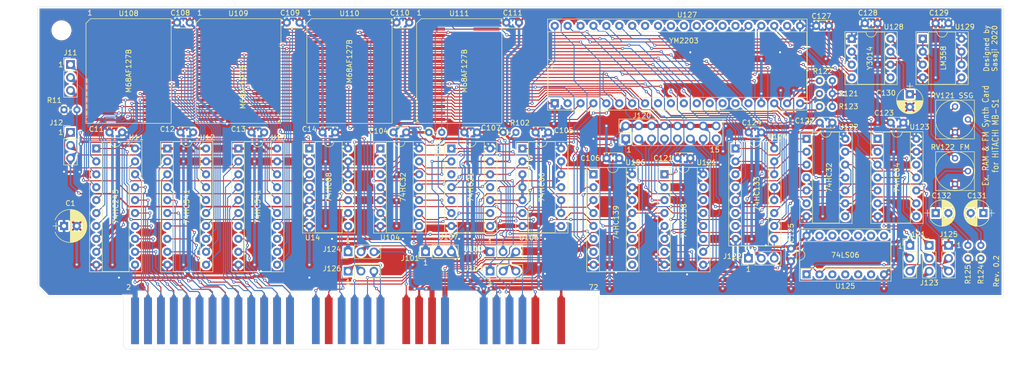
<source format=kicad_pcb>
(kicad_pcb (version 20171130) (host pcbnew "(5.1.8)-1")
  (title_block (title "Ex RAM & FM Synth Card for HITACHI MB-S1") (date 2020-12-08) (rev 0.2) (comment 1 "Designed by Sasaji 2020") (comment 2 "Small Version"))
  (layers (0 F.Cu signal) (31 B.Cu signal) (34 B.Paste user) (35 F.Paste user) (36 B.SilkS user) (37 F.SilkS user) (38 B.Mask user) (39 F.Mask user) (44 Edge.Cuts user))
  (net 0 "")
  (net 1 GND)
  (net 2 +5V)
  (net 3 /FM1)
  (net 4 /SSG12)
  (net 5 /FM5)
  (net 6 ~RAM0)
  (net 7 A18)
  (net 8 A16)
  (net 9 2M_CLK)
  (net 10 ~IRQ)
  (net 11 ~RES)
  (net 12 E)
  (net 13 R_~W~_OUT)
  (net 14 ~ROMKIL)
  (net 15 A14)
  (net 16 A12)
  (net 17 A10)
  (net 18 A8)
  (net 19 A6)
  (net 20 A4)
  (net 21 A2)
  (net 22 A0)
  (net 23 D6)
  (net 24 D4)
  (net 25 D2)
  (net 26 D0)
  (net 27 ~CAS)
  (net 28 A19)
  (net 29 A17)
  (net 30 SOUND_IN)
  (net 31 ~TMG2)
  (net 32 ~FIRQ)
  (net 33 ~EX_IO)
  (net 34 A15)
  (net 35 A13)
  (net 36 A11)
  (net 37 A9)
  (net 38 A7)
  (net 39 A5)
  (net 40 A3)
  (net 41 A1)
  (net 42 D7)
  (net 43 D5)
  (net 44 D3)
  (net 45 D1)
  (net 46 ~RAME1)
  (net 47 "Net-(J101-Pad2)")
  (net 48 PUR102)
  (net 49 ~RAME0)
  (net 50 "Net-(J102-Pad2)")
  (net 51 "Net-(J102-Pad3)")
  (net 52 "Net-(J103-Pad1)")
  (net 53 "Net-(J120-Pad1)")
  (net 54 ~FM_EN)
  (net 55 "Net-(J120-Pad3)")
  (net 56 "Net-(J120-Pad5)")
  (net 57 "Net-(J120-Pad7)")
  (net 58 "Net-(J120-Pad9)")
  (net 59 "Net-(J120-Pad11)")
  (net 60 "Net-(J120-Pad13)")
  (net 61 "Net-(J120-Pad15)")
  (net 62 PUR11)
  (net 63 RAM_CE)
  (net 64 /SSG1)
  (net 65 /SSG11)
  (net 66 /SSG2)
  (net 67 /SSG3)
  (net 68 /FM4)
  (net 69 BR_~W)
  (net 70 BD7)
  (net 71 BD6)
  (net 72 BD5)
  (net 73 BD4)
  (net 74 BD3)
  (net 75 BD2)
  (net 76 BD1)
  (net 77 BD0)
  (net 78 "Net-(U11-Pad19)")
  (net 79 BA7)
  (net 80 BA6)
  (net 81 BA5)
  (net 82 BA4)
  (net 83 BA3)
  (net 84 BA2)
  (net 85 BA1)
  (net 86 BA0)
  (net 87 BA15)
  (net 88 BA14)
  (net 89 BA13)
  (net 90 BA12)
  (net 91 BA11)
  (net 92 BA10)
  (net 93 BA9)
  (net 94 BA8)
  (net 95 "Net-(J11-Pad2)")
  (net 96 ~BEX_IO)
  (net 97 "Net-(J12-Pad2)")
  (net 98 "Net-(U104-Pad3)")
  (net 99 BA16)
  (net 100 RAME0)
  (net 101 ~RAME00)
  (net 102 "Net-(U105-Pad12)")
  (net 103 ~RAM_RE)
  (net 104 ~RAM_WE)
  (net 105 ~RAME2)
  (net 106 ~RAME3)
  (net 107 ~RAM_EN)
  (net 108 ~FM_IOSEL)
  (net 109 ~AA)
  (net 110 A4B)
  (net 111 "Net-(J125-Pad2)")
  (net 112 "Net-(U127-Pad22)")
  (net 113 "Net-(U127-Pad23)")
  (net 114 ~FM_INTR)
  (net 115 ~FM_CS)
  (net 116 ~FM_WR)
  (net 117 ~FM_RD)
  (net 118 ~BA0)
  (net 119 "Net-(U127-Pad39)")
  (net 120 /FM3)
  (net 121 /FM2)
  (net 122 "Net-(J122-Pad1)")
  (net 123 "Net-(J122-Pad3)")
  (net 124 "Net-(J123-Pad1)")
  (net 125 "Net-(J123-Pad2)")
  (net 126 "Net-(J125-Pad3)")
  (net 127 BRAM0)
  (net 128 ~BRAM0)
  (net 129 /~RAM_CAS)
  (net 130 /~BA4)
  (net 131 /SSG13)
  (net 132 /FM6)
  (net 133 /BW_~R~)
  (module Resistors_ThroughHole:R_Axial_DIN0204_L3.6mm_D1.6mm_P2.54mm_Vertical (layer F.Cu) (at 201.93 119.38 90)
    (fp_text reference R125 (at -3.175 0 90) (layer F.SilkS))
    (fp_text value 1K)
    (pad 1 thru_hole circle (at 0 0 90) (size 1.4 1.4) (drill 0.7) (layers *.Cu *.Mask) (net 30 SOUND_IN))
    (pad 2 thru_hole oval (at 2.54 0 90) (size 1.4 1.4) (drill 0.7) (layers *.Cu *.Mask) (net 132 /FM6))
  )
  (module Resistors_ThroughHole:R_Axial_DIN0204_L3.6mm_D1.6mm_P2.54mm_Vertical (layer F.Cu) (at 204.47 119.38 90)
    (fp_text reference R124 (at -3.175 0 90) (layer F.SilkS))
    (fp_text value 1K)
    (pad 1 thru_hole circle (at 0 0 90) (size 1.4 1.4) (drill 0.7) (layers *.Cu *.Mask) (net 30 SOUND_IN))
    (pad 2 thru_hole oval (at 2.54 0 90) (size 1.4 1.4) (drill 0.7) (layers *.Cu *.Mask) (net 131 /SSG13))
  )
  (module Housings_DIP:DIP-14_W7.62mm_Socket (layer F.Cu) (at 170.18 122.555 90)
    (fp_text reference U125 (at -2.286 7.62 180) (layer F.SilkS))
    (fp_text value 74LS06 (at 3.81 7.62 180) (layer F.SilkS))
    (pad 1 thru_hole rect (at 0 0 90) (size 1.6 1.6) (drill 0.8) (layers *.Cu *.Mask) (net 111 "Net-(J125-Pad2)"))
    (pad 8 thru_hole oval (at 7.62 15.24 90) (size 1.6 1.6) (drill 0.8) (layers *.Cu *.Mask))
    (pad 2 thru_hole oval (at 0 2.54 90) (size 1.6 1.6) (drill 0.8) (layers *.Cu *.Mask) (net 14 ~ROMKIL))
    (pad 9 thru_hole oval (at 7.62 12.7 90) (size 1.6 1.6) (drill 0.8) (layers *.Cu *.Mask))
    (pad 3 thru_hole oval (at 0 5.08 90) (size 1.6 1.6) (drill 0.8) (layers *.Cu *.Mask))
    (pad 10 thru_hole oval (at 7.62 10.16 90) (size 1.6 1.6) (drill 0.8) (layers *.Cu *.Mask))
    (pad 4 thru_hole oval (at 0 7.62 90) (size 1.6 1.6) (drill 0.8) (layers *.Cu *.Mask))
    (pad 11 thru_hole oval (at 7.62 7.62 90) (size 1.6 1.6) (drill 0.8) (layers *.Cu *.Mask))
    (pad 5 thru_hole oval (at 0 10.16 90) (size 1.6 1.6) (drill 0.8) (layers *.Cu *.Mask))
    (pad 12 thru_hole oval (at 7.62 5.08 90) (size 1.6 1.6) (drill 0.8) (layers *.Cu *.Mask))
    (pad 6 thru_hole oval (at 0 12.7 90) (size 1.6 1.6) (drill 0.8) (layers *.Cu *.Mask))
    (pad 13 thru_hole oval (at 7.62 2.54 90) (size 1.6 1.6) (drill 0.8) (layers *.Cu *.Mask))
    (pad 7 thru_hole oval (at 0 15.24 90) (size 1.6 1.6) (drill 0.8) (layers *.Cu *.Mask) (net 1 GND))
    (pad 14 thru_hole oval (at 7.62 0 90) (size 1.6 1.6) (drill 0.8) (layers *.Cu *.Mask) (net 2 +5V))
  )
  (module Housings_DIP:DIP-14_W7.62mm_Socket (layer F.Cu) (at 184.15 95.885)
    (fp_text reference U123 (at 8.255 -2.33) (layer F.SilkS))
    (fp_text value 74HC04 (at 3.81 7.62 90) (layer F.SilkS))
    (pad 1 thru_hole rect (at 0 0) (size 1.6 1.6) (drill 0.8) (layers *.Cu *.Mask) (net 86 BA0))
    (pad 8 thru_hole oval (at 7.62 15.24) (size 1.6 1.6) (drill 0.8) (layers *.Cu *.Mask) (net 133 /BW_~R~))
    (pad 2 thru_hole oval (at 0 2.54) (size 1.6 1.6) (drill 0.8) (layers *.Cu *.Mask) (net 118 ~BA0))
    (pad 9 thru_hole oval (at 7.62 12.7) (size 1.6 1.6) (drill 0.8) (layers *.Cu *.Mask) (net 69 BR_~W))
    (pad 3 thru_hole oval (at 0 5.08) (size 1.6 1.6) (drill 0.8) (layers *.Cu *.Mask) (net 82 BA4))
    (pad 10 thru_hole oval (at 7.62 10.16) (size 1.6 1.6) (drill 0.8) (layers *.Cu *.Mask) (net 126 "Net-(J125-Pad3)"))
    (pad 4 thru_hole oval (at 0 7.62) (size 1.6 1.6) (drill 0.8) (layers *.Cu *.Mask) (net 130 /~BA4))
    (pad 11 thru_hole oval (at 7.62 7.62) (size 1.6 1.6) (drill 0.8) (layers *.Cu *.Mask) (net 54 ~FM_EN))
    (pad 5 thru_hole oval (at 0 10.16) (size 1.6 1.6) (drill 0.8) (layers *.Cu *.Mask) (net 12 E))
    (pad 12 thru_hole oval (at 7.62 5.08) (size 1.6 1.6) (drill 0.8) (layers *.Cu *.Mask))
    (pad 6 thru_hole oval (at 0 12.7) (size 1.6 1.6) (drill 0.8) (layers *.Cu *.Mask) (net 124 "Net-(J123-Pad1)"))
    (pad 13 thru_hole oval (at 7.62 2.54) (size 1.6 1.6) (drill 0.8) (layers *.Cu *.Mask) (net 1 GND))
    (pad 7 thru_hole oval (at 0 15.24) (size 1.6 1.6) (drill 0.8) (layers *.Cu *.Mask) (net 1 GND))
    (pad 14 thru_hole oval (at 7.62 0) (size 1.6 1.6) (drill 0.8) (layers *.Cu *.Mask) (net 2 +5V))
  )
  (module Housings_DIP:DIP-16_W7.62mm_Socket (layer F.Cu) (at 156.21 97.79)
    (fp_text reference U124 (at 8.255 -2.33) (layer F.SilkS))
    (fp_text value 74HC133 (at 4.191 8.89 90) (layer F.SilkS))
    (pad 1 thru_hole rect (at 0 0) (size 1.6 1.6) (drill 0.8) (layers *.Cu *.Mask) (net 81 BA5))
    (pad 9 thru_hole oval (at 7.62 17.78) (size 1.6 1.6) (drill 0.8) (layers *.Cu *.Mask) (net 123 "Net-(J122-Pad3)"))
    (pad 2 thru_hole oval (at 0 2.54) (size 1.6 1.6) (drill 0.8) (layers *.Cu *.Mask) (net 80 BA6))
    (pad 10 thru_hole oval (at 7.62 15.24) (size 1.6 1.6) (drill 0.8) (layers *.Cu *.Mask) (net 90 BA12))
    (pad 3 thru_hole oval (at 0 5.08) (size 1.6 1.6) (drill 0.8) (layers *.Cu *.Mask) (net 79 BA7))
    (pad 11 thru_hole oval (at 7.62 12.7) (size 1.6 1.6) (drill 0.8) (layers *.Cu *.Mask) (net 89 BA13))
    (pad 4 thru_hole oval (at 0 7.62) (size 1.6 1.6) (drill 0.8) (layers *.Cu *.Mask) (net 94 BA8))
    (pad 12 thru_hole oval (at 7.62 10.16) (size 1.6 1.6) (drill 0.8) (layers *.Cu *.Mask) (net 88 BA14))
    (pad 5 thru_hole oval (at 0 10.16) (size 1.6 1.6) (drill 0.8) (layers *.Cu *.Mask) (net 93 BA9))
    (pad 13 thru_hole oval (at 7.62 7.62) (size 1.6 1.6) (drill 0.8) (layers *.Cu *.Mask) (net 88 BA14))
    (pad 6 thru_hole oval (at 0 12.7) (size 1.6 1.6) (drill 0.8) (layers *.Cu *.Mask) (net 92 BA10))
    (pad 14 thru_hole oval (at 7.62 5.08) (size 1.6 1.6) (drill 0.8) (layers *.Cu *.Mask) (net 87 BA15))
    (pad 7 thru_hole oval (at 0 15.24) (size 1.6 1.6) (drill 0.8) (layers *.Cu *.Mask) (net 91 BA11))
    (pad 15 thru_hole oval (at 7.62 2.54) (size 1.6 1.6) (drill 0.8) (layers *.Cu *.Mask) (net 87 BA15))
    (pad 8 thru_hole oval (at 0 17.78) (size 1.6 1.6) (drill 0.8) (layers *.Cu *.Mask) (net 1 GND))
    (pad 16 thru_hole oval (at 7.62 0) (size 1.6 1.6) (drill 0.8) (layers *.Cu *.Mask) (net 2 +5V))
  )
  (module Housings_DIP:DIP-16_W7.62mm_Socket (layer F.Cu) (at 142.24 102.87)
    (fp_text reference U121 (at 8.255 -2.33) (layer F.SilkS))
    (fp_text value 74HC138 (at 3.81 9.144 90) (layer F.SilkS))
    (pad 1 thru_hole rect (at 0 0) (size 1.6 1.6) (drill 0.8) (layers *.Cu *.Mask) (net 85 BA1))
    (pad 9 thru_hole oval (at 7.62 17.78) (size 1.6 1.6) (drill 0.8) (layers *.Cu *.Mask) (net 60 "Net-(J120-Pad13)"))
    (pad 2 thru_hole oval (at 0 2.54) (size 1.6 1.6) (drill 0.8) (layers *.Cu *.Mask) (net 84 BA2))
    (pad 10 thru_hole oval (at 7.62 15.24) (size 1.6 1.6) (drill 0.8) (layers *.Cu *.Mask) (net 59 "Net-(J120-Pad11)"))
    (pad 3 thru_hole oval (at 0 5.08) (size 1.6 1.6) (drill 0.8) (layers *.Cu *.Mask) (net 83 BA3))
    (pad 11 thru_hole oval (at 7.62 12.7) (size 1.6 1.6) (drill 0.8) (layers *.Cu *.Mask) (net 58 "Net-(J120-Pad9)"))
    (pad 4 thru_hole oval (at 0 7.62) (size 1.6 1.6) (drill 0.8) (layers *.Cu *.Mask) (net 108 ~FM_IOSEL))
    (pad 12 thru_hole oval (at 7.62 10.16) (size 1.6 1.6) (drill 0.8) (layers *.Cu *.Mask) (net 57 "Net-(J120-Pad7)"))
    (pad 5 thru_hole oval (at 0 10.16) (size 1.6 1.6) (drill 0.8) (layers *.Cu *.Mask) (net 109 ~AA))
    (pad 13 thru_hole oval (at 7.62 7.62) (size 1.6 1.6) (drill 0.8) (layers *.Cu *.Mask) (net 56 "Net-(J120-Pad5)"))
    (pad 6 thru_hole oval (at 0 12.7) (size 1.6 1.6) (drill 0.8) (layers *.Cu *.Mask) (net 110 A4B))
    (pad 14 thru_hole oval (at 7.62 5.08) (size 1.6 1.6) (drill 0.8) (layers *.Cu *.Mask) (net 55 "Net-(J120-Pad3)"))
    (pad 7 thru_hole oval (at 0 15.24) (size 1.6 1.6) (drill 0.8) (layers *.Cu *.Mask) (net 61 "Net-(J120-Pad15)"))
    (pad 15 thru_hole oval (at 7.62 2.54) (size 1.6 1.6) (drill 0.8) (layers *.Cu *.Mask) (net 53 "Net-(J120-Pad1)"))
    (pad 8 thru_hole oval (at 0 17.78) (size 1.6 1.6) (drill 0.8) (layers *.Cu *.Mask) (net 1 GND))
    (pad 16 thru_hole oval (at 7.62 0) (size 1.6 1.6) (drill 0.8) (layers *.Cu *.Mask) (net 2 +5V))
  )
  (module Housings_DIP:DIP-16_W7.62mm_Socket (layer F.Cu) (at 128.27 102.87)
    (fp_text reference U106 (at 8.255 -2.33) (layer F.SilkS))
    (fp_text value 74HC139 (at 4.445 9.525 90) (layer F.SilkS))
    (pad 1 thru_hole rect (at 0 0) (size 1.6 1.6) (drill 0.8) (layers *.Cu *.Mask) (net 98 "Net-(U104-Pad3)"))
    (pad 9 thru_hole oval (at 7.62 17.78) (size 1.6 1.6) (drill 0.8) (layers *.Cu *.Mask))
    (pad 2 thru_hole oval (at 0 2.54) (size 1.6 1.6) (drill 0.8) (layers *.Cu *.Mask) (net 29 A17))
    (pad 10 thru_hole oval (at 7.62 15.24) (size 1.6 1.6) (drill 0.8) (layers *.Cu *.Mask) (net 103 ~RAM_RE))
    (pad 3 thru_hole oval (at 0 5.08) (size 1.6 1.6) (drill 0.8) (layers *.Cu *.Mask) (net 7 A18))
    (pad 11 thru_hole oval (at 7.62 12.7) (size 1.6 1.6) (drill 0.8) (layers *.Cu *.Mask))
    (pad 4 thru_hole oval (at 0 7.62) (size 1.6 1.6) (drill 0.8) (layers *.Cu *.Mask) (net 101 ~RAME00))
    (pad 12 thru_hole oval (at 7.62 10.16) (size 1.6 1.6) (drill 0.8) (layers *.Cu *.Mask) (net 104 ~RAM_WE))
    (pad 5 thru_hole oval (at 0 10.16) (size 1.6 1.6) (drill 0.8) (layers *.Cu *.Mask) (net 46 ~RAME1))
    (pad 13 thru_hole oval (at 7.62 7.62) (size 1.6 1.6) (drill 0.8) (layers *.Cu *.Mask) (net 69 BR_~W))
    (pad 6 thru_hole oval (at 0 12.7) (size 1.6 1.6) (drill 0.8) (layers *.Cu *.Mask) (net 105 ~RAME2))
    (pad 14 thru_hole oval (at 7.62 5.08) (size 1.6 1.6) (drill 0.8) (layers *.Cu *.Mask) (net 129 /~RAM_CAS))
    (pad 7 thru_hole oval (at 0 15.24) (size 1.6 1.6) (drill 0.8) (layers *.Cu *.Mask) (net 106 ~RAME3))
    (pad 15 thru_hole oval (at 7.62 2.54) (size 1.6 1.6) (drill 0.8) (layers *.Cu *.Mask) (net 1 GND))
    (pad 8 thru_hole oval (at 0 17.78) (size 1.6 1.6) (drill 0.8) (layers *.Cu *.Mask) (net 1 GND))
    (pad 16 thru_hole oval (at 7.62 0) (size 1.6 1.6) (drill 0.8) (layers *.Cu *.Mask) (net 2 +5V))
  )
  (module Housings_DIP:DIP-14_W7.62mm_Socket (layer F.Cu) (at 114.3 97.79)
    (fp_text reference U105 (at 1.27 17.526) (layer F.SilkS))
    (fp_text value 74HC00 (at 3.81 7.62 90) (layer F.SilkS))
    (pad 1 thru_hole rect (at 0 0) (size 1.6 1.6) (drill 0.8) (layers *.Cu *.Mask) (net 101 ~RAME00))
    (pad 8 thru_hole oval (at 7.62 15.24) (size 1.6 1.6) (drill 0.8) (layers *.Cu *.Mask) (net 127 BRAM0))
    (pad 2 thru_hole oval (at 0 2.54) (size 1.6 1.6) (drill 0.8) (layers *.Cu *.Mask) (net 128 ~BRAM0))
    (pad 9 thru_hole oval (at 7.62 12.7) (size 1.6 1.6) (drill 0.8) (layers *.Cu *.Mask) (net 128 ~BRAM0))
    (pad 3 thru_hole oval (at 0 5.08) (size 1.6 1.6) (drill 0.8) (layers *.Cu *.Mask) (net 100 RAME0))
    (pad 10 thru_hole oval (at 7.62 10.16) (size 1.6 1.6) (drill 0.8) (layers *.Cu *.Mask) (net 128 ~BRAM0))
    (pad 4 thru_hole oval (at 0 7.62) (size 1.6 1.6) (drill 0.8) (layers *.Cu *.Mask) (net 100 RAME0))
    (pad 11 thru_hole oval (at 7.62 7.62) (size 1.6 1.6) (drill 0.8) (layers *.Cu *.Mask) (net 52 "Net-(J103-Pad1)"))
    (pad 5 thru_hole oval (at 0 10.16) (size 1.6 1.6) (drill 0.8) (layers *.Cu *.Mask) (net 100 RAME0))
    (pad 12 thru_hole oval (at 7.62 5.08) (size 1.6 1.6) (drill 0.8) (layers *.Cu *.Mask) (net 102 "Net-(U105-Pad12)"))
    (pad 6 thru_hole oval (at 0 12.7) (size 1.6 1.6) (drill 0.8) (layers *.Cu *.Mask) (net 49 ~RAME0))
    (pad 13 thru_hole oval (at 7.62 2.54) (size 1.6 1.6) (drill 0.8) (layers *.Cu *.Mask) (net 102 "Net-(U105-Pad12)"))
    (pad 7 thru_hole oval (at 0 15.24) (size 1.6 1.6) (drill 0.8) (layers *.Cu *.Mask) (net 1 GND))
    (pad 14 thru_hole oval (at 7.62 0) (size 1.6 1.6) (drill 0.8) (layers *.Cu *.Mask) (net 2 +5V))
  )
  (module Housings_DIP:DIP-14_W7.62mm_Socket (layer F.Cu) (at 100.33 97.79)
    (fp_text reference U107 (at -0.635 17.399) (layer F.SilkS))
    (fp_text value 74HC21 (at 3.81 7.62 90) (layer F.SilkS))
    (pad 1 thru_hole rect (at 0 0) (size 1.6 1.6) (drill 0.8) (layers *.Cu *.Mask) (net 50 "Net-(J102-Pad2)"))
    (pad 8 thru_hole oval (at 7.62 15.24) (size 1.6 1.6) (drill 0.8) (layers *.Cu *.Mask) (net 102 "Net-(U105-Pad12)"))
    (pad 2 thru_hole oval (at 0 2.54) (size 1.6 1.6) (drill 0.8) (layers *.Cu *.Mask) (net 47 "Net-(J101-Pad2)"))
    (pad 9 thru_hole oval (at 7.62 12.7) (size 1.6 1.6) (drill 0.8) (layers *.Cu *.Mask) (net 99 BA16))
    (pad 3 thru_hole oval (at 0 5.08) (size 1.6 1.6) (drill 0.8) (layers *.Cu *.Mask))
    (pad 10 thru_hole oval (at 7.62 10.16) (size 1.6 1.6) (drill 0.8) (layers *.Cu *.Mask) (net 100 RAME0))
    (pad 4 thru_hole oval (at 0 7.62) (size 1.6 1.6) (drill 0.8) (layers *.Cu *.Mask) (net 105 ~RAME2))
    (pad 11 thru_hole oval (at 7.62 7.62) (size 1.6 1.6) (drill 0.8) (layers *.Cu *.Mask))
    (pad 5 thru_hole oval (at 0 10.16) (size 1.6 1.6) (drill 0.8) (layers *.Cu *.Mask) (net 106 ~RAME3))
    (pad 12 thru_hole oval (at 7.62 5.08) (size 1.6 1.6) (drill 0.8) (layers *.Cu *.Mask) (net 128 ~BRAM0))
    (pad 6 thru_hole oval (at 0 12.7) (size 1.6 1.6) (drill 0.8) (layers *.Cu *.Mask) (net 107 ~RAM_EN))
    (pad 13 thru_hole oval (at 7.62 2.54) (size 1.6 1.6) (drill 0.8) (layers *.Cu *.Mask) (net 48 PUR102))
    (pad 7 thru_hole oval (at 0 15.24) (size 1.6 1.6) (drill 0.8) (layers *.Cu *.Mask) (net 1 GND))
    (pad 14 thru_hole oval (at 7.62 0) (size 1.6 1.6) (drill 0.8) (layers *.Cu *.Mask) (net 2 +5V))
  )
  (module Housings_DIP:DIP-14_W7.62mm_Socket (layer F.Cu) (at 170.18 95.885)
    (fp_text reference U122 (at 8.255 -2.33) (layer F.SilkS))
    (fp_text value 74HC32 (at 4.445 7.62 90) (layer F.SilkS))
    (pad 1 thru_hole rect (at 0 0) (size 1.6 1.6) (drill 0.8) (layers *.Cu *.Mask) (net 81 BA5))
    (pad 8 thru_hole oval (at 7.62 15.24) (size 1.6 1.6) (drill 0.8) (layers *.Cu *.Mask) (net 116 ~FM_WR))
    (pad 2 thru_hole oval (at 0 2.54) (size 1.6 1.6) (drill 0.8) (layers *.Cu *.Mask) (net 80 BA6))
    (pad 9 thru_hole oval (at 7.62 12.7) (size 1.6 1.6) (drill 0.8) (layers *.Cu *.Mask) (net 69 BR_~W))
    (pad 3 thru_hole oval (at 0 5.08) (size 1.6 1.6) (drill 0.8) (layers *.Cu *.Mask) (net 122 "Net-(J122-Pad1)"))
    (pad 10 thru_hole oval (at 7.62 10.16) (size 1.6 1.6) (drill 0.8) (layers *.Cu *.Mask) (net 54 ~FM_EN))
    (pad 4 thru_hole oval (at 0 7.62) (size 1.6 1.6) (drill 0.8) (layers *.Cu *.Mask) (net 125 "Net-(J123-Pad2)"))
    (pad 11 thru_hole oval (at 7.62 7.62) (size 1.6 1.6) (drill 0.8) (layers *.Cu *.Mask) (net 117 ~FM_RD))
    (pad 5 thru_hole oval (at 0 10.16) (size 1.6 1.6) (drill 0.8) (layers *.Cu *.Mask) (net 54 ~FM_EN))
    (pad 12 thru_hole oval (at 7.62 5.08) (size 1.6 1.6) (drill 0.8) (layers *.Cu *.Mask) (net 54 ~FM_EN))
    (pad 6 thru_hole oval (at 0 12.7) (size 1.6 1.6) (drill 0.8) (layers *.Cu *.Mask) (net 115 ~FM_CS))
    (pad 13 thru_hole oval (at 7.62 2.54) (size 1.6 1.6) (drill 0.8) (layers *.Cu *.Mask) (net 133 /BW_~R~))
    (pad 7 thru_hole oval (at 0 15.24) (size 1.6 1.6) (drill 0.8) (layers *.Cu *.Mask) (net 1 GND))
    (pad 14 thru_hole oval (at 7.62 0) (size 1.6 1.6) (drill 0.8) (layers *.Cu *.Mask) (net 2 +5V))
  )
  (module Housings_DIP:DIP-14_W7.62mm_Socket (layer F.Cu) (at 86.36 97.79)
    (fp_text reference U104 (at 1.905 17.526) (layer F.SilkS))
    (fp_text value 74HC32 (at 4.445 7.62 90) (layer F.SilkS))
    (pad 1 thru_hole rect (at 0 0) (size 1.6 1.6) (drill 0.8) (layers *.Cu *.Mask) (net 28 A19))
    (pad 8 thru_hole oval (at 7.62 15.24) (size 1.6 1.6) (drill 0.8) (layers *.Cu *.Mask) (net 129 /~RAM_CAS))
    (pad 2 thru_hole oval (at 0 2.54) (size 1.6 1.6) (drill 0.8) (layers *.Cu *.Mask) (net 127 BRAM0))
    (pad 9 thru_hole oval (at 7.62 12.7) (size 1.6 1.6) (drill 0.8) (layers *.Cu *.Mask) (net 27 ~CAS))
    (pad 3 thru_hole oval (at 0 5.08) (size 1.6 1.6) (drill 0.8) (layers *.Cu *.Mask) (net 98 "Net-(U104-Pad3)"))
    (pad 10 thru_hole oval (at 7.62 10.16) (size 1.6 1.6) (drill 0.8) (layers *.Cu *.Mask) (net 107 ~RAM_EN))
    (pad 4 thru_hole oval (at 0 7.62) (size 1.6 1.6) (drill 0.8) (layers *.Cu *.Mask) (net 8 A16))
    (pad 11 thru_hole oval (at 7.62 7.62) (size 1.6 1.6) (drill 0.8) (layers *.Cu *.Mask) (net 128 ~BRAM0))
    (pad 5 thru_hole oval (at 0 10.16) (size 1.6 1.6) (drill 0.8) (layers *.Cu *.Mask) (net 1 GND))
    (pad 12 thru_hole oval (at 7.62 5.08) (size 1.6 1.6) (drill 0.8) (layers *.Cu *.Mask) (net 1 GND))
    (pad 6 thru_hole oval (at 0 12.7) (size 1.6 1.6) (drill 0.8) (layers *.Cu *.Mask) (net 99 BA16))
    (pad 13 thru_hole oval (at 7.62 2.54) (size 1.6 1.6) (drill 0.8) (layers *.Cu *.Mask) (net 6 ~RAM0))
    (pad 7 thru_hole oval (at 0 15.24) (size 1.6 1.6) (drill 0.8) (layers *.Cu *.Mask) (net 1 GND))
    (pad 14 thru_hole oval (at 7.62 0) (size 1.6 1.6) (drill 0.8) (layers *.Cu *.Mask) (net 2 +5V))
  )
  (module Housings_DIP:DIP-14_W7.62mm_Socket (layer F.Cu) (at 72.39 97.79)
    (fp_text reference U14 (at 0.635 17.526) (layer F.SilkS))
    (fp_text value 74HC08 (at 3.81 7.62 90) (layer F.SilkS))
    (pad 1 thru_hole rect (at 0 0) (size 1.6 1.6) (drill 0.8) (layers *.Cu *.Mask) (net 95 "Net-(J11-Pad2)"))
    (pad 8 thru_hole oval (at 7.62 15.24) (size 1.6 1.6) (drill 0.8) (layers *.Cu *.Mask) (net 96 ~BEX_IO))
    (pad 2 thru_hole oval (at 0 2.54) (size 1.6 1.6) (drill 0.8) (layers *.Cu *.Mask) (net 97 "Net-(J12-Pad2)"))
    (pad 9 thru_hole oval (at 7.62 12.7) (size 1.6 1.6) (drill 0.8) (layers *.Cu *.Mask) (net 33 ~EX_IO))
    (pad 3 thru_hole oval (at 0 5.08) (size 1.6 1.6) (drill 0.8) (layers *.Cu *.Mask) (net 78 "Net-(U11-Pad19)"))
    (pad 10 thru_hole oval (at 7.62 10.16) (size 1.6 1.6) (drill 0.8) (layers *.Cu *.Mask) (net 62 PUR11))
    (pad 4 thru_hole oval (at 0 7.62) (size 1.6 1.6) (drill 0.8) (layers *.Cu *.Mask) (net 13 R_~W~_OUT))
    (pad 11 thru_hole oval (at 7.62 7.62) (size 1.6 1.6) (drill 0.8) (layers *.Cu *.Mask))
    (pad 5 thru_hole oval (at 0 10.16) (size 1.6 1.6) (drill 0.8) (layers *.Cu *.Mask) (net 62 PUR11))
    (pad 12 thru_hole oval (at 7.62 5.08) (size 1.6 1.6) (drill 0.8) (layers *.Cu *.Mask) (net 1 GND))
    (pad 6 thru_hole oval (at 0 12.7) (size 1.6 1.6) (drill 0.8) (layers *.Cu *.Mask) (net 69 BR_~W))
    (pad 13 thru_hole oval (at 7.62 2.54) (size 1.6 1.6) (drill 0.8) (layers *.Cu *.Mask) (net 1 GND))
    (pad 7 thru_hole oval (at 0 15.24) (size 1.6 1.6) (drill 0.8) (layers *.Cu *.Mask) (net 1 GND))
    (pad 14 thru_hole oval (at 7.62 0) (size 1.6 1.6) (drill 0.8) (layers *.Cu *.Mask) (net 2 +5V))
  )
  (module Housings_DIP:DIP-20_W7.62mm_Socket (layer F.Cu) (at 58.42 97.79)
    (fp_text reference U13 (at 7.874 -2.159) (layer F.SilkS))
    (fp_text value 74HC541 (at 3.81 11.43 90) (layer F.SilkS))
    (pad 1 thru_hole rect (at 0 0) (size 1.6 1.6) (drill 0.8) (layers *.Cu *.Mask) (net 1 GND))
    (pad 11 thru_hole oval (at 7.62 22.86) (size 1.6 1.6) (drill 0.8) (layers *.Cu *.Mask) (net 87 BA15))
    (pad 2 thru_hole oval (at 0 2.54) (size 1.6 1.6) (drill 0.8) (layers *.Cu *.Mask) (net 18 A8))
    (pad 12 thru_hole oval (at 7.62 20.32) (size 1.6 1.6) (drill 0.8) (layers *.Cu *.Mask) (net 88 BA14))
    (pad 3 thru_hole oval (at 0 5.08) (size 1.6 1.6) (drill 0.8) (layers *.Cu *.Mask) (net 37 A9))
    (pad 13 thru_hole oval (at 7.62 17.78) (size 1.6 1.6) (drill 0.8) (layers *.Cu *.Mask) (net 89 BA13))
    (pad 4 thru_hole oval (at 0 7.62) (size 1.6 1.6) (drill 0.8) (layers *.Cu *.Mask) (net 17 A10))
    (pad 14 thru_hole oval (at 7.62 15.24) (size 1.6 1.6) (drill 0.8) (layers *.Cu *.Mask) (net 90 BA12))
    (pad 5 thru_hole oval (at 0 10.16) (size 1.6 1.6) (drill 0.8) (layers *.Cu *.Mask) (net 36 A11))
    (pad 15 thru_hole oval (at 7.62 12.7) (size 1.6 1.6) (drill 0.8) (layers *.Cu *.Mask) (net 91 BA11))
    (pad 6 thru_hole oval (at 0 12.7) (size 1.6 1.6) (drill 0.8) (layers *.Cu *.Mask) (net 16 A12))
    (pad 16 thru_hole oval (at 7.62 10.16) (size 1.6 1.6) (drill 0.8) (layers *.Cu *.Mask) (net 92 BA10))
    (pad 7 thru_hole oval (at 0 15.24) (size 1.6 1.6) (drill 0.8) (layers *.Cu *.Mask) (net 35 A13))
    (pad 17 thru_hole oval (at 7.62 7.62) (size 1.6 1.6) (drill 0.8) (layers *.Cu *.Mask) (net 93 BA9))
    (pad 8 thru_hole oval (at 0 17.78) (size 1.6 1.6) (drill 0.8) (layers *.Cu *.Mask) (net 15 A14))
    (pad 18 thru_hole oval (at 7.62 5.08) (size 1.6 1.6) (drill 0.8) (layers *.Cu *.Mask) (net 94 BA8))
    (pad 9 thru_hole oval (at 0 20.32) (size 1.6 1.6) (drill 0.8) (layers *.Cu *.Mask) (net 34 A15))
    (pad 19 thru_hole oval (at 7.62 2.54) (size 1.6 1.6) (drill 0.8) (layers *.Cu *.Mask) (net 1 GND))
    (pad 10 thru_hole oval (at 0 22.86) (size 1.6 1.6) (drill 0.8) (layers *.Cu *.Mask) (net 1 GND))
    (pad 20 thru_hole oval (at 7.62 0) (size 1.6 1.6) (drill 0.8) (layers *.Cu *.Mask) (net 2 +5V))
  )
  (module Housings_DIP:DIP-20_W7.62mm_Socket (layer F.Cu) (at 44.45 97.79)
    (fp_text reference U12 (at 7.874 -2.159) (layer F.SilkS))
    (fp_text value 74HC541 (at 3.81 11.43 90) (layer F.SilkS))
    (pad 1 thru_hole rect (at 0 0) (size 1.6 1.6) (drill 0.8) (layers *.Cu *.Mask) (net 1 GND))
    (pad 11 thru_hole oval (at 7.62 22.86) (size 1.6 1.6) (drill 0.8) (layers *.Cu *.Mask) (net 79 BA7))
    (pad 2 thru_hole oval (at 0 2.54) (size 1.6 1.6) (drill 0.8) (layers *.Cu *.Mask) (net 22 A0))
    (pad 12 thru_hole oval (at 7.62 20.32) (size 1.6 1.6) (drill 0.8) (layers *.Cu *.Mask) (net 80 BA6))
    (pad 3 thru_hole oval (at 0 5.08) (size 1.6 1.6) (drill 0.8) (layers *.Cu *.Mask) (net 41 A1))
    (pad 13 thru_hole oval (at 7.62 17.78) (size 1.6 1.6) (drill 0.8) (layers *.Cu *.Mask) (net 81 BA5))
    (pad 4 thru_hole oval (at 0 7.62) (size 1.6 1.6) (drill 0.8) (layers *.Cu *.Mask) (net 21 A2))
    (pad 14 thru_hole oval (at 7.62 15.24) (size 1.6 1.6) (drill 0.8) (layers *.Cu *.Mask) (net 82 BA4))
    (pad 5 thru_hole oval (at 0 10.16) (size 1.6 1.6) (drill 0.8) (layers *.Cu *.Mask) (net 40 A3))
    (pad 15 thru_hole oval (at 7.62 12.7) (size 1.6 1.6) (drill 0.8) (layers *.Cu *.Mask) (net 83 BA3))
    (pad 6 thru_hole oval (at 0 12.7) (size 1.6 1.6) (drill 0.8) (layers *.Cu *.Mask) (net 20 A4))
    (pad 16 thru_hole oval (at 7.62 10.16) (size 1.6 1.6) (drill 0.8) (layers *.Cu *.Mask) (net 84 BA2))
    (pad 7 thru_hole oval (at 0 15.24) (size 1.6 1.6) (drill 0.8) (layers *.Cu *.Mask) (net 39 A5))
    (pad 17 thru_hole oval (at 7.62 7.62) (size 1.6 1.6) (drill 0.8) (layers *.Cu *.Mask) (net 85 BA1))
    (pad 8 thru_hole oval (at 0 17.78) (size 1.6 1.6) (drill 0.8) (layers *.Cu *.Mask) (net 19 A6))
    (pad 18 thru_hole oval (at 7.62 5.08) (size 1.6 1.6) (drill 0.8) (layers *.Cu *.Mask) (net 86 BA0))
    (pad 9 thru_hole oval (at 0 20.32) (size 1.6 1.6) (drill 0.8) (layers *.Cu *.Mask) (net 38 A7))
    (pad 19 thru_hole oval (at 7.62 2.54) (size 1.6 1.6) (drill 0.8) (layers *.Cu *.Mask) (net 1 GND))
    (pad 10 thru_hole oval (at 0 22.86) (size 1.6 1.6) (drill 0.8) (layers *.Cu *.Mask) (net 1 GND))
    (pad 20 thru_hole oval (at 7.62 0) (size 1.6 1.6) (drill 0.8) (layers *.Cu *.Mask) (net 2 +5V))
  )
  (module Housings_DIP:DIP-20_W7.62mm_Socket (layer F.Cu) (at 30.48 97.79)
    (fp_text reference U11 (at 7.874 -2.159) (layer F.SilkS))
    (fp_text value 74HC245 (at 3.81 11.43 90) (layer F.SilkS))
    (pad 1 thru_hole rect (at 0 0) (size 1.6 1.6) (drill 0.8) (layers *.Cu *.Mask) (net 69 BR_~W))
    (pad 11 thru_hole oval (at 7.62 22.86) (size 1.6 1.6) (drill 0.8) (layers *.Cu *.Mask) (net 42 D7))
    (pad 2 thru_hole oval (at 0 2.54) (size 1.6 1.6) (drill 0.8) (layers *.Cu *.Mask) (net 77 BD0))
    (pad 12 thru_hole oval (at 7.62 20.32) (size 1.6 1.6) (drill 0.8) (layers *.Cu *.Mask) (net 23 D6))
    (pad 3 thru_hole oval (at 0 5.08) (size 1.6 1.6) (drill 0.8) (layers *.Cu *.Mask) (net 76 BD1))
    (pad 13 thru_hole oval (at 7.62 17.78) (size 1.6 1.6) (drill 0.8) (layers *.Cu *.Mask) (net 43 D5))
    (pad 4 thru_hole oval (at 0 7.62) (size 1.6 1.6) (drill 0.8) (layers *.Cu *.Mask) (net 75 BD2))
    (pad 14 thru_hole oval (at 7.62 15.24) (size 1.6 1.6) (drill 0.8) (layers *.Cu *.Mask) (net 24 D4))
    (pad 5 thru_hole oval (at 0 10.16) (size 1.6 1.6) (drill 0.8) (layers *.Cu *.Mask) (net 74 BD3))
    (pad 15 thru_hole oval (at 7.62 12.7) (size 1.6 1.6) (drill 0.8) (layers *.Cu *.Mask) (net 44 D3))
    (pad 6 thru_hole oval (at 0 12.7) (size 1.6 1.6) (drill 0.8) (layers *.Cu *.Mask) (net 73 BD4))
    (pad 16 thru_hole oval (at 7.62 10.16) (size 1.6 1.6) (drill 0.8) (layers *.Cu *.Mask) (net 25 D2))
    (pad 7 thru_hole oval (at 0 15.24) (size 1.6 1.6) (drill 0.8) (layers *.Cu *.Mask) (net 72 BD5))
    (pad 17 thru_hole oval (at 7.62 7.62) (size 1.6 1.6) (drill 0.8) (layers *.Cu *.Mask) (net 45 D1))
    (pad 8 thru_hole oval (at 0 17.78) (size 1.6 1.6) (drill 0.8) (layers *.Cu *.Mask) (net 71 BD6))
    (pad 18 thru_hole oval (at 7.62 5.08) (size 1.6 1.6) (drill 0.8) (layers *.Cu *.Mask) (net 26 D0))
    (pad 9 thru_hole oval (at 0 20.32) (size 1.6 1.6) (drill 0.8) (layers *.Cu *.Mask) (net 70 BD7))
    (pad 19 thru_hole oval (at 7.62 2.54) (size 1.6 1.6) (drill 0.8) (layers *.Cu *.Mask) (net 78 "Net-(U11-Pad19)"))
    (pad 10 thru_hole oval (at 0 22.86) (size 1.6 1.6) (drill 0.8) (layers *.Cu *.Mask) (net 1 GND))
    (pad 20 thru_hole oval (at 7.62 0) (size 1.6 1.6) (drill 0.8) (layers *.Cu *.Mask) (net 2 +5V))
  )
  (module Triangle:T (layer F.Cu) (at 121.92 126.746)
    (fp_text reference "" hide)
    (fp_text value "" hide)
    (pad "" smd trapezoid (at 0 0) (size 0.63 1) (rect_delta 0 0.62) (layers F.Cu) (net 1 GND))
  )
  (module Triangle:T (layer F.Cu) (at 116.84 126.873)
    (fp_text reference "" hide)
    (fp_text value "" hide)
    (pad "" smd trapezoid (at 0 0) (size 0.63 1) (rect_delta 0 0.62) (layers F.Cu) (net 27 ~CAS))
  )
  (module Triangle:T (layer F.Cu) (at 111.76 126.746)
    (fp_text reference "" hide)
    (fp_text value "" hide)
    (pad "" smd trapezoid (at 0 0) (size 0.63 1) (rect_delta 0 0.62) (layers F.Cu) (net 28 A19))
  )
  (module Triangle:T (layer F.Cu) (at 109.22 126.746)
    (fp_text reference "" hide)
    (fp_text value "" hide)
    (pad "" smd trapezoid (at 0 0) (size 0.63 1) (rect_delta 0 0.62) (layers F.Cu) (net 29 A17))
  )
  (module Triangle:T (layer F.Cu) (at 93.98 126.746)
    (fp_text reference "" hide)
    (fp_text value "" hide)
    (pad "" smd trapezoid (at 0 0) (size 0.63 1) (rect_delta 0 0.62) (layers F.Cu) (net 30 SOUND_IN))
  )
  (module Triangle:T (layer F.Cu) (at 91.44 126.746)
    (fp_text reference "" hide)
    (fp_text value "" hide)
    (pad "" smd trapezoid (at 0 0) (size 0.63 1) (rect_delta 0 0.62) (layers F.Cu) (net 31 ~TMG2))
  )
  (module Triangle:T (layer F.Cu) (at 86.36 126.746)
    (fp_text reference "" hide)
    (fp_text value "" hide)
    (pad "" smd trapezoid (at 0 0) (size 0.63 1) (rect_delta 0 0.62) (layers F.Cu) (net 32 ~FIRQ))
  )
  (module Triangle:T (layer F.Cu) (at 76.2 126.746)
    (fp_text reference "" hide)
    (fp_text value "" hide)
    (pad "" smd trapezoid (at 0 0) (size 0.63 1) (rect_delta 0 0.62) (layers F.Cu) (net 33 ~EX_IO))
  )
  (module Triangle:T (layer F.Cu) (at 68.58 126.746)
    (fp_text reference "" hide)
    (fp_text value "" hide)
    (pad "" smd trapezoid (at 0 0) (size 0.63 1) (rect_delta 0 0.62) (layers F.Cu) (net 34 A15))
  )
  (module Triangle:T (layer F.Cu) (at 66.04 126.746)
    (fp_text reference "" hide)
    (fp_text value "" hide)
    (pad "" smd trapezoid (at 0 0) (size 0.63 1) (rect_delta 0 0.62) (layers F.Cu) (net 35 A13))
  )
  (module Triangle:T (layer F.Cu) (at 63.5 126.746)
    (fp_text reference "" hide)
    (fp_text value "" hide)
    (pad "" smd trapezoid (at 0 0) (size 0.63 1) (rect_delta 0 0.62) (layers F.Cu) (net 36 A11))
  )
  (module Triangle:T (layer F.Cu) (at 60.96 126.746)
    (fp_text reference "" hide)
    (fp_text value "" hide)
    (pad "" smd trapezoid (at 0 0) (size 0.63 1) (rect_delta 0 0.62) (layers F.Cu) (net 37 A9))
  )
  (module Triangle:T (layer F.Cu) (at 58.42 126.746)
    (fp_text reference "" hide)
    (fp_text value "" hide)
    (pad "" smd trapezoid (at 0 0) (size 0.63 1) (rect_delta 0 0.62) (layers F.Cu) (net 38 A7))
  )
  (module Triangle:T (layer F.Cu) (at 55.88 126.746)
    (fp_text reference "" hide)
    (fp_text value "" hide)
    (pad "" smd trapezoid (at 0 0) (size 0.63 1) (rect_delta 0 0.62) (layers F.Cu) (net 39 A5))
  )
  (module Triangle:T (layer F.Cu) (at 53.34 126.746)
    (fp_text reference "" hide)
    (fp_text value "" hide)
    (pad "" smd trapezoid (at 0 0) (size 0.63 1) (rect_delta 0 0.62) (layers F.Cu) (net 40 A3))
  )
  (module Triangle:T (layer F.Cu) (at 50.8 126.746)
    (fp_text reference "" hide)
    (fp_text value "" hide)
    (pad "" smd trapezoid (at 0 0) (size 0.63 1) (rect_delta 0 0.62) (layers F.Cu) (net 41 A1))
  )
  (module Triangle:T (layer F.Cu) (at 48.26 126.746)
    (fp_text reference "" hide)
    (fp_text value "" hide)
    (pad "" smd trapezoid (at 0 0) (size 0.63 1) (rect_delta 0 0.62) (layers F.Cu) (net 42 D7))
  )
  (module Triangle:T (layer F.Cu) (at 45.72 126.746)
    (fp_text reference "" hide)
    (fp_text value "" hide)
    (pad "" smd trapezoid (at 0 0) (size 0.63 1) (rect_delta 0 0.62) (layers F.Cu) (net 43 D5))
  )
  (module Triangle:T (layer F.Cu) (at 43.18 126.746)
    (fp_text reference "" hide)
    (fp_text value "" hide)
    (pad "" smd trapezoid (at 0 0) (size 0.63 1) (rect_delta 0 0.62) (layers F.Cu) (net 44 D3))
  )
  (module Triangle:T (layer F.Cu) (at 40.64 126.746)
    (fp_text reference "" hide)
    (fp_text value "" hide)
    (pad "" smd trapezoid (at 0 0) (size 0.63 1) (rect_delta 0 0.62) (layers F.Cu) (net 45 D1))
  )
  (module Triangle:T (layer F.Cu) (at 114.3 126.746)
    (fp_text reference "" hide)
    (fp_text value "" hide)
    (pad "" smd trapezoid (at 0 0) (size 0.63 1) (rect_delta 0 0.62) (layers B.Cu) (net 6 ~RAM0))
  )
  (module Triangle:T (layer F.Cu) (at 111.76 126.746)
    (fp_text reference "" hide)
    (fp_text value "" hide)
    (pad "" smd trapezoid (at 0 0) (size 0.63 1) (rect_delta 0 0.62) (layers B.Cu) (net 7 A18))
  )
  (module Triangle:T (layer F.Cu) (at 109.22 126.746)
    (fp_text reference "" hide)
    (fp_text value "" hide)
    (pad "" smd trapezoid (at 0 0) (size 0.63 1) (rect_delta 0 0.62) (layers B.Cu) (net 8 A16))
  )
  (module Triangle:T (layer F.Cu) (at 99.06 126.746)
    (fp_text reference "" hide)
    (fp_text value "" hide)
    (pad "" smd trapezoid (at 0 0) (size 0.63 1) (rect_delta 0 0.62) (layers B.Cu) (net 9 2M_CLK))
  )
  (module Triangle:T (layer F.Cu) (at 86.36 126.746)
    (fp_text reference "" hide)
    (fp_text value "" hide)
    (pad "" smd trapezoid (at 0 0) (size 0.63 1) (rect_delta 0 0.62) (layers B.Cu) (net 10 ~IRQ))
  )
  (module Triangle:T (layer F.Cu) (at 83.82 126.746)
    (fp_text reference "" hide)
    (fp_text value "" hide)
    (pad "" smd trapezoid (at 0 0) (size 0.63 1) (rect_delta 0 0.62) (layers B.Cu) (net 11 ~RES))
  )
  (module Triangle:T (layer F.Cu) (at 81.28 126.746)
    (fp_text reference "" hide)
    (fp_text value "" hide)
    (pad "" smd trapezoid (at 0 0) (size 0.63 1) (rect_delta 0 0.62) (layers B.Cu) (net 12 E))
  )
  (module Triangle:T (layer F.Cu) (at 78.74 126.746)
    (fp_text reference "" hide)
    (fp_text value "" hide)
    (pad "" smd trapezoid (at 0 0) (size 0.63 1) (rect_delta 0 0.62) (layers B.Cu) (net 13 R_~W~_OUT))
  )
  (module Triangle:T (layer F.Cu) (at 73.66 126.746)
    (fp_text reference "" hide)
    (fp_text value "" hide)
    (pad "" smd trapezoid (at 0 0) (size 0.63 1) (rect_delta 0 0.62) (layers B.Cu) (net 14 ~ROMKIL))
  )
  (module Triangle:T (layer F.Cu) (at 68.58 126.746)
    (fp_text reference "" hide)
    (fp_text value "" hide)
    (pad "" smd trapezoid (at 0 0) (size 0.63 1) (rect_delta 0 0.62) (layers B.Cu) (net 15 A14))
  )
  (module Triangle:T (layer F.Cu) (at 66.04 126.746)
    (fp_text reference "" hide)
    (fp_text value "" hide)
    (pad "" smd trapezoid (at 0 0) (size 0.63 1) (rect_delta 0 0.62) (layers B.Cu) (net 16 A12))
  )
  (module Triangle:T (layer F.Cu) (at 63.5 126.746)
    (fp_text reference "" hide)
    (fp_text value "" hide)
    (pad "" smd trapezoid (at 0 0) (size 0.63 1) (rect_delta 0 0.62) (layers B.Cu) (net 17 A10))
  )
  (module Triangle:T (layer F.Cu) (at 60.96 126.746)
    (fp_text reference "" hide)
    (fp_text value "" hide)
    (pad "" smd trapezoid (at 0 0) (size 0.63 1) (rect_delta 0 0.62) (layers B.Cu) (net 18 A8))
  )
  (module Triangle:T (layer F.Cu) (at 58.42 126.746)
    (fp_text reference "" hide)
    (fp_text value "" hide)
    (pad "" smd trapezoid (at 0 0) (size 0.63 1) (rect_delta 0 0.62) (layers B.Cu) (net 19 A6))
  )
  (module Triangle:T (layer F.Cu) (at 55.88 126.746)
    (fp_text reference "" hide)
    (fp_text value "" hide)
    (pad "" smd trapezoid (at 0 0) (size 0.63 1) (rect_delta 0 0.62) (layers B.Cu) (net 20 A4))
  )
  (module Triangle:T (layer F.Cu) (at 53.34 126.746)
    (fp_text reference "" hide)
    (fp_text value "" hide)
    (pad "" smd trapezoid (at 0 0) (size 0.63 1) (rect_delta 0 0.62) (layers B.Cu) (net 21 A2))
  )
  (module Triangle:T (layer F.Cu) (at 50.8 126.746)
    (fp_text reference "" hide)
    (fp_text value "" hide)
    (pad "" smd trapezoid (at 0 0) (size 0.63 1) (rect_delta 0 0.62) (layers B.Cu) (net 22 A0))
  )
  (module Triangle:T (layer F.Cu) (at 48.26 126.746)
    (fp_text reference "" hide)
    (fp_text value "" hide)
    (pad "" smd trapezoid (at 0 0) (size 0.63 1) (rect_delta 0 0.62) (layers B.Cu) (net 23 D6))
  )
  (module Triangle:T (layer F.Cu) (at 45.72 126.746)
    (fp_text reference "" hide)
    (fp_text value "" hide)
    (pad "" smd trapezoid (at 0 0) (size 0.63 1) (rect_delta 0 0.62) (layers B.Cu) (net 24 D4))
  )
  (module Triangle:T (layer F.Cu) (at 40.64 126.746)
    (fp_text reference "" hide)
    (fp_text value "" hide)
    (pad "" smd trapezoid (at 0 0) (size 0.63 1) (rect_delta 0 0.62) (layers B.Cu) (net 26 D0))
  )
  (module Triangle:T (layer F.Cu) (at 43.18 126.746)
    (fp_text reference "" hide)
    (fp_text value "" hide)
    (pad "" smd trapezoid (at 0 0) (size 0.63 1) (rect_delta 0 0.62) (layers B.Cu) (net 25 D2))
  )
  (module Triangle:T (layer F.Cu) (at 112.268 121.158 45)
    (fp_text reference "" hide)
    (fp_text value "" hide)
    (pad "" smd trapezoid (at 0 0 45) (size 0.63 1) (rect_delta 0 0.62) (layers F.Cu) (net 48 PUR102))
  )
  (module Triangle:T (layer F.Cu) (at 150.622 94.107 225)
    (fp_text reference "" hide)
    (fp_text value "" hide)
    (pad "" smd trapezoid (at 0 0 225) (size 0.63 1) (rect_delta 0 0.62) (layers B.Cu) (net 54 ~FM_EN))
  )
  (module Triangle:T (layer F.Cu) (at 133.858 94.107 135)
    (fp_text reference "" hide)
    (fp_text value "" hide)
    (pad "" smd trapezoid (at 0 0 135) (size 0.63 1) (rect_delta 0 0.62) (layers B.Cu) (net 54 ~FM_EN))
  )
  (module Triangle:T (layer F.Cu) (at 139.7 96.901 180)
    (fp_text reference "" hide)
    (fp_text value "" hide)
    (pad "" smd trapezoid (at 0 0 180) (size 0.63 1) (rect_delta 0 0.62) (layers B.Cu) (net 56 "Net-(J120-Pad5)"))
  )
  (module Triangle:T (layer F.Cu) (at 148.082 96.647 225)
    (fp_text reference "" hide)
    (fp_text value "" hide)
    (pad "" smd trapezoid (at 0 0 225) (size 0.63 1) (rect_delta 0 0.62) (layers B.Cu) (net 59 "Net-(J120-Pad11)"))
  )
  (module Triangle:T (layer F.Cu) (at 137.922 96.647 225)
    (fp_text reference "" hide)
    (fp_text value "" hide)
    (pad "" smd trapezoid (at 0 0 225) (size 0.63 1) (rect_delta 0 0.62) (layers B.Cu) (net 55 "Net-(J120-Pad3)"))
  )
  (module Triangle:T (layer F.Cu) (at 152.4 96.901 180)
    (fp_text reference "" hide)
    (fp_text value "" hide)
    (pad "" smd trapezoid (at 0 0 180) (size 0.63 1) (rect_delta 0 0.62) (layers B.Cu) (net 61 "Net-(J120-Pad15)"))
  )
  (module Triangle:T (layer F.Cu) (at 149.86 96.901 180)
    (fp_text reference "" hide)
    (fp_text value "" hide)
    (pad "" smd trapezoid (at 0 0 180) (size 0.63 1) (rect_delta 0 0.62) (layers B.Cu) (net 60 "Net-(J120-Pad13)"))
  )
  (module Triangle:T (layer F.Cu) (at 144.78 96.901 180)
    (fp_text reference "" hide)
    (fp_text value "" hide)
    (pad "" smd trapezoid (at 0 0 180) (size 0.63 1) (rect_delta 0 0.62) (layers B.Cu) (net 58 "Net-(J120-Pad9)"))
  )
  (module Triangle:T (layer F.Cu) (at 142.24 96.901 180)
    (fp_text reference "" hide)
    (fp_text value "" hide)
    (pad "" smd trapezoid (at 0 0 180) (size 0.63 1) (rect_delta 0 0.62) (layers B.Cu) (net 57 "Net-(J120-Pad7)"))
  )
  (module Triangle:T (layer F.Cu) (at 134.62 97.028 180)
    (fp_text reference "" hide)
    (fp_text value "" hide)
    (pad "" smd trapezoid (at 0 0 180) (size 0.63 1) (rect_delta 0 0.62) (layers B.Cu) (net 53 "Net-(J120-Pad1)"))
  )
  (module Triangle:T (layer F.Cu) (at 190.5 115.697)
    (fp_text reference "" hide)
    (fp_text value "" hide)
    (pad "" smd trapezoid (at 0 0) (size 0.63 1) (rect_delta 0 0.62) (layers B.Cu) (net 82 BA4))
  )
  (module Triangle:T (layer F.Cu) (at 163.83 118.364)
    (fp_text reference "" hide)
    (fp_text value "" hide)
    (pad "" smd trapezoid (at 0 0) (size 0.63 1) (rect_delta 0 0.62) (layers B.Cu) (net 123 "Net-(J122-Pad3)"))
  )
  (module Triangle:T (layer F.Cu) (at 158.75 118.364)
    (fp_text reference "" hide)
    (fp_text value "" hide)
    (pad "" smd trapezoid (at 0 0) (size 0.63 1) (rect_delta 0 0.62) (layers B.Cu) (net 122 "Net-(J122-Pad1)"))
  )
  (module Triangle:T (layer F.Cu) (at 197.358 120.142 135)
    (fp_text reference "" hide)
    (fp_text value "" hide)
    (pad "" smd trapezoid (at 0 0 135) (size 0.63 1) (rect_delta 0 0.62) (layers F.Cu) (net 111 "Net-(J125-Pad2)"))
  )
  (module Triangle:T (layer F.Cu) (at 193.548 122.682 135)
    (fp_text reference "" hide)
    (fp_text value "" hide)
    (pad "" smd trapezoid (at 0 0 135) (size 0.63 1) (rect_delta 0 0.62) (layers F.Cu) (net 14 ~ROMKIL))
  )
  (module Triangle:T (layer F.Cu) (at 189.738 118.618 45)
    (fp_text reference "" hide)
    (fp_text value "" hide)
    (pad "" smd trapezoid (at 0 0 45) (size 0.63 1) (rect_delta 0 0.62) (layers F.Cu) (net 110 A4B))
  )
  (module Triangle:T (layer F.Cu) (at 193.548 116.078 45)
    (fp_text reference "" hide)
    (fp_text value "" hide)
    (pad "" smd trapezoid (at 0 0 45) (size 0.63 1) (rect_delta 0 0.62) (layers F.Cu) (net 124 "Net-(J123-Pad1)"))
  )
  (module Triangle:T (layer F.Cu) (at 197.358 121.158 45)
    (fp_text reference "" hide)
    (fp_text value "" hide)
    (pad "" smd trapezoid (at 0 0 45) (size 0.63 1) (rect_delta 0 0.62) (layers B.Cu) (net 126 "Net-(J125-Pad3)"))
  )
  (module Triangle:T (layer F.Cu) (at 193.548 118.618 45)
    (fp_text reference "" hide)
    (fp_text value "" hide)
    (pad "" smd trapezoid (at 0 0 45) (size 0.63 1) (rect_delta 0 0.62) (layers B.Cu) (net 125 "Net-(J123-Pad2)"))
  )
  (module Triangle:T (layer F.Cu) (at 191.262 121.158 315)
    (fp_text reference "" hide)
    (fp_text value "" hide)
    (pad "" smd trapezoid (at 0 0 315) (size 0.63 1) (rect_delta 0 0.62) (layers B.Cu) (net 130 /~BA4))
  )
  (module Triangle:T (layer F.Cu) (at 160.528 118.618 45)
    (fp_text reference "" hide)
    (fp_text value "" hide)
    (pad "" smd trapezoid (at 0 0 45) (size 0.63 1) (rect_delta 0 0.62) (layers B.Cu) (net 109 ~AA))
  )
  (module Triangle:T (layer F.Cu) (at 107.95 120.777)
    (fp_text reference "" hide)
    (fp_text value "" hide)
    (pad "" smd trapezoid (at 0 0) (size 0.63 1) (rect_delta 0 0.62) (layers B.Cu) (net 52 "Net-(J103-Pad1)"))
  )
  (module Triangle:T (layer F.Cu) (at 106.68 118.11 90)
    (fp_text reference "" hide)
    (fp_text value "" hide)
    (pad "" smd trapezoid (at 0 0 90) (size 0.63 1) (rect_delta 0 0.62) (layers F.Cu) (net 49 ~RAME0))
  )
  (module Triangle:T (layer F.Cu) (at 111.252 121.158 315)
    (fp_text reference "" hide)
    (fp_text value "" hide)
    (pad "" smd trapezoid (at 0 0 315) (size 0.63 1) (rect_delta 0 0.62) (layers B.Cu) (net 51 "Net-(J102-Pad3)"))
  )
  (module Triangle:T (layer F.Cu) (at 110.49 117.094)
    (fp_text reference "" hide)
    (fp_text value "" hide)
    (pad "" smd trapezoid (at 0 0) (size 0.63 1) (rect_delta 0 0.62) (layers B.Cu) (net 50 "Net-(J102-Pad2)"))
  )
  (module Triangle:T (layer F.Cu) (at 112.268 118.872 135)
    (fp_text reference "" hide)
    (fp_text value "" hide)
    (pad "" smd trapezoid (at 0 0 135) (size 0.63 1) (rect_delta 0 0.62) (layers B.Cu) (net 51 "Net-(J102-Pad3)"))
  )
  (module Triangle:T (layer F.Cu) (at 107.188 117.348 45)
    (fp_text reference "" hide)
    (fp_text value "" hide)
    (pad "" smd trapezoid (at 0 0 45) (size 0.63 1) (rect_delta 0 0.62) (layers B.Cu) (net 49 ~RAME0))
  )
  (module Triangle:T (layer F.Cu) (at 101.092 118.872 225)
    (fp_text reference "" hide)
    (fp_text value "" hide)
    (pad "" smd trapezoid (at 0 0 225) (size 0.63 1) (rect_delta 0 0.62) (layers B.Cu) (net 48 PUR102))
  )
  (module Triangle:T (layer F.Cu) (at 100.33 117.094)
    (fp_text reference "" hide)
    (fp_text value "" hide)
    (pad "" smd trapezoid (at 0 0) (size 0.63 1) (rect_delta 0 0.62) (layers B.Cu) (net 48 PUR102))
  )
  (module Triangle:T (layer F.Cu) (at 97.79 117.094)
    (fp_text reference "" hide)
    (fp_text value "" hide)
    (pad "" smd trapezoid (at 0 0) (size 0.63 1) (rect_delta 0 0.62) (layers B.Cu) (net 47 "Net-(J101-Pad2)"))
  )
  (module Triangle:T (layer F.Cu) (at 95.25 116.84)
    (fp_text reference "" hide)
    (fp_text value "" hide)
    (pad "" smd trapezoid (at 0 0) (size 0.63 1) (rect_delta 0 0.62) (layers B.Cu) (net 46 ~RAME1))
  )
  (module Triangle:T (layer F.Cu) (at 83.312 117.348 315)
    (fp_text reference "" hide)
    (fp_text value "" hide)
    (pad "" smd trapezoid (at 0 0 315) (size 0.63 1) (rect_delta 0 0.62) (layers F.Cu) (net 108 ~FM_IOSEL))
  )
  (module Triangle:T (layer F.Cu) (at 85.09 122.936 180)
    (fp_text reference "" hide)
    (fp_text value "" hide)
    (pad "" smd trapezoid (at 0 0 180) (size 0.63 1) (rect_delta 0 0.62) (layers B.Cu) (net 32 ~FIRQ))
  )
  (module Triangle:T (layer F.Cu) (at 80.772 121.158 315)
    (fp_text reference "" hide)
    (fp_text value "" hide)
    (pad "" smd trapezoid (at 0 0 315) (size 0.63 1) (rect_delta 0 0.62) (layers F.Cu) (net 10 ~IRQ))
  )
  (module Triangle:T (layer F.Cu) (at 81.788 121.158 45)
    (fp_text reference "" hide)
    (fp_text value "" hide)
    (pad "" smd trapezoid (at 0 0 45) (size 0.63 1) (rect_delta 0 0.62) (layers B.Cu) (net 114 ~FM_INTR))
  )
  (module Triangle:T (layer F.Cu) (at 86.106 118.11 270)
    (fp_text reference "" hide)
    (fp_text value "" hide)
    (pad "" smd trapezoid (at 0 0 270) (size 0.63 1) (rect_delta 0 0.62) (layers B.Cu) (net 31 ~TMG2))
  )
  (module Triangle:T (layer F.Cu) (at 80.01 116.84)
    (fp_text reference "" hide)
    (fp_text value "" hide)
    (pad "" smd trapezoid (at 0 0) (size 0.63 1) (rect_delta 0 0.62) (layers B.Cu) (net 96 ~BEX_IO))
  )
  (module Triangle:T (layer F.Cu) (at 25.4 100.711 180)
    (fp_text reference "" hide)
    (fp_text value "" hide)
    (pad "" smd trapezoid (at 0 0 180) (size 0.63 1) (rect_delta 0 0.62) (layers B.Cu) (net 62 PUR11))
  )
  (module Triangle:T (layer F.Cu) (at 24.638 95.377 135)
    (fp_text reference "" hide)
    (fp_text value "" hide)
    (pad "" smd trapezoid (at 0 0 135) (size 0.63 1) (rect_delta 0 0.62) (layers F.Cu) (net 54 ~FM_EN))
  )
  (module Triangle:T (layer F.Cu) (at 26.162 97.917 225)
    (fp_text reference "" hide)
    (fp_text value "" hide)
    (pad "" smd trapezoid (at 0 0 225) (size 0.63 1) (rect_delta 0 0.62) (layers F.Cu) (net 97 "Net-(J12-Pad2)"))
  )
  (module Triangle:T (layer F.Cu) (at 26.162 98.933 315)
    (fp_text reference "" hide)
    (fp_text value "" hide)
    (pad "" smd trapezoid (at 0 0 315) (size 0.63 1) (rect_delta 0 0.62) (layers B.Cu) (net 62 PUR11))
  )
  (module Triangle:T (layer F.Cu) (at 26.162 87.122 225)
    (fp_text reference "" hide)
    (fp_text value "" hide)
    (pad "" smd trapezoid (at 0 0 225) (size 0.63 1) (rect_delta 0 0.62) (layers B.Cu) (net 62 PUR11))
  )
  (module Triangle:T (layer F.Cu) (at 26.162 84.582 225)
    (fp_text reference "" hide)
    (fp_text value "" hide)
    (pad "" smd trapezoid (at 0 0 225) (size 0.63 1) (rect_delta 0 0.62) (layers B.Cu) (net 95 "Net-(J11-Pad2)"))
  )
  (module Triangle:T (layer F.Cu) (at 26.162 82.042 225)
    (fp_text reference "" hide)
    (fp_text value "" hide)
    (pad "" smd trapezoid (at 0 0 225) (size 0.63 1) (rect_delta 0 0.62) (layers B.Cu) (net 107 ~RAM_EN))
  )
  (module Housings_DIP:DIP-8_W7.62mm_Socket (layer F.Cu) (at 193.04 76.2)
    (fp_text reference U129 (at 8.255 -2.33) (layer F.SilkS))
    (fp_text value LM358 (at 4.064 3.81 90) (layer F.SilkS))
    (pad 1 thru_hole rect (at 0 0) (size 1.6 1.6) (drill 0.8) (layers *.Cu *.Mask) (net 68 /FM4))
    (pad 5 thru_hole oval (at 7.62 7.62) (size 1.6 1.6) (drill 0.8) (layers *.Cu *.Mask) (net 3 /FM1))
    (pad 2 thru_hole oval (at 0 2.54) (size 1.6 1.6) (drill 0.8) (layers *.Cu *.Mask) (net 68 /FM4))
    (pad 6 thru_hole oval (at 7.62 5.08) (size 1.6 1.6) (drill 0.8) (layers *.Cu *.Mask) (net 121 /FM2))
    (pad 3 thru_hole oval (at 0 5.08) (size 1.6 1.6) (drill 0.8) (layers *.Cu *.Mask) (net 120 /FM3))
    (pad 7 thru_hole oval (at 7.62 2.54) (size 1.6 1.6) (drill 0.8) (layers *.Cu *.Mask) (net 121 /FM2))
    (pad 4 thru_hole oval (at 0 7.62) (size 1.6 1.6) (drill 0.8) (layers *.Cu *.Mask) (net 1 GND))
    (pad 8 thru_hole oval (at 7.62 0) (size 1.6 1.6) (drill 0.8) (layers *.Cu *.Mask) (net 2 +5V))
  )
  (module Housings_DIP:DIP-8_W7.62mm_Socket (layer F.Cu) (at 179.07 76.2)
    (fp_text reference U128 (at 8.255 -2.33) (layer F.SilkS))
    (fp_text value Y3014 (at 3.556 3.81 90) (layer F.SilkS))
    (pad 1 thru_hole rect (at 0 0) (size 1.6 1.6) (drill 0.8) (layers *.Cu *.Mask) (net 2 +5V))
    (pad 5 thru_hole oval (at 7.62 7.62) (size 1.6 1.6) (drill 0.8) (layers *.Cu *.Mask) (net 119 "Net-(U127-Pad39)"))
    (pad 2 thru_hole oval (at 0 2.54) (size 1.6 1.6) (drill 0.8) (layers *.Cu *.Mask) (net 120 /FM3))
    (pad 6 thru_hole oval (at 7.62 5.08) (size 1.6 1.6) (drill 0.8) (layers *.Cu *.Mask) (net 1 GND))
    (pad 3 thru_hole oval (at 0 5.08) (size 1.6 1.6) (drill 0.8) (layers *.Cu *.Mask) (net 112 "Net-(U127-Pad22)"))
    (pad 7 thru_hole oval (at 7.62 2.54) (size 1.6 1.6) (drill 0.8) (layers *.Cu *.Mask) (net 3 /FM1))
    (pad 4 thru_hole oval (at 0 7.62) (size 1.6 1.6) (drill 0.8) (layers *.Cu *.Mask) (net 113 "Net-(U127-Pad23)"))
    (pad 8 thru_hole oval (at 7.62 0) (size 1.6 1.6) (drill 0.8) (layers *.Cu *.Mask) (net 121 /FM2))
  )
  (module Housings_DIP:DIP-40_W15.24mm_Socket (layer F.Cu) (at 120.65 88.9 90)
    (fp_text reference U127 (at 17.399 26.035 180) (layer F.SilkS))
    (fp_text value YM2203 (at 12.319 25.4 180) (layer F.SilkS))
    (pad 1 thru_hole rect (at 0 0 90) (size 1.6 1.6) (drill 0.8) (layers *.Cu *.Mask) (net 1 GND))
    (pad 21 thru_hole oval (at 15.24 48.26 90) (size 1.6 1.6) (drill 0.8) (layers *.Cu *.Mask) (net 2 +5V))
    (pad 2 thru_hole oval (at 0 2.54 90) (size 1.6 1.6) (drill 0.8) (layers *.Cu *.Mask) (net 76 BD1))
    (pad 22 thru_hole oval (at 15.24 45.72 90) (size 1.6 1.6) (drill 0.8) (layers *.Cu *.Mask) (net 112 "Net-(U127-Pad22)"))
    (pad 3 thru_hole oval (at 0 5.08 90) (size 1.6 1.6) (drill 0.8) (layers *.Cu *.Mask) (net 75 BD2))
    (pad 23 thru_hole oval (at 15.24 43.18 90) (size 1.6 1.6) (drill 0.8) (layers *.Cu *.Mask) (net 113 "Net-(U127-Pad23)"))
    (pad 4 thru_hole oval (at 0 7.62 90) (size 1.6 1.6) (drill 0.8) (layers *.Cu *.Mask) (net 74 BD3))
    (pad 24 thru_hole oval (at 15.24 40.64 90) (size 1.6 1.6) (drill 0.8) (layers *.Cu *.Mask) (net 11 ~RES))
    (pad 5 thru_hole oval (at 0 10.16 90) (size 1.6 1.6) (drill 0.8) (layers *.Cu *.Mask) (net 73 BD4))
    (pad 25 thru_hole oval (at 15.24 38.1 90) (size 1.6 1.6) (drill 0.8) (layers *.Cu *.Mask) (net 114 ~FM_INTR))
    (pad 6 thru_hole oval (at 0 12.7 90) (size 1.6 1.6) (drill 0.8) (layers *.Cu *.Mask) (net 72 BD5))
    (pad 26 thru_hole oval (at 15.24 35.56 90) (size 1.6 1.6) (drill 0.8) (layers *.Cu *.Mask))
    (pad 7 thru_hole oval (at 0 15.24 90) (size 1.6 1.6) (drill 0.8) (layers *.Cu *.Mask) (net 71 BD6))
    (pad 27 thru_hole oval (at 15.24 33.02 90) (size 1.6 1.6) (drill 0.8) (layers *.Cu *.Mask))
    (pad 8 thru_hole oval (at 0 17.78 90) (size 1.6 1.6) (drill 0.8) (layers *.Cu *.Mask) (net 70 BD7))
    (pad 28 thru_hole oval (at 15.24 30.48 90) (size 1.6 1.6) (drill 0.8) (layers *.Cu *.Mask))
    (pad 9 thru_hole oval (at 0 20.32 90) (size 1.6 1.6) (drill 0.8) (layers *.Cu *.Mask))
    (pad 29 thru_hole oval (at 15.24 27.94 90) (size 1.6 1.6) (drill 0.8) (layers *.Cu *.Mask))
    (pad 10 thru_hole oval (at 0 22.86 90) (size 1.6 1.6) (drill 0.8) (layers *.Cu *.Mask))
    (pad 30 thru_hole oval (at 15.24 25.4 90) (size 1.6 1.6) (drill 0.8) (layers *.Cu *.Mask))
    (pad 11 thru_hole oval (at 0 25.4 90) (size 1.6 1.6) (drill 0.8) (layers *.Cu *.Mask))
    (pad 31 thru_hole oval (at 15.24 22.86 90) (size 1.6 1.6) (drill 0.8) (layers *.Cu *.Mask))
    (pad 12 thru_hole oval (at 0 27.94 90) (size 1.6 1.6) (drill 0.8) (layers *.Cu *.Mask))
    (pad 32 thru_hole oval (at 15.24 20.32 90) (size 1.6 1.6) (drill 0.8) (layers *.Cu *.Mask))
    (pad 13 thru_hole oval (at 0 30.48 90) (size 1.6 1.6) (drill 0.8) (layers *.Cu *.Mask))
    (pad 33 thru_hole oval (at 15.24 17.78 90) (size 1.6 1.6) (drill 0.8) (layers *.Cu *.Mask))
    (pad 14 thru_hole oval (at 0 33.02 90) (size 1.6 1.6) (drill 0.8) (layers *.Cu *.Mask))
    (pad 34 thru_hole oval (at 15.24 15.24 90) (size 1.6 1.6) (drill 0.8) (layers *.Cu *.Mask) (net 115 ~FM_CS))
    (pad 15 thru_hole oval (at 0 35.56 90) (size 1.6 1.6) (drill 0.8) (layers *.Cu *.Mask))
    (pad 35 thru_hole oval (at 15.24 12.7 90) (size 1.6 1.6) (drill 0.8) (layers *.Cu *.Mask) (net 116 ~FM_WR))
    (pad 16 thru_hole oval (at 0 38.1 90) (size 1.6 1.6) (drill 0.8) (layers *.Cu *.Mask))
    (pad 36 thru_hole oval (at 15.24 10.16 90) (size 1.6 1.6) (drill 0.8) (layers *.Cu *.Mask) (net 117 ~FM_RD))
    (pad 17 thru_hole oval (at 0 40.64 90) (size 1.6 1.6) (drill 0.8) (layers *.Cu *.Mask) (net 1 GND))
    (pad 37 thru_hole oval (at 15.24 7.62 90) (size 1.6 1.6) (drill 0.8) (layers *.Cu *.Mask) (net 118 ~BA0))
    (pad 18 thru_hole oval (at 0 43.18 90) (size 1.6 1.6) (drill 0.8) (layers *.Cu *.Mask) (net 67 /SSG3))
    (pad 38 thru_hole oval (at 15.24 5.08 90) (size 1.6 1.6) (drill 0.8) (layers *.Cu *.Mask) (net 9 2M_CLK))
    (pad 19 thru_hole oval (at 0 45.72 90) (size 1.6 1.6) (drill 0.8) (layers *.Cu *.Mask) (net 66 /SSG2))
    (pad 39 thru_hole oval (at 15.24 2.54 90) (size 1.6 1.6) (drill 0.8) (layers *.Cu *.Mask) (net 119 "Net-(U127-Pad39)"))
    (pad 20 thru_hole oval (at 0 48.26 90) (size 1.6 1.6) (drill 0.8) (layers *.Cu *.Mask) (net 64 /SSG1))
    (pad 40 thru_hole oval (at 15.24 0 90) (size 1.6 1.6) (drill 0.8) (layers *.Cu *.Mask) (net 77 BD0))
  )
  (module SOIC32:SOIC-32 (layer F.Cu) (at 101.865 82.55 270)
    (fp_text reference U111 (at -11.325 0) (layer F.SilkS))
    (fp_text value M68AF127B (at 0 -1.005 90) (layer F.SilkS))
    (fp_text user 1 (at -11.43 7.885) (layer F.SilkS))
    (pad 16 smd rect (at 9.525 5.345 270) (size 0.6 5.08) (layers F.Cu F.Paste F.Mask) (net 1 GND))
    (pad 17 smd rect (at 9.525 -5.345 270) (size 0.6 5.08) (layers F.Cu F.Paste F.Mask) (net 74 BD3))
    (pad 15 smd rect (at 8.255 5.345 270) (size 0.6 5.08) (layers F.Cu F.Paste F.Mask) (net 75 BD2))
    (pad 18 smd rect (at 8.255 -5.345 270) (size 0.6 5.08) (layers F.Cu F.Paste F.Mask) (net 73 BD4))
    (pad 14 smd rect (at 6.985 5.345 270) (size 0.6 5.08) (layers F.Cu F.Paste F.Mask) (net 76 BD1))
    (pad 19 smd rect (at 6.985 -5.345 270) (size 0.6 5.08) (layers F.Cu F.Paste F.Mask) (net 72 BD5))
    (pad 13 smd rect (at 5.715 5.345 270) (size 0.6 5.08) (layers F.Cu F.Paste F.Mask) (net 77 BD0))
    (pad 20 smd rect (at 5.715 -5.345 270) (size 0.6 5.08) (layers F.Cu F.Paste F.Mask) (net 71 BD6))
    (pad 12 smd rect (at 4.445 5.345 270) (size 0.6 5.08) (layers F.Cu F.Paste F.Mask) (net 86 BA0))
    (pad 21 smd rect (at 4.445 -5.345 270) (size 0.6 5.08) (layers F.Cu F.Paste F.Mask) (net 70 BD7))
    (pad 11 smd rect (at 3.175 5.345 270) (size 0.6 5.08) (layers F.Cu F.Paste F.Mask) (net 85 BA1))
    (pad 22 smd rect (at 3.175 -5.345 270) (size 0.6 5.08) (layers F.Cu F.Paste F.Mask) (net 106 ~RAME3))
    (pad 10 smd rect (at 1.905 5.345 270) (size 0.6 5.08) (layers F.Cu F.Paste F.Mask) (net 84 BA2))
    (pad 23 smd rect (at 1.905 -5.345 270) (size 0.6 5.08) (layers F.Cu F.Paste F.Mask) (net 92 BA10))
    (pad 9 smd rect (at 0.635 5.345 270) (size 0.6 5.08) (layers F.Cu F.Paste F.Mask) (net 83 BA3))
    (pad 24 smd rect (at 0.635 -5.345 270) (size 0.6 5.08) (layers F.Cu F.Paste F.Mask) (net 103 ~RAM_RE))
    (pad 8 smd rect (at -0.635 5.345 270) (size 0.6 5.08) (layers F.Cu F.Paste F.Mask) (net 82 BA4))
    (pad 25 smd rect (at -0.635 -5.345 270) (size 0.6 5.08) (layers F.Cu F.Paste F.Mask) (net 91 BA11))
    (pad 7 smd rect (at -1.905 5.345 270) (size 0.6 5.08) (layers F.Cu F.Paste F.Mask) (net 81 BA5))
    (pad 26 smd rect (at -1.905 -5.345 270) (size 0.6 5.08) (layers F.Cu F.Paste F.Mask) (net 93 BA9))
    (pad 6 smd rect (at -3.175 5.345 270) (size 0.6 5.08) (layers F.Cu F.Paste F.Mask) (net 80 BA6))
    (pad 27 smd rect (at -3.175 -5.345 270) (size 0.6 5.08) (layers F.Cu F.Paste F.Mask) (net 94 BA8))
    (pad 5 smd rect (at -4.445 5.345 270) (size 0.6 5.08) (layers F.Cu F.Paste F.Mask) (net 79 BA7))
    (pad 28 smd rect (at -4.445 -5.345 270) (size 0.6 5.08) (layers F.Cu F.Paste F.Mask) (net 89 BA13))
    (pad 4 smd rect (at -5.715 5.345 270) (size 0.6 5.08) (layers F.Cu F.Paste F.Mask) (net 90 BA12))
    (pad 29 smd rect (at -5.715 -5.345 270) (size 0.6 5.08) (layers F.Cu F.Paste F.Mask) (net 104 ~RAM_WE))
    (pad 3 smd rect (at -6.985 5.345 270) (size 0.6 5.08) (layers F.Cu F.Paste F.Mask) (net 88 BA14))
    (pad 30 smd rect (at -6.985 -5.345 270) (size 0.6 5.08) (layers F.Cu F.Paste F.Mask) (net 63 RAM_CE))
    (pad 2 smd rect (at -8.255 5.345 270) (size 0.6 5.08) (layers F.Cu F.Paste F.Mask) (net 99 BA16))
    (pad 31 smd rect (at -8.255 -5.345 270) (size 0.6 5.08) (layers F.Cu F.Paste F.Mask) (net 87 BA15))
    (pad 1 smd rect (at -9.525 5.345 270) (size 0.6 5.08) (layers F.Cu F.Paste F.Mask))
    (pad 32 smd rect (at -9.525 -5.345 270) (size 0.6 5.08) (layers F.Cu F.Paste F.Mask) (net 2 +5V))
  )
  (module SOIC32:SOIC-32 (layer F.Cu) (at 80.275 82.55 270)
    (fp_text reference U110 (at -11.325 0) (layer F.SilkS))
    (fp_text value M68AF127B (at -1.905 0 90) (layer F.SilkS))
    (fp_text user 1 (at -11.43 7.885) (layer F.SilkS))
    (pad 16 smd rect (at 9.525 5.345 270) (size 0.6 5.08) (layers F.Cu F.Paste F.Mask) (net 1 GND))
    (pad 17 smd rect (at 9.525 -5.345 270) (size 0.6 5.08) (layers F.Cu F.Paste F.Mask) (net 74 BD3))
    (pad 15 smd rect (at 8.255 5.345 270) (size 0.6 5.08) (layers F.Cu F.Paste F.Mask) (net 75 BD2))
    (pad 18 smd rect (at 8.255 -5.345 270) (size 0.6 5.08) (layers F.Cu F.Paste F.Mask) (net 73 BD4))
    (pad 14 smd rect (at 6.985 5.345 270) (size 0.6 5.08) (layers F.Cu F.Paste F.Mask) (net 76 BD1))
    (pad 19 smd rect (at 6.985 -5.345 270) (size 0.6 5.08) (layers F.Cu F.Paste F.Mask) (net 72 BD5))
    (pad 13 smd rect (at 5.715 5.345 270) (size 0.6 5.08) (layers F.Cu F.Paste F.Mask) (net 77 BD0))
    (pad 20 smd rect (at 5.715 -5.345 270) (size 0.6 5.08) (layers F.Cu F.Paste F.Mask) (net 71 BD6))
    (pad 12 smd rect (at 4.445 5.345 270) (size 0.6 5.08) (layers F.Cu F.Paste F.Mask) (net 86 BA0))
    (pad 21 smd rect (at 4.445 -5.345 270) (size 0.6 5.08) (layers F.Cu F.Paste F.Mask) (net 70 BD7))
    (pad 11 smd rect (at 3.175 5.345 270) (size 0.6 5.08) (layers F.Cu F.Paste F.Mask) (net 85 BA1))
    (pad 22 smd rect (at 3.175 -5.345 270) (size 0.6 5.08) (layers F.Cu F.Paste F.Mask) (net 105 ~RAME2))
    (pad 10 smd rect (at 1.905 5.345 270) (size 0.6 5.08) (layers F.Cu F.Paste F.Mask) (net 84 BA2))
    (pad 23 smd rect (at 1.905 -5.345 270) (size 0.6 5.08) (layers F.Cu F.Paste F.Mask) (net 92 BA10))
    (pad 9 smd rect (at 0.635 5.345 270) (size 0.6 5.08) (layers F.Cu F.Paste F.Mask) (net 83 BA3))
    (pad 24 smd rect (at 0.635 -5.345 270) (size 0.6 5.08) (layers F.Cu F.Paste F.Mask) (net 103 ~RAM_RE))
    (pad 8 smd rect (at -0.635 5.345 270) (size 0.6 5.08) (layers F.Cu F.Paste F.Mask) (net 82 BA4))
    (pad 25 smd rect (at -0.635 -5.345 270) (size 0.6 5.08) (layers F.Cu F.Paste F.Mask) (net 91 BA11))
    (pad 7 smd rect (at -1.905 5.345 270) (size 0.6 5.08) (layers F.Cu F.Paste F.Mask) (net 81 BA5))
    (pad 26 smd rect (at -1.905 -5.345 270) (size 0.6 5.08) (layers F.Cu F.Paste F.Mask) (net 93 BA9))
    (pad 6 smd rect (at -3.175 5.345 270) (size 0.6 5.08) (layers F.Cu F.Paste F.Mask) (net 80 BA6))
    (pad 27 smd rect (at -3.175 -5.345 270) (size 0.6 5.08) (layers F.Cu F.Paste F.Mask) (net 94 BA8))
    (pad 5 smd rect (at -4.445 5.345 270) (size 0.6 5.08) (layers F.Cu F.Paste F.Mask) (net 79 BA7))
    (pad 28 smd rect (at -4.445 -5.345 270) (size 0.6 5.08) (layers F.Cu F.Paste F.Mask) (net 89 BA13))
    (pad 4 smd rect (at -5.715 5.345 270) (size 0.6 5.08) (layers F.Cu F.Paste F.Mask) (net 90 BA12))
    (pad 29 smd rect (at -5.715 -5.345 270) (size 0.6 5.08) (layers F.Cu F.Paste F.Mask) (net 104 ~RAM_WE))
    (pad 3 smd rect (at -6.985 5.345 270) (size 0.6 5.08) (layers F.Cu F.Paste F.Mask) (net 88 BA14))
    (pad 30 smd rect (at -6.985 -5.345 270) (size 0.6 5.08) (layers F.Cu F.Paste F.Mask) (net 63 RAM_CE))
    (pad 2 smd rect (at -8.255 5.345 270) (size 0.6 5.08) (layers F.Cu F.Paste F.Mask) (net 99 BA16))
    (pad 31 smd rect (at -8.255 -5.345 270) (size 0.6 5.08) (layers F.Cu F.Paste F.Mask) (net 87 BA15))
    (pad 1 smd rect (at -9.525 5.345 270) (size 0.6 5.08) (layers F.Cu F.Paste F.Mask))
    (pad 32 smd rect (at -9.525 -5.345 270) (size 0.6 5.08) (layers F.Cu F.Paste F.Mask) (net 2 +5V))
  )
  (module SOIC32:SOIC-32 (layer F.Cu) (at 58.42 82.55 270)
    (fp_text reference U109 (at -11.325 0) (layer F.SilkS))
    (fp_text value M68AF127B (at 3.175 -0.889 90) (layer F.SilkS))
    (fp_text user 1 (at -11.43 7.62) (layer F.SilkS))
    (pad 16 smd rect (at 9.525 5.345 270) (size 0.6 5.08) (layers F.Cu F.Paste F.Mask) (net 1 GND))
    (pad 17 smd rect (at 9.525 -5.345 270) (size 0.6 5.08) (layers F.Cu F.Paste F.Mask) (net 74 BD3))
    (pad 15 smd rect (at 8.255 5.345 270) (size 0.6 5.08) (layers F.Cu F.Paste F.Mask) (net 75 BD2))
    (pad 18 smd rect (at 8.255 -5.345 270) (size 0.6 5.08) (layers F.Cu F.Paste F.Mask) (net 73 BD4))
    (pad 14 smd rect (at 6.985 5.345 270) (size 0.6 5.08) (layers F.Cu F.Paste F.Mask) (net 76 BD1))
    (pad 19 smd rect (at 6.985 -5.345 270) (size 0.6 5.08) (layers F.Cu F.Paste F.Mask) (net 72 BD5))
    (pad 13 smd rect (at 5.715 5.345 270) (size 0.6 5.08) (layers F.Cu F.Paste F.Mask) (net 77 BD0))
    (pad 20 smd rect (at 5.715 -5.345 270) (size 0.6 5.08) (layers F.Cu F.Paste F.Mask) (net 71 BD6))
    (pad 12 smd rect (at 4.445 5.345 270) (size 0.6 5.08) (layers F.Cu F.Paste F.Mask) (net 86 BA0))
    (pad 21 smd rect (at 4.445 -5.345 270) (size 0.6 5.08) (layers F.Cu F.Paste F.Mask) (net 70 BD7))
    (pad 11 smd rect (at 3.175 5.345 270) (size 0.6 5.08) (layers F.Cu F.Paste F.Mask) (net 85 BA1))
    (pad 22 smd rect (at 3.175 -5.345 270) (size 0.6 5.08) (layers F.Cu F.Paste F.Mask) (net 46 ~RAME1))
    (pad 10 smd rect (at 1.905 5.345 270) (size 0.6 5.08) (layers F.Cu F.Paste F.Mask) (net 84 BA2))
    (pad 23 smd rect (at 1.905 -5.345 270) (size 0.6 5.08) (layers F.Cu F.Paste F.Mask) (net 92 BA10))
    (pad 9 smd rect (at 0.635 5.345 270) (size 0.6 5.08) (layers F.Cu F.Paste F.Mask) (net 83 BA3))
    (pad 24 smd rect (at 0.635 -5.345 270) (size 0.6 5.08) (layers F.Cu F.Paste F.Mask) (net 103 ~RAM_RE))
    (pad 8 smd rect (at -0.635 5.345 270) (size 0.6 5.08) (layers F.Cu F.Paste F.Mask) (net 82 BA4))
    (pad 25 smd rect (at -0.635 -5.345 270) (size 0.6 5.08) (layers F.Cu F.Paste F.Mask) (net 91 BA11))
    (pad 7 smd rect (at -1.905 5.345 270) (size 0.6 5.08) (layers F.Cu F.Paste F.Mask) (net 81 BA5))
    (pad 26 smd rect (at -1.905 -5.345 270) (size 0.6 5.08) (layers F.Cu F.Paste F.Mask) (net 93 BA9))
    (pad 6 smd rect (at -3.175 5.345 270) (size 0.6 5.08) (layers F.Cu F.Paste F.Mask) (net 80 BA6))
    (pad 27 smd rect (at -3.175 -5.345 270) (size 0.6 5.08) (layers F.Cu F.Paste F.Mask) (net 94 BA8))
    (pad 5 smd rect (at -4.445 5.345 270) (size 0.6 5.08) (layers F.Cu F.Paste F.Mask) (net 79 BA7))
    (pad 28 smd rect (at -4.445 -5.345 270) (size 0.6 5.08) (layers F.Cu F.Paste F.Mask) (net 89 BA13))
    (pad 4 smd rect (at -5.715 5.345 270) (size 0.6 5.08) (layers F.Cu F.Paste F.Mask) (net 90 BA12))
    (pad 29 smd rect (at -5.715 -5.345 270) (size 0.6 5.08) (layers F.Cu F.Paste F.Mask) (net 104 ~RAM_WE))
    (pad 3 smd rect (at -6.985 5.345 270) (size 0.6 5.08) (layers F.Cu F.Paste F.Mask) (net 88 BA14))
    (pad 30 smd rect (at -6.985 -5.345 270) (size 0.6 5.08) (layers F.Cu F.Paste F.Mask) (net 63 RAM_CE))
    (pad 2 smd rect (at -8.255 5.345 270) (size 0.6 5.08) (layers F.Cu F.Paste F.Mask) (net 99 BA16))
    (pad 31 smd rect (at -8.255 -5.345 270) (size 0.6 5.08) (layers F.Cu F.Paste F.Mask) (net 87 BA15))
    (pad 1 smd rect (at -9.525 5.345 270) (size 0.6 5.08) (layers F.Cu F.Paste F.Mask))
    (pad 32 smd rect (at -9.525 -5.345 270) (size 0.6 5.08) (layers F.Cu F.Paste F.Mask) (net 2 +5V))
  )
  (module SOIC32:SOIC-32 (layer F.Cu) (at 36.83 82.55 270)
    (fp_text reference U108 (at -11.325 0) (layer F.SilkS))
    (fp_text value M68AF127B (at 0 0 90) (layer F.SilkS))
    (fp_text user 1 (at -11.43 7.62) (layer F.SilkS))
    (pad 16 smd rect (at 9.525 5.345 270) (size 0.6 5.08) (layers F.Cu F.Paste F.Mask) (net 1 GND))
    (pad 17 smd rect (at 9.525 -5.345 270) (size 0.6 5.08) (layers F.Cu F.Paste F.Mask) (net 74 BD3))
    (pad 15 smd rect (at 8.255 5.345 270) (size 0.6 5.08) (layers F.Cu F.Paste F.Mask) (net 75 BD2))
    (pad 18 smd rect (at 8.255 -5.345 270) (size 0.6 5.08) (layers F.Cu F.Paste F.Mask) (net 73 BD4))
    (pad 14 smd rect (at 6.985 5.345 270) (size 0.6 5.08) (layers F.Cu F.Paste F.Mask) (net 76 BD1))
    (pad 19 smd rect (at 6.985 -5.345 270) (size 0.6 5.08) (layers F.Cu F.Paste F.Mask) (net 72 BD5))
    (pad 13 smd rect (at 5.715 5.345 270) (size 0.6 5.08) (layers F.Cu F.Paste F.Mask) (net 77 BD0))
    (pad 20 smd rect (at 5.715 -5.345 270) (size 0.6 5.08) (layers F.Cu F.Paste F.Mask) (net 71 BD6))
    (pad 12 smd rect (at 4.445 5.345 270) (size 0.6 5.08) (layers F.Cu F.Paste F.Mask) (net 86 BA0))
    (pad 21 smd rect (at 4.445 -5.345 270) (size 0.6 5.08) (layers F.Cu F.Paste F.Mask) (net 70 BD7))
    (pad 11 smd rect (at 3.175 5.345 270) (size 0.6 5.08) (layers F.Cu F.Paste F.Mask) (net 85 BA1))
    (pad 22 smd rect (at 3.175 -5.345 270) (size 0.6 5.08) (layers F.Cu F.Paste F.Mask) (net 49 ~RAME0))
    (pad 10 smd rect (at 1.905 5.345 270) (size 0.6 5.08) (layers F.Cu F.Paste F.Mask) (net 84 BA2))
    (pad 23 smd rect (at 1.905 -5.345 270) (size 0.6 5.08) (layers F.Cu F.Paste F.Mask) (net 92 BA10))
    (pad 9 smd rect (at 0.635 5.345 270) (size 0.6 5.08) (layers F.Cu F.Paste F.Mask) (net 83 BA3))
    (pad 24 smd rect (at 0.635 -5.345 270) (size 0.6 5.08) (layers F.Cu F.Paste F.Mask) (net 103 ~RAM_RE))
    (pad 8 smd rect (at -0.635 5.345 270) (size 0.6 5.08) (layers F.Cu F.Paste F.Mask) (net 82 BA4))
    (pad 25 smd rect (at -0.635 -5.345 270) (size 0.6 5.08) (layers F.Cu F.Paste F.Mask) (net 91 BA11))
    (pad 7 smd rect (at -1.905 5.345 270) (size 0.6 5.08) (layers F.Cu F.Paste F.Mask) (net 81 BA5))
    (pad 26 smd rect (at -1.905 -5.345 270) (size 0.6 5.08) (layers F.Cu F.Paste F.Mask) (net 93 BA9))
    (pad 6 smd rect (at -3.175 5.345 270) (size 0.6 5.08) (layers F.Cu F.Paste F.Mask) (net 80 BA6))
    (pad 27 smd rect (at -3.175 -5.345 270) (size 0.6 5.08) (layers F.Cu F.Paste F.Mask) (net 94 BA8))
    (pad 5 smd rect (at -4.445 5.345 270) (size 0.6 5.08) (layers F.Cu F.Paste F.Mask) (net 79 BA7))
    (pad 28 smd rect (at -4.445 -5.345 270) (size 0.6 5.08) (layers F.Cu F.Paste F.Mask) (net 89 BA13))
    (pad 4 smd rect (at -5.715 5.345 270) (size 0.6 5.08) (layers F.Cu F.Paste F.Mask) (net 90 BA12))
    (pad 29 smd rect (at -5.715 -5.345 270) (size 0.6 5.08) (layers F.Cu F.Paste F.Mask) (net 104 ~RAM_WE))
    (pad 3 smd rect (at -6.985 5.345 270) (size 0.6 5.08) (layers F.Cu F.Paste F.Mask) (net 88 BA14))
    (pad 30 smd rect (at -6.985 -5.345 270) (size 0.6 5.08) (layers F.Cu F.Paste F.Mask) (net 63 RAM_CE))
    (pad 2 smd rect (at -8.255 5.345 270) (size 0.6 5.08) (layers F.Cu F.Paste F.Mask) (net 99 BA16))
    (pad 31 smd rect (at -8.255 -5.345 270) (size 0.6 5.08) (layers F.Cu F.Paste F.Mask) (net 87 BA15))
    (pad 1 smd rect (at -9.525 5.345 270) (size 0.6 5.08) (layers F.Cu F.Paste F.Mask))
    (pad 32 smd rect (at -9.525 -5.345 270) (size 0.6 5.08) (layers F.Cu F.Paste F.Mask) (net 2 +5V))
  )
  (module Potentiometers:Potentiometer_Trimmer_Bourns_3339P_Horizontal (layer F.Cu) (at 199.39 99.695 180)
    (fp_text reference RV122 (at 2.413 2.159) (layer F.SilkS))
    (fp_text value 10K)
    (fp_text user FM (at -1.905 2.159 180) (layer F.SilkS))
    (pad 3 thru_hole circle (at 0 -5.08 180) (size 1.26 1.26) (drill 0.7) (layers *.Cu *.Mask) (net 1 GND))
    (pad 2 thru_hole circle (at -2.54 -2.54 180) (size 1.26 1.26) (drill 0.7) (layers *.Cu *.Mask) (net 5 /FM5))
    (pad 1 thru_hole circle (at 0 0 180) (size 1.26 1.26) (drill 0.7) (layers *.Cu *.Mask) (net 68 /FM4))
  )
  (module Potentiometers:Potentiometer_Trimmer_Bourns_3339P_Horizontal (layer F.Cu) (at 199.39 89.535 180)
    (fp_text reference RV121 (at 2.413 2.159) (layer F.SilkS))
    (fp_text value 2K)
    (fp_text user SSG (at -2.159 2.159 180) (layer F.SilkS))
    (pad 3 thru_hole circle (at 0 -5.08 180) (size 1.26 1.26) (drill 0.7) (layers *.Cu *.Mask) (net 1 GND))
    (pad 2 thru_hole circle (at -2.54 -2.54 180) (size 1.26 1.26) (drill 0.7) (layers *.Cu *.Mask) (net 4 /SSG12))
    (pad 1 thru_hole circle (at 0 0 180) (size 1.26 1.26) (drill 0.7) (layers *.Cu *.Mask) (net 65 /SSG11))
  )
  (module Resistors_ThroughHole:R_Axial_DIN0204_L3.6mm_D1.6mm_P2.54mm_Vertical (layer F.Cu) (at 172.72 89.535)
    (fp_text reference R123 (at 5.715 0) (layer F.SilkS))
    (fp_text value 1K)
    (pad 1 thru_hole circle (at 0 0) (size 1.4 1.4) (drill 0.7) (layers *.Cu *.Mask) (net 67 /SSG3))
    (pad 2 thru_hole oval (at 2.54 0) (size 1.4 1.4) (drill 0.7) (layers *.Cu *.Mask) (net 65 /SSG11))
  )
  (module Resistors_ThroughHole:R_Axial_DIN0204_L3.6mm_D1.6mm_P2.54mm_Vertical (layer F.Cu) (at 172.72 84.455)
    (fp_text reference R122 (at 0.635 -1.86) (layer F.SilkS))
    (fp_text value 1K)
    (pad 1 thru_hole circle (at 0 0) (size 1.4 1.4) (drill 0.7) (layers *.Cu *.Mask) (net 66 /SSG2))
    (pad 2 thru_hole oval (at 2.54 0) (size 1.4 1.4) (drill 0.7) (layers *.Cu *.Mask) (net 65 /SSG11))
  )
  (module Resistors_ThroughHole:R_Axial_DIN0204_L3.6mm_D1.6mm_P2.54mm_Vertical (layer F.Cu) (at 172.72 86.995)
    (fp_text reference R121 (at 5.715 0) (layer F.SilkS))
    (fp_text value 1K)
    (pad 1 thru_hole circle (at 0 0) (size 1.4 1.4) (drill 0.7) (layers *.Cu *.Mask) (net 64 /SSG1))
    (pad 2 thru_hole oval (at 2.54 0) (size 1.4 1.4) (drill 0.7) (layers *.Cu *.Mask) (net 65 /SSG11))
  )
  (module Resistors_ThroughHole:R_Axial_DIN0204_L3.6mm_D1.6mm_P2.54mm_Vertical (layer F.Cu) (at 110.49 94.615)
    (fp_text reference R102 (at 3.302 -1.86) (layer F.SilkS))
    (fp_text value 4.7k)
    (pad 1 thru_hole circle (at 0 0) (size 1.4 1.4) (drill 0.7) (layers *.Cu *.Mask) (net 2 +5V))
    (pad 2 thru_hole oval (at 2.54 0) (size 1.4 1.4) (drill 0.7) (layers *.Cu *.Mask) (net 48 PUR102))
  )
  (module Resistors_ThroughHole:R_Axial_DIN0204_L3.6mm_D1.6mm_P2.54mm_Vertical (layer F.Cu) (at 95.885 94.615)
    (fp_text reference R101 (at 1.778 2.921 90) (layer F.SilkS))
    (fp_text value 4.7k)
    (pad 1 thru_hole circle (at 0 0) (size 1.4 1.4) (drill 0.7) (layers *.Cu *.Mask) (net 2 +5V))
    (pad 2 thru_hole oval (at 2.54 0) (size 1.4 1.4) (drill 0.7) (layers *.Cu *.Mask) (net 63 RAM_CE))
  )
  (module Resistors_ThroughHole:R_Axial_DIN0204_L3.6mm_D1.6mm_P2.54mm_Vertical (layer F.Cu) (at 24.13 90.17)
    (fp_text reference R11 (at -1.905 -1.86) (layer F.SilkS))
    (fp_text value 4.7k)
    (pad 1 thru_hole circle (at 0 0) (size 1.4 1.4) (drill 0.7) (layers *.Cu *.Mask) (net 2 +5V))
    (pad 2 thru_hole oval (at 2.54 0) (size 1.4 1.4) (drill 0.7) (layers *.Cu *.Mask) (net 62 PUR11))
  )
  (module Pin_Headers:Pin_Header_Straight_1x03_Pitch2.54mm (layer F.Cu) (at 80.01 121.92 90)
    (fp_text reference J126 (at 0.508 -3.175 180) (layer F.SilkS))
    (fp_text value Jumper_3_Open)
    (fp_text user 1 (at -2.159 0 180) (layer F.SilkS))
    (pad 1 thru_hole rect (at 0 0 90) (size 1.7 1.7) (drill 1) (layers *.Cu *.Mask) (net 10 ~IRQ))
    (pad 2 thru_hole oval (at 0 2.54 90) (size 1.7 1.7) (drill 1) (layers *.Cu *.Mask) (net 114 ~FM_INTR))
    (pad 3 thru_hole oval (at 0 5.08 90) (size 1.7 1.7) (drill 1) (layers *.Cu *.Mask) (net 32 ~FIRQ))
  )
  (module Pin_Headers:Pin_Header_Straight_1x03_Pitch2.54mm (layer F.Cu) (at 198.12 116.84)
    (fp_text reference J125 (at 0 -2.159) (layer F.SilkS))
    (fp_text value Jumper_3_Open)
    (fp_text user 1 (at 2.032 0) (layer F.SilkS))
    (pad 1 thru_hole rect (at 0 0) (size 1.7 1.7) (drill 1) (layers *.Cu *.Mask) (net 1 GND))
    (pad 2 thru_hole oval (at 0 2.54) (size 1.7 1.7) (drill 1) (layers *.Cu *.Mask) (net 111 "Net-(J125-Pad2)"))
    (pad 3 thru_hole oval (at 0 5.08) (size 1.7 1.7) (drill 1) (layers *.Cu *.Mask) (net 126 "Net-(J125-Pad3)"))
  )
  (module Pin_Headers:Pin_Header_Straight_1x03_Pitch2.54mm (layer F.Cu) (at 80.01 118.11 90)
    (fp_text reference J124 (at 0.508 -3.175 180) (layer F.SilkS))
    (fp_text value Jumper_3_Open)
    (fp_text user 1 (at 2.159 0 180) (layer F.SilkS))
    (pad 1 thru_hole rect (at 0 0 90) (size 1.7 1.7) (drill 1) (layers *.Cu *.Mask) (net 96 ~BEX_IO))
    (pad 2 thru_hole oval (at 0 2.54 90) (size 1.7 1.7) (drill 1) (layers *.Cu *.Mask) (net 108 ~FM_IOSEL))
    (pad 3 thru_hole oval (at 0 5.08 90) (size 1.7 1.7) (drill 1) (layers *.Cu *.Mask) (net 31 ~TMG2))
  )
  (module Pin_Headers:Pin_Header_Straight_1x03_Pitch2.54mm (layer F.Cu) (at 194.31 116.84)
    (fp_text reference J123 (at 0 7.366) (layer F.SilkS))
    (fp_text value Jumper_3_Open)
    (pad 1 thru_hole rect (at 0 0) (size 1.7 1.7) (drill 1) (layers *.Cu *.Mask) (net 124 "Net-(J123-Pad1)"))
    (pad 2 thru_hole oval (at 0 2.54) (size 1.7 1.7) (drill 1) (layers *.Cu *.Mask) (net 125 "Net-(J123-Pad2)"))
    (pad 3 thru_hole oval (at 0 5.08) (size 1.7 1.7) (drill 1) (layers *.Cu *.Mask) (net 14 ~ROMKIL))
  )
  (module Pin_Headers:Pin_Header_Straight_1x03_Pitch2.54mm (layer F.Cu) (at 158.75 119.38 90)
    (fp_text reference J122 (at 0.381 -3.175 180) (layer F.SilkS))
    (fp_text value Jumper_3_Open)
    (fp_text user 1 (at -2.159 0 180) (layer F.SilkS))
    (pad 1 thru_hole rect (at 0 0 90) (size 1.7 1.7) (drill 1) (layers *.Cu *.Mask) (net 122 "Net-(J122-Pad1)"))
    (pad 2 thru_hole oval (at 0 2.54 90) (size 1.7 1.7) (drill 1) (layers *.Cu *.Mask) (net 109 ~AA))
    (pad 3 thru_hole oval (at 0 5.08 90) (size 1.7 1.7) (drill 1) (layers *.Cu *.Mask) (net 123 "Net-(J122-Pad3)"))
  )
  (module Pin_Headers:Pin_Header_Straight_1x03_Pitch2.54mm (layer F.Cu) (at 190.5 116.84)
    (fp_text reference J121 (at 1.27 -2.159) (layer F.SilkS))
    (fp_text value Jumper_3_Open)
    (fp_text user 1 (at -1.905 0.127) (layer F.SilkS))
    (pad 1 thru_hole rect (at 0 0) (size 1.7 1.7) (drill 1) (layers *.Cu *.Mask) (net 82 BA4))
    (pad 2 thru_hole oval (at 0 2.54) (size 1.7 1.7) (drill 1) (layers *.Cu *.Mask) (net 110 A4B))
    (pad 3 thru_hole oval (at 0 5.08) (size 1.7 1.7) (drill 1) (layers *.Cu *.Mask) (net 130 /~BA4))
  )
  (module Pin_Headers:Pin_Header_Straight_2x08_Pitch2.54mm (layer F.Cu) (at 134.62 95.885 90)
    (fp_text reference J120 (at 4.572 3.175 180) (layer F.SilkS))
    (fp_text value Conn_02x08_Odd_Even)
    (fp_text user 1 (at -2.159 0.635 180) (layer F.SilkS))
    (fp_text user 15 (at -2.159 17.526 180) (layer F.SilkS))
    (pad 1 thru_hole rect (at 0 0 90) (size 1.7 1.7) (drill 1) (layers *.Cu *.Mask) (net 53 "Net-(J120-Pad1)"))
    (pad 2 thru_hole oval (at 2.54 0 90) (size 1.7 1.7) (drill 1) (layers *.Cu *.Mask) (net 54 ~FM_EN))
    (pad 3 thru_hole oval (at 0 2.54 90) (size 1.7 1.7) (drill 1) (layers *.Cu *.Mask) (net 55 "Net-(J120-Pad3)"))
    (pad 4 thru_hole oval (at 2.54 2.54 90) (size 1.7 1.7) (drill 1) (layers *.Cu *.Mask) (net 54 ~FM_EN))
    (pad 5 thru_hole oval (at 0 5.08 90) (size 1.7 1.7) (drill 1) (layers *.Cu *.Mask) (net 56 "Net-(J120-Pad5)"))
    (pad 6 thru_hole oval (at 2.54 5.08 90) (size 1.7 1.7) (drill 1) (layers *.Cu *.Mask) (net 54 ~FM_EN))
    (pad 7 thru_hole oval (at 0 7.62 90) (size 1.7 1.7) (drill 1) (layers *.Cu *.Mask) (net 57 "Net-(J120-Pad7)"))
    (pad 8 thru_hole oval (at 2.54 7.62 90) (size 1.7 1.7) (drill 1) (layers *.Cu *.Mask) (net 54 ~FM_EN))
    (pad 9 thru_hole oval (at 0 10.16 90) (size 1.7 1.7) (drill 1) (layers *.Cu *.Mask) (net 58 "Net-(J120-Pad9)"))
    (pad 10 thru_hole oval (at 2.54 10.16 90) (size 1.7 1.7) (drill 1) (layers *.Cu *.Mask) (net 54 ~FM_EN))
    (pad 11 thru_hole oval (at 0 12.7 90) (size 1.7 1.7) (drill 1) (layers *.Cu *.Mask) (net 59 "Net-(J120-Pad11)"))
    (pad 12 thru_hole oval (at 2.54 12.7 90) (size 1.7 1.7) (drill 1) (layers *.Cu *.Mask) (net 54 ~FM_EN))
    (pad 13 thru_hole oval (at 0 15.24 90) (size 1.7 1.7) (drill 1) (layers *.Cu *.Mask) (net 60 "Net-(J120-Pad13)"))
    (pad 14 thru_hole oval (at 2.54 15.24 90) (size 1.7 1.7) (drill 1) (layers *.Cu *.Mask) (net 54 ~FM_EN))
    (pad 15 thru_hole oval (at 0 17.78 90) (size 1.7 1.7) (drill 1) (layers *.Cu *.Mask) (net 61 "Net-(J120-Pad15)"))
    (pad 16 thru_hole oval (at 2.54 17.78 90) (size 1.7 1.7) (drill 1) (layers *.Cu *.Mask) (net 54 ~FM_EN))
  )
  (module Pin_Headers:Pin_Header_Straight_1x03_Pitch2.54mm (layer F.Cu) (at 107.95 121.92 90)
    (fp_text reference J103 (at 0.508 -3.175 180) (layer F.SilkS))
    (fp_text value Jumper_3_Open)
    (fp_text user 1 (at -2.159 0 180) (layer F.SilkS))
    (pad 1 thru_hole rect (at 0 0 90) (size 1.7 1.7) (drill 1) (layers *.Cu *.Mask) (net 52 "Net-(J103-Pad1)"))
    (pad 2 thru_hole oval (at 0 2.54 90) (size 1.7 1.7) (drill 1) (layers *.Cu *.Mask) (net 51 "Net-(J102-Pad3)"))
    (pad 3 thru_hole oval (at 0 5.08 90) (size 1.7 1.7) (drill 1) (layers *.Cu *.Mask) (net 48 PUR102))
  )
  (module Pin_Headers:Pin_Header_Straight_1x03_Pitch2.54mm (layer F.Cu) (at 107.95 118.11 90)
    (fp_text reference J102 (at 0.508 -3.175 180) (layer F.SilkS))
    (fp_text value Jumper_3_Open)
    (fp_text user 1 (at 2.032 0 180) (layer F.SilkS))
    (pad 1 thru_hole rect (at 0 0 90) (size 1.7 1.7) (drill 1) (layers *.Cu *.Mask) (net 49 ~RAME0))
    (pad 2 thru_hole oval (at 0 2.54 90) (size 1.7 1.7) (drill 1) (layers *.Cu *.Mask) (net 50 "Net-(J102-Pad2)"))
    (pad 3 thru_hole oval (at 0 5.08 90) (size 1.7 1.7) (drill 1) (layers *.Cu *.Mask) (net 51 "Net-(J102-Pad3)"))
  )
  (module Pin_Headers:Pin_Header_Straight_1x03_Pitch2.54mm (layer F.Cu) (at 95.25 118.11 90)
    (fp_text reference J101 (at -1.27 -3.048 180) (layer F.SilkS))
    (fp_text value Jumper_3_Open)
    (fp_text user 1 (at -2.159 0 180) (layer F.SilkS))
    (pad 1 thru_hole rect (at 0 0 90) (size 1.7 1.7) (drill 1) (layers *.Cu *.Mask) (net 46 ~RAME1))
    (pad 2 thru_hole oval (at 0 2.54 90) (size 1.7 1.7) (drill 1) (layers *.Cu *.Mask) (net 47 "Net-(J101-Pad2)"))
    (pad 3 thru_hole oval (at 0 5.08 90) (size 1.7 1.7) (drill 1) (layers *.Cu *.Mask) (net 48 PUR102))
  )
  (module Pin_Headers:Pin_Header_Straight_1x03_Pitch2.54mm (layer F.Cu) (at 25.4 94.615)
    (fp_text reference J12 (at -2.794 -1.905) (layer F.SilkS))
    (fp_text value Jumper_3_Open)
    (fp_text user 1 (at -1.905 0 180) (layer F.SilkS))
    (pad 1 thru_hole rect (at 0 0) (size 1.7 1.7) (drill 1) (layers *.Cu *.Mask) (net 54 ~FM_EN))
    (pad 2 thru_hole oval (at 0 2.54) (size 1.7 1.7) (drill 1) (layers *.Cu *.Mask) (net 97 "Net-(J12-Pad2)"))
    (pad 3 thru_hole oval (at 0 5.08) (size 1.7 1.7) (drill 1) (layers *.Cu *.Mask) (net 62 PUR11))
  )
  (module Pin_Headers:Pin_Header_Straight_1x03_Pitch2.54mm (layer F.Cu) (at 25.4 81.28)
    (fp_text reference J11 (at 0 -2.33) (layer F.SilkS))
    (fp_text value Jumper_3_Open)
    (fp_text user 1 (at -1.905 0) (layer F.SilkS))
    (pad 1 thru_hole rect (at 0 0) (size 1.7 1.7) (drill 1) (layers *.Cu *.Mask) (net 107 ~RAM_EN))
    (pad 2 thru_hole oval (at 0 2.54) (size 1.7 1.7) (drill 1) (layers *.Cu *.Mask) (net 95 "Net-(J11-Pad2)"))
    (pad 3 thru_hole oval (at 0 5.08) (size 1.7 1.7) (drill 1) (layers *.Cu *.Mask) (net 62 PUR11))
  )
  (module Capacitors_ThroughHole:CP_Radial_D5.0mm_P2.50mm (layer F.Cu) (at 195.58 110.49)
    (fp_text reference C132 (at 1.143 -3.429) (layer F.SilkS))
    (fp_text value 22u)
    (pad 1 thru_hole rect (at 0 0) (size 1.6 1.6) (drill 0.8) (layers *.Cu *.Mask) (net 5 /FM5))
    (pad 2 thru_hole circle (at 2.5 0) (size 1.6 1.6) (drill 0.8) (layers *.Cu *.Mask) (net 132 /FM6))
  )
  (module Capacitors_ThroughHole:CP_Radial_D5.0mm_P2.50mm (layer F.Cu) (at 204.978 110.49 180)
    (fp_text reference C131 (at 1.27 3.429) (layer F.SilkS))
    (fp_text value 22u)
    (pad 1 thru_hole rect (at 0 0 180) (size 1.6 1.6) (drill 0.8) (layers *.Cu *.Mask) (net 4 /SSG12))
    (pad 2 thru_hole circle (at 2.5 0 180) (size 1.6 1.6) (drill 0.8) (layers *.Cu *.Mask) (net 131 /SSG13))
  )
  (module Capacitors_ThroughHole:CP_Radial_D5.0mm_P2.50mm (layer F.Cu) (at 190.5 87.122 270)
    (fp_text reference C130 (at -0.254 4.699 180) (layer F.SilkS))
    (fp_text value 10u)
    (pad 1 thru_hole rect (at 0 0 270) (size 1.6 1.6) (drill 0.8) (layers *.Cu *.Mask) (net 3 /FM1))
    (pad 2 thru_hole circle (at 2.5 0 270) (size 1.6 1.6) (drill 0.8) (layers *.Cu *.Mask) (net 1 GND))
  )
  (module Capacitors_ThroughHole:C_Disc_D3.0mm_W2.0mm_P2.50mm (layer F.Cu) (at 195.58 73.152)
    (fp_text reference C129 (at 0.635 -2.032) (layer F.SilkS))
    (fp_text value 0.1u)
    (pad 1 thru_hole circle (at 0 0) (size 1.6 1.6) (drill 0.8) (layers *.Cu *.Mask) (net 1 GND))
    (pad 2 thru_hole circle (at 2.5 0) (size 1.6 1.6) (drill 0.8) (layers *.Cu *.Mask) (net 2 +5V))
  )
  (module Capacitors_ThroughHole:C_Disc_D3.0mm_W2.0mm_P2.50mm (layer F.Cu) (at 184.15 73.152 180)
    (fp_text reference C128 (at 1.905 2.032) (layer F.SilkS))
    (fp_text value 0.1u)
    (pad 1 thru_hole circle (at 0 0 180) (size 1.6 1.6) (drill 0.8) (layers *.Cu *.Mask) (net 1 GND))
    (pad 2 thru_hole circle (at 2.5 0 180) (size 1.6 1.6) (drill 0.8) (layers *.Cu *.Mask) (net 2 +5V))
  )
  (module Capacitors_ThroughHole:C_Disc_D3.0mm_W2.0mm_P2.50mm (layer F.Cu) (at 172.085 73.66)
    (fp_text reference C127 (at 1.016 -1.905) (layer F.SilkS))
    (fp_text value 0.1u)
    (pad 1 thru_hole circle (at 0 0) (size 1.6 1.6) (drill 0.8) (layers *.Cu *.Mask) (net 2 +5V))
    (pad 2 thru_hole circle (at 2.5 0) (size 1.6 1.6) (drill 0.8) (layers *.Cu *.Mask) (net 1 GND))
  )
  (module Capacitors_ThroughHole:C_Disc_D3.0mm_W2.0mm_P2.50mm (layer F.Cu) (at 167.132 117.475 270)
    (fp_text reference C125 (at -3.048 0 90) (layer F.SilkS))
    (fp_text value 0.1u)
    (pad 1 thru_hole circle (at 0 0 270) (size 1.6 1.6) (drill 0.8) (layers *.Cu *.Mask) (net 2 +5V))
    (pad 2 thru_hole circle (at 2.5 0 270) (size 1.6 1.6) (drill 0.8) (layers *.Cu *.Mask) (net 1 GND))
  )
  (module Capacitors_ThroughHole:C_Disc_D3.0mm_W2.0mm_P2.50mm (layer F.Cu) (at 161.29 94.615 180)
    (fp_text reference C124 (at 1.905 1.905) (layer F.SilkS))
    (fp_text value 0.1u)
    (pad 1 thru_hole circle (at 0 0 180) (size 1.6 1.6) (drill 0.8) (layers *.Cu *.Mask) (net 2 +5V))
    (pad 2 thru_hole circle (at 2.5 0 180) (size 1.6 1.6) (drill 0.8) (layers *.Cu *.Mask) (net 1 GND))
  )
  (module Capacitors_ThroughHole:C_Disc_D3.0mm_W2.0mm_P2.50mm (layer F.Cu) (at 189.23 92.71 180)
    (fp_text reference C123 (at 3.81 1.905) (layer F.SilkS))
    (fp_text value 0.1u)
    (pad 1 thru_hole circle (at 0 0 180) (size 1.6 1.6) (drill 0.8) (layers *.Cu *.Mask) (net 2 +5V))
    (pad 2 thru_hole circle (at 2.5 0 180) (size 1.6 1.6) (drill 0.8) (layers *.Cu *.Mask) (net 1 GND))
  )
  (module Capacitors_ThroughHole:C_Disc_D3.0mm_W2.0mm_P2.50mm (layer F.Cu) (at 175.26 92.71 180)
    (fp_text reference C122 (at 5.461 0.381) (layer F.SilkS))
    (fp_text value 0.1u)
    (pad 1 thru_hole circle (at 0 0 180) (size 1.6 1.6) (drill 0.8) (layers *.Cu *.Mask) (net 2 +5V))
    (pad 2 thru_hole circle (at 2.5 0 180) (size 1.6 1.6) (drill 0.8) (layers *.Cu *.Mask) (net 1 GND))
  )
  (module Capacitors_ThroughHole:C_Disc_D3.0mm_W2.0mm_P2.50mm (layer F.Cu) (at 147.32 99.695 180)
    (fp_text reference C121 (at 5.334 0) (layer F.SilkS))
    (fp_text value 0.1u)
    (pad 1 thru_hole circle (at 0 0 180) (size 1.6 1.6) (drill 0.8) (layers *.Cu *.Mask) (net 2 +5V))
    (pad 2 thru_hole circle (at 2.5 0 180) (size 1.6 1.6) (drill 0.8) (layers *.Cu *.Mask) (net 1 GND))
  )
  (module Capacitors_ThroughHole:C_Disc_D3.0mm_W2.0mm_P2.50mm (layer F.Cu) (at 111.125 73.025)
    (fp_text reference C111 (at 1.25 -1.905) (layer F.SilkS))
    (fp_text value 0.1u)
    (pad 1 thru_hole circle (at 0 0) (size 1.6 1.6) (drill 0.8) (layers *.Cu *.Mask) (net 2 +5V))
    (pad 2 thru_hole circle (at 2.5 0) (size 1.6 1.6) (drill 0.8) (layers *.Cu *.Mask) (net 1 GND))
  )
  (module Capacitors_ThroughHole:C_Disc_D3.0mm_W2.0mm_P2.50mm (layer F.Cu) (at 89.535 73.025)
    (fp_text reference C110 (at 0.635 -1.905) (layer F.SilkS))
    (fp_text value 0.1u)
    (pad 1 thru_hole circle (at 0 0) (size 1.6 1.6) (drill 0.8) (layers *.Cu *.Mask) (net 2 +5V))
    (pad 2 thru_hole circle (at 2.5 0) (size 1.6 1.6) (drill 0.8) (layers *.Cu *.Mask) (net 1 GND))
  )
  (module Capacitors_ThroughHole:C_Disc_D3.0mm_W2.0mm_P2.50mm (layer F.Cu) (at 67.945 73.025)
    (fp_text reference C109 (at 0.635 -1.905) (layer F.SilkS))
    (fp_text value 0.1u)
    (pad 1 thru_hole circle (at 0 0) (size 1.6 1.6) (drill 0.8) (layers *.Cu *.Mask) (net 2 +5V))
    (pad 2 thru_hole circle (at 2.5 0) (size 1.6 1.6) (drill 0.8) (layers *.Cu *.Mask) (net 1 GND))
  )
  (module Capacitors_ThroughHole:C_Disc_D3.0mm_W2.0mm_P2.50mm (layer F.Cu) (at 46.355 73.025)
    (fp_text reference C108 (at 0.635 -1.905) (layer F.SilkS))
    (fp_text value 0.1u)
    (pad 1 thru_hole circle (at 0 0) (size 1.6 1.6) (drill 0.8) (layers *.Cu *.Mask) (net 2 +5V))
    (pad 2 thru_hole circle (at 2.5 0) (size 1.6 1.6) (drill 0.8) (layers *.Cu *.Mask) (net 1 GND))
  )
  (module Capacitors_ThroughHole:C_Disc_D3.0mm_W2.0mm_P2.50mm (layer F.Cu) (at 105.37 94.615 180)
    (fp_text reference C107 (at -2.707 0.889) (layer F.SilkS))
    (fp_text value 0.1u)
    (pad 1 thru_hole circle (at 0 0 180) (size 1.6 1.6) (drill 0.8) (layers *.Cu *.Mask) (net 2 +5V))
    (pad 2 thru_hole circle (at 2.5 0 180) (size 1.6 1.6) (drill 0.8) (layers *.Cu *.Mask) (net 1 GND))
  )
  (module Capacitors_ThroughHole:C_Disc_D3.0mm_W2.0mm_P2.50mm (layer F.Cu) (at 133.35 99.695 180)
    (fp_text reference C106 (at 5.715 0) (layer F.SilkS))
    (fp_text value 0.1u)
    (pad 1 thru_hole circle (at 0 0 180) (size 1.6 1.6) (drill 0.8) (layers *.Cu *.Mask) (net 2 +5V))
    (pad 2 thru_hole circle (at 2.5 0 180) (size 1.6 1.6) (drill 0.8) (layers *.Cu *.Mask) (net 1 GND))
  )
  (module Capacitors_ThroughHole:C_Disc_D3.0mm_W2.0mm_P2.50mm (layer F.Cu) (at 119.38 94.615 180)
    (fp_text reference C105 (at -3.048 0.381) (layer F.SilkS))
    (fp_text value 0.1u)
    (pad 1 thru_hole circle (at 0 0 180) (size 1.6 1.6) (drill 0.8) (layers *.Cu *.Mask) (net 2 +5V))
    (pad 2 thru_hole circle (at 2.5 0 180) (size 1.6 1.6) (drill 0.8) (layers *.Cu *.Mask) (net 1 GND))
  )
  (module Capacitors_ThroughHole:C_Disc_D3.0mm_W2.0mm_P2.50mm (layer F.Cu) (at 91.44 94.615 180)
    (fp_text reference C104 (at 5.461 0.254) (layer F.SilkS))
    (fp_text value 0.1u)
    (pad 1 thru_hole circle (at 0 0 180) (size 1.6 1.6) (drill 0.8) (layers *.Cu *.Mask) (net 2 +5V))
    (pad 2 thru_hole circle (at 2.5 0 180) (size 1.6 1.6) (drill 0.8) (layers *.Cu *.Mask) (net 1 GND))
  )
  (module Capacitors_ThroughHole:C_Disc_D3.0mm_W2.0mm_P2.50mm (layer F.Cu) (at 77.47 94.615 180)
    (fp_text reference C14 (at 5.08 0.635) (layer F.SilkS))
    (fp_text value 0.1u)
    (pad 1 thru_hole circle (at 0 0 180) (size 1.6 1.6) (drill 0.8) (layers *.Cu *.Mask) (net 2 +5V))
    (pad 2 thru_hole circle (at 2.5 0 180) (size 1.6 1.6) (drill 0.8) (layers *.Cu *.Mask) (net 1 GND))
  )
  (module Capacitors_ThroughHole:C_Disc_D3.0mm_W2.0mm_P2.50mm (layer F.Cu) (at 63.5 94.615 180)
    (fp_text reference C13 (at 5.08 0.635) (layer F.SilkS))
    (fp_text value 0.1u)
    (pad 1 thru_hole circle (at 0 0 180) (size 1.6 1.6) (drill 0.8) (layers *.Cu *.Mask) (net 2 +5V))
    (pad 2 thru_hole circle (at 2.5 0 180) (size 1.6 1.6) (drill 0.8) (layers *.Cu *.Mask) (net 1 GND))
  )
  (module Capacitors_ThroughHole:C_Disc_D3.0mm_W2.0mm_P2.50mm (layer F.Cu) (at 49.53 94.615 180)
    (fp_text reference C12 (at 5.08 0.635) (layer F.SilkS))
    (fp_text value 0.1u)
    (pad 1 thru_hole circle (at 0 0 180) (size 1.6 1.6) (drill 0.8) (layers *.Cu *.Mask) (net 2 +5V))
    (pad 2 thru_hole circle (at 2.5 0 180) (size 1.6 1.6) (drill 0.8) (layers *.Cu *.Mask) (net 1 GND))
  )
  (module Capacitors_ThroughHole:C_Disc_D3.0mm_W2.0mm_P2.50mm (layer F.Cu) (at 35.56 94.615 180)
    (fp_text reference C11 (at 5.08 0.635) (layer F.SilkS))
    (fp_text value 0.1u)
    (pad 1 thru_hole circle (at 0 0 180) (size 1.6 1.6) (drill 0.8) (layers *.Cu *.Mask) (net 2 +5V))
    (pad 2 thru_hole circle (at 2.5 0 180) (size 1.6 1.6) (drill 0.8) (layers *.Cu *.Mask) (net 1 GND))
  )
  (module Capacitors_ThroughHole:CP_Radial_D6.3mm_P2.50mm (layer F.Cu) (at 24.13 113.03)
    (fp_text reference C1 (at 1.25 -4.46) (layer F.SilkS))
    (fp_text value 100u)
    (pad 1 thru_hole rect (at 0 0) (size 1.6 1.6) (drill 0.8) (layers *.Cu *.Mask) (net 2 +5V))
    (pad 2 thru_hole circle (at 2.5 0) (size 1.6 1.6) (drill 0.8) (layers *.Cu *.Mask) (net 1 GND))
  )
  (module CardEdge:CardEdge72 (layer F.Cu) (at 83.82 127.127)
    (fp_text reference Edge1)
    (fp_text value Conn_02x36_Odd_Even)
    (fp_text user 72 (at 44.45 -2.032) (layer F.SilkS))
    (fp_text user 2 (at -46.99 -2.032) (layer F.SilkS))
    (pad 61 connect rect (at 30.48 4.572) (size 1.524 9.144) (layers B.Cu) (net 6 ~RAM0))
    (pad 59 connect rect (at 27.94 4.572) (size 1.524 9.144) (layers B.Cu) (net 7 A18))
    (pad 57 connect rect (at 25.4 4.572) (size 1.524 9.144) (layers B.Cu) (net 8 A16))
    (pad 55 connect rect (at 22.86 4.572) (size 1.524 9.144) (layers B.Cu) (net 1 GND))
    (pad 49 connect rect (at 15.24 4.572) (size 1.524 9.144) (layers B.Cu) (net 9 2M_CLK))
    (pad 39 connect rect (at 2.54 4.572) (size 1.524 9.144) (layers B.Cu) (net 10 ~IRQ))
    (pad 37 connect rect (at 0 4.572) (size 1.524 9.144) (layers B.Cu) (net 11 ~RES))
    (pad 35 connect rect (at -2.54 4.572) (size 1.524 9.144) (layers B.Cu) (net 12 E))
    (pad 33 connect rect (at -5.08 4.572) (size 1.524 9.144) (layers B.Cu) (net 13 R_~W~_OUT))
    (pad 29 connect rect (at -10.16 4.572) (size 1.524 9.144) (layers B.Cu) (net 14 ~ROMKIL))
    (pad 25 connect rect (at -15.24 4.572) (size 1.524 9.144) (layers B.Cu) (net 15 A14))
    (pad 23 connect rect (at -17.78 4.572) (size 1.524 9.144) (layers B.Cu) (net 16 A12))
    (pad 21 connect rect (at -20.32 4.572) (size 1.524 9.144) (layers B.Cu) (net 17 A10))
    (pad 19 connect rect (at -22.86 4.572) (size 1.524 9.144) (layers B.Cu) (net 18 A8))
    (pad 17 connect rect (at -25.4 4.572) (size 1.524 9.144) (layers B.Cu) (net 19 A6))
    (pad 15 connect rect (at -27.94 4.572) (size 1.524 9.144) (layers B.Cu) (net 20 A4))
    (pad 13 connect rect (at -30.48 4.572) (size 1.524 9.144) (layers B.Cu) (net 21 A2))
    (pad 11 connect rect (at -33.02 4.572) (size 1.524 9.144) (layers B.Cu) (net 22 A0))
    (pad 9 connect rect (at -35.56 4.572) (size 1.524 9.144) (layers B.Cu) (net 23 D6))
    (pad 7 connect rect (at -38.1 4.572) (size 1.524 9.144) (layers B.Cu) (net 24 D4))
    (pad 5 connect rect (at -40.64 4.572) (size 1.524 9.144) (layers B.Cu) (net 25 D2))
    (pad 3 connect rect (at -43.18 4.572) (size 1.524 9.144) (layers B.Cu) (net 26 D0))
    (pad 1 connect rect (at -45.72 4.572) (size 1.524 9.144) (layers B.Cu) (net 2 +5V))
    (pad 68 connect rect (at 38.1 4.572) (size 1.524 9.144) (layers F.Cu) (net 1 GND))
    (pad 64 connect rect (at 33.02 4.572) (size 1.524 9.144) (layers F.Cu) (net 27 ~CAS))
    (pad 60 connect rect (at 27.94 4.572) (size 1.524 9.144) (layers F.Cu) (net 28 A19))
    (pad 58 connect rect (at 25.4 4.572) (size 1.524 9.144) (layers F.Cu) (net 29 A17))
    (pad 56 connect rect (at 22.86 4.572) (size 1.524 9.144) (layers F.Cu) (net 2 +5V))
    (pad 50 connect rect (at 15.24 4.572) (size 1.524 9.144) (layers F.Cu) (net 1 GND))
    (pad 48 connect rect (at 12.7 4.572) (size 1.524 9.144) (layers F.Cu) (net 1 GND))
    (pad 46 connect rect (at 10.16 4.572) (size 1.524 9.144) (layers F.Cu) (net 30 SOUND_IN))
    (pad 44 connect rect (at 7.62 4.572) (size 1.524 9.144) (layers F.Cu) (net 31 ~TMG2))
    (pad 40 connect rect (at 2.54 4.572) (size 1.524 9.144) (layers F.Cu) (net 32 ~FIRQ))
    (pad 32 connect rect (at -7.62 4.572) (size 1.524 9.144) (layers F.Cu) (net 33 ~EX_IO))
    (pad 26 connect rect (at -15.24 4.572) (size 1.524 9.144) (layers F.Cu) (net 34 A15))
    (pad 24 connect rect (at -17.78 4.572) (size 1.524 9.144) (layers F.Cu) (net 35 A13))
    (pad 22 connect rect (at -20.32 4.572) (size 1.524 9.144) (layers F.Cu) (net 36 A11))
    (pad 20 connect rect (at -22.86 4.572) (size 1.524 9.144) (layers F.Cu) (net 37 A9))
    (pad 18 connect rect (at -25.4 4.572) (size 1.524 9.144) (layers F.Cu) (net 38 A7))
    (pad 16 connect rect (at -27.94 4.572) (size 1.524 9.144) (layers F.Cu) (net 39 A5))
    (pad 14 connect rect (at -30.48 4.572) (size 1.524 9.144) (layers F.Cu) (net 40 A3))
    (pad 12 connect rect (at -33.02 4.572) (size 1.524 9.144) (layers F.Cu) (net 41 A1))
    (pad 10 connect rect (at -35.56 4.572) (size 1.524 9.144) (layers F.Cu) (net 42 D7))
    (pad 8 connect rect (at -38.1 4.572) (size 1.524 9.144) (layers F.Cu) (net 43 D5))
    (pad 6 connect rect (at -40.64 4.572) (size 1.524 9.144) (layers F.Cu) (net 44 D3))
    (pad 4 connect rect (at -43.18 4.572) (size 1.524 9.144) (layers F.Cu) (net 45 D1))
    (pad 2 connect rect (at -45.72 4.572) (size 1.524 9.144) (layers F.Cu) (net 1 GND))
  )
  (module Mounting_Holes:MountingHole_3.2mm_M3 (layer F.Cu) (at 23.622 74.549)
    (fp_text reference REF** hide)
    (fp_text value MountingHole_3.2mm_M3 hide)
    (pad "" np_thru_hole circle (at 0 0) (size 3.2 3.2) (drill 3.2) (layers *.Cu *.Mask))
  )
  (gr_line (start 203.2 98.425) (end 195.58 98.425) (layer F.SilkS) (width 0.12))
  (gr_line (start 203.2 106.045) (end 203.2 98.425) (layer F.SilkS) (width 0.12))
  (gr_line (start 195.58 106.045) (end 203.2 106.045) (layer F.SilkS) (width 0.12))
  (gr_line (start 195.58 98.425) (end 195.58 106.045) (layer F.SilkS) (width 0.12))
  (gr_line (start 203.2 88.265) (end 195.58 88.265) (layer F.SilkS) (width 0.12))
  (gr_line (start 203.2 95.885) (end 203.2 88.265) (layer F.SilkS) (width 0.12))
  (gr_line (start 195.58 95.885) (end 203.2 95.885) (layer F.SilkS) (width 0.12))
  (gr_line (start 195.58 88.265) (end 195.58 95.885) (layer F.SilkS) (width 0.12))
  (gr_text "Rev. 0.2" (at 207.518 121.92 90) (layer F.SilkS) (effects (font (size 1 1))))
  (gr_text "Designed by\nSasaji 2020" (at 206.375 78.105 90) (layer F.SilkS) (effects (font (size 1 1))))
  (gr_text "Ex. RAM & FM Synth Card\nfor HITACHI MB-S1" (at 206.375 95.25 90) (layer F.SilkS) (effects (font (size 1.2 1))))
  (gr_line (start 18.923 124.968) (end 20.955 127) (layer Edge.Cuts) (width 0.05))
  (gr_line (start 35.814 136.779) (end 36.322 137.287) (layer Edge.Cuts) (width 0.05))
  (gr_line (start 18.923 124.968) (end 18.923 69.85) (layer Edge.Cuts) (width 0.05))
  (gr_line (start 35.814 127) (end 20.955 127) (layer Edge.Cuts) (width 0.05))
  (gr_line (start 208.915 69.85) (end 18.923 69.85) (layer Edge.Cuts) (width 0.05))
  (gr_line (start 208.915 127) (end 208.915 69.85) (layer Edge.Cuts) (width 0.05))
  (gr_line (start 129.286 127) (end 208.915 127) (layer Edge.Cuts) (width 0.05))
  (gr_line (start 129.286 136.779) (end 129.286 127) (layer Edge.Cuts) (width 0.05))
  (gr_line (start 128.778 137.287) (end 129.286 136.779) (layer Edge.Cuts) (width 0.05))
  (gr_line (start 36.322 137.287) (end 128.778 137.287) (layer Edge.Cuts) (width 0.05))
  (gr_line (start 35.814 127) (end 35.814 136.779) (layer Edge.Cuts) (width 0.05))
  (segment (start 154.94 102.108) (end 155.448 101.6) (width 0.3) (layer F.Cu) (net 1))
  (segment (start 155.448 101.6) (end 157.988 101.6) (width 0.3) (layer F.Cu) (net 1))
  (segment (start 168.402 102.235) (end 171.958 102.235) (width 0.3) (layer F.Cu) (net 1))
  (segment (start 161.544 106.68) (end 165.735 106.68) (width 0.3) (layer F.Cu) (net 1))
  (segment (start 150.495 106.68) (end 149.225 106.68) (width 0.3) (layer F.Cu) (net 1))
  (segment (start 149.225 106.68) (end 147.955 105.41) (width 0.3) (layer F.Cu) (net 1))
  (segment (start 147.955 105.41) (end 145.542 105.41) (width 0.2) (layer F.Cu) (net 1))
  (segment (start 150.495 106.68) (end 151.765 106.68) (width 0.2) (layer F.Cu) (net 1))
  (segment (start 150.495 109.22) (end 149.225 109.22) (width 0.3) (layer F.Cu) (net 1))
  (segment (start 149.225 109.22) (end 147.955 107.95) (width 0.3) (layer F.Cu) (net 1))
  (segment (start 147.955 107.95) (end 145.542 107.95) (width 0.2) (layer F.Cu) (net 1))
  (segment (start 155.575 104.14) (end 157.48 104.14) (width 0.2) (layer F.Cu) (net 1))
  (segment (start 157.48 104.14) (end 159.385 102.235) (width 0.2) (layer F.Cu) (net 1))
  (segment (start 165.1 87.63) (end 165.1 89.535) (width 0.25) (layer B.Cu) (net 1))
  (segment (start 165.1 89.535) (end 167.005 91.44) (width 0.25) (layer B.Cu) (net 1))
  (segment (start 167.005 91.44) (end 167.005 93.345) (width 0.5) (layer B.Cu) (net 1))
  (segment (start 167.64 90.17) (end 167.64 87.63) (width 0.25) (layer B.Cu) (net 1))
  (segment (start 167.64 90.17) (end 167.64 90.805) (width 0.25) (layer B.Cu) (net 1))
  (segment (start 167.64 90.805) (end 167.005 91.44) (width 0.25) (layer B.Cu) (net 1))
  (segment (start 33.06 94.615) (end 33.06 94.655) (width 0.5) (layer B.Cu) (net 1))
  (segment (start 33.06 94.655) (end 33.655 95.25) (width 0.5) (layer B.Cu) (net 1))
  (segment (start 33.655 95.25) (end 33.655 120.65) (width 0.5) (layer B.Cu) (net 1))
  (segment (start 33.655 120.65) (end 33.655 120.65) (width 0.5) (layer B.Cu) (net 1))
  (via (at 33.655 120.65) (size 0.8) (drill 0.4) (layers F.Cu B.Cu) (net 1))
  (segment (start 47.03 94.615) (end 47.03 94.655) (width 0.5) (layer B.Cu) (net 1))
  (segment (start 47.03 94.655) (end 47.625 95.25) (width 0.5) (layer B.Cu) (net 1))
  (segment (start 47.625 95.25) (end 47.625 97.79) (width 0.5) (layer B.Cu) (net 1))
  (segment (start 47.625 100.33) (end 47.625 120.65) (width 0.5) (layer B.Cu) (net 1))
  (via (at 47.625 100.33) (size 0.8) (drill 0.4) (layers F.Cu B.Cu) (net 1))
  (segment (start 47.625 100.33) (end 52.07 100.33) (width 0.5) (layer F.Cu) (net 1))
  (segment (start 33.655 120.65) (end 30.48 120.65) (width 0.5) (layer F.Cu) (net 1))
  (segment (start 47.625 120.65) (end 47.625 120.65) (width 0.5) (layer B.Cu) (net 1))
  (via (at 47.625 120.65) (size 0.8) (drill 0.4) (layers F.Cu B.Cu) (net 1))
  (segment (start 47.625 120.65) (end 44.45 120.65) (width 0.5) (layer F.Cu) (net 1))
  (segment (start 26.63 113.03) (end 26.63 120.61) (width 0.5) (layer B.Cu) (net 1))
  (segment (start 26.63 120.61) (end 26.63 120.61) (width 0.5) (layer B.Cu) (net 1))
  (via (at 26.63 120.61) (size 0.8) (drill 0.4) (layers F.Cu B.Cu) (net 1))
  (segment (start 30.44 120.61) (end 30.48 120.65) (width 0.5) (layer F.Cu) (net 1))
  (segment (start 26.63 120.61) (end 30.44 120.61) (width 0.5) (layer F.Cu) (net 1))
  (segment (start 33.06 93.65) (end 31.485 92.075) (width 0.5) (layer F.Cu) (net 1))
  (segment (start 33.06 94.615) (end 33.06 93.65) (width 0.5) (layer F.Cu) (net 1))
  (segment (start 61 94.615) (end 61 94.655) (width 0.5) (layer B.Cu) (net 1))
  (segment (start 61 94.655) (end 61.595 95.25) (width 0.5) (layer B.Cu) (net 1))
  (segment (start 61.595 95.25) (end 61.595 120.65) (width 0.5) (layer B.Cu) (net 1))
  (segment (start 47.625 97.79) (end 47.625 100.33) (width 0.5) (layer B.Cu) (net 1))
  (via (at 47.625 97.79) (size 0.8) (drill 0.4) (layers F.Cu B.Cu) (net 1))
  (segment (start 44.45 97.79) (end 47.625 97.79) (width 0.5) (layer F.Cu) (net 1))
  (segment (start 58.42 97.79) (end 61.595 97.79) (width 0.5) (layer F.Cu) (net 1))
  (segment (start 66.04 100.33) (end 61.595 100.33) (width 0.5) (layer F.Cu) (net 1))
  (segment (start 61.595 97.79) (end 61.595 97.79) (width 0.5) (layer F.Cu) (net 1))
  (via (at 61.595 97.79) (size 0.8) (drill 0.4) (layers F.Cu B.Cu) (net 1))
  (segment (start 61.595 100.33) (end 61.595 100.33) (width 0.5) (layer F.Cu) (net 1))
  (via (at 61.595 100.33) (size 0.8) (drill 0.4) (layers F.Cu B.Cu) (net 1))
  (segment (start 61.595 120.65) (end 61.595 120.65) (width 0.5) (layer B.Cu) (net 1))
  (via (at 61.595 120.65) (size 0.8) (drill 0.4) (layers F.Cu B.Cu) (net 1))
  (segment (start 58.42 120.65) (end 61.595 120.65) (width 0.5) (layer F.Cu) (net 1))
  (segment (start 40.098002 120.65) (end 44.45 120.65) (width 0.5) (layer F.Cu) (net 1))
  (segment (start 38.748001 122.000001) (end 40.098002 120.65) (width 0.5) (layer F.Cu) (net 1))
  (segment (start 37.451999 122.000001) (end 38.748001 122.000001) (width 0.5) (layer F.Cu) (net 1))
  (segment (start 36.101998 120.65) (end 37.451999 122.000001) (width 0.5) (layer F.Cu) (net 1))
  (segment (start 33.655 120.65) (end 36.101998 120.65) (width 0.5) (layer F.Cu) (net 1))
  (segment (start 54.068002 120.65) (end 58.42 120.65) (width 0.5) (layer F.Cu) (net 1))
  (segment (start 52.718001 122.000001) (end 54.068002 120.65) (width 0.5) (layer F.Cu) (net 1))
  (segment (start 50.071998 120.65) (end 51.421999 122.000001) (width 0.5) (layer F.Cu) (net 1))
  (segment (start 51.421999 122.000001) (end 52.718001 122.000001) (width 0.5) (layer F.Cu) (net 1))
  (segment (start 47.625 120.65) (end 50.071998 120.65) (width 0.5) (layer F.Cu) (net 1))
  (segment (start 74.97 94.615) (end 74.97 94.655) (width 0.5) (layer B.Cu) (net 1))
  (segment (start 74.97 94.655) (end 75.565 95.25) (width 0.5) (layer B.Cu) (net 1))
  (segment (start 75.565 95.25) (end 75.565 100.33) (width 0.5) (layer B.Cu) (net 1))
  (segment (start 75.565 113.03) (end 75.565 113.03) (width 0.5) (layer B.Cu) (net 1))
  (via (at 75.565 113.03) (size 0.8) (drill 0.4) (layers F.Cu B.Cu) (net 1))
  (segment (start 75.565 113.03) (end 72.39 113.03) (width 0.5) (layer F.Cu) (net 1))
  (segment (start 80.01 100.33) (end 80.01 102.87) (width 0.5) (layer B.Cu) (net 1))
  (segment (start 75.565 100.33) (end 75.565 113.03) (width 0.5) (layer B.Cu) (net 1))
  (via (at 75.565 100.33) (size 0.8) (drill 0.4) (layers F.Cu B.Cu) (net 1))
  (segment (start 80.01 100.33) (end 75.565 100.33) (width 0.5) (layer F.Cu) (net 1))
  (segment (start 66.688001 122.000001) (end 68.038002 120.65) (width 0.5) (layer F.Cu) (net 1))
  (segment (start 65.391999 122.000001) (end 66.688001 122.000001) (width 0.5) (layer F.Cu) (net 1))
  (segment (start 64.041998 120.65) (end 65.391999 122.000001) (width 0.5) (layer F.Cu) (net 1))
  (segment (start 68.038002 120.65) (end 72.39 120.65) (width 0.5) (layer F.Cu) (net 1))
  (segment (start 61.595 120.65) (end 64.041998 120.65) (width 0.5) (layer F.Cu) (net 1))
  (segment (start 72.39 120.65) (end 72.39 120.65) (width 0.5) (layer F.Cu) (net 1))
  (via (at 72.39 120.65) (size 0.8) (drill 0.4) (layers F.Cu B.Cu) (net 1))
  (segment (start 72.39 113.03) (end 72.39 120.65) (width 0.5) (layer B.Cu) (net 1))
  (segment (start 45.340001 92.925001) (end 44.869999 92.925001) (width 0.5) (layer F.Cu) (net 1))
  (segment (start 33.06 93.305) (end 33.06 94.615) (width 0.5) (layer F.Cu) (net 1))
  (segment (start 33.439999 92.925001) (end 33.06 93.305) (width 0.5) (layer F.Cu) (net 1))
  (segment (start 44.869999 92.925001) (end 33.439999 92.925001) (width 0.5) (layer F.Cu) (net 1))
  (segment (start 31.485 92.075) (end 22.225 92.075) (width 0.5) (layer F.Cu) (net 1))
  (segment (start 22.225 108.625) (end 26.63 113.03) (width 0.5) (layer F.Cu) (net 1))
  (segment (start 22.225 92.075) (end 22.225 108.625) (width 0.5) (layer F.Cu) (net 1))
  (segment (start 64.77 92.925001) (end 76.619999 92.925001) (width 0.5) (layer F.Cu) (net 1))
  (segment (start 76.619999 92.925001) (end 82.639999 92.925001) (width 0.5) (layer F.Cu) (net 1))
  (segment (start 104.229999 92.925001) (end 106.68 92.925001) (width 0.5) (layer F.Cu) (net 1))
  (segment (start 88.94 94.615) (end 88.94 94.655) (width 0.5) (layer B.Cu) (net 1))
  (segment (start 88.94 94.655) (end 89.535 95.25) (width 0.5) (layer B.Cu) (net 1))
  (segment (start 89.535 95.25) (end 89.535 107.95) (width 0.5) (layer B.Cu) (net 1))
  (segment (start 116.88 94.615) (end 116.88 94.655) (width 0.5) (layer B.Cu) (net 1))
  (segment (start 116.88 94.655) (end 117.475 95.25) (width 0.5) (layer B.Cu) (net 1))
  (segment (start 117.475 95.25) (end 117.475 113.03) (width 0.5) (layer B.Cu) (net 1))
  (segment (start 89.535 113.03) (end 89.535 113.03) (width 0.5) (layer B.Cu) (net 1))
  (via (at 89.535 113.03) (size 0.8) (drill 0.4) (layers F.Cu B.Cu) (net 1))
  (segment (start 103.505 113.03) (end 103.505 113.03) (width 0.5) (layer B.Cu) (net 1))
  (via (at 103.505 113.03) (size 0.8) (drill 0.4) (layers F.Cu B.Cu) (net 1))
  (segment (start 117.475 113.03) (end 117.475 113.03) (width 0.5) (layer B.Cu) (net 1))
  (via (at 117.475 113.03) (size 0.8) (drill 0.4) (layers F.Cu B.Cu) (net 1))
  (segment (start 89.535 113.03) (end 86.36 113.03) (width 0.5) (layer F.Cu) (net 1))
  (segment (start 103.505 113.03) (end 100.33 113.03) (width 0.5) (layer F.Cu) (net 1))
  (segment (start 117.475 113.03) (end 114.3 113.03) (width 0.5) (layer F.Cu) (net 1))
  (segment (start 89.535 107.95) (end 89.535 113.03) (width 0.5) (layer B.Cu) (net 1))
  (via (at 89.535 107.95) (size 0.8) (drill 0.4) (layers F.Cu B.Cu) (net 1))
  (segment (start 89.535 107.95) (end 86.36 107.95) (width 0.5) (layer F.Cu) (net 1))
  (segment (start 93.98 102.87) (end 89.535 102.87) (width 0.5) (layer F.Cu) (net 1))
  (segment (start 89.535 102.87) (end 89.535 102.87) (width 0.5) (layer F.Cu) (net 1))
  (via (at 89.535 102.87) (size 0.8) (drill 0.4) (layers F.Cu B.Cu) (net 1))
  (segment (start 130.85 99.695) (end 130.85 99.735) (width 0.5) (layer B.Cu) (net 1))
  (segment (start 130.85 99.735) (end 131.445 100.33) (width 0.5) (layer B.Cu) (net 1))
  (segment (start 131.445 100.33) (end 131.445 109.22) (width 0.5) (layer B.Cu) (net 1))
  (segment (start 106.68 92.925001) (end 111.544999 92.925001) (width 0.5) (layer F.Cu) (net 1))
  (segment (start 130.390001 92.925001) (end 130.81 93.345) (width 0.5) (layer F.Cu) (net 1))
  (segment (start 130.81 93.345) (end 130.81 93.345) (width 0.5) (layer F.Cu) (net 1))
  (via (at 130.81 93.345) (size 0.8) (drill 0.4) (layers F.Cu B.Cu) (net 1))
  (segment (start 130.81 99.655) (end 130.85 99.695) (width 0.5) (layer B.Cu) (net 1))
  (segment (start 130.81 93.345) (end 130.81 99.655) (width 0.5) (layer B.Cu) (net 1))
  (segment (start 144.82 99.695) (end 144.82 99.735) (width 0.5) (layer B.Cu) (net 1))
  (segment (start 144.82 99.735) (end 145.415 100.33) (width 0.5) (layer B.Cu) (net 1))
  (segment (start 145.415 100.33) (end 145.415 120.65) (width 0.5) (layer B.Cu) (net 1))
  (segment (start 131.445 120.65) (end 131.445 120.65) (width 0.5) (layer B.Cu) (net 1))
  (via (at 131.445 120.65) (size 0.8) (drill 0.4) (layers F.Cu B.Cu) (net 1))
  (segment (start 145.415 120.65) (end 145.415 120.65) (width 0.5) (layer B.Cu) (net 1))
  (via (at 145.415 120.65) (size 0.8) (drill 0.4) (layers F.Cu B.Cu) (net 1))
  (segment (start 131.445 120.65) (end 128.27 120.65) (width 0.5) (layer F.Cu) (net 1))
  (segment (start 145.415 120.65) (end 142.24 120.65) (width 0.5) (layer F.Cu) (net 1))
  (segment (start 130.85 99.695) (end 130.85 98.465) (width 0.5) (layer F.Cu) (net 1))
  (segment (start 130.85 98.465) (end 130.970001 98.344999) (width 0.5) (layer F.Cu) (net 1))
  (segment (start 144.82 98.385) (end 144.860001 98.344999) (width 0.5) (layer F.Cu) (net 1))
  (segment (start 144.82 99.695) (end 144.82 98.385) (width 0.5) (layer F.Cu) (net 1))
  (segment (start 130.970001 98.344999) (end 144.860001 98.344999) (width 0.5) (layer F.Cu) (net 1))
  (segment (start 22.225 92.075) (end 22.225 78.105) (width 0.5) (layer F.Cu) (net 1))
  (segment (start 22.225 78.105) (end 27.305 78.105) (width 0.5) (layer F.Cu) (net 1))
  (segment (start 27.305 78.105) (end 27.305 71.755) (width 0.5) (layer F.Cu) (net 1))
  (segment (start 45.706999 71.674999) (end 46.909999 71.674999) (width 0.5) (layer F.Cu) (net 1))
  (segment (start 45.626998 71.755) (end 45.706999 71.674999) (width 0.5) (layer F.Cu) (net 1))
  (segment (start 27.305 71.755) (end 45.626998 71.755) (width 0.5) (layer F.Cu) (net 1))
  (segment (start 46.909999 71.674999) (end 46.99 71.755) (width 0.5) (layer F.Cu) (net 1))
  (segment (start 67.296999 71.674999) (end 68.499999 71.674999) (width 0.5) (layer F.Cu) (net 1))
  (segment (start 67.216998 71.755) (end 67.296999 71.674999) (width 0.5) (layer F.Cu) (net 1))
  (segment (start 68.499999 71.674999) (end 68.58 71.755) (width 0.5) (layer F.Cu) (net 1))
  (segment (start 88.806998 71.755) (end 88.886999 71.674999) (width 0.5) (layer F.Cu) (net 1))
  (segment (start 88.886999 71.674999) (end 90.089999 71.674999) (width 0.5) (layer F.Cu) (net 1))
  (segment (start 90.089999 71.674999) (end 90.17 71.755) (width 0.5) (layer F.Cu) (net 1))
  (segment (start 110.476999 71.674999) (end 111.679999 71.674999) (width 0.5) (layer F.Cu) (net 1))
  (segment (start 110.396998 71.755) (end 110.476999 71.674999) (width 0.5) (layer F.Cu) (net 1))
  (segment (start 109.855 71.755) (end 110.396998 71.755) (width 0.5) (layer F.Cu) (net 1))
  (segment (start 111.679999 71.674999) (end 111.76 71.755) (width 0.5) (layer F.Cu) (net 1))
  (segment (start 48.855 73.025) (end 48.855 71.795) (width 0.5) (layer F.Cu) (net 1))
  (segment (start 48.895 71.755) (end 67.216998 71.755) (width 0.5) (layer F.Cu) (net 1))
  (segment (start 48.855 71.795) (end 48.895 71.755) (width 0.5) (layer F.Cu) (net 1))
  (segment (start 46.99 71.755) (end 48.895 71.755) (width 0.5) (layer F.Cu) (net 1))
  (segment (start 70.445 71.795) (end 70.485 71.755) (width 0.5) (layer F.Cu) (net 1))
  (segment (start 70.445 73.025) (end 70.445 71.795) (width 0.5) (layer F.Cu) (net 1))
  (segment (start 70.485 71.755) (end 88.806998 71.755) (width 0.5) (layer F.Cu) (net 1))
  (segment (start 68.58 71.755) (end 70.485 71.755) (width 0.5) (layer F.Cu) (net 1))
  (segment (start 92.035 71.795) (end 92.075 71.755) (width 0.5) (layer F.Cu) (net 1))
  (segment (start 92.035 73.025) (end 92.035 71.795) (width 0.5) (layer F.Cu) (net 1))
  (segment (start 92.075 71.755) (end 109.855 71.755) (width 0.5) (layer F.Cu) (net 1))
  (segment (start 90.17 71.755) (end 92.075 71.755) (width 0.5) (layer F.Cu) (net 1))
  (segment (start 113.625 72.35) (end 113.03 71.755) (width 0.5) (layer F.Cu) (net 1))
  (segment (start 113.625 73.025) (end 113.625 72.35) (width 0.5) (layer F.Cu) (net 1))
  (segment (start 111.76 71.755) (end 113.03 71.755) (width 0.5) (layer F.Cu) (net 1))
  (segment (start 53.075 92.875002) (end 53.124999 92.925001) (width 0.5) (layer F.Cu) (net 1))
  (segment (start 53.075 92.075) (end 53.075 92.875002) (width 0.5) (layer F.Cu) (net 1))
  (segment (start 53.124999 92.925001) (end 56.172999 92.925001) (width 0.5) (layer F.Cu) (net 1))
  (segment (start 49.070001 92.925001) (end 53.124999 92.925001) (width 0.5) (layer F.Cu) (net 1))
  (segment (start 74.93 94.575) (end 74.97 94.615) (width 0.5) (layer F.Cu) (net 1))
  (segment (start 74.93 92.075) (end 74.93 94.575) (width 0.5) (layer F.Cu) (net 1))
  (segment (start 96.52 92.71) (end 96.735001 92.925001) (width 0.5) (layer F.Cu) (net 1))
  (segment (start 96.52 92.075) (end 96.52 92.71) (width 0.5) (layer F.Cu) (net 1))
  (segment (start 96.735001 92.925001) (end 96.939999 92.925001) (width 0.5) (layer F.Cu) (net 1))
  (segment (start 91.020001 92.925001) (end 96.735001 92.925001) (width 0.5) (layer F.Cu) (net 1))
  (segment (start 82.639999 92.925001) (end 89.115001 92.925001) (width 0.5) (layer F.Cu) (net 1))
  (segment (start 102.87 93.345) (end 102.450001 92.925001) (width 0.5) (layer F.Cu) (net 1))
  (segment (start 102.450001 92.925001) (end 104.229999 92.925001) (width 0.5) (layer F.Cu) (net 1))
  (segment (start 102.87 94.615) (end 102.87 93.345) (width 0.5) (layer F.Cu) (net 1))
  (segment (start 96.939999 92.925001) (end 102.450001 92.925001) (width 0.5) (layer F.Cu) (net 1))
  (segment (start 61 93.100002) (end 61.175001 92.925001) (width 0.5) (layer F.Cu) (net 1))
  (segment (start 61 94.615) (end 61 93.100002) (width 0.5) (layer F.Cu) (net 1))
  (segment (start 61.175001 92.925001) (end 64.77 92.925001) (width 0.5) (layer F.Cu) (net 1))
  (segment (start 60.784999 92.925001) (end 61.175001 92.925001) (width 0.5) (layer F.Cu) (net 1))
  (segment (start 47.03 93.385) (end 46.570001 92.925001) (width 0.5) (layer F.Cu) (net 1))
  (segment (start 47.03 94.615) (end 47.03 93.385) (width 0.5) (layer F.Cu) (net 1))
  (segment (start 46.570001 92.925001) (end 44.869999 92.925001) (width 0.5) (layer F.Cu) (net 1))
  (segment (start 49.070001 92.925001) (end 46.570001 92.925001) (width 0.5) (layer F.Cu) (net 1))
  (segment (start 74.97 77.55) (end 70.445 73.025) (width 0.5) (layer B.Cu) (net 1))
  (segment (start 74.97 94.615) (end 74.97 77.55) (width 0.5) (layer B.Cu) (net 1))
  (via (at 111.544999 92.925001) (size 0.6) (drill 0.3) (layers F.Cu B.Cu) (net 1))
  (segment (start 116.88 93.100002) (end 117.055001 92.925001) (width 0.5) (layer F.Cu) (net 1))
  (segment (start 116.88 94.615) (end 116.88 93.100002) (width 0.5) (layer F.Cu) (net 1))
  (segment (start 117.055001 92.925001) (end 120.434999 92.925001) (width 0.5) (layer F.Cu) (net 1))
  (segment (start 111.544999 92.925001) (end 117.055001 92.925001) (width 0.5) (layer F.Cu) (net 1))
  (segment (start 120.434999 92.925001) (end 130.390001 92.925001) (width 0.5) (layer F.Cu) (net 1))
  (via (at 120.434999 92.925001) (size 0.8) (drill 0.4) (layers F.Cu B.Cu) (net 1))
  (segment (start 120.65 92.71) (end 120.434999 92.925001) (width 0.5) (layer B.Cu) (net 1))
  (segment (start 120.65 88.9) (end 120.65 92.71) (width 0.5) (layer B.Cu) (net 1))
  (segment (start 159.385 115.57) (end 159.385 115.57) (width 0.5) (layer B.Cu) (net 1))
  (via (at 159.385 115.57) (size 0.8) (drill 0.4) (layers F.Cu B.Cu) (net 1))
  (via (at 173.355 111.125) (size 0.8) (drill 0.4) (layers F.Cu B.Cu) (net 1))
  (segment (start 187.325 113.03) (end 187.325 113.03) (width 0.5) (layer B.Cu) (net 1))
  (via (at 187.325 111.125) (size 0.8) (drill 0.4) (layers F.Cu B.Cu) (net 1))
  (segment (start 159.385 115.57) (end 156.21 115.57) (width 0.5) (layer F.Cu) (net 1))
  (segment (start 82.008002 113.03) (end 86.36 113.03) (width 0.5) (layer F.Cu) (net 1))
  (segment (start 80.658001 114.380001) (end 82.008002 113.03) (width 0.5) (layer F.Cu) (net 1))
  (segment (start 79.361999 114.380001) (end 80.658001 114.380001) (width 0.5) (layer F.Cu) (net 1))
  (segment (start 78.011998 113.03) (end 79.361999 114.380001) (width 0.5) (layer F.Cu) (net 1))
  (segment (start 75.565 113.03) (end 78.011998 113.03) (width 0.5) (layer F.Cu) (net 1))
  (segment (start 96.52 113.03) (end 100.33 113.03) (width 0.5) (layer F.Cu) (net 1))
  (segment (start 95.169999 114.380001) (end 96.52 113.03) (width 0.5) (layer F.Cu) (net 1))
  (segment (start 91.981998 113.03) (end 93.331999 114.380001) (width 0.5) (layer F.Cu) (net 1))
  (segment (start 93.331999 114.380001) (end 95.169999 114.380001) (width 0.5) (layer F.Cu) (net 1))
  (segment (start 89.535 113.03) (end 91.981998 113.03) (width 0.5) (layer F.Cu) (net 1))
  (segment (start 109.948002 113.03) (end 114.3 113.03) (width 0.5) (layer F.Cu) (net 1))
  (segment (start 108.598001 114.380001) (end 109.948002 113.03) (width 0.5) (layer F.Cu) (net 1))
  (segment (start 107.301999 114.380001) (end 108.598001 114.380001) (width 0.5) (layer F.Cu) (net 1))
  (segment (start 105.951998 113.03) (end 107.301999 114.380001) (width 0.5) (layer F.Cu) (net 1))
  (segment (start 103.505 113.03) (end 105.951998 113.03) (width 0.5) (layer F.Cu) (net 1))
  (segment (start 117.475 113.03) (end 117.475 118.11) (width 0.5) (layer B.Cu) (net 1))
  (segment (start 117.475 120.65) (end 117.475 120.65) (width 0.5) (layer B.Cu) (net 1))
  (via (at 117.475 120.65) (size 0.8) (drill 0.4) (layers F.Cu B.Cu) (net 1))
  (segment (start 117.475 120.65) (end 128.27 120.65) (width 0.5) (layer F.Cu) (net 1))
  (segment (start 137.888002 120.65) (end 142.24 120.65) (width 0.5) (layer F.Cu) (net 1))
  (segment (start 135.241999 122.000001) (end 136.538001 122.000001) (width 0.5) (layer F.Cu) (net 1))
  (segment (start 136.538001 122.000001) (end 137.888002 120.65) (width 0.5) (layer F.Cu) (net 1))
  (segment (start 133.891998 120.65) (end 135.241999 122.000001) (width 0.5) (layer F.Cu) (net 1))
  (segment (start 131.445 120.65) (end 133.891998 120.65) (width 0.5) (layer F.Cu) (net 1))
  (segment (start 151.858002 120.65) (end 152.4 120.65) (width 0.5) (layer F.Cu) (net 1))
  (segment (start 150.508001 122.000001) (end 151.858002 120.65) (width 0.5) (layer F.Cu) (net 1))
  (segment (start 149.211999 122.000001) (end 150.508001 122.000001) (width 0.5) (layer F.Cu) (net 1))
  (segment (start 147.861998 120.65) (end 149.211999 122.000001) (width 0.5) (layer F.Cu) (net 1))
  (segment (start 145.415 120.65) (end 147.861998 120.65) (width 0.5) (layer F.Cu) (net 1))
  (segment (start 152.4 120.65) (end 156.21 120.65) (width 0.5) (layer F.Cu) (net 1))
  (segment (start 156.21 120.65) (end 156.21 120.65) (width 0.5) (layer F.Cu) (net 1))
  (via (at 156.21 120.65) (size 0.8) (drill 0.4) (layers F.Cu B.Cu) (net 1))
  (segment (start 156.21 115.57) (end 156.21 120.65) (width 0.5) (layer B.Cu) (net 1))
  (segment (start 38.1 125.984) (end 26.67 125.984) (width 1) (layer F.Cu) (net 1))
  (segment (start 26.67 120.65) (end 26.63 120.61) (width 0.5) (layer F.Cu) (net 1))
  (segment (start 26.67 125.73) (end 26.67 120.65) (width 0.5) (layer F.Cu) (net 1))
  (segment (start 184.15 71.755) (end 184.15 73.66) (width 0.5) (layer F.Cu) (net 1))
  (segment (start 113.03 71.755) (end 173.99 71.755) (width 0.5) (layer F.Cu) (net 1))
  (segment (start 158.79 94.615) (end 158.79 93.385) (width 0.5) (layer F.Cu) (net 1))
  (segment (start 158.79 93.385) (end 158.83 93.345) (width 0.5) (layer F.Cu) (net 1))
  (via (at 153.750001 98.344999) (size 0.8) (drill 0.4) (layers F.Cu B.Cu) (net 1))
  (segment (start 158.83 93.345) (end 154.305 93.345) (width 0.5) (layer F.Cu) (net 1))
  (segment (start 154.305 93.345) (end 154.305 93.345) (width 0.5) (layer F.Cu) (net 1))
  (via (at 154.305 93.345) (size 0.8) (drill 0.4) (layers F.Cu B.Cu) (net 1))
  (segment (start 153.750001 93.899999) (end 154.305 93.345) (width 0.5) (layer B.Cu) (net 1))
  (segment (start 153.750001 98.344999) (end 153.750001 93.899999) (width 0.5) (layer B.Cu) (net 1))
  (segment (start 184.15 73.66) (end 184.15 81.28) (width 0.5) (layer B.Cu) (net 1))
  (via (at 184.15 92.71) (size 0.8) (drill 0.4) (layers F.Cu B.Cu) (net 1))
  (segment (start 184.15 71.755) (end 195.58 71.755) (width 0.5) (layer F.Cu) (net 1))
  (segment (start 195.58 71.755) (end 195.58 73.66) (width 0.5) (layer F.Cu) (net 1))
  (segment (start 195.58 73.66) (end 195.58 83.82) (width 0.5) (layer B.Cu) (net 1))
  (segment (start 195.58 83.82) (end 195.58 83.82) (width 0.5) (layer B.Cu) (net 1))
  (via (at 195.58 83.82) (size 0.8) (drill 0.4) (layers F.Cu B.Cu) (net 1))
  (via (at 184.15 81.28) (size 0.8) (drill 0.4) (layers F.Cu B.Cu) (net 1))
  (segment (start 184.15 81.28) (end 186.69 81.28) (width 0.5) (layer F.Cu) (net 1))
  (segment (start 193.04 83.82) (end 195.58 83.82) (width 0.5) (layer F.Cu) (net 1))
  (segment (start 186.69 81.28) (end 188.595 81.28) (width 0.5) (layer F.Cu) (net 1))
  (segment (start 188.595 81.28) (end 191.135 83.82) (width 0.5) (layer F.Cu) (net 1))
  (segment (start 191.135 83.82) (end 193.04 83.82) (width 0.5) (layer F.Cu) (net 1))
  (via (at 187.325 98.425) (size 0.8) (drill 0.4) (layers F.Cu B.Cu) (net 1))
  (segment (start 106.68 126.746) (end 106.68 131.699) (width 0.8) (layer B.Cu) (net 1))
  (segment (start 103.505 123.571) (end 106.68 126.746) (width 0.5) (layer B.Cu) (net 1))
  (segment (start 103.505 113.03) (end 103.505 123.571) (width 0.5) (layer B.Cu) (net 1))
  (segment (start 105.029 125.11001) (end 105.04401 125.11001) (width 0.5) (layer F.Cu) (net 1))
  (segment (start 105.04401 125.11001) (end 105.283 125.349) (width 0.5) (layer F.Cu) (net 1))
  (segment (start 99.07501 125.11001) (end 99.45601 125.11001) (width 0.5) (layer F.Cu) (net 1))
  (segment (start 99.45601 125.11001) (end 105.029 125.11001) (width 0.5) (layer F.Cu) (net 1))
  (segment (start 96.53501 125.11001) (end 95.392242 125.11001) (width 0.5) (layer F.Cu) (net 1))
  (segment (start 99.45601 125.11001) (end 99.04499 125.11001) (width 0.5) (layer F.Cu) (net 1))
  (segment (start 99.04499 125.11001) (end 96.53501 125.11001) (width 0.5) (layer F.Cu) (net 1))
  (segment (start 96.53501 131.68399) (end 96.52 131.699) (width 0.5) (layer F.Cu) (net 1))
  (segment (start 99.04499 131.68399) (end 99.06 131.699) (width 0.5) (layer F.Cu) (net 1))
  (segment (start 105.283 125.349) (end 105.283 125.349) (width 0.5) (layer F.Cu) (net 1))
  (via (at 105.283 125.349) (size 0.8) (drill 0.4) (layers F.Cu B.Cu) (net 1))
  (segment (start 106.68 126.746) (end 108.077 125.349) (width 0.5) (layer B.Cu) (net 1))
  (segment (start 108.077 125.349) (end 108.077 125.349) (width 0.5) (layer B.Cu) (net 1))
  (via (at 108.077 125.349) (size 0.8) (drill 0.4) (layers F.Cu B.Cu) (net 1))
  (segment (start 108.077 125.222) (end 108.18899 125.11001) (width 0.5) (layer F.Cu) (net 1))
  (segment (start 108.077 125.349) (end 108.077 125.222) (width 0.5) (layer F.Cu) (net 1))
  (segment (start 108.18899 125.11001) (end 118.745 125.11001) (width 0.5) (layer F.Cu) (net 1))
  (segment (start 121.92 125.222) (end 121.80801 125.11001) (width 0.5) (layer F.Cu) (net 1))
  (segment (start 121.92 131.699) (end 121.92 125.222) (width 0.5) (layer F.Cu) (net 1))
  (segment (start 103.40802 123.79498) (end 103.40802 123.41398) (width 0.5) (layer F.Cu) (net 1))
  (segment (start 117.36301 123.79498) (end 103.40802 123.79498) (width 0.5) (layer F.Cu) (net 1))
  (segment (start 103.505 123.571) (end 103.505 123.571) (width 0.5) (layer B.Cu) (net 1))
  (via (at 103.505 123.571) (size 0.8) (drill 0.4) (layers F.Cu B.Cu) (net 1))
  (segment (start 118.46098 123.79498) (end 118.47599 123.80999) (width 0.5) (layer F.Cu) (net 1))
  (segment (start 117.36301 123.79498) (end 118.46098 123.79498) (width 0.5) (layer F.Cu) (net 1))
  (segment (start 118.47599 123.80999) (end 119.14101 123.80999) (width 0.5) (layer F.Cu) (net 1))
  (segment (start 99.67999 123.80999) (end 99.66498 123.79498) (width 0.5) (layer F.Cu) (net 1))
  (segment (start 99.66498 123.79498) (end 94.868768 123.79498) (width 0.5) (layer F.Cu) (net 1))
  (segment (start 103.40802 123.79498) (end 99.66498 123.79498) (width 0.5) (layer F.Cu) (net 1))
  (segment (start 99.598484 123.79498) (end 94.868768 123.79498) (width 0.5) (layer F.Cu) (net 1))
  (segment (start 99.613494 123.80999) (end 99.598484 123.79498) (width 0.5) (layer F.Cu) (net 1))
  (segment (start 100.06099 123.80999) (end 99.613494 123.80999) (width 0.5) (layer F.Cu) (net 1))
  (segment (start 119.14101 123.80999) (end 100.06099 123.80999) (width 0.5) (layer F.Cu) (net 1))
  (segment (start 100.06099 123.80999) (end 99.67999 123.80999) (width 0.5) (layer F.Cu) (net 1))
  (segment (start 117.475 120.65) (end 117.475 123.571) (width 0.5) (layer B.Cu) (net 1))
  (segment (start 117.475 123.571) (end 117.475 125.095) (width 0.5) (layer B.Cu) (net 1))
  (via (at 117.475 123.571) (size 0.8) (drill 0.4) (layers F.Cu B.Cu) (net 1))
  (segment (start 117.475 125.222) (end 117.475 125.095) (width 0.5) (layer B.Cu) (net 1))
  (segment (start 117.475 125.222) (end 117.5385 125.2855) (width 0.5) (layer B.Cu) (net 1))
  (segment (start 117.5385 125.2855) (end 117.729 125.476) (width 0.5) (layer B.Cu) (net 1))
  (via (at 117.5385 125.2855) (size 0.8) (drill 0.4) (layers F.Cu B.Cu) (net 1))
  (segment (start 131.445 120.65) (end 131.445 123.571) (width 0.5) (layer B.Cu) (net 1))
  (segment (start 131.445 123.571) (end 131.445 125.349) (width 0.5) (layer B.Cu) (net 1))
  (via (at 131.445 123.571) (size 0.8) (drill 0.4) (layers F.Cu B.Cu) (net 1))
  (segment (start 131.445 125.349) (end 131.445 125.349) (width 0.5) (layer B.Cu) (net 1))
  (via (at 131.445 125.349) (size 0.8) (drill 0.4) (layers F.Cu B.Cu) (net 1))
  (segment (start 135.89 105.41) (end 131.445 105.41) (width 0.5) (layer F.Cu) (net 1))
  (segment (start 131.445 105.41) (end 131.318 105.41) (width 0.5) (layer F.Cu) (net 1))
  (via (at 131.445 105.41) (size 0.8) (drill 0.4) (layers F.Cu B.Cu) (net 1))
  (segment (start 111.29001 92.670012) (end 111.544999 92.925001) (width 0.5) (layer B.Cu) (net 1))
  (segment (start 111.29001 79.84499) (end 111.29001 92.670012) (width 0.5) (layer B.Cu) (net 1))
  (segment (start 113.625 77.51) (end 111.29001 79.84499) (width 0.5) (layer B.Cu) (net 1))
  (segment (start 113.625 73.025) (end 113.625 77.51) (width 0.5) (layer B.Cu) (net 1))
  (segment (start 89.115001 92.925001) (end 90.131001 92.925001) (width 0.5) (layer F.Cu) (net 1))
  (segment (start 90.131001 92.925001) (end 91.020001 92.925001) (width 0.5) (layer F.Cu) (net 1))
  (segment (start 88.94 94.615) (end 90.678 92.877) (width 0.5) (layer B.Cu) (net 1))
  (segment (start 90.678 92.877) (end 92.924 92.877) (width 0.5) (layer B.Cu) (net 1))
  (segment (start 92.924 92.877) (end 93.091 92.71) (width 0.5) (layer B.Cu) (net 1))
  (segment (start 93.091 92.71) (end 93.091 92.71) (width 0.5) (layer B.Cu) (net 1))
  (via (at 93.091 92.71) (size 0.8) (drill 0.4) (layers F.Cu B.Cu) (net 1))
  (segment (start 158.79 94.615) (end 158.79 94.655) (width 0.5) (layer B.Cu) (net 1))
  (segment (start 158.79 94.655) (end 159.385 95.25) (width 0.5) (layer B.Cu) (net 1))
  (segment (start 159.385 95.25) (end 159.385 101.6) (width 0.5) (layer B.Cu) (net 1))
  (segment (start 159.385 101.6) (end 159.385 115.57) (width 0.5) (layer B.Cu) (net 1))
  (segment (start 161.29 88.9) (end 161.29 86.995) (width 0.5) (layer B.Cu) (net 1))
  (segment (start 169.418 93.345) (end 169.164 93.345) (width 0.5) (layer F.Cu) (net 1))
  (segment (start 158.83 93.345) (end 167.005 93.345) (width 0.5) (layer F.Cu) (net 1))
  (via (at 167.005 93.345) (size 0.8) (drill 0.4) (layers F.Cu B.Cu) (net 1))
  (segment (start 161.29 86.995) (end 161.29 80.137) (width 0.5) (layer B.Cu) (net 1))
  (via (at 161.29 86.995) (size 0.8) (drill 0.4) (layers F.Cu B.Cu) (net 1))
  (segment (start 165.1 87.63) (end 165.1 86.995) (width 0.25) (layer B.Cu) (net 1))
  (segment (start 167.64 87.63) (end 167.64 86.995) (width 0.25) (layer B.Cu) (net 1))
  (segment (start 167.64 86.995) (end 167.64 86.36) (width 0.5) (layer B.Cu) (net 1))
  (segment (start 165.1 86.36) (end 165.1 86.36) (width 0.5) (layer B.Cu) (net 1))
  (segment (start 167.64 86.36) (end 167.64 86.36) (width 0.5) (layer B.Cu) (net 1))
  (via (at 167.64 86.36) (size 0.8) (drill 0.4) (layers F.Cu B.Cu) (net 1))
  (segment (start 165.1 86.36) (end 165.1 86.995) (width 0.5) (layer B.Cu) (net 1))
  (via (at 165.1 86.36) (size 0.8) (drill 0.4) (layers F.Cu B.Cu) (net 1))
  (segment (start 167.64 86.36) (end 161.29 86.36) (width 0.5) (layer F.Cu) (net 1))
  (segment (start 161.29 86.36) (end 161.29 86.995) (width 0.5) (layer F.Cu) (net 1))
  (segment (start 172.76 92.71) (end 172.72 92.71) (width 0.5) (layer F.Cu) (net 1))
  (segment (start 172.085 93.345) (end 168.91 93.345) (width 0.5) (layer F.Cu) (net 1))
  (segment (start 172.72 92.71) (end 172.085 93.345) (width 0.5) (layer F.Cu) (net 1))
  (segment (start 168.91 93.345) (end 169.418 93.345) (width 0.5) (layer F.Cu) (net 1))
  (segment (start 167.005 93.345) (end 168.91 93.345) (width 0.5) (layer F.Cu) (net 1))
  (segment (start 184.15 81.28) (end 184.15 92.71) (width 0.5) (layer B.Cu) (net 1))
  (segment (start 107.892001 125.47201) (end 108.254001 125.11001) (width 0.5) (layer F.Cu) (net 1))
  (segment (start 122.03199 125.11001) (end 121.92 125.222) (width 0.5) (layer F.Cu) (net 1))
  (segment (start 121.26999 125.11001) (end 121.80801 125.11001) (width 0.5) (layer F.Cu) (net 1))
  (segment (start 118.745 125.11001) (end 121.26999 125.11001) (width 0.5) (layer F.Cu) (net 1))
  (segment (start 122.57001 125.11001) (end 121.26999 125.11001) (width 0.5) (layer F.Cu) (net 1))
  (segment (start 122.57001 125.11001) (end 122.03199 125.11001) (width 0.5) (layer F.Cu) (net 1))
  (segment (start 167.132 119.975) (end 167.132 123.571) (width 0.5) (layer B.Cu) (net 1))
  (segment (start 167.132 123.571) (end 167.132 125.349) (width 0.5) (layer B.Cu) (net 1))
  (via (at 167.132 123.571) (size 0.8) (drill 0.4) (layers F.Cu B.Cu) (net 1))
  (segment (start 167.132 125.349) (end 167.132 125.603) (width 0.5) (layer B.Cu) (net 1))
  (via (at 167.132 125.349) (size 0.8) (drill 0.4) (layers F.Cu B.Cu) (net 1))
  (segment (start 185.42 122.555) (end 185.42 125.349) (width 0.5) (layer B.Cu) (net 1))
  (segment (start 185.42 125.349) (end 185.42 125.476) (width 0.5) (layer B.Cu) (net 1))
  (via (at 185.42 125.349) (size 0.8) (drill 0.4) (layers F.Cu B.Cu) (net 1))
  (segment (start 185.42 123.825) (end 185.42 122.555) (width 0.5) (layer F.Cu) (net 1))
  (segment (start 191.77 98.425) (end 187.325 98.425) (width 0.5) (layer F.Cu) (net 1))
  (segment (start 184.15 111.125) (end 187.325 111.125) (width 0.5) (layer F.Cu) (net 1))
  (segment (start 170.18 111.125) (end 173.355 111.125) (width 0.5) (layer F.Cu) (net 1))
  (segment (start 187.325 120.65) (end 185.42 122.555) (width 0.5) (layer B.Cu) (net 1))
  (segment (start 187.325 93.305) (end 187.325 119.38) (width 0.5) (layer B.Cu) (net 1))
  (segment (start 186.73 92.71) (end 187.325 93.305) (width 0.5) (layer B.Cu) (net 1))
  (segment (start 173.355 93.305) (end 172.76 92.71) (width 0.5) (layer B.Cu) (net 1))
  (segment (start 94.868768 123.79498) (end 94.64502 123.79498) (width 0.5) (layer F.Cu) (net 1))
  (segment (start 94.64502 123.79498) (end 93.345 125.095) (width 0.5) (layer F.Cu) (net 1))
  (segment (start 93.345 125.095) (end 93.091 125.349) (width 0.5) (layer F.Cu) (net 1))
  (segment (start 93.091 125.349) (end 92.837 125.349) (width 0.5) (layer F.Cu) (net 1))
  (segment (start 95.392242 125.333758) (end 95.392242 125.333758) (width 0.5) (layer F.Cu) (net 1))
  (segment (start 95.392242 125.333758) (end 95.392242 125.11001) (width 0.5) (layer F.Cu) (net 1))
  (via (at 95.392242 125.333758) (size 0.8) (drill 0.4) (layers F.Cu B.Cu) (net 1))
  (segment (start 93.091 125.349) (end 93.091 125.349) (width 0.5) (layer F.Cu) (net 1))
  (via (at 93.091 125.349) (size 0.8) (drill 0.4) (layers F.Cu B.Cu) (net 1))
  (segment (start 95.377 125.349) (end 95.392242 125.333758) (width 0.5) (layer B.Cu) (net 1))
  (segment (start 93.091 125.349) (end 95.377 125.349) (width 0.5) (layer B.Cu) (net 1))
  (segment (start 169.799 86.741) (end 169.799 86.741) (width 0.5) (layer B.Cu) (net 1))
  (via (at 169.799 86.741) (size 0.8) (drill 0.4) (layers F.Cu B.Cu) (net 1))
  (segment (start 167.005 91.44) (end 167.005 91.44) (width 0.25) (layer B.Cu) (net 1))
  (via (at 167.005 91.44) (size 0.8) (drill 0.4) (layers F.Cu B.Cu) (net 1))
  (segment (start 167.005 91.059) (end 167.128991 90.935009) (width 0.5) (layer F.Cu) (net 1))
  (segment (start 167.005 91.44) (end 167.005 91.059) (width 0.5) (layer F.Cu) (net 1))
  (segment (start 166.878 91.059) (end 166.754009 90.935009) (width 0.5) (layer F.Cu) (net 1))
  (segment (start 167.005 91.059) (end 166.878 91.059) (width 0.5) (layer F.Cu) (net 1))
  (segment (start 166.500009 90.935009) (end 167.770009 90.935009) (width 0.5) (layer F.Cu) (net 1))
  (segment (start 167.128991 90.935009) (end 167.770009 90.935009) (width 0.5) (layer F.Cu) (net 1))
  (segment (start 166.754009 90.935009) (end 166.500009 90.935009) (width 0.5) (layer F.Cu) (net 1))
  (segment (start 166.500009 90.935009) (end 165.862 90.935009) (width 0.5) (layer F.Cu) (net 1))
  (segment (start 169.799 86.741) (end 169.799 86.487) (width 0.5) (layer F.Cu) (net 1))
  (segment (start 170.942 85.344) (end 170.942 85.317962) (width 0.5) (layer F.Cu) (net 1))
  (segment (start 169.799 86.487) (end 170.942 85.344) (width 0.5) (layer F.Cu) (net 1))
  (segment (start 171.196 85.571962) (end 171.196 87.529038) (width 0.5) (layer F.Cu) (net 1))
  (segment (start 170.942 85.317962) (end 171.196 85.571962) (width 0.5) (layer F.Cu) (net 1))
  (segment (start 171.196 87.529038) (end 170.525048 88.19999) (width 0.5) (layer F.Cu) (net 1))
  (segment (start 186.614999 92.825001) (end 186.73 92.71) (width 0.5) (layer F.Cu) (net 1))
  (segment (start 184.15 92.144315) (end 184.15 92.71) (width 0.5) (layer F.Cu) (net 1))
  (segment (start 182.940694 90.935009) (end 184.15 92.144315) (width 0.5) (layer F.Cu) (net 1))
  (segment (start 167.770009 90.935009) (end 182.940694 90.935009) (width 0.5) (layer F.Cu) (net 1))
  (segment (start 184.15 92.71) (end 186.73 92.71) (width 0.5) (layer F.Cu) (net 1))
  (segment (start 166.711 119.975) (end 167.132 119.975) (width 0.5) (layer F.Cu) (net 1))
  (segment (start 164.592 117.856) (end 166.711 119.975) (width 0.5) (layer F.Cu) (net 1))
  (segment (start 161.671 117.856) (end 164.592 117.856) (width 0.5) (layer F.Cu) (net 1))
  (segment (start 159.385 115.57) (end 161.671 117.856) (width 0.5) (layer F.Cu) (net 1))
  (segment (start 173.355 102.362) (end 173.355 95.885) (width 0.5) (layer B.Cu) (net 1))
  (via (at 173.355 102.362) (size 0.6) (drill 0.3) (layers F.Cu B.Cu) (net 1))
  (segment (start 173.355 95.885) (end 173.355 93.305) (width 0.5) (layer B.Cu) (net 1))
  (via (at 173.355 95.885) (size 0.6) (drill 0.3) (layers F.Cu B.Cu) (net 1))
  (segment (start 167.132 119.975) (end 168.91 118.197) (width 0.5) (layer B.Cu) (net 1))
  (segment (start 168.91 112.395) (end 170.18 111.125) (width 0.5) (layer B.Cu) (net 1))
  (segment (start 168.91 118.197) (end 168.91 112.395) (width 0.5) (layer B.Cu) (net 1))
  (segment (start 173.355 111.125) (end 173.355 110.49) (width 0.5) (layer B.Cu) (net 1))
  (segment (start 173.355 110.49) (end 173.355 102.362) (width 0.5) (layer B.Cu) (net 1))
  (segment (start 187.325 119.38) (end 187.325 120.65) (width 0.5) (layer B.Cu) (net 1))
  (via (at 187.325 119.38) (size 0.8) (drill 0.4) (layers F.Cu B.Cu) (net 1))
  (via (at 138.684 109.474) (size 0.8) (drill 0.4) (layers F.Cu B.Cu) (net 1))
  (segment (start 138.684 109.474) (end 140.716 111.506) (width 0.5) (layer B.Cu) (net 1))
  (segment (start 140.716 111.506) (end 140.716 111.506) (width 0.5) (layer B.Cu) (net 1))
  (via (at 140.716 111.506) (size 0.8) (drill 0.4) (layers F.Cu B.Cu) (net 1))
  (segment (start 136.779 105.41) (end 135.89 105.41) (width 0.5) (layer F.Cu) (net 1))
  (segment (start 137.922 106.553) (end 136.779 105.41) (width 0.5) (layer F.Cu) (net 1))
  (segment (start 137.922 108.712) (end 137.922 106.553) (width 0.5) (layer F.Cu) (net 1))
  (segment (start 138.684 109.474) (end 137.922 108.712) (width 0.5) (layer F.Cu) (net 1))
  (segment (start 140.589 118.618) (end 140.589 118.618) (width 0.5) (layer B.Cu) (net 1))
  (via (at 140.589 118.618) (size 0.8) (drill 0.4) (layers F.Cu B.Cu) (net 1))
  (segment (start 140.41999 118.44899) (end 140.589 118.618) (width 0.5) (layer F.Cu) (net 1))
  (segment (start 140.41999 111.80201) (end 140.41999 118.44899) (width 0.5) (layer F.Cu) (net 1))
  (segment (start 140.716 111.506) (end 140.41999 111.80201) (width 0.5) (layer F.Cu) (net 1))
  (segment (start 140.589 118.999) (end 140.7795 119.1895) (width 0.5) (layer B.Cu) (net 1))
  (segment (start 140.589 118.618) (end 140.589 118.999) (width 0.5) (layer B.Cu) (net 1))
  (segment (start 142.24 120.65) (end 140.7795 119.1895) (width 0.5) (layer B.Cu) (net 1))
  (segment (start 117.475 118.11) (end 117.475 120.65) (width 0.5) (layer B.Cu) (net 1))
  (via (at 117.475 118.11) (size 0.6) (drill 0.3) (layers F.Cu B.Cu) (net 1))
  (segment (start 131.445 116.205) (end 131.445 120.65) (width 0.5) (layer B.Cu) (net 1))
  (via (at 131.445 116.205) (size 0.6) (drill 0.3) (layers F.Cu B.Cu) (net 1))
  (segment (start 130.81 116.84) (end 131.445 116.205) (width 0.5) (layer F.Cu) (net 1))
  (segment (start 127 116.84) (end 130.81 116.84) (width 0.3) (layer F.Cu) (net 1))
  (segment (start 126.111 117.729) (end 127 116.84) (width 0.5) (layer F.Cu) (net 1))
  (segment (start 125.237831 117.729) (end 126.111 117.729) (width 0.5) (layer F.Cu) (net 1))
  (segment (start 124.856831 118.11) (end 125.237831 117.729) (width 0.5) (layer F.Cu) (net 1))
  (segment (start 117.475 118.11) (end 124.856831 118.11) (width 0.5) (layer F.Cu) (net 1))
  (segment (start 131.445 116.205) (end 133.096 116.205) (width 0.5) (layer F.Cu) (net 1))
  (segment (start 133.750999 116.859999) (end 137.052999 116.859999) (width 0.3) (layer F.Cu) (net 1))
  (segment (start 133.096 116.205) (end 133.750999 116.859999) (width 0.5) (layer F.Cu) (net 1))
  (segment (start 137.052999 116.859999) (end 137.072998 116.84) (width 0.5) (layer F.Cu) (net 1))
  (segment (start 138.811 116.84) (end 140.589 118.618) (width 0.5) (layer F.Cu) (net 1))
  (segment (start 137.072998 116.84) (end 138.811 116.84) (width 0.5) (layer F.Cu) (net 1))
  (segment (start 131.445 109.22) (end 131.445 116.205) (width 0.5) (layer B.Cu) (net 1))
  (via (at 131.445 109.22) (size 0.8) (drill 0.4) (layers F.Cu B.Cu) (net 1))
  (segment (start 56.172999 92.925001) (end 60.784999 92.925001) (width 0.5) (layer F.Cu) (net 1))
  (via (at 56.172999 92.925001) (size 0.8) (drill 0.4) (layers F.Cu B.Cu) (net 1))
  (segment (start 56.172999 92.925001) (end 55.460001 92.925001) (width 0.5) (layer B.Cu) (net 1))
  (segment (start 55.460001 92.925001) (end 50.292 87.757) (width 0.5) (layer B.Cu) (net 1))
  (segment (start 50.292 74.462) (end 48.855 73.025) (width 0.5) (layer B.Cu) (net 1))
  (segment (start 50.292 87.757) (end 50.292 74.462) (width 0.5) (layer B.Cu) (net 1))
  (segment (start 91.186 73.874) (end 92.035 73.025) (width 0.5) (layer B.Cu) (net 1))
  (segment (start 91.186 86.487) (end 91.186 73.874) (width 0.5) (layer B.Cu) (net 1))
  (segment (start 93.091 88.392) (end 91.186 86.487) (width 0.5) (layer B.Cu) (net 1))
  (segment (start 93.091 92.71) (end 93.091 88.392) (width 0.5) (layer B.Cu) (net 1))
  (segment (start 93.091 125.349) (end 92.202 124.46) (width 0.5) (layer B.Cu) (net 1))
  (segment (start 92.202 124.46) (end 92.202 121.158) (width 0.5) (layer B.Cu) (net 1))
  (segment (start 92.202 121.158) (end 92.71 120.65) (width 0.5) (layer B.Cu) (net 1))
  (segment (start 92.71 120.65) (end 92.71 120.65) (width 0.5) (layer B.Cu) (net 1))
  (via (at 92.71 120.65) (size 0.8) (drill 0.4) (layers F.Cu B.Cu) (net 1))
  (segment (start 72.39 120.65) (end 73.025 120.015) (width 0.5) (layer F.Cu) (net 1))
  (segment (start 92.075 120.015) (end 92.71 120.65) (width 0.5) (layer F.Cu) (net 1))
  (segment (start 86.995 120.015) (end 92.075 120.015) (width 0.3) (layer F.Cu) (net 1))
  (segment (start 174.204 79.923) (end 173.99 80.137) (width 0.5) (layer B.Cu) (net 1))
  (segment (start 173.99 80.137) (end 173.99 80.137) (width 0.5) (layer B.Cu) (net 1))
  (via (at 173.99 80.137) (size 0.8) (drill 0.4) (layers F.Cu B.Cu) (net 1))
  (segment (start 173.99 80.137) (end 161.29 80.137) (width 0.5) (layer F.Cu) (net 1))
  (segment (start 161.29 80.137) (end 161.29 80.137) (width 0.5) (layer F.Cu) (net 1))
  (via (at 161.29 80.137) (size 0.8) (drill 0.4) (layers F.Cu B.Cu) (net 1))
  (segment (start 103.759 104.267) (end 103.505 104.521) (width 0.5) (layer B.Cu) (net 1))
  (segment (start 103.759 101.092) (end 103.759 104.267) (width 0.5) (layer B.Cu) (net 1))
  (segment (start 103.505 100.838) (end 103.759 101.092) (width 0.5) (layer B.Cu) (net 1))
  (segment (start 103.505 104.521) (end 103.505 113.03) (width 0.5) (layer B.Cu) (net 1))
  (segment (start 103.505 95.25) (end 103.505 100.838) (width 0.5) (layer B.Cu) (net 1))
  (segment (start 102.87 94.615) (end 103.505 95.25) (width 0.5) (layer B.Cu) (net 1))
  (segment (start 174.585 71.795) (end 174.625 71.755) (width 0.5) (layer F.Cu) (net 1))
  (segment (start 174.585 73.66) (end 174.585 71.795) (width 0.5) (layer F.Cu) (net 1))
  (segment (start 174.625 71.755) (end 184.15 71.755) (width 0.5) (layer F.Cu) (net 1))
  (segment (start 173.99 71.755) (end 174.625 71.755) (width 0.5) (layer F.Cu) (net 1))
  (segment (start 174.585 79.542) (end 173.99 80.137) (width 0.5) (layer B.Cu) (net 1))
  (segment (start 174.585 73.66) (end 174.585 79.542) (width 0.5) (layer B.Cu) (net 1))
  (segment (start 169.418 86.36) (end 169.799 86.741) (width 0.5) (layer B.Cu) (net 1))
  (segment (start 167.64 86.36) (end 169.418 86.36) (width 0.5) (layer B.Cu) (net 1))
  (segment (start 195.58 98.425) (end 199.39 94.615) (width 0.5) (layer F.Cu) (net 1))
  (segment (start 191.77 98.425) (end 195.58 98.425) (width 0.5) (layer F.Cu) (net 1))
  (segment (start 195.58 100.965) (end 199.39 104.775) (width 0.5) (layer F.Cu) (net 1))
  (segment (start 195.58 98.425) (end 195.58 100.965) (width 0.5) (layer F.Cu) (net 1))
  (segment (start 73.025 120.015) (end 85.725 120.015) (width 0.3) (layer F.Cu) (net 1))
  (segment (start 85.725 120.015) (end 86.36 119.38) (width 0.3) (layer F.Cu) (net 1))
  (segment (start 86.36 119.38) (end 86.995 120.015) (width 0.3) (layer F.Cu) (net 1))
  (segment (start 189.992 89.662) (end 189.8015 89.4715) (width 0.3) (layer B.Cu) (net 1))
  (segment (start 189.8015 89.4715) (end 190.5 90.17) (width 0.3) (layer B.Cu) (net 1))
  (segment (start 190.5 89.662) (end 189.992 89.662) (width 0.3) (layer B.Cu) (net 1))
  (segment (start 188.595 81.28) (end 188.595 89.535) (width 0.5) (layer F.Cu) (net 1))
  (segment (start 188.682 89.622) (end 188.595 89.535) (width 0.5) (layer F.Cu) (net 1))
  (segment (start 190.5 89.622) (end 188.682 89.622) (width 0.5) (layer F.Cu) (net 1))
  (segment (start 38.1 125.984) (end 38.1 131.699) (width 1) (layer F.Cu) (net 1))
  (segment (start 96.52 131.699) (end 96.52 125.476) (width 1) (layer F.Cu) (net 1))
  (segment (start 96.52 125.476) (end 99.06 125.476) (width 0.5) (layer F.Cu) (net 1))
  (segment (start 99.06 125.476) (end 99.06 131.699) (width 1) (layer F.Cu) (net 1))
  (segment (start 131.68399 123.80999) (end 131.445 123.571) (width 0.5) (layer F.Cu) (net 1))
  (segment (start 169.024988 123.80999) (end 166.98999 123.80999) (width 0.5) (layer F.Cu) (net 1))
  (segment (start 169.039998 123.825) (end 169.024988 123.80999) (width 0.5) (layer F.Cu) (net 1))
  (segment (start 185.42 123.825) (end 169.039998 123.825) (width 0.5) (layer F.Cu) (net 1))
  (segment (start 131.20601 123.80999) (end 131.445 123.571) (width 0.5) (layer F.Cu) (net 1))
  (segment (start 119.14101 123.80999) (end 130.79499 123.80999) (width 0.5) (layer F.Cu) (net 1))
  (segment (start 130.79499 123.80999) (end 132.09501 123.80999) (width 0.5) (layer F.Cu) (net 1))
  (segment (start 132.09501 123.80999) (end 131.68399 123.80999) (width 0.5) (layer F.Cu) (net 1))
  (segment (start 130.79499 123.80999) (end 131.20601 123.80999) (width 0.5) (layer F.Cu) (net 1))
  (segment (start 131.20601 125.11001) (end 131.445 125.349) (width 0.5) (layer F.Cu) (net 1))
  (segment (start 131.68399 125.11001) (end 131.445 125.349) (width 0.5) (layer F.Cu) (net 1))
  (segment (start 130.82501 125.11001) (end 132.06499 125.11001) (width 0.5) (layer F.Cu) (net 1))
  (segment (start 132.06499 125.11001) (end 131.68399 125.11001) (width 0.5) (layer F.Cu) (net 1))
  (segment (start 122.57001 125.11001) (end 130.82501 125.11001) (width 0.5) (layer F.Cu) (net 1))
  (segment (start 130.82501 125.11001) (end 131.20601 125.11001) (width 0.5) (layer F.Cu) (net 1))
  (segment (start 153.65499 123.80999) (end 132.09501 123.80999) (width 0.5) (layer F.Cu) (net 1))
  (segment (start 153.68501 125.11001) (end 153.68501 125.33399) (width 0.5) (layer F.Cu) (net 1))
  (segment (start 153.68501 125.11001) (end 132.06499 125.11001) (width 0.5) (layer F.Cu) (net 1))
  (segment (start 153.65499 123.58601) (end 153.65499 123.80999) (width 0.5) (layer F.Cu) (net 1))
  (via (at 153.65499 123.58601) (size 0.8) (drill 0.4) (layers F.Cu B.Cu) (net 1))
  (segment (start 153.68501 125.33399) (end 153.68501 125.71499) (width 0.5) (layer F.Cu) (net 1))
  (via (at 153.68501 125.33399) (size 0.8) (drill 0.4) (layers F.Cu B.Cu) (net 1))
  (segment (start 153.68501 123.61603) (end 153.65499 123.58601) (width 0.5) (layer B.Cu) (net 1))
  (segment (start 153.68501 125.33399) (end 153.68501 123.61603) (width 0.5) (layer B.Cu) (net 1))
  (segment (start 153.65499 123.20501) (end 156.21 120.65) (width 0.5) (layer B.Cu) (net 1))
  (segment (start 153.65499 123.58601) (end 153.65499 123.20501) (width 0.5) (layer B.Cu) (net 1))
  (segment (start 145.415 105.41) (end 145.415 105.41) (width 0.2) (layer F.Cu) (net 1))
  (segment (start 145.415 107.95) (end 145.415 107.95) (width 0.2) (layer F.Cu) (net 1))
  (segment (start 159.385 102.235) (end 159.385 102.235) (width 0.2) (layer F.Cu) (net 1))
  (segment (start 153.035 106.68) (end 153.0985 106.6165) (width 0.5) (layer F.Cu) (net 1))
  (segment (start 151.765 106.68) (end 153.035 106.68) (width 0.5) (layer F.Cu) (net 1))
  (segment (start 153.0985 106.6165) (end 155.575 104.14) (width 0.2) (layer F.Cu) (net 1))
  (segment (start 150.495 109.22) (end 153.0985 106.6165) (width 0.2) (layer F.Cu) (net 1))
  (segment (start 161.544 106.68) (end 161.036 106.68) (width 0.5) (layer F.Cu) (net 1))
  (segment (start 161.036 106.68) (end 159.4485 108.2675) (width 0.5) (layer F.Cu) (net 1))
  (segment (start 159.385 108.331) (end 159.385 108.331) (width 0.5) (layer F.Cu) (net 1))
  (segment (start 173.228 102.235) (end 173.355 102.362) (width 0.5) (layer F.Cu) (net 1))
  (segment (start 171.958 102.235) (end 173.228 102.235) (width 0.5) (layer F.Cu) (net 1))
  (segment (start 168.402 102.235) (end 167.259 103.378) (width 0.5) (layer F.Cu) (net 1))
  (segment (start 167.259 103.378) (end 167.259 105.156) (width 0.5) (layer F.Cu) (net 1))
  (segment (start 167.259 105.156) (end 165.735 106.68) (width 0.5) (layer F.Cu) (net 1))
  (segment (start 159.385 108.331) (end 159.385 108.331) (width 0.5) (layer F.Cu) (net 1))
  (segment (start 159.385 102.235) (end 159.385 102.235) (width 0.2) (layer F.Cu) (net 1))
  (segment (start 145.415 105.41) (end 145.415 105.41) (width 0.2) (layer F.Cu) (net 1))
  (segment (start 145.542 107.95) (end 145.542 107.95) (width 0.2) (layer F.Cu) (net 1))
  (segment (start 159.4485 108.2675) (end 159.385 108.331) (width 0.5) (layer F.Cu) (net 1))
  (segment (start 174.498 97.028) (end 173.355 95.885) (width 0.5) (layer F.Cu) (net 1))
  (segment (start 159.385 102.235) (end 159.385 102.235) (width 0.2) (layer F.Cu) (net 1))
  (via (at 159.385 102.235) (size 0.6) (drill 0.3) (layers F.Cu B.Cu) (net 1))
  (segment (start 159.385 108.331) (end 159.385 108.331) (width 0.5) (layer F.Cu) (net 1))
  (via (at 159.385 108.331) (size 0.6) (drill 0.3) (layers F.Cu B.Cu) (net 1))
  (segment (start 145.542 105.41) (end 145.415 105.41) (width 0.2) (layer F.Cu) (net 1))
  (via (at 145.542 105.41) (size 0.6) (drill 0.3) (layers F.Cu B.Cu) (net 1))
  (segment (start 145.542 107.95) (end 145.415 107.95) (width 0.2) (layer F.Cu) (net 1))
  (via (at 145.542 107.95) (size 0.6) (drill 0.3) (layers F.Cu B.Cu) (net 1))
  (segment (start 158.75 101.6) (end 159.385 102.235) (width 0.5) (layer F.Cu) (net 1))
  (segment (start 157.988 101.6) (end 158.75 101.6) (width 0.5) (layer F.Cu) (net 1))
  (segment (start 154.94 102.108) (end 152.908 104.14) (width 0.3) (layer F.Cu) (net 1))
  (segment (start 153.035 104.267) (end 153.035 106.68) (width 0.5) (layer F.Cu) (net 1))
  (segment (start 152.908 104.14) (end 153.035 104.267) (width 0.5) (layer F.Cu) (net 1))
  (segment (start 175.133 97.028) (end 175.26 97.155) (width 0.5) (layer F.Cu) (net 1))
  (segment (start 174.498 97.028) (end 175.133 97.028) (width 0.5) (layer F.Cu) (net 1))
  (segment (start 186.055 97.155) (end 187.325 98.425) (width 0.5) (layer F.Cu) (net 1))
  (segment (start 185.928 97.155) (end 186.055 97.155) (width 0.5) (layer F.Cu) (net 1))
  (segment (start 180.213 97.155) (end 180.34 97.155) (width 0.5) (layer F.Cu) (net 1))
  (segment (start 175.26 97.155) (end 180.213 97.155) (width 0.3) (layer F.Cu) (net 1))
  (segment (start 180.34 97.155) (end 180.848 96.647) (width 0.5) (layer F.Cu) (net 1))
  (segment (start 181.356 96.647) (end 181.864 97.155) (width 0.5) (layer F.Cu) (net 1))
  (segment (start 180.848 96.647) (end 181.356 96.647) (width 0.5) (layer F.Cu) (net 1))
  (segment (start 181.864 97.155) (end 185.928 97.155) (width 0.3) (layer F.Cu) (net 1))
  (segment (start 153.750001 98.344999) (end 153.242001 98.344999) (width 0.5) (layer F.Cu) (net 1))
  (segment (start 144.860001 98.344999) (end 153.242001 98.344999) (width 0.5) (layer F.Cu) (net 1))
  (segment (start 200.025 116.84) (end 198.12 116.84) (width 0.5) (layer F.Cu) (net 1))
  (segment (start 166.89301 123.80999) (end 167.132 123.571) (width 0.5) (layer F.Cu) (net 1))
  (segment (start 153.65499 123.80999) (end 166.89301 123.80999) (width 0.5) (layer F.Cu) (net 1))
  (segment (start 166.89301 125.11001) (end 167.132 125.349) (width 0.5) (layer F.Cu) (net 1))
  (segment (start 153.68501 125.11001) (end 166.89301 125.11001) (width 0.5) (layer F.Cu) (net 1))
  (segment (start 168.501514 125.12502) (end 168.486504 125.11001) (width 0.5) (layer F.Cu) (net 1))
  (segment (start 202.184232 125.12502) (end 168.501514 125.12502) (width 0.5) (layer F.Cu) (net 1))
  (segment (start 203.85001 123.459242) (end 202.184232 125.12502) (width 0.5) (layer F.Cu) (net 1))
  (segment (start 203.85001 120.919242) (end 203.85001 123.459242) (width 0.5) (layer F.Cu) (net 1))
  (segment (start 204.119252 120.65) (end 203.85001 120.919242) (width 0.5) (layer F.Cu) (net 1))
  (segment (start 204.119252 121.000748) (end 204.119252 120.65) (width 0.5) (layer F.Cu) (net 1))
  (segment (start 205.74 121.285) (end 204.403504 121.285) (width 0.5) (layer F.Cu) (net 1))
  (segment (start 206.375 120.65) (end 205.74 121.285) (width 0.5) (layer F.Cu) (net 1))
  (segment (start 185.42 123.825) (end 201.645748 123.825) (width 0.5) (layer F.Cu) (net 1))
  (segment (start 205.105 114.935) (end 206.375 116.205) (width 0.5) (layer F.Cu) (net 1))
  (segment (start 168.486504 125.11001) (end 166.98999 125.11001) (width 0.5) (layer F.Cu) (net 1))
  (segment (start 202.54999 122.920758) (end 202.54999 120.919242) (width 0.5) (layer F.Cu) (net 1))
  (segment (start 202.280748 120.65) (end 202.280748 120.934252) (width 0.5) (layer F.Cu) (net 1))
  (segment (start 201.645748 123.825) (end 202.54999 122.920758) (width 0.5) (layer F.Cu) (net 1))
  (segment (start 202.54999 120.919242) (end 202.280748 120.65) (width 0.5) (layer F.Cu) (net 1))
  (segment (start 200.025 120.65) (end 200.025 116.205) (width 0.5) (layer F.Cu) (net 1))
  (segment (start 202.280748 120.934252) (end 201.93 121.285) (width 0.5) (layer F.Cu) (net 1))
  (segment (start 204.403504 121.285) (end 204.119252 121.000748) (width 0.5) (layer F.Cu) (net 1))
  (segment (start 201.93 121.285) (end 200.66 121.285) (width 0.5) (layer F.Cu) (net 1))
  (segment (start 201.295 114.935) (end 205.105 114.935) (width 0.5) (layer F.Cu) (net 1))
  (segment (start 200.66 121.285) (end 200.025 120.65) (width 0.5) (layer F.Cu) (net 1))
  (segment (start 200.025 116.205) (end 201.295 114.935) (width 0.5) (layer F.Cu) (net 1))
  (segment (start 206.375 116.205) (end 206.375 120.65) (width 0.5) (layer F.Cu) (net 1))
  (segment (start 34.925 95.25) (end 35.56 94.615) (width 0.5) (layer B.Cu) (net 2))
  (segment (start 34.925 125.73) (end 34.925 123.19) (width 0.5) (layer B.Cu) (net 2))
  (segment (start 38.1 125.984) (end 34.925 125.984) (width 1) (layer B.Cu) (net 2))
  (segment (start 34.925 125.73) (end 24.13 125.73) (width 0.5) (layer B.Cu) (net 2))
  (segment (start 24.13 125.73) (end 24.13 113.03) (width 0.5) (layer B.Cu) (net 2))
  (segment (start 49.53 94.615) (end 48.895 95.25) (width 0.5) (layer B.Cu) (net 2))
  (segment (start 48.895 95.25) (end 48.895 96.393) (width 0.5) (layer B.Cu) (net 2))
  (segment (start 46.355 71.755) (end 46.355 73.025) (width 0.5) (layer B.Cu) (net 2))
  (segment (start 48.206999 71.674999) (end 49.449999 71.674999) (width 0.5) (layer B.Cu) (net 2))
  (segment (start 48.126998 71.755) (end 48.206999 71.674999) (width 0.5) (layer B.Cu) (net 2))
  (segment (start 46.355 71.755) (end 48.126998 71.755) (width 0.5) (layer B.Cu) (net 2))
  (segment (start 49.449999 71.674999) (end 49.53 71.755) (width 0.5) (layer B.Cu) (net 2))
  (segment (start 49.53 71.755) (end 67.945 71.755) (width 0.5) (layer B.Cu) (net 2))
  (segment (start 67.945 71.755) (end 67.945 73.025) (width 0.5) (layer B.Cu) (net 2))
  (segment (start 42.175 73.025) (end 46.355 73.025) (width 0.5) (layer F.Cu) (net 2))
  (segment (start 63.765 73.025) (end 67.945 73.025) (width 0.5) (layer F.Cu) (net 2))
  (segment (start 85.62 73.025) (end 89.535 73.025) (width 0.5) (layer F.Cu) (net 2))
  (segment (start 107.21 73.025) (end 111.125 73.025) (width 0.5) (layer F.Cu) (net 2))
  (segment (start 69.796999 71.674999) (end 71.039999 71.674999) (width 0.5) (layer B.Cu) (net 2))
  (segment (start 69.716998 71.755) (end 69.796999 71.674999) (width 0.5) (layer B.Cu) (net 2))
  (segment (start 67.945 71.755) (end 69.716998 71.755) (width 0.5) (layer B.Cu) (net 2))
  (segment (start 71.039999 71.674999) (end 71.12 71.755) (width 0.5) (layer B.Cu) (net 2))
  (segment (start 91.386999 71.674999) (end 92.629999 71.674999) (width 0.5) (layer B.Cu) (net 2))
  (segment (start 91.306998 71.755) (end 91.386999 71.674999) (width 0.5) (layer B.Cu) (net 2))
  (segment (start 92.629999 71.674999) (end 92.71 71.755) (width 0.5) (layer B.Cu) (net 2))
  (segment (start 92.71 71.755) (end 111.125 71.755) (width 0.5) (layer B.Cu) (net 2))
  (segment (start 111.125 71.755) (end 111.125 73.025) (width 0.5) (layer B.Cu) (net 2))
  (segment (start 89.535 73.025) (end 89.535 71.755) (width 0.5) (layer B.Cu) (net 2))
  (segment (start 89.535 71.755) (end 91.306998 71.755) (width 0.5) (layer B.Cu) (net 2))
  (segment (start 77.47 71.755) (end 89.535 71.755) (width 0.5) (layer B.Cu) (net 2))
  (segment (start 77.47 94.615) (end 77.47 71.755) (width 0.5) (layer B.Cu) (net 2))
  (segment (start 71.12 71.755) (end 77.47 71.755) (width 0.5) (layer B.Cu) (net 2))
  (segment (start 63.5 94.615) (end 62.865 95.25) (width 0.5) (layer B.Cu) (net 2))
  (segment (start 62.865 95.25) (end 62.865 96.393) (width 0.5) (layer B.Cu) (net 2))
  (segment (start 63.5 94.615) (end 63.5 95.25) (width 0.5) (layer B.Cu) (net 2))
  (segment (start 24.13 113.03) (end 24.13 102.362) (width 0.5) (layer B.Cu) (net 2))
  (segment (start 24.13 101.6) (end 23.495 100.965) (width 0.5) (layer B.Cu) (net 2))
  (segment (start 23.495 90.805) (end 24.13 90.17) (width 0.5) (layer B.Cu) (net 2))
  (segment (start 23.495 100.965) (end 23.495 90.805) (width 0.5) (layer B.Cu) (net 2))
  (segment (start 53.259999 96.439999) (end 59.660001 96.439999) (width 0.5) (layer F.Cu) (net 2))
  (segment (start 35.640001 96.439999) (end 29.129999 96.439999) (width 0.5) (layer F.Cu) (net 2))
  (segment (start 43.815 96.439999) (end 49.449999 96.439999) (width 0.5) (layer F.Cu) (net 2))
  (segment (start 59.660001 96.439999) (end 63.580001 96.439999) (width 0.5) (layer F.Cu) (net 2))
  (segment (start 105.37 94.615) (end 105.37 94.655) (width 0.5) (layer B.Cu) (net 2))
  (segment (start 105.37 94.655) (end 104.775 95.25) (width 0.5) (layer B.Cu) (net 2))
  (segment (start 104.775 95.25) (end 104.775 96.393) (width 0.5) (layer B.Cu) (net 2))
  (segment (start 119.38 94.615) (end 118.745 95.25) (width 0.5) (layer B.Cu) (net 2))
  (segment (start 118.745 95.25) (end 118.745 95.885) (width 0.5) (layer B.Cu) (net 2))
  (segment (start 133.35 99.695) (end 132.715 100.33) (width 0.5) (layer B.Cu) (net 2))
  (segment (start 132.715 100.33) (end 132.715 120.65) (width 0.5) (layer B.Cu) (net 2))
  (segment (start 132.715 96.52) (end 132.715 96.52) (width 0.5) (layer F.Cu) (net 2))
  (via (at 132.715 96.52) (size 0.8) (drill 0.4) (layers F.Cu B.Cu) (net 2))
  (segment (start 132.715 99.06) (end 133.35 99.695) (width 0.5) (layer B.Cu) (net 2))
  (segment (start 132.715 96.52) (end 132.715 99.06) (width 0.5) (layer B.Cu) (net 2))
  (segment (start 147.32 99.695) (end 146.685 100.33) (width 0.5) (layer B.Cu) (net 2))
  (segment (start 146.685 100.33) (end 146.685 120.65) (width 0.5) (layer B.Cu) (net 2))
  (segment (start 147.32 100.965) (end 147.32 99.695) (width 0.5) (layer F.Cu) (net 2))
  (segment (start 34.925 123.19) (end 34.925 96.52) (width 0.5) (layer B.Cu) (net 2))
  (via (at 34.925 123.19) (size 0.8) (drill 0.4) (layers F.Cu B.Cu) (net 2))
  (via (at 72.39 123.19) (size 0.8) (drill 0.4) (layers F.Cu B.Cu) (net 2))
  (segment (start 76.835 95.25) (end 77.47 94.615) (width 0.5) (layer B.Cu) (net 2))
  (via (at 48.387 121.92) (size 0.8) (drill 0.4) (layers F.Cu B.Cu) (net 2))
  (via (at 62.865 121.92) (size 0.8) (drill 0.4) (layers F.Cu B.Cu) (net 2))
  (segment (start 76.835 115.57) (end 76.835 96.52) (width 0.5) (layer B.Cu) (net 2))
  (via (at 76.835 115.57) (size 0.8) (drill 0.4) (layers F.Cu B.Cu) (net 2))
  (segment (start 118.745 113.03) (end 118.745 115.57) (width 0.5) (layer B.Cu) (net 2))
  (segment (start 104.775 113.03) (end 104.775 115.57) (width 0.5) (layer B.Cu) (net 2))
  (segment (start 90.805 115.57) (end 90.805 115.57) (width 0.5) (layer B.Cu) (net 2))
  (via (at 90.805 115.57) (size 0.8) (drill 0.4) (layers F.Cu B.Cu) (net 2))
  (segment (start 104.775 115.57) (end 104.775 115.57) (width 0.5) (layer B.Cu) (net 2))
  (via (at 104.775 115.57) (size 0.8) (drill 0.4) (layers F.Cu B.Cu) (net 2))
  (segment (start 118.745 115.57) (end 118.745 122.555) (width 0.5) (layer B.Cu) (net 2))
  (via (at 118.745 115.57) (size 0.8) (drill 0.4) (layers F.Cu B.Cu) (net 2))
  (segment (start 118.745 122.555) (end 118.745 122.555) (width 0.5) (layer B.Cu) (net 2))
  (via (at 118.745 122.428) (size 0.8) (drill 0.4) (layers F.Cu B.Cu) (net 2))
  (segment (start 132.715 120.65) (end 132.715 123.19) (width 0.5) (layer B.Cu) (net 2))
  (segment (start 132.715 123.19) (end 132.715 123.19) (width 0.5) (layer B.Cu) (net 2))
  (via (at 132.715 122.174) (size 0.8) (drill 0.4) (layers F.Cu B.Cu) (net 2))
  (via (at 146.685 122.555) (size 0.8) (drill 0.4) (layers F.Cu B.Cu) (net 2))
  (segment (start 198.12 73.62) (end 198.08 73.66) (width 0.5) (layer B.Cu) (net 2))
  (segment (start 198.12 71.755) (end 198.12 73.62) (width 0.5) (layer B.Cu) (net 2))
  (segment (start 181.65 71.795) (end 181.61 71.755) (width 0.5) (layer B.Cu) (net 2))
  (segment (start 181.65 73.66) (end 181.65 71.795) (width 0.5) (layer B.Cu) (net 2))
  (segment (start 181.61 71.755) (end 198.12 71.755) (width 0.5) (layer B.Cu) (net 2))
  (segment (start 198.08 73.66) (end 198.12 73.66) (width 0.5) (layer B.Cu) (net 2))
  (via (at 153.289 100.965) (size 0.8) (drill 0.4) (layers F.Cu B.Cu) (net 2))
  (segment (start 154.94 95.885) (end 154.94 95.885) (width 0.5) (layer F.Cu) (net 2))
  (via (at 154.94 95.885) (size 0.8) (drill 0.4) (layers F.Cu B.Cu) (net 2))
  (segment (start 154.94 100.33) (end 154.305 100.965) (width 0.5) (layer B.Cu) (net 2))
  (segment (start 154.94 95.885) (end 154.94 100.33) (width 0.5) (layer B.Cu) (net 2))
  (segment (start 106.68 131.699) (end 106.68 125.349) (width 0.8) (layer F.Cu) (net 2))
  (segment (start 106.68 125.349) (end 106.68 125.349) (width 0.5) (layer F.Cu) (net 2))
  (via (at 106.68 125.349) (size 0.8) (drill 0.4) (layers F.Cu B.Cu) (net 2))
  (segment (start 118.745 122.555) (end 130.556 122.555) (width 0.5) (layer F.Cu) (net 2))
  (segment (start 130.937 122.174) (end 132.334 122.174) (width 0.5) (layer F.Cu) (net 2))
  (segment (start 130.556 122.555) (end 130.937 122.174) (width 0.5) (layer F.Cu) (net 2))
  (segment (start 51.896001 96.439999) (end 53.259999 96.439999) (width 0.5) (layer F.Cu) (net 2))
  (segment (start 49.449999 96.439999) (end 51.896001 96.439999) (width 0.5) (layer F.Cu) (net 2))
  (segment (start 63.580001 96.439999) (end 65.832999 96.439999) (width 0.5) (layer F.Cu) (net 2))
  (segment (start 37.926001 96.439999) (end 35.640001 96.439999) (width 0.5) (layer F.Cu) (net 2))
  (segment (start 43.815 96.439999) (end 37.926001 96.439999) (width 0.5) (layer F.Cu) (net 2))
  (via (at 48.895 96.393) (size 0.8) (drill 0.4) (layers F.Cu B.Cu) (net 2))
  (via (at 62.865 96.393) (size 0.8) (drill 0.4) (layers F.Cu B.Cu) (net 2))
  (segment (start 171.45 71.755) (end 171.831 71.755) (width 0.5) (layer B.Cu) (net 2))
  (segment (start 110.49 79.883) (end 110.49 94.615) (width 0.5) (layer B.Cu) (net 2))
  (segment (start 110.49 79.121) (end 110.49 79.883) (width 0.5) (layer B.Cu) (net 2))
  (segment (start 112.649 74.549) (end 112.649 76.962) (width 0.5) (layer B.Cu) (net 2))
  (segment (start 112.649 76.962) (end 110.49 79.121) (width 0.5) (layer B.Cu) (net 2))
  (segment (start 111.125 73.025) (end 112.649 74.549) (width 0.5) (layer B.Cu) (net 2))
  (segment (start 76.835 96.52) (end 76.835 95.25) (width 0.5) (layer B.Cu) (net 2))
  (via (at 76.835 96.52) (size 0.8) (drill 0.4) (layers F.Cu B.Cu) (net 2))
  (segment (start 104.775 96.393) (end 104.775 113.03) (width 0.5) (layer B.Cu) (net 2))
  (segment (start 110.49 94.615) (end 105.37 94.615) (width 0.5) (layer F.Cu) (net 2))
  (segment (start 118.745 95.885) (end 118.745 113.03) (width 0.5) (layer B.Cu) (net 2))
  (via (at 118.745 95.885) (size 0.8) (drill 0.4) (layers F.Cu B.Cu) (net 2))
  (segment (start 105.37 94.615) (end 104.1 95.885) (width 0.5) (layer F.Cu) (net 2))
  (segment (start 95.758 94.742) (end 95.885 94.615) (width 0.5) (layer F.Cu) (net 2))
  (segment (start 118.53301 115.78199) (end 118.745 115.57) (width 0.5) (layer F.Cu) (net 2))
  (segment (start 105.11399 115.78199) (end 118.53301 115.78199) (width 0.5) (layer F.Cu) (net 2))
  (segment (start 104.902 115.57) (end 105.11399 115.78199) (width 0.5) (layer F.Cu) (net 2))
  (segment (start 104.775 115.57) (end 104.902 115.57) (width 0.5) (layer F.Cu) (net 2))
  (segment (start 104.775 115.57) (end 101.854 115.57) (width 0.5) (layer F.Cu) (net 2))
  (segment (start 160.02 95.885) (end 154.94 95.885) (width 0.5) (layer F.Cu) (net 2))
  (segment (start 161.29 94.615) (end 160.02 95.885) (width 0.5) (layer F.Cu) (net 2))
  (segment (start 161.29 94.615) (end 162.56 95.885) (width 0.5) (layer F.Cu) (net 2))
  (segment (start 163.83 97.155) (end 163.83 97.79) (width 0.5) (layer F.Cu) (net 2))
  (segment (start 162.56 95.885) (end 163.83 97.155) (width 0.5) (layer F.Cu) (net 2))
  (segment (start 161.29 94.615) (end 167.005 94.615) (width 0.5) (layer F.Cu) (net 2))
  (via (at 167.005 94.615) (size 0.8) (drill 0.4) (layers F.Cu B.Cu) (net 2))
  (segment (start 132.08 95.885) (end 132.715 96.52) (width 0.5) (layer F.Cu) (net 2))
  (segment (start 125.349 94.869) (end 126.365 95.885) (width 0.5) (layer F.Cu) (net 2))
  (segment (start 120.269 95.885) (end 121.285 94.869) (width 0.5) (layer F.Cu) (net 2))
  (segment (start 121.285 94.869) (end 125.349 94.869) (width 0.5) (layer F.Cu) (net 2))
  (segment (start 119.253 95.885) (end 120.269 95.885) (width 0.5) (layer F.Cu) (net 2))
  (segment (start 119.233001 95.865001) (end 119.253 95.885) (width 0.5) (layer F.Cu) (net 2))
  (segment (start 111.740001 95.865001) (end 119.233001 95.865001) (width 0.5) (layer F.Cu) (net 2))
  (segment (start 110.49 94.615) (end 111.740001 95.865001) (width 0.5) (layer F.Cu) (net 2))
  (segment (start 146.685 120.65) (end 146.685 122.555) (width 0.5) (layer B.Cu) (net 2))
  (segment (start 165.735 121.92) (end 165.735 121.92) (width 0.5) (layer F.Cu) (net 2))
  (via (at 165.735 121.92) (size 0.8) (drill 0.4) (layers F.Cu B.Cu) (net 2))
  (segment (start 165.735 118.872) (end 167.132 117.475) (width 0.5) (layer B.Cu) (net 2))
  (segment (start 165.735 121.92) (end 165.735 118.872) (width 0.5) (layer B.Cu) (net 2))
  (via (at 188.341 115.57) (size 0.8) (drill 0.4) (layers F.Cu B.Cu) (net 2))
  (segment (start 167.132 117.475) (end 167.64 117.475) (width 0.5) (layer B.Cu) (net 2))
  (segment (start 174.625 93.345) (end 175.26 92.71) (width 0.5) (layer B.Cu) (net 2))
  (segment (start 172.085 94.615) (end 172.72 93.98) (width 0.5) (layer F.Cu) (net 2))
  (segment (start 167.005 94.615) (end 172.085 94.615) (width 0.5) (layer F.Cu) (net 2))
  (segment (start 175.26 92.71) (end 175.26 93.98) (width 0.5) (layer F.Cu) (net 2))
  (segment (start 172.72 93.98) (end 175.26 93.98) (width 0.5) (layer F.Cu) (net 2))
  (segment (start 187.96 93.98) (end 187.833 93.98) (width 0.5) (layer F.Cu) (net 2))
  (segment (start 189.23 92.71) (end 187.96 93.98) (width 0.5) (layer F.Cu) (net 2))
  (segment (start 175.26 93.98) (end 187.833 93.98) (width 0.5) (layer F.Cu) (net 2))
  (segment (start 161.29 94.615) (end 160.655 95.25) (width 0.5) (layer B.Cu) (net 2))
  (segment (start 160.655 95.25) (end 160.655 102.87) (width 0.5) (layer B.Cu) (net 2))
  (segment (start 160.655 102.87) (end 160.655 108.585) (width 0.5) (layer B.Cu) (net 2))
  (segment (start 160.655 108.585) (end 160.655 113.665) (width 0.5) (layer B.Cu) (net 2))
  (via (at 162.179 116.84) (size 0.8) (drill 0.4) (layers F.Cu B.Cu) (net 2))
  (segment (start 160.655 115.316) (end 160.655 115.189) (width 0.5) (layer B.Cu) (net 2))
  (segment (start 162.179 116.84) (end 160.655 115.316) (width 0.5) (layer B.Cu) (net 2))
  (segment (start 160.655 113.665) (end 160.655 115.189) (width 0.5) (layer B.Cu) (net 2))
  (segment (start 166.751 117.094) (end 167.132 117.475) (width 0.5) (layer F.Cu) (net 2))
  (segment (start 162.433 117.094) (end 166.751 117.094) (width 0.5) (layer F.Cu) (net 2))
  (segment (start 162.179 116.84) (end 162.433 117.094) (width 0.5) (layer F.Cu) (net 2))
  (segment (start 167.132 117.475) (end 167.64 117.475) (width 0.5) (layer F.Cu) (net 2))
  (segment (start 170.18 114.935) (end 172.085 113.03) (width 0.5) (layer B.Cu) (net 2))
  (segment (start 173.99 113.03) (end 174.625 112.395) (width 0.5) (layer B.Cu) (net 2))
  (segment (start 174.625 112.395) (end 174.625 93.345) (width 0.5) (layer B.Cu) (net 2))
  (segment (start 172.085 113.03) (end 173.99 113.03) (width 0.5) (layer B.Cu) (net 2))
  (segment (start 168.91 116.205) (end 170.18 114.935) (width 0.5) (layer F.Cu) (net 2))
  (segment (start 167.64 117.475) (end 168.91 116.205) (width 0.5) (layer F.Cu) (net 2))
  (segment (start 187.706 116.205) (end 187.325 116.205) (width 0.5) (layer F.Cu) (net 2))
  (segment (start 188.341 115.57) (end 187.706 116.205) (width 0.5) (layer F.Cu) (net 2))
  (segment (start 188.595 115.316) (end 188.341 115.57) (width 0.5) (layer B.Cu) (net 2))
  (segment (start 188.595 93.345) (end 188.595 115.316) (width 0.5) (layer B.Cu) (net 2))
  (segment (start 189.23 92.71) (end 188.595 93.345) (width 0.5) (layer B.Cu) (net 2))
  (segment (start 167.132 117.475) (end 168.91 117.475) (width 0.5) (layer F.Cu) (net 2))
  (segment (start 168.91 117.475) (end 170.18 116.205) (width 0.5) (layer F.Cu) (net 2))
  (segment (start 170.18 116.205) (end 187.325 116.205) (width 0.5) (layer F.Cu) (net 2))
  (segment (start 95.885 94.615) (end 97.155 95.885) (width 0.5) (layer F.Cu) (net 2))
  (segment (start 104.1 95.885) (end 97.155 95.885) (width 0.5) (layer F.Cu) (net 2))
  (segment (start 91.44 94.615) (end 95.885 94.615) (width 0.5) (layer F.Cu) (net 2))
  (segment (start 90.805 95.25) (end 91.44 94.615) (width 0.5) (layer B.Cu) (net 2))
  (segment (start 90.805 115.57) (end 90.805 95.25) (width 0.5) (layer B.Cu) (net 2))
  (segment (start 76.754999 96.439999) (end 76.835 96.52) (width 0.5) (layer F.Cu) (net 2))
  (segment (start 65.832999 96.439999) (end 76.754999 96.439999) (width 0.5) (layer F.Cu) (net 2))
  (segment (start 90.17 95.885) (end 91.44 94.615) (width 0.5) (layer F.Cu) (net 2))
  (segment (start 88.265 95.885) (end 90.17 95.885) (width 0.5) (layer F.Cu) (net 2))
  (segment (start 86.995 94.615) (end 88.265 95.885) (width 0.5) (layer F.Cu) (net 2))
  (segment (start 77.47 94.615) (end 86.995 94.615) (width 0.5) (layer F.Cu) (net 2))
  (segment (start 154.94 90.17) (end 154.94 87.63) (width 0.3) (layer B.Cu) (net 2))
  (segment (start 155.575 90.805) (end 154.94 90.17) (width 0.5) (layer B.Cu) (net 2))
  (segment (start 147.32 74.93) (end 147.32 71.755) (width 0.3) (layer B.Cu) (net 2))
  (segment (start 157.48 90.805) (end 155.575 90.805) (width 0.5) (layer B.Cu) (net 2))
  (segment (start 161.29 94.615) (end 157.48 90.805) (width 0.5) (layer B.Cu) (net 2))
  (segment (start 147.32 71.755) (end 171.45 71.755) (width 0.5) (layer B.Cu) (net 2))
  (segment (start 154.94 87.63) (end 147.32 80.01) (width 0.5) (layer B.Cu) (net 2))
  (segment (start 111.125 71.755) (end 147.32 71.755) (width 0.5) (layer B.Cu) (net 2))
  (segment (start 147.32 79.375) (end 147.32 78.867) (width 0.5) (layer B.Cu) (net 2))
  (segment (start 147.32 80.01) (end 147.32 79.375) (width 0.5) (layer B.Cu) (net 2))
  (segment (start 147.32 79.375) (end 147.32 74.93) (width 0.5) (layer B.Cu) (net 2))
  (segment (start 147.32 78.867) (end 147.32 78.74) (width 0.5) (layer B.Cu) (net 2))
  (via (at 147.32 78.867) (size 0.8) (drill 0.4) (layers F.Cu B.Cu) (net 2))
  (segment (start 147.32 78.867) (end 159.893 78.867) (width 0.5) (layer F.Cu) (net 2))
  (segment (start 159.893 78.867) (end 164.973 78.867) (width 0.5) (layer F.Cu) (net 2))
  (segment (start 164.973 78.867) (end 164.973 78.867) (width 0.5) (layer F.Cu) (net 2))
  (via (at 164.973 78.867) (size 0.8) (drill 0.4) (layers F.Cu B.Cu) (net 2))
  (segment (start 24.13 102.362) (end 24.13 101.6) (width 0.5) (layer B.Cu) (net 2))
  (via (at 24.13 102.362) (size 0.8) (drill 0.4) (layers F.Cu B.Cu) (net 2))
  (segment (start 24.13 102.362) (end 27.178 102.362) (width 0.5) (layer F.Cu) (net 2))
  (segment (start 27.178 102.362) (end 27.178 102.362) (width 0.5) (layer F.Cu) (net 2))
  (via (at 27.178 102.362) (size 0.8) (drill 0.4) (layers F.Cu B.Cu) (net 2))
  (segment (start 29.129999 96.439999) (end 27.893001 96.439999) (width 0.5) (layer F.Cu) (net 2))
  (segment (start 27.893001 96.439999) (end 27.432 96.901) (width 0.5) (layer F.Cu) (net 2))
  (segment (start 27.432 96.901) (end 27.432 96.901) (width 0.5) (layer F.Cu) (net 2))
  (via (at 27.432 96.901) (size 0.8) (drill 0.4) (layers F.Cu B.Cu) (net 2))
  (segment (start 27.432 102.108) (end 27.178 102.362) (width 0.5) (layer B.Cu) (net 2))
  (segment (start 27.432 96.901) (end 27.432 102.108) (width 0.5) (layer B.Cu) (net 2))
  (segment (start 167.672998 78.867) (end 164.973 78.867) (width 0.5) (layer B.Cu) (net 2))
  (segment (start 172.085 73.66) (end 172.085 71.755) (width 0.5) (layer B.Cu) (net 2))
  (segment (start 172.085 71.755) (end 181.61 71.755) (width 0.5) (layer B.Cu) (net 2))
  (segment (start 171.831 71.755) (end 172.085 71.755) (width 0.5) (layer B.Cu) (net 2))
  (segment (start 172.085 73.66) (end 168.91 73.66) (width 0.5) (layer B.Cu) (net 2))
  (segment (start 170.259999 75.485001) (end 170.259999 76.279999) (width 0.5) (layer B.Cu) (net 2))
  (segment (start 172.085 73.66) (end 170.259999 75.485001) (width 0.5) (layer B.Cu) (net 2))
  (segment (start 170.259999 76.279999) (end 167.672998 78.867) (width 0.5) (layer B.Cu) (net 2))
  (segment (start 181.65 73.152) (end 181.483 73.152) (width 0.5) (layer B.Cu) (net 2))
  (segment (start 181.483 73.152) (end 180.34 74.295) (width 0.5) (layer B.Cu) (net 2))
  (segment (start 180.34 74.295) (end 180.34 74.93) (width 0.5) (layer B.Cu) (net 2))
  (segment (start 180.34 74.93) (end 179.07 76.2) (width 0.5) (layer B.Cu) (net 2))
  (segment (start 198.08 73.152) (end 199.39 74.462) (width 0.5) (layer B.Cu) (net 2))
  (segment (start 199.39 74.93) (end 200.66 76.2) (width 0.5) (layer B.Cu) (net 2))
  (segment (start 199.39 74.462) (end 199.39 74.93) (width 0.5) (layer B.Cu) (net 2))
  (segment (start 189.23 92.71) (end 190.5 93.98) (width 0.5) (layer B.Cu) (net 2))
  (segment (start 190.5 93.98) (end 190.5 94.615) (width 0.5) (layer B.Cu) (net 2))
  (segment (start 190.5 94.615) (end 191.77 95.885) (width 0.5) (layer B.Cu) (net 2))
  (segment (start 176.53 93.98) (end 175.26 92.71) (width 0.5) (layer B.Cu) (net 2))
  (segment (start 176.53 94.615) (end 176.53 93.98) (width 0.5) (layer B.Cu) (net 2))
  (segment (start 177.8 95.885) (end 176.53 94.615) (width 0.5) (layer B.Cu) (net 2))
  (segment (start 147.32 99.695) (end 148.59 100.965) (width 0.5) (layer B.Cu) (net 2))
  (segment (start 148.59 100.965) (end 148.59 101.6) (width 0.5) (layer B.Cu) (net 2))
  (segment (start 148.59 101.6) (end 149.86 102.87) (width 0.5) (layer B.Cu) (net 2))
  (segment (start 133.35 99.695) (end 134.62 100.965) (width 0.5) (layer B.Cu) (net 2))
  (segment (start 134.62 100.965) (end 134.62 101.6) (width 0.5) (layer B.Cu) (net 2))
  (segment (start 134.62 101.6) (end 135.89 102.87) (width 0.5) (layer B.Cu) (net 2))
  (segment (start 119.38 94.615) (end 120.65 95.885) (width 0.5) (layer B.Cu) (net 2))
  (segment (start 120.65 95.885) (end 120.65 96.52) (width 0.5) (layer B.Cu) (net 2))
  (segment (start 120.65 96.52) (end 121.92 97.79) (width 0.5) (layer B.Cu) (net 2))
  (segment (start 105.37 94.615) (end 106.64 95.885) (width 0.5) (layer B.Cu) (net 2))
  (segment (start 106.64 96.48) (end 106.68 96.52) (width 0.5) (layer B.Cu) (net 2))
  (segment (start 106.64 95.885) (end 106.64 96.48) (width 0.5) (layer B.Cu) (net 2))
  (segment (start 106.68 96.52) (end 107.95 97.79) (width 0.5) (layer B.Cu) (net 2))
  (segment (start 91.44 94.615) (end 92.71 95.885) (width 0.5) (layer B.Cu) (net 2))
  (segment (start 92.71 95.885) (end 92.71 96.52) (width 0.5) (layer B.Cu) (net 2))
  (segment (start 92.71 96.52) (end 93.98 97.79) (width 0.5) (layer B.Cu) (net 2))
  (segment (start 77.47 94.615) (end 78.74 95.885) (width 0.5) (layer B.Cu) (net 2))
  (segment (start 78.74 95.885) (end 78.74 96.52) (width 0.5) (layer B.Cu) (net 2))
  (segment (start 78.74 96.52) (end 80.01 97.79) (width 0.5) (layer B.Cu) (net 2))
  (segment (start 76.835 115.57) (end 90.805 115.57) (width 0.5) (layer F.Cu) (net 2))
  (segment (start 128.143 95.885) (end 127.889 95.885) (width 0.5) (layer F.Cu) (net 2))
  (segment (start 126.365 95.885) (end 128.143 95.885) (width 0.5) (layer F.Cu) (net 2))
  (segment (start 128.143 95.885) (end 128.27 95.885) (width 0.5) (layer F.Cu) (net 2))
  (segment (start 128.27 95.885) (end 132.08 95.885) (width 0.5) (layer F.Cu) (net 2))
  (via (at 128.27 95.885) (size 0.8) (drill 0.4) (layers F.Cu B.Cu) (net 2))
  (segment (start 34.925 96.52) (end 34.925 95.25) (width 0.5) (layer B.Cu) (net 2))
  (via (at 34.925 96.52) (size 0.8) (drill 0.4) (layers F.Cu B.Cu) (net 2))
  (segment (start 50.292 97.79) (end 52.07 97.79) (width 0.5) (layer F.Cu) (net 2))
  (segment (start 48.895 96.393) (end 50.292 97.79) (width 0.5) (layer F.Cu) (net 2))
  (segment (start 64.262 97.79) (end 66.04 97.79) (width 0.5) (layer F.Cu) (net 2))
  (segment (start 62.865 96.393) (end 64.262 97.79) (width 0.5) (layer F.Cu) (net 2))
  (segment (start 38.1 125.984) (end 38.1 131.699) (width 1) (layer B.Cu) (net 2))
  (segment (start 48.895 121.412) (end 48.895 121.285) (width 0.5) (layer B.Cu) (net 2))
  (segment (start 48.387 121.92) (end 48.895 121.412) (width 0.5) (layer B.Cu) (net 2))
  (segment (start 48.895 96.393) (end 48.895 121.285) (width 0.5) (layer B.Cu) (net 2))
  (segment (start 62.865 121.92) (end 62.865 121.285) (width 0.5) (layer B.Cu) (net 2))
  (segment (start 62.865 96.393) (end 62.865 121.285) (width 0.5) (layer B.Cu) (net 2))
  (segment (start 48.26 122.809) (end 48.895 122.809) (width 0.5) (layer F.Cu) (net 2))
  (segment (start 48.387 122.682) (end 48.26 122.809) (width 0.5) (layer F.Cu) (net 2))
  (segment (start 48.387 121.92) (end 48.387 122.682) (width 0.5) (layer F.Cu) (net 2))
  (segment (start 48.387 122.301) (end 48.387 121.92) (width 0.5) (layer F.Cu) (net 2))
  (segment (start 48.895 122.809) (end 48.387 122.301) (width 0.5) (layer F.Cu) (net 2))
  (segment (start 61.214 123.19) (end 49.276 123.19) (width 0.5) (layer F.Cu) (net 2))
  (segment (start 49.276 123.19) (end 48.895 122.809) (width 0.5) (layer F.Cu) (net 2))
  (segment (start 61.456001 122.947999) (end 61.214 123.19) (width 0.5) (layer F.Cu) (net 2))
  (segment (start 62.865 122.936) (end 62.853001 122.947999) (width 0.5) (layer F.Cu) (net 2))
  (segment (start 62.865 121.92) (end 62.865 122.936) (width 0.5) (layer F.Cu) (net 2))
  (segment (start 62.853001 122.947999) (end 61.456001 122.947999) (width 0.5) (layer F.Cu) (net 2))
  (segment (start 64.146999 122.947999) (end 62.853001 122.947999) (width 0.5) (layer F.Cu) (net 2))
  (segment (start 64.389 123.19) (end 64.146999 122.947999) (width 0.5) (layer F.Cu) (net 2))
  (segment (start 72.39 123.19) (end 64.389 123.19) (width 0.5) (layer F.Cu) (net 2))
  (segment (start 74.93 123.19) (end 72.39 123.19) (width 0.5) (layer B.Cu) (net 2))
  (segment (start 76.835 121.285) (end 74.93 123.19) (width 0.5) (layer B.Cu) (net 2))
  (segment (start 76.835 115.57) (end 76.835 121.285) (width 0.5) (layer B.Cu) (net 2))
  (segment (start 104.394 115.951) (end 104.775 115.57) (width 0.5) (layer B.Cu) (net 2))
  (segment (start 104.394 123.063) (end 104.394 115.951) (width 0.5) (layer B.Cu) (net 2))
  (segment (start 106.68 125.349) (end 104.394 123.063) (width 0.5) (layer B.Cu) (net 2))
  (segment (start 101.854 115.57) (end 90.805 115.57) (width 0.5) (layer F.Cu) (net 2))
  (via (at 101.854 115.57) (size 0.8) (drill 0.4) (layers F.Cu B.Cu) (net 2))
  (segment (start 134.426035 122.174) (end 132.715 122.174) (width 0.5) (layer F.Cu) (net 2))
  (segment (start 134.952046 122.700011) (end 134.426035 122.174) (width 0.5) (layer F.Cu) (net 2))
  (segment (start 146.685 122.682) (end 146.666989 122.700011) (width 0.5) (layer F.Cu) (net 2))
  (segment (start 148.904035 122.682) (end 146.685 122.682) (width 0.5) (layer F.Cu) (net 2))
  (segment (start 152.254989 122.700011) (end 148.922046 122.700011) (width 0.5) (layer F.Cu) (net 2))
  (segment (start 152.919999 122.035001) (end 152.254989 122.700011) (width 0.5) (layer F.Cu) (net 2))
  (segment (start 148.922046 122.700011) (end 148.904035 122.682) (width 0.5) (layer F.Cu) (net 2))
  (segment (start 165.619999 122.035001) (end 152.919999 122.035001) (width 0.5) (layer F.Cu) (net 2))
  (segment (start 146.666989 122.700011) (end 134.952046 122.700011) (width 0.5) (layer F.Cu) (net 2))
  (segment (start 165.735 121.92) (end 165.619999 122.035001) (width 0.5) (layer F.Cu) (net 2))
  (segment (start 34.925 96.52) (end 35.64499 97.23999) (width 0.5) (layer F.Cu) (net 2))
  (segment (start 37.54999 97.23999) (end 38.1 97.79) (width 0.5) (layer F.Cu) (net 2))
  (segment (start 35.64499 97.23999) (end 37.54999 97.23999) (width 0.5) (layer F.Cu) (net 2))
  (segment (start 38.380021 88.672021) (end 38.380021 93.064979) (width 0.5) (layer B.Cu) (net 2))
  (segment (start 36.924002 87.216002) (end 38.380021 88.672021) (width 0.5) (layer B.Cu) (net 2))
  (segment (start 36.924002 72.295998) (end 36.924002 87.216002) (width 0.5) (layer B.Cu) (net 2))
  (segment (start 37.465 71.755) (end 36.924002 72.295998) (width 0.5) (layer B.Cu) (net 2))
  (segment (start 36.83 94.615) (end 35.56 94.615) (width 0.5) (layer B.Cu) (net 2))
  (segment (start 38.380021 93.064979) (end 36.83 94.615) (width 0.5) (layer B.Cu) (net 2))
  (segment (start 46.355 71.755) (end 37.465 71.755) (width 0.5) (layer B.Cu) (net 2))
  (segment (start 47.879 123.19) (end 48.26 122.809) (width 0.5) (layer F.Cu) (net 2))
  (segment (start 34.925 123.19) (end 47.879 123.19) (width 0.5) (layer F.Cu) (net 2))
  (segment (start 153.289 100.965) (end 152.781 100.965) (width 0.5) (layer F.Cu) (net 2))
  (segment (start 147.32 100.965) (end 152.781 100.965) (width 0.5) (layer F.Cu) (net 2))
  (segment (start 154.305 100.965) (end 153.289 100.965) (width 0.5) (layer B.Cu) (net 2))
  (segment (start 145.415 100.965) (end 147.32 100.965) (width 0.5) (layer F.Cu) (net 2))
  (segment (start 144.171999 101.045001) (end 145.334999 101.045001) (width 0.5) (layer F.Cu) (net 2))
  (segment (start 145.334999 101.045001) (end 145.415 100.965) (width 0.5) (layer F.Cu) (net 2))
  (segment (start 144.091998 100.965) (end 144.171999 101.045001) (width 0.5) (layer F.Cu) (net 2))
  (segment (start 134.62 100.965) (end 144.091998 100.965) (width 0.5) (layer F.Cu) (net 2))
  (segment (start 133.35 99.695) (end 134.62 100.965) (width 0.5) (layer F.Cu) (net 2))
  (segment (start 190.5 86.995) (end 190.5 87.122) (width 0.3) (layer B.Cu) (net 3))
  (segment (start 189.23 85.725) (end 190.5 86.995) (width 0.3) (layer B.Cu) (net 3))
  (segment (start 189.23 81.28) (end 189.23 85.725) (width 0.3) (layer B.Cu) (net 3))
  (segment (start 186.69 78.74) (end 189.23 81.28) (width 0.3) (layer B.Cu) (net 3))
  (segment (start 197.358 87.122) (end 200.66 83.82) (width 0.3) (layer F.Cu) (net 3))
  (segment (start 190.5 87.122) (end 197.358 87.122) (width 0.3) (layer F.Cu) (net 3))
  (segment (start 204.47 94.615) (end 201.93 92.075) (width 0.3) (layer B.Cu) (net 4))
  (segment (start 204.978 95.123) (end 204.47 94.615) (width 0.3) (layer B.Cu) (net 4))
  (segment (start 204.978 110.49) (end 204.978 95.123) (width 0.3) (layer B.Cu) (net 4))
  (segment (start 195.58 110.49) (end 195.58 104.14) (width 0.3) (layer B.Cu) (net 5))
  (segment (start 197.485 102.235) (end 201.93 102.235) (width 0.3) (layer B.Cu) (net 5))
  (segment (start 195.58 104.14) (end 197.485 102.235) (width 0.3) (layer B.Cu) (net 5))
  (segment (start 115.57 101.6) (end 115.57 101.6) (width 0.2) (layer B.Cu) (net 6))
  (via (at 115.57 101.6) (size 0.6) (drill 0.3) (layers F.Cu B.Cu) (net 6))
  (segment (start 95.25 101.6) (end 93.98 100.33) (width 0.2) (layer F.Cu) (net 6))
  (segment (start 115.57 101.6) (end 95.25 101.6) (width 0.2) (layer F.Cu) (net 6))
  (segment (start 116.170001 102.200001) (end 115.57 101.6) (width 0.2) (layer B.Cu) (net 6))
  (segment (start 116.459 105.537) (end 116.170001 105.248001) (width 0.2) (layer B.Cu) (net 6))
  (segment (start 116.459 109.982) (end 116.459 105.537) (width 0.2) (layer B.Cu) (net 6))
  (segment (start 115.800011 110.640989) (end 116.459 109.982) (width 0.2) (layer B.Cu) (net 6))
  (segment (start 115.800011 121.41769) (end 115.800011 110.640989) (width 0.2) (layer B.Cu) (net 6))
  (segment (start 116.170001 105.248001) (end 116.170001 102.200001) (width 0.2) (layer B.Cu) (net 6))
  (segment (start 114.3 122.9177) (end 115.800011 121.41769) (width 0.2) (layer B.Cu) (net 6))
  (segment (start 114.3 131.699) (end 114.3 122.9177) (width 0.2) (layer B.Cu) (net 6))
  (segment (start 111.76 131.699) (end 111.76 125.4577) (width 0.2) (layer B.Cu) (net 7))
  (segment (start 113.276999 123.070001) (end 113.582001 123.070001) (width 0.2) (layer B.Cu) (net 7))
  (segment (start 111.76 124.587) (end 113.276999 123.070001) (width 0.2) (layer B.Cu) (net 7))
  (segment (start 111.76 125.4577) (end 111.76 124.587) (width 0.2) (layer B.Cu) (net 7))
  (segment (start 115.400001 121.252001) (end 115.400001 112.606001) (width 0.2) (layer B.Cu) (net 7))
  (segment (start 113.582001 123.070001) (end 115.400001 121.252001) (width 0.2) (layer B.Cu) (net 7))
  (segment (start 115.400001 112.606001) (end 115.400001 109.961999) (width 0.2) (layer B.Cu) (net 7))
  (segment (start 115.400001 109.961999) (end 115.400001 109.516999) (width 0.2) (layer B.Cu) (net 7))
  (segment (start 115.400001 109.516999) (end 115.57 109.347) (width 0.2) (layer B.Cu) (net 7))
  (segment (start 115.57 109.347) (end 115.57 109.347) (width 0.2) (layer B.Cu) (net 7))
  (via (at 115.824 109.347) (size 0.6) (drill 0.3) (layers F.Cu B.Cu) (net 7))
  (segment (start 126.873 109.347) (end 128.27 107.95) (width 0.2) (layer F.Cu) (net 7))
  (segment (start 115.824 109.347) (end 126.873 109.347) (width 0.2) (layer F.Cu) (net 7))
  (segment (start 105.664 106.68) (end 105.664 106.68) (width 0.2) (layer B.Cu) (net 8))
  (via (at 105.664 106.68) (size 0.6) (drill 0.3) (layers F.Cu B.Cu) (net 8))
  (segment (start 87.63 106.68) (end 86.36 105.41) (width 0.2) (layer F.Cu) (net 8))
  (segment (start 105.664 106.68) (end 87.63 106.68) (width 0.2) (layer F.Cu) (net 8))
  (segment (start 109.22 125.455998) (end 109.22 131.699) (width 0.2) (layer B.Cu) (net 8))
  (segment (start 108.224002 124.46) (end 109.22 125.455998) (width 0.2) (layer B.Cu) (net 8))
  (segment (start 107.569 124.46) (end 108.224002 124.46) (width 0.2) (layer B.Cu) (net 8))
  (segment (start 105.029 121.92) (end 107.569 124.46) (width 0.2) (layer B.Cu) (net 8))
  (segment (start 105.475001 116.012999) (end 105.029 116.459) (width 0.2) (layer B.Cu) (net 8))
  (segment (start 105.475001 115.254001) (end 105.475001 116.012999) (width 0.2) (layer B.Cu) (net 8))
  (segment (start 105.029 116.459) (end 105.029 121.92) (width 0.2) (layer B.Cu) (net 8))
  (segment (start 105.32501 115.10401) (end 105.475001 115.254001) (width 0.2) (layer B.Cu) (net 8))
  (segment (start 105.32501 107.52699) (end 105.32501 115.10401) (width 0.2) (layer B.Cu) (net 8))
  (segment (start 105.664 107.188) (end 105.32501 107.52699) (width 0.2) (layer B.Cu) (net 8))
  (segment (start 105.664 106.68) (end 105.664 107.188) (width 0.2) (layer B.Cu) (net 8))
  (segment (start 99.06 131.699) (end 99.06 121.412) (width 0.2) (layer B.Cu) (net 9))
  (segment (start 99.06 121.412) (end 99.06 121.412) (width 0.2) (layer B.Cu) (net 9))
  (via (at 99.06 121.412) (size 0.6) (drill 0.3) (layers F.Cu B.Cu) (net 9))
  (via (at 106.045 118.872) (size 0.6) (drill 0.3) (layers F.Cu B.Cu) (net 9))
  (segment (start 106.68 99.06) (end 106.68 99.06) (width 0.2) (layer B.Cu) (net 9))
  (via (at 109.855 99.06) (size 0.6) (drill 0.3) (layers F.Cu B.Cu) (net 9))
  (segment (start 124.333 96.52) (end 124.333 96.52) (width 0.2) (layer F.Cu) (net 9))
  (via (at 124.333 96.52) (size 0.6) (drill 0.3) (layers F.Cu B.Cu) (net 9))
  (segment (start 124.46 72.39) (end 125.73 73.66) (width 0.2) (layer B.Cu) (net 9))
  (segment (start 121.92 73.025) (end 122.555 72.39) (width 0.2) (layer B.Cu) (net 9))
  (segment (start 121.92 74.93) (end 121.92 73.025) (width 0.2) (layer B.Cu) (net 9))
  (segment (start 124.46 77.47) (end 121.92 74.93) (width 0.2) (layer B.Cu) (net 9))
  (segment (start 127 86.995) (end 124.46 84.455) (width 0.2) (layer B.Cu) (net 9))
  (segment (start 122.555 72.39) (end 124.46 72.39) (width 0.2) (layer B.Cu) (net 9))
  (segment (start 127 90.805) (end 127 86.995) (width 0.2) (layer B.Cu) (net 9))
  (segment (start 124.46 93.345) (end 127 90.805) (width 0.2) (layer B.Cu) (net 9))
  (segment (start 124.46 84.455) (end 124.46 77.47) (width 0.2) (layer B.Cu) (net 9))
  (segment (start 124.46 96.393) (end 124.46 93.345) (width 0.2) (layer B.Cu) (net 9))
  (segment (start 124.333 96.52) (end 124.46 96.393) (width 0.2) (layer B.Cu) (net 9))
  (segment (start 99.822 120.65) (end 104.648 120.65) (width 0.2) (layer F.Cu) (net 9))
  (segment (start 99.06 121.412) (end 99.822 120.65) (width 0.2) (layer F.Cu) (net 9))
  (segment (start 106.045 118.872) (end 106.045 119.253) (width 0.2) (layer F.Cu) (net 9))
  (segment (start 104.648 120.65) (end 106.045 119.253) (width 0.2) (layer F.Cu) (net 9))
  (segment (start 106.045 116.87306) (end 106.045 118.872) (width 0.2) (layer B.Cu) (net 9))
  (segment (start 109.855 99.06) (end 106.68 99.06) (width 0.2) (layer B.Cu) (net 9))
  (segment (start 106.275021 116.643039) (end 106.045 116.87306) (width 0.2) (layer B.Cu) (net 9))
  (segment (start 106.172 99.568) (end 106.172 102.87) (width 0.2) (layer B.Cu) (net 9))
  (segment (start 106.172998 109.093) (end 106.172 109.093) (width 0.2) (layer B.Cu) (net 9))
  (segment (start 106.172 102.87) (end 105.664 103.378) (width 0.2) (layer B.Cu) (net 9))
  (segment (start 105.664 103.378) (end 105.664 105.664) (width 0.2) (layer B.Cu) (net 9))
  (segment (start 106.68 99.06) (end 106.172 99.568) (width 0.2) (layer B.Cu) (net 9))
  (segment (start 105.664 105.664) (end 106.68 106.68) (width 0.2) (layer B.Cu) (net 9))
  (segment (start 106.172 109.093) (end 106.172 114.819602) (width 0.2) (layer B.Cu) (net 9))
  (segment (start 106.68 106.68) (end 106.68 108.585998) (width 0.2) (layer B.Cu) (net 9))
  (segment (start 106.275021 114.922623) (end 106.275021 116.643039) (width 0.2) (layer B.Cu) (net 9))
  (segment (start 106.68 108.585998) (end 106.172998 109.093) (width 0.2) (layer B.Cu) (net 9))
  (segment (start 106.172 114.819602) (end 106.275021 114.922623) (width 0.2) (layer B.Cu) (net 9))
  (segment (start 121.561998 96.52) (end 124.333 96.52) (width 0.2) (layer F.Cu) (net 9))
  (segment (start 119.021998 99.06) (end 121.561998 96.52) (width 0.2) (layer F.Cu) (net 9))
  (segment (start 109.855 99.06) (end 119.021998 99.06) (width 0.2) (layer F.Cu) (net 9))
  (segment (start 86.36 121.487998) (end 86.36 131.699) (width 0.2) (layer B.Cu) (net 10))
  (segment (start 86.36 120.777) (end 86.36 120.777) (width 0.2) (layer B.Cu) (net 10))
  (segment (start 86.352999 120.769999) (end 86.36 120.777) (width 0.2) (layer B.Cu) (net 10))
  (segment (start 86.36 120.777) (end 86.36 121.487998) (width 0.2) (layer B.Cu) (net 10))
  (via (at 86.36 120.777) (size 0.6) (drill 0.3) (layers F.Cu B.Cu) (net 10))
  (segment (start 81.160001 120.769999) (end 80.01 121.92) (width 0.2) (layer F.Cu) (net 10))
  (segment (start 85.642001 120.769999) (end 81.160001 120.769999) (width 0.2) (layer F.Cu) (net 10))
  (segment (start 85.649002 120.777) (end 85.642001 120.769999) (width 0.2) (layer F.Cu) (net 10))
  (segment (start 86.36 120.777) (end 85.649002 120.777) (width 0.2) (layer F.Cu) (net 10))
  (segment (start 83.82 131.699) (end 83.82 123.19) (width 0.2) (layer B.Cu) (net 11))
  (segment (start 83.82 123.19) (end 83.82 123.19) (width 0.2) (layer B.Cu) (net 11))
  (via (at 83.82 123.19) (size 0.6) (drill 0.3) (layers F.Cu B.Cu) (net 11))
  (segment (start 125.73 118.745) (end 125.73 118.745) (width 0.2) (layer F.Cu) (net 11))
  (via (at 125.73 118.745) (size 0.6) (drill 0.3) (layers F.Cu B.Cu) (net 11))
  (via (at 124.333 99.695) (size 0.6) (drill 0.3) (layers F.Cu B.Cu) (net 11))
  (segment (start 125.095 97.79) (end 125.095 97.79) (width 0.2) (layer F.Cu) (net 11))
  (via (at 125.095 97.79) (size 0.6) (drill 0.3) (layers F.Cu B.Cu) (net 11))
  (segment (start 125.095 97.79) (end 125.095 93.98) (width 0.2) (layer B.Cu) (net 11))
  (segment (start 125.095 93.98) (end 128.27 90.805) (width 0.2) (layer B.Cu) (net 11))
  (segment (start 128.27 90.805) (end 128.27 90.805) (width 0.2) (layer B.Cu) (net 11))
  (via (at 128.27 90.805) (size 0.6) (drill 0.3) (layers F.Cu B.Cu) (net 11))
  (segment (start 128.27 90.805) (end 130.81 90.805) (width 0.2) (layer F.Cu) (net 11))
  (segment (start 130.81 90.805) (end 130.81 90.805) (width 0.2) (layer F.Cu) (net 11))
  (via (at 130.81 90.805) (size 0.6) (drill 0.3) (layers F.Cu B.Cu) (net 11))
  (segment (start 130.81 90.805) (end 132.08 89.535) (width 0.2) (layer B.Cu) (net 11))
  (segment (start 132.08 89.535) (end 132.08 88.265) (width 0.2) (layer B.Cu) (net 11))
  (segment (start 132.08 88.265) (end 130.175 86.36) (width 0.2) (layer B.Cu) (net 11))
  (segment (start 130.521999 82.584999) (end 133.384999 82.584999) (width 0.2) (layer B.Cu) (net 11))
  (segment (start 130.175 82.931998) (end 130.521999 82.584999) (width 0.2) (layer B.Cu) (net 11))
  (segment (start 130.175 86.36) (end 130.175 82.931998) (width 0.2) (layer B.Cu) (net 11))
  (segment (start 133.384999 82.584999) (end 133.985 83.185) (width 0.2) (layer B.Cu) (net 11))
  (segment (start 133.985 83.185) (end 133.985 83.185) (width 0.2) (layer B.Cu) (net 11))
  (via (at 133.985 83.185) (size 0.6) (drill 0.3) (layers F.Cu B.Cu) (net 11))
  (segment (start 133.985 83.185) (end 160.02 83.185) (width 0.2) (layer F.Cu) (net 11))
  (segment (start 160.02 83.185) (end 160.02 83.185) (width 0.2) (layer F.Cu) (net 11))
  (via (at 160.02 83.185) (size 0.6) (drill 0.3) (layers F.Cu B.Cu) (net 11))
  (segment (start 160.490001 82.714999) (end 160.02 83.185) (width 0.2) (layer B.Cu) (net 11))
  (segment (start 160.490001 74.459999) (end 160.490001 82.714999) (width 0.2) (layer B.Cu) (net 11))
  (segment (start 161.29 73.66) (end 160.490001 74.459999) (width 0.2) (layer B.Cu) (net 11))
  (segment (start 125.214999 119.260001) (end 125.73 118.745) (width 0.2) (layer F.Cu) (net 11))
  (segment (start 106.333001 119.853001) (end 106.926001 119.260001) (width 0.2) (layer F.Cu) (net 11))
  (segment (start 106.010697 119.853001) (end 106.333001 119.853001) (width 0.2) (layer F.Cu) (net 11))
  (segment (start 104.813689 121.05001) (end 106.010697 119.853001) (width 0.2) (layer F.Cu) (net 11))
  (segment (start 106.926001 119.260001) (end 125.214999 119.260001) (width 0.2) (layer F.Cu) (net 11))
  (segment (start 100.34489 121.05001) (end 104.813689 121.05001) (width 0.2) (layer F.Cu) (net 11))
  (segment (start 99.33095 122.06395) (end 100.34489 121.05001) (width 0.2) (layer F.Cu) (net 11))
  (segment (start 91.815652 122.06395) (end 99.33095 122.06395) (width 0.2) (layer F.Cu) (net 11))
  (segment (start 90.689603 123.19) (end 91.815652 122.06395) (width 0.2) (layer F.Cu) (net 11))
  (segment (start 83.82 123.19) (end 90.689603 123.19) (width 0.2) (layer F.Cu) (net 11))
  (segment (start 125.095 97.79) (end 125.095 98.425) (width 0.2) (layer F.Cu) (net 11))
  (segment (start 124.333 99.695) (end 124.333 99.187) (width 0.2) (layer F.Cu) (net 11))
  (segment (start 125.095 98.425) (end 124.333 99.187) (width 0.2) (layer F.Cu) (net 11))
  (segment (start 125.73 116.135698) (end 125.73 118.745) (width 0.2) (layer B.Cu) (net 11))
  (segment (start 124.46 114.865698) (end 125.73 116.135698) (width 0.2) (layer B.Cu) (net 11))
  (segment (start 124.46 100.33) (end 124.46 114.865698) (width 0.2) (layer B.Cu) (net 11))
  (segment (start 124.333 100.203) (end 124.46 100.33) (width 0.2) (layer B.Cu) (net 11))
  (segment (start 124.333 99.695) (end 124.333 100.203) (width 0.2) (layer B.Cu) (net 11))
  (segment (start 81.28 131.699) (end 81.28 123.825) (width 0.2) (layer B.Cu) (net 12))
  (segment (start 81.28 123.825) (end 81.28 123.698) (width 0.2) (layer B.Cu) (net 12))
  (via (at 81.28 123.825) (size 0.6) (drill 0.3) (layers F.Cu B.Cu) (net 12))
  (segment (start 167.005 108.585) (end 167.005 108.585) (width 0.2) (layer F.Cu) (net 12))
  (via (at 167.005 108.585) (size 0.6) (drill 0.3) (layers F.Cu B.Cu) (net 12))
  (segment (start 164.465 121.285) (end 164.465 121.285) (width 0.2) (layer B.Cu) (net 12))
  (via (at 164.465 121.285) (size 0.6) (drill 0.3) (layers F.Cu B.Cu) (net 12))
  (segment (start 165.1 120.65) (end 164.465 121.285) (width 0.2) (layer B.Cu) (net 12))
  (segment (start 165.1 117.475) (end 165.1 120.65) (width 0.2) (layer B.Cu) (net 12))
  (segment (start 166.57304 116.00196) (end 165.1 117.475) (width 0.2) (layer B.Cu) (net 12))
  (segment (start 166.57304 109.01696) (end 166.57304 116.00196) (width 0.2) (layer B.Cu) (net 12))
  (segment (start 167.005 108.585) (end 166.57304 109.01696) (width 0.2) (layer B.Cu) (net 12))
  (segment (start 179.07 107.315) (end 180.34 106.045) (width 0.2) (layer F.Cu) (net 12))
  (segment (start 168.275 107.315) (end 179.07 107.315) (width 0.2) (layer F.Cu) (net 12))
  (segment (start 180.34 106.045) (end 184.15 106.045) (width 0.2) (layer F.Cu) (net 12))
  (segment (start 167.005 108.585) (end 168.275 107.315) (width 0.2) (layer F.Cu) (net 12))
  (segment (start 157.881002 121.285) (end 164.465 121.285) (width 0.2) (layer F.Cu) (net 12))
  (segment (start 127.631987 119.660011) (end 127.911998 119.38) (width 0.2) (layer F.Cu) (net 12))
  (segment (start 107.091689 119.660011) (end 127.631987 119.660011) (width 0.2) (layer F.Cu) (net 12))
  (segment (start 106.49869 120.253011) (end 107.091689 119.660011) (width 0.2) (layer F.Cu) (net 12))
  (segment (start 104.979378 121.45002) (end 106.176385 120.253011) (width 0.2) (layer F.Cu) (net 12))
  (segment (start 99.496638 122.46396) (end 100.510578 121.45002) (width 0.2) (layer F.Cu) (net 12))
  (segment (start 155.976002 119.38) (end 157.881002 121.285) (width 0.2) (layer F.Cu) (net 12))
  (segment (start 127.911998 119.38) (end 155.976002 119.38) (width 0.2) (layer F.Cu) (net 12))
  (segment (start 91.981341 122.46396) (end 99.496638 122.46396) (width 0.2) (layer F.Cu) (net 12))
  (segment (start 100.510578 121.45002) (end 104.979378 121.45002) (width 0.2) (layer F.Cu) (net 12))
  (segment (start 90.620302 123.825) (end 91.981341 122.46396) (width 0.2) (layer F.Cu) (net 12))
  (segment (start 106.176385 120.253011) (end 106.49869 120.253011) (width 0.2) (layer F.Cu) (net 12))
  (segment (start 81.28 123.825) (end 90.620302 123.825) (width 0.2) (layer F.Cu) (net 12))
  (segment (start 78.74 106.68) (end 78.74 106.68) (width 0.2) (layer B.Cu) (net 13))
  (via (at 78.74 106.68) (size 0.6) (drill 0.3) (layers F.Cu B.Cu) (net 13))
  (segment (start 73.66 106.68) (end 72.39 105.41) (width 0.2) (layer F.Cu) (net 13))
  (segment (start 78.74 106.68) (end 73.66 106.68) (width 0.2) (layer F.Cu) (net 13))
  (segment (start 78.74 126.365) (end 78.74 131.699) (width 0.2) (layer B.Cu) (net 13))
  (segment (start 78.359 125.984) (end 78.74 126.365) (width 0.2) (layer B.Cu) (net 13))
  (segment (start 78.359 107.696) (end 78.359 125.984) (width 0.2) (layer B.Cu) (net 13))
  (segment (start 78.74 107.315) (end 78.359 107.696) (width 0.2) (layer B.Cu) (net 13))
  (segment (start 78.74 106.68) (end 78.74 107.315) (width 0.2) (layer B.Cu) (net 13))
  (segment (start 73.66 131.699) (end 73.66 125.73) (width 0.2) (layer B.Cu) (net 14))
  (segment (start 73.66 125.73) (end 73.66 125.73) (width 0.2) (layer B.Cu) (net 14))
  (via (at 73.66 125.73) (size 0.6) (drill 0.3) (layers F.Cu B.Cu) (net 14))
  (segment (start 193.04 123.19) (end 194.31 121.92) (width 0.2) (layer F.Cu) (net 14))
  (segment (start 189.23 123.19) (end 193.04 123.19) (width 0.2) (layer F.Cu) (net 14))
  (segment (start 187.325 121.285) (end 189.23 123.19) (width 0.2) (layer F.Cu) (net 14))
  (segment (start 173.99 121.285) (end 187.325 121.285) (width 0.2) (layer F.Cu) (net 14))
  (segment (start 172.72 122.555) (end 173.99 121.285) (width 0.2) (layer F.Cu) (net 14))
  (segment (start 171.45 121.285) (end 172.72 122.555) (width 0.2) (layer F.Cu) (net 14))
  (segment (start 167.64 121.285) (end 171.45 121.285) (width 0.2) (layer F.Cu) (net 14))
  (segment (start 153.112829 122.620001) (end 166.304999 122.620001) (width 0.2) (layer F.Cu) (net 14))
  (segment (start 152.472851 123.259979) (end 153.112829 122.620001) (width 0.2) (layer F.Cu) (net 14))
  (segment (start 132.169982 123.25998) (end 152.472851 123.259979) (width 0.2) (layer F.Cu) (net 14))
  (segment (start 131.781001 122.870999) (end 132.169982 123.25998) (width 0.2) (layer F.Cu) (net 14))
  (segment (start 130.744999 123.234999) (end 131.108999 122.870999) (width 0.2) (layer F.Cu) (net 14))
  (segment (start 130.744999 123.25998) (end 130.744999 123.234999) (width 0.2) (layer F.Cu) (net 14))
  (segment (start 118.68798 123.25998) (end 130.744999 123.25998) (width 0.2) (layer F.Cu) (net 14))
  (segment (start 73.66 125.73) (end 74.93 124.46) (width 0.2) (layer F.Cu) (net 14))
  (segment (start 74.93 124.46) (end 90.551998 124.46) (width 0.2) (layer F.Cu) (net 14))
  (segment (start 91.44 123.571998) (end 91.44 123.571) (width 0.2) (layer F.Cu) (net 14))
  (segment (start 90.551998 124.46) (end 91.44 123.571998) (width 0.2) (layer F.Cu) (net 14))
  (segment (start 91.44 123.571) (end 92.14703 122.86397) (width 0.2) (layer F.Cu) (net 14))
  (segment (start 131.108999 122.870999) (end 131.781001 122.870999) (width 0.2) (layer F.Cu) (net 14))
  (segment (start 104.82997 122.86397) (end 105.21097 123.24497) (width 0.2) (layer F.Cu) (net 14))
  (segment (start 92.14703 122.86397) (end 104.82997 122.86397) (width 0.2) (layer F.Cu) (net 14))
  (segment (start 116.765028 123.24497) (end 117.138999 122.870999) (width 0.2) (layer F.Cu) (net 14))
  (segment (start 117.138999 122.870999) (end 117.811001 122.870999) (width 0.2) (layer F.Cu) (net 14))
  (segment (start 166.304999 122.620001) (end 167.64 121.285) (width 0.2) (layer F.Cu) (net 14))
  (segment (start 117.811001 122.870999) (end 118.184972 123.24497) (width 0.2) (layer F.Cu) (net 14))
  (segment (start 118.184972 123.24497) (end 118.67297 123.24497) (width 0.2) (layer F.Cu) (net 14))
  (segment (start 105.21097 123.24497) (end 116.765028 123.24497) (width 0.2) (layer F.Cu) (net 14))
  (segment (start 118.67297 123.24497) (end 118.68798 123.25998) (width 0.2) (layer F.Cu) (net 14))
  (segment (start 60.198 116.84) (end 60.198 116.84) (width 0.2) (layer B.Cu) (net 15))
  (via (at 60.198 116.84) (size 0.6) (drill 0.3) (layers F.Cu B.Cu) (net 15))
  (segment (start 58.42 115.57) (end 59.563 115.57) (width 0.2) (layer F.Cu) (net 15))
  (segment (start 60.198 116.205) (end 60.198 116.84) (width 0.2) (layer F.Cu) (net 15))
  (segment (start 59.563 115.57) (end 60.198 116.205) (width 0.2) (layer F.Cu) (net 15))
  (segment (start 60.198 117.221) (end 60.198 116.84) (width 0.2) (layer B.Cu) (net 15))
  (segment (start 59.920011 117.498989) (end 60.198 117.221) (width 0.2) (layer B.Cu) (net 15))
  (segment (start 59.920011 120.880011) (end 59.920011 117.498989) (width 0.2) (layer B.Cu) (net 15))
  (segment (start 62.992 123.952) (end 59.920011 120.880011) (width 0.2) (layer B.Cu) (net 15))
  (segment (start 63.862988 124.82199) (end 62.992998 123.952) (width 0.2) (layer B.Cu) (net 15))
  (segment (start 67.16399 124.82199) (end 63.862988 124.82199) (width 0.2) (layer B.Cu) (net 15))
  (segment (start 62.992998 123.952) (end 62.992 123.952) (width 0.2) (layer B.Cu) (net 15))
  (segment (start 68.58 126.238) (end 67.16399 124.82199) (width 0.2) (layer B.Cu) (net 15))
  (segment (start 68.58 131.699) (end 68.58 126.238) (width 0.2) (layer B.Cu) (net 15))
  (segment (start 57.09904 121.10704) (end 57.09904 111.81096) (width 0.2) (layer B.Cu) (net 16))
  (segment (start 62.23 125.222) (end 59.4995 122.4915) (width 0.2) (layer B.Cu) (net 16))
  (segment (start 65.024 125.222) (end 62.23 125.222) (width 0.2) (layer B.Cu) (net 16))
  (segment (start 57.09904 111.81096) (end 58.42 110.49) (width 0.2) (layer B.Cu) (net 16))
  (segment (start 58.4835 122.4915) (end 57.09904 121.10704) (width 0.2) (layer B.Cu) (net 16))
  (segment (start 66.04 126.238) (end 65.024 125.222) (width 0.2) (layer B.Cu) (net 16))
  (segment (start 59.4995 122.4915) (end 58.4835 122.4915) (width 0.2) (layer B.Cu) (net 16))
  (segment (start 66.04 131.699) (end 66.04 126.238) (width 0.2) (layer B.Cu) (net 16))
  (segment (start 63.5 126.238) (end 63.5 131.699) (width 0.2) (layer B.Cu) (net 17))
  (segment (start 62.992 125.73) (end 63.5 126.238) (width 0.2) (layer B.Cu) (net 17))
  (segment (start 61.595 125.73) (end 62.992 125.73) (width 0.2) (layer B.Cu) (net 17))
  (segment (start 60.833 124.968) (end 61.595 125.73) (width 0.2) (layer B.Cu) (net 17))
  (segment (start 59.944 124.968) (end 60.833 124.968) (width 0.2) (layer B.Cu) (net 17))
  (segment (start 56.29902 121.83102) (end 58.039 123.571) (width 0.2) (layer B.Cu) (net 17))
  (segment (start 56.29902 107.53098) (end 56.29902 121.83102) (width 0.2) (layer B.Cu) (net 17))
  (segment (start 58.547 123.571) (end 59.944 124.968) (width 0.2) (layer B.Cu) (net 17))
  (segment (start 58.039 123.571) (end 58.547 123.571) (width 0.2) (layer B.Cu) (net 17))
  (segment (start 58.42 105.41) (end 56.29902 107.53098) (width 0.2) (layer B.Cu) (net 17))
  (segment (start 60.96 126.238) (end 60.96 131.699) (width 0.2) (layer B.Cu) (net 18))
  (segment (start 60.452 125.73) (end 60.96 126.238) (width 0.2) (layer B.Cu) (net 18))
  (segment (start 58.481651 124.775651) (end 59.436 125.73) (width 0.2) (layer B.Cu) (net 18))
  (segment (start 56.834349 124.775651) (end 58.481651 124.775651) (width 0.2) (layer B.Cu) (net 18))
  (segment (start 59.436 125.73) (end 60.452 125.73) (width 0.2) (layer B.Cu) (net 18))
  (segment (start 55.499 123.440302) (end 56.834349 124.775651) (width 0.2) (layer B.Cu) (net 18))
  (segment (start 55.499 103.251) (end 55.499 123.440302) (width 0.2) (layer B.Cu) (net 18))
  (segment (start 58.42 100.33) (end 55.499 103.251) (width 0.2) (layer B.Cu) (net 18))
  (segment (start 50.165 116.84) (end 50.165 116.84) (width 0.2) (layer B.Cu) (net 19))
  (via (at 50.165 116.84) (size 0.6) (drill 0.3) (layers F.Cu B.Cu) (net 19))
  (segment (start 48.895 115.57) (end 50.165 116.84) (width 0.2) (layer F.Cu) (net 19))
  (segment (start 44.45 115.57) (end 48.895 115.57) (width 0.2) (layer F.Cu) (net 19))
  (segment (start 50.165 117.475) (end 50.165 116.84) (width 0.2) (layer B.Cu) (net 19))
  (segment (start 49.84502 117.79498) (end 50.165 117.475) (width 0.2) (layer B.Cu) (net 19))
  (segment (start 49.84502 122.109018) (end 49.84502 117.79498) (width 0.2) (layer B.Cu) (net 19))
  (segment (start 51.816499 124.079499) (end 51.815501 124.079499) (width 0.2) (layer B.Cu) (net 19))
  (segment (start 52.324 124.587) (end 51.816499 124.079499) (width 0.2) (layer B.Cu) (net 19))
  (segment (start 51.815501 124.079499) (end 49.84502 122.109018) (width 0.2) (layer B.Cu) (net 19))
  (segment (start 55.626 124.587) (end 52.324 124.587) (width 0.2) (layer B.Cu) (net 19))
  (segment (start 56.388 125.349) (end 55.626 124.587) (width 0.2) (layer B.Cu) (net 19))
  (segment (start 57.785 125.349) (end 56.388 125.349) (width 0.2) (layer B.Cu) (net 19))
  (segment (start 58.42 125.984) (end 57.785 125.349) (width 0.2) (layer B.Cu) (net 19))
  (segment (start 58.42 131.699) (end 58.42 125.984) (width 0.2) (layer B.Cu) (net 19))
  (segment (start 46.609 110.49) (end 46.609 110.49) (width 0.2) (layer B.Cu) (net 20))
  (via (at 46.609 110.49) (size 0.6) (drill 0.3) (layers F.Cu B.Cu) (net 20))
  (segment (start 44.45 110.49) (end 46.609 110.49) (width 0.2) (layer F.Cu) (net 20))
  (segment (start 46.924999 121.858001) (end 46.924999 110.805999) (width 0.2) (layer B.Cu) (net 20))
  (segment (start 46.924999 110.805999) (end 46.609 110.49) (width 0.2) (layer B.Cu) (net 20))
  (segment (start 47.812498 122.7455) (end 46.924999 121.858001) (width 0.2) (layer B.Cu) (net 20))
  (segment (start 48.4505 122.7455) (end 47.812498 122.7455) (width 0.2) (layer B.Cu) (net 20))
  (segment (start 49.617982 123.912982) (end 48.4505 122.7455) (width 0.2) (layer B.Cu) (net 20))
  (segment (start 49.617982 123.91398) (end 49.617982 123.912982) (width 0.2) (layer B.Cu) (net 20))
  (segment (start 50.799002 125.095) (end 49.617982 123.91398) (width 0.2) (layer B.Cu) (net 20))
  (segment (start 54.864 125.095) (end 50.799002 125.095) (width 0.2) (layer B.Cu) (net 20))
  (segment (start 55.88 126.111) (end 54.864 125.095) (width 0.2) (layer B.Cu) (net 20))
  (segment (start 55.88 131.699) (end 55.88 126.111) (width 0.2) (layer B.Cu) (net 20))
  (segment (start 45.593 106.553) (end 44.45 105.41) (width 0.2) (layer B.Cu) (net 21))
  (segment (start 45.593 121.793) (end 45.593 106.553) (width 0.2) (layer B.Cu) (net 21))
  (segment (start 49.303 125.503) (end 45.593 121.793) (width 0.2) (layer B.Cu) (net 21))
  (segment (start 52.859 125.503) (end 49.303 125.503) (width 0.2) (layer B.Cu) (net 21))
  (segment (start 53.34 125.984) (end 52.859 125.503) (width 0.2) (layer B.Cu) (net 21))
  (segment (start 53.34 131.699) (end 53.34 125.984) (width 0.2) (layer B.Cu) (net 21))
  (segment (start 50.8 131.699) (end 50.8 126.492) (width 0.2) (layer B.Cu) (net 22))
  (segment (start 42.799 101.981) (end 44.45 100.33) (width 0.2) (layer B.Cu) (net 22))
  (segment (start 42.799 121.227302) (end 42.799 101.981) (width 0.2) (layer B.Cu) (net 22))
  (segment (start 47.623151 124.712151) (end 46.283851 124.712151) (width 0.2) (layer B.Cu) (net 22))
  (segment (start 48.81401 125.90301) (end 47.623151 124.712151) (width 0.2) (layer B.Cu) (net 22))
  (segment (start 46.283851 124.712151) (end 42.799 121.227302) (width 0.2) (layer B.Cu) (net 22))
  (segment (start 50.46501 125.90301) (end 48.81401 125.90301) (width 0.2) (layer B.Cu) (net 22))
  (segment (start 50.8 126.238) (end 50.46501 125.90301) (width 0.2) (layer B.Cu) (net 22))
  (segment (start 50.8 127) (end 50.8 126.238) (width 0.2) (layer B.Cu) (net 22))
  (segment (start 42.164 118.11) (end 42.164 118.11) (width 0.2) (layer B.Cu) (net 23))
  (via (at 42.164 118.11) (size 0.6) (drill 0.3) (layers F.Cu B.Cu) (net 23))
  (segment (start 38.1 118.11) (end 42.164 118.11) (width 0.2) (layer F.Cu) (net 23))
  (segment (start 46.609 125.602999) (end 47.498 125.603) (width 0.2) (layer B.Cu) (net 23))
  (segment (start 48.26 126.365) (end 48.26 131.699) (width 0.2) (layer B.Cu) (net 23))
  (segment (start 46.101002 125.095001) (end 46.609 125.602999) (width 0.2) (layer B.Cu) (net 23))
  (segment (start 47.498 125.603) (end 48.26 126.365) (width 0.2) (layer B.Cu) (net 23))
  (segment (start 46.100999 125.095001) (end 46.101002 125.095001) (width 0.2) (layer B.Cu) (net 23))
  (segment (start 42.164 121.158002) (end 46.100999 125.095001) (width 0.2) (layer B.Cu) (net 23))
  (segment (start 42.164 118.11) (end 42.164 121.158002) (width 0.2) (layer B.Cu) (net 23))
  (segment (start 41.275 113.03) (end 41.275 113.03) (width 0.2) (layer B.Cu) (net 24))
  (via (at 41.275 113.03) (size 0.6) (drill 0.3) (layers F.Cu B.Cu) (net 24))
  (segment (start 38.1 113.03) (end 41.275 113.03) (width 0.2) (layer F.Cu) (net 24))
  (segment (start 45.72 126.619) (end 45.72 131.699) (width 0.2) (layer B.Cu) (net 24))
  (segment (start 44.831 125.73) (end 45.339 125.73) (width 0.2) (layer B.Cu) (net 24))
  (segment (start 45.339 125.73) (end 45.6565 126.0475) (width 0.2) (layer B.Cu) (net 24))
  (segment (start 40.97004 121.86904) (end 44.831 125.73) (width 0.2) (layer B.Cu) (net 24))
  (segment (start 40.97004 114.35096) (end 40.97004 121.86904) (width 0.2) (layer B.Cu) (net 24))
  (segment (start 41.275 114.046) (end 40.97004 114.35096) (width 0.2) (layer B.Cu) (net 24))
  (segment (start 41.275 113.03) (end 41.275 114.046) (width 0.2) (layer B.Cu) (net 24))
  (segment (start 45.72 126.111) (end 45.6565 126.0475) (width 0.2) (layer B.Cu) (net 24))
  (segment (start 45.72 127) (end 45.72 126.111) (width 0.2) (layer B.Cu) (net 24))
  (segment (start 40.64 107.95) (end 40.64 107.95) (width 0.2) (layer B.Cu) (net 25))
  (via (at 40.64 107.95) (size 0.6) (drill 0.3) (layers F.Cu B.Cu) (net 25))
  (segment (start 38.1 107.95) (end 40.64 107.95) (width 0.2) (layer F.Cu) (net 25))
  (segment (start 40.64 108.839) (end 40.64 107.95) (width 0.2) (layer B.Cu) (net 25))
  (segment (start 40.17002 109.30898) (end 40.64 108.839) (width 0.2) (layer B.Cu) (net 25))
  (segment (start 40.17002 123.10102) (end 40.17002 109.30898) (width 0.2) (layer B.Cu) (net 25))
  (segment (start 43.18 126.111) (end 40.17002 123.10102) (width 0.2) (layer B.Cu) (net 25))
  (segment (start 43.18 131.699) (end 43.18 126.111) (width 0.2) (layer B.Cu) (net 25))
  (segment (start 39.35099 124.82199) (end 40.64 126.111) (width 0.2) (layer B.Cu) (net 26))
  (segment (start 40.64 126.111) (end 40.64 131.699) (width 0.2) (layer B.Cu) (net 26))
  (segment (start 39.35099 121.93901) (end 39.35099 124.82199) (width 0.2) (layer B.Cu) (net 26))
  (segment (start 39.37 121.92) (end 39.35099 121.93901) (width 0.2) (layer B.Cu) (net 26))
  (segment (start 39.37 104.14) (end 39.37 121.92) (width 0.2) (layer B.Cu) (net 26))
  (segment (start 38.1 102.87) (end 39.37 104.14) (width 0.2) (layer B.Cu) (net 26))
  (segment (start 116.84 131.699) (end 116.84 125.984) (width 0.2) (layer F.Cu) (net 27))
  (segment (start 116.84 125.984) (end 116.84 125.984) (width 0.2) (layer F.Cu) (net 27))
  (via (at 116.84 125.984) (size 0.6) (drill 0.3) (layers F.Cu B.Cu) (net 27))
  (segment (start 116.459 111.76) (end 116.459 111.76) (width 0.2) (layer B.Cu) (net 27))
  (via (at 116.459 111.76) (size 0.6) (drill 0.3) (layers F.Cu B.Cu) (net 27))
  (segment (start 116.205 125.349) (end 116.84 125.984) (width 0.2) (layer B.Cu) (net 27))
  (segment (start 116.205 112.395) (end 116.205 125.349) (width 0.2) (layer B.Cu) (net 27))
  (segment (start 116.459 112.141) (end 116.205 112.395) (width 0.2) (layer B.Cu) (net 27))
  (segment (start 116.459 111.76) (end 116.459 112.141) (width 0.2) (layer B.Cu) (net 27))
  (segment (start 98.044 111.379) (end 97.663 111.76) (width 0.2) (layer F.Cu) (net 27))
  (segment (start 99.314 111.379) (end 98.044 111.379) (width 0.2) (layer F.Cu) (net 27))
  (segment (start 108.712 111.76) (end 99.695 111.76) (width 0.2) (layer F.Cu) (net 27))
  (segment (start 109.22 111.252) (end 108.712 111.76) (width 0.2) (layer F.Cu) (net 27))
  (segment (start 99.695 111.76) (end 99.314 111.379) (width 0.2) (layer F.Cu) (net 27))
  (segment (start 113.284 111.252) (end 109.22 111.252) (width 0.2) (layer F.Cu) (net 27))
  (segment (start 95.25 111.76) (end 93.98 110.49) (width 0.2) (layer F.Cu) (net 27))
  (segment (start 113.792 111.76) (end 113.284 111.252) (width 0.2) (layer F.Cu) (net 27))
  (segment (start 97.663 111.76) (end 95.25 111.76) (width 0.2) (layer F.Cu) (net 27))
  (segment (start 116.459 111.76) (end 113.792 111.76) (width 0.2) (layer F.Cu) (net 27))
  (segment (start 111.76 131.699) (end 111.76 126.746) (width 0.2) (layer F.Cu) (net 28))
  (segment (start 111.125 125.984) (end 111.125 125.984) (width 0.2) (layer F.Cu) (net 28))
  (via (at 111.125 125.984) (size 0.6) (drill 0.3) (layers F.Cu B.Cu) (net 28))
  (via (at 112.268 104.14) (size 0.6) (drill 0.3) (layers F.Cu B.Cu) (net 28))
  (segment (start 85.09 104.14) (end 85.09 104.14) (width 0.2) (layer F.Cu) (net 28))
  (via (at 85.09 104.14) (size 0.6) (drill 0.3) (layers F.Cu B.Cu) (net 28))
  (segment (start 85.09 99.06) (end 86.36 97.79) (width 0.2) (layer B.Cu) (net 28))
  (segment (start 85.09 104.14) (end 85.09 99.06) (width 0.2) (layer B.Cu) (net 28))
  (segment (start 108.966 104.14) (end 112.268 104.14) (width 0.2) (layer F.Cu) (net 28))
  (segment (start 85.09 104.14) (end 108.966 104.14) (width 0.2) (layer F.Cu) (net 28))
  (segment (start 109.22 121.031) (end 109.22 122.809) (width 0.2) (layer B.Cu) (net 28))
  (segment (start 111.767001 118.483999) (end 109.22 121.031) (width 0.2) (layer B.Cu) (net 28))
  (segment (start 111.767001 117.355001) (end 111.767001 118.483999) (width 0.2) (layer B.Cu) (net 28))
  (segment (start 112.487001 116.635001) (end 111.767001 117.355001) (width 0.2) (layer B.Cu) (net 28))
  (segment (start 112.487001 113.757001) (end 112.487001 116.635001) (width 0.2) (layer B.Cu) (net 28))
  (segment (start 112.28701 113.55701) (end 112.487001 113.757001) (width 0.2) (layer B.Cu) (net 28))
  (segment (start 112.28701 111.23299) (end 112.28701 113.55701) (width 0.2) (layer B.Cu) (net 28))
  (segment (start 112.487001 111.032999) (end 112.28701 111.23299) (width 0.2) (layer B.Cu) (net 28))
  (segment (start 112.487001 104.359001) (end 112.487001 111.032999) (width 0.2) (layer B.Cu) (net 28))
  (segment (start 111.125 124.714) (end 111.125 125.984) (width 0.2) (layer B.Cu) (net 28))
  (segment (start 109.22 122.809) (end 111.125 124.714) (width 0.2) (layer B.Cu) (net 28))
  (segment (start 112.268 104.14) (end 112.487001 104.359001) (width 0.2) (layer B.Cu) (net 28))
  (segment (start 111.506 125.984) (end 111.125 125.984) (width 0.2) (layer F.Cu) (net 28))
  (segment (start 111.76 126.238) (end 111.506 125.984) (width 0.2) (layer F.Cu) (net 28))
  (segment (start 111.76 126.746) (end 111.76 126.238) (width 0.2) (layer F.Cu) (net 28))
  (segment (start 109.855 125.984) (end 109.855 125.984) (width 0.2) (layer F.Cu) (net 29))
  (via (at 109.855 125.984) (size 0.6) (drill 0.3) (layers F.Cu B.Cu) (net 29))
  (segment (start 106.045 107.95) (end 106.045 107.95) (width 0.2) (layer F.Cu) (net 29))
  (via (at 106.045 107.95) (size 0.6) (drill 0.3) (layers F.Cu B.Cu) (net 29))
  (segment (start 106.045 107.95) (end 105.77199 108.22301) (width 0.2) (layer B.Cu) (net 29))
  (segment (start 105.77199 108.22301) (end 105.77199 112.66801) (width 0.2) (layer B.Cu) (net 29))
  (segment (start 105.77199 112.66801) (end 105.77199 114.985291) (width 0.2) (layer B.Cu) (net 29))
  (segment (start 105.77199 114.985291) (end 105.819849 115.03315) (width 0.2) (layer B.Cu) (net 29))
  (segment (start 107.307999 106.687001) (end 106.045 107.95) (width 0.2) (layer F.Cu) (net 29))
  (segment (start 125.595999 106.687001) (end 107.307999 106.687001) (width 0.2) (layer F.Cu) (net 29))
  (segment (start 126.873 105.41) (end 125.595999 106.687001) (width 0.2) (layer F.Cu) (net 29))
  (segment (start 128.27 105.41) (end 126.873 105.41) (width 0.2) (layer F.Cu) (net 29))
  (segment (start 109.22 131.699) (end 109.22 126.238) (width 0.2) (layer F.Cu) (net 29))
  (segment (start 109.22 126.238) (end 109.474 125.984) (width 0.2) (layer F.Cu) (net 29))
  (segment (start 109.474 125.984) (end 109.855 125.984) (width 0.2) (layer F.Cu) (net 29))
  (segment (start 109.855 125.525299) (end 109.855 125.73) (width 0.2) (layer B.Cu) (net 29))
  (segment (start 108.389691 124.05999) (end 109.855 125.525299) (width 0.2) (layer B.Cu) (net 29))
  (segment (start 107.849988 124.05999) (end 108.389691 124.05999) (width 0.2) (layer B.Cu) (net 29))
  (segment (start 105.42901 121.639012) (end 107.849988 124.05999) (width 0.2) (layer B.Cu) (net 29))
  (segment (start 105.42901 116.69399) (end 105.42901 121.639012) (width 0.2) (layer B.Cu) (net 29))
  (segment (start 105.875011 116.247989) (end 105.42901 116.69399) (width 0.2) (layer B.Cu) (net 29))
  (segment (start 109.855 125.73) (end 109.855 125.984) (width 0.2) (layer B.Cu) (net 29))
  (segment (start 105.875011 115.088312) (end 105.875011 116.247989) (width 0.2) (layer B.Cu) (net 29))
  (segment (start 105.77199 114.985291) (end 105.875011 115.088312) (width 0.2) (layer B.Cu) (net 29))
  (segment (start 99.344252 124.46) (end 168.755746 124.46) (width 0.4) (layer F.Cu) (net 30))
  (segment (start 99.329242 124.44499) (end 99.344252 124.46) (width 0.4) (layer F.Cu) (net 30))
  (segment (start 95.13801 124.44499) (end 99.329242 124.44499) (width 0.4) (layer F.Cu) (net 30))
  (segment (start 93.98 125.603) (end 95.13801 124.44499) (width 0.4) (layer F.Cu) (net 30))
  (segment (start 168.770756 124.47501) (end 201.91499 124.47501) (width 0.4) (layer F.Cu) (net 30))
  (segment (start 168.755746 124.46) (end 168.770756 124.47501) (width 0.4) (layer F.Cu) (net 30))
  (segment (start 93.98 131.699) (end 93.98 125.603) (width 0.4) (layer F.Cu) (net 30))
  (segment (start 201.91499 124.47501) (end 203.2 123.19) (width 0.4) (layer F.Cu) (net 30))
  (segment (start 203.2 123.19) (end 203.2 120.65) (width 0.4) (layer F.Cu) (net 30))
  (segment (start 203.2 120.65) (end 201.93 119.38) (width 0.4) (layer F.Cu) (net 30))
  (segment (start 204.47 119.38) (end 203.2 120.65) (width 0.4) (layer F.Cu) (net 30))
  (segment (start 91.44 131.699) (end 91.44 124.46) (width 0.2) (layer F.Cu) (net 31))
  (segment (start 91.44 124.46) (end 91.44 124.46) (width 0.2) (layer F.Cu) (net 31))
  (via (at 91.44 124.46) (size 0.6) (drill 0.3) (layers F.Cu B.Cu) (net 31))
  (segment (start 85.09 118.11) (end 90.805 118.11) (width 0.2) (layer B.Cu) (net 31))
  (segment (start 91.44 118.745) (end 91.44 124.46) (width 0.2) (layer B.Cu) (net 31))
  (segment (start 90.805 118.11) (end 91.44 118.745) (width 0.2) (layer B.Cu) (net 31))
  (segment (start 86.36 131.699) (end 86.36 126.111) (width 0.2) (layer F.Cu) (net 32))
  (segment (start 86.36 126.111) (end 85.598 125.349) (width 0.2) (layer F.Cu) (net 32))
  (segment (start 85.598 125.349) (end 85.598 125.349) (width 0.2) (layer F.Cu) (net 32))
  (via (at 85.598 125.349) (size 0.6) (drill 0.3) (layers F.Cu B.Cu) (net 32))
  (segment (start 85.09 124.841) (end 85.598 125.349) (width 0.2) (layer B.Cu) (net 32))
  (segment (start 85.09 121.92) (end 85.09 124.841) (width 0.2) (layer B.Cu) (net 32))
  (via (at 78.994 125.222) (size 0.6) (drill 0.3) (layers F.Cu B.Cu) (net 33))
  (segment (start 76.2 125.984) (end 76.2 131.699) (width 0.2) (layer F.Cu) (net 33))
  (segment (start 76.708 125.476) (end 76.2 125.984) (width 0.2) (layer F.Cu) (net 33))
  (segment (start 78.74 125.476) (end 76.708 125.476) (width 0.2) (layer F.Cu) (net 33))
  (segment (start 78.994 125.222) (end 78.74 125.476) (width 0.2) (layer F.Cu) (net 33))
  (segment (start 78.75901 111.74099) (end 80.01 110.49) (width 0.2) (layer B.Cu) (net 33))
  (segment (start 78.75901 124.47901) (end 78.75901 111.74099) (width 0.2) (layer B.Cu) (net 33))
  (segment (start 78.994 124.714) (end 78.75901 124.47901) (width 0.2) (layer B.Cu) (net 33))
  (segment (start 78.994 125.222) (end 78.994 124.714) (width 0.2) (layer B.Cu) (net 33))
  (via (at 63.627 123.698) (size 0.6) (drill 0.3) (layers F.Cu B.Cu) (net 34))
  (segment (start 60.579 119.38) (end 60.579 119.38) (width 0.2) (layer B.Cu) (net 34))
  (via (at 60.579 119.38) (size 0.6) (drill 0.3) (layers F.Cu B.Cu) (net 34))
  (segment (start 60.579 119.38) (end 60.579 118.872) (width 0.2) (layer F.Cu) (net 34))
  (segment (start 59.817 118.11) (end 58.42 118.11) (width 0.2) (layer F.Cu) (net 34))
  (segment (start 60.579 118.872) (end 59.817 118.11) (width 0.2) (layer F.Cu) (net 34))
  (segment (start 63.583736 123.698) (end 60.579 120.693264) (width 0.2) (layer B.Cu) (net 34))
  (segment (start 60.579 120.693264) (end 60.579 119.38) (width 0.2) (layer B.Cu) (net 34))
  (segment (start 63.627 123.698) (end 63.583736 123.698) (width 0.2) (layer B.Cu) (net 34))
  (segment (start 64.643 124.714) (end 63.627 123.698) (width 0.2) (layer F.Cu) (net 34))
  (segment (start 67.056 124.714) (end 64.643 124.714) (width 0.2) (layer F.Cu) (net 34))
  (segment (start 68.58 126.238) (end 67.056 124.714) (width 0.2) (layer F.Cu) (net 34))
  (segment (start 68.58 131.699) (end 68.58 126.238) (width 0.2) (layer F.Cu) (net 34))
  (via (at 61.849 123.825) (size 0.6) (drill 0.3) (layers F.Cu B.Cu) (net 35))
  (segment (start 59.520001 114.130001) (end 58.42 113.03) (width 0.2) (layer B.Cu) (net 35))
  (segment (start 59.520001 121.496001) (end 59.520001 114.130001) (width 0.2) (layer B.Cu) (net 35))
  (segment (start 61.849 123.825) (end 59.520001 121.496001) (width 0.2) (layer B.Cu) (net 35))
  (segment (start 63.246 125.222) (end 61.849 123.825) (width 0.2) (layer F.Cu) (net 35))
  (segment (start 65.024 125.222) (end 63.246 125.222) (width 0.2) (layer F.Cu) (net 35))
  (segment (start 66.04 126.238) (end 65.024 125.222) (width 0.2) (layer F.Cu) (net 35))
  (segment (start 66.04 131.699) (end 66.04 126.238) (width 0.2) (layer F.Cu) (net 35))
  (via (at 60.071 124.206) (size 0.6) (drill 0.3) (layers F.Cu B.Cu) (net 36))
  (segment (start 56.69903 109.67097) (end 58.42 107.95) (width 0.2) (layer B.Cu) (net 36))
  (segment (start 56.69903 121.48197) (end 56.69903 109.67097) (width 0.2) (layer B.Cu) (net 36))
  (segment (start 58.8645 122.9995) (end 58.21656 122.9995) (width 0.2) (layer B.Cu) (net 36))
  (segment (start 58.21656 122.9995) (end 56.69903 121.48197) (width 0.2) (layer B.Cu) (net 36))
  (segment (start 60.071 124.206) (end 58.8645 122.9995) (width 0.2) (layer B.Cu) (net 36))
  (segment (start 63.5 126.238) (end 63.5 127) (width 0.2) (layer F.Cu) (net 36))
  (segment (start 63.5 127) (end 63.5 131.699) (width 0.2) (layer F.Cu) (net 36))
  (segment (start 62.992 125.73) (end 63.5 126.238) (width 0.2) (layer F.Cu) (net 36))
  (segment (start 61.595 125.73) (end 62.992 125.73) (width 0.2) (layer F.Cu) (net 36))
  (segment (start 60.071 124.206) (end 61.595 125.73) (width 0.2) (layer F.Cu) (net 36))
  (via (at 57.531 124.079) (size 0.6) (drill 0.3) (layers F.Cu B.Cu) (net 37))
  (segment (start 55.89901 105.39099) (end 58.42 102.87) (width 0.2) (layer B.Cu) (net 37))
  (segment (start 55.89901 122.44701) (end 55.89901 105.39099) (width 0.2) (layer B.Cu) (net 37))
  (segment (start 57.531 124.079) (end 55.89901 122.44701) (width 0.2) (layer B.Cu) (net 37))
  (segment (start 58.801 124.079) (end 57.531 124.079) (width 0.2) (layer F.Cu) (net 37))
  (segment (start 60.96 126.238) (end 58.801 124.079) (width 0.2) (layer F.Cu) (net 37))
  (segment (start 60.96 131.699) (end 60.96 126.238) (width 0.2) (layer F.Cu) (net 37))
  (segment (start 52.705 123.952) (end 52.705 123.952) (width 0.2) (layer F.Cu) (net 38))
  (via (at 52.705 123.952) (size 0.6) (drill 0.3) (layers F.Cu B.Cu) (net 38))
  (segment (start 50.546 119.888) (end 50.546 119.38) (width 0.2) (layer B.Cu) (net 38))
  (segment (start 50.24503 120.18897) (end 50.546 119.888) (width 0.2) (layer B.Cu) (net 38))
  (segment (start 50.24503 121.49203) (end 50.24503 120.18897) (width 0.2) (layer B.Cu) (net 38))
  (segment (start 52.705 123.952) (end 50.24503 121.49203) (width 0.2) (layer B.Cu) (net 38))
  (segment (start 50.546 119.38) (end 50.546 119.38) (width 0.2) (layer B.Cu) (net 38))
  (via (at 50.546 119.38) (size 0.6) (drill 0.3) (layers F.Cu B.Cu) (net 38))
  (segment (start 49.276 118.11) (end 50.546 119.38) (width 0.2) (layer F.Cu) (net 38))
  (segment (start 44.45 118.11) (end 49.276 118.11) (width 0.2) (layer F.Cu) (net 38))
  (segment (start 52.705 124.079) (end 52.705 123.952) (width 0.2) (layer F.Cu) (net 38))
  (segment (start 56.261 124.079) (end 52.705 124.079) (width 0.2) (layer F.Cu) (net 38))
  (segment (start 58.42 126.238) (end 56.261 124.079) (width 0.2) (layer F.Cu) (net 38))
  (segment (start 58.42 131.699) (end 58.42 126.238) (width 0.2) (layer F.Cu) (net 38))
  (segment (start 51.308 124.46) (end 51.308 124.46) (width 0.2) (layer F.Cu) (net 39))
  (via (at 50.927 124.079) (size 0.6) (drill 0.3) (layers F.Cu B.Cu) (net 39))
  (segment (start 49.784 114.3) (end 49.784 114.3) (width 0.2) (layer B.Cu) (net 39))
  (via (at 49.784 114.3) (size 0.6) (drill 0.3) (layers F.Cu B.Cu) (net 39))
  (segment (start 48.514 113.03) (end 49.784 114.3) (width 0.2) (layer F.Cu) (net 39))
  (segment (start 44.45 113.03) (end 48.514 113.03) (width 0.2) (layer F.Cu) (net 39))
  (segment (start 49.784 114.808) (end 49.784 114.3) (width 0.2) (layer B.Cu) (net 39))
  (segment (start 49.44501 115.14699) (end 49.784 114.808) (width 0.2) (layer B.Cu) (net 39))
  (segment (start 49.44501 122.59701) (end 49.44501 115.14699) (width 0.2) (layer B.Cu) (net 39))
  (segment (start 50.927 124.079) (end 49.44501 122.59701) (width 0.2) (layer B.Cu) (net 39))
  (segment (start 55.88 126.238) (end 55.88 131.699) (width 0.2) (layer F.Cu) (net 39))
  (segment (start 54.483 124.841) (end 55.88 126.238) (width 0.2) (layer F.Cu) (net 39))
  (segment (start 51.689 124.841) (end 54.483 124.841) (width 0.2) (layer F.Cu) (net 39))
  (segment (start 50.927 124.079) (end 51.689 124.841) (width 0.2) (layer F.Cu) (net 39))
  (via (at 48.641 123.825) (size 0.6) (drill 0.3) (layers F.Cu B.Cu) (net 40))
  (via (at 46.228 108.331) (size 0.6) (drill 0.3) (layers F.Cu B.Cu) (net 40))
  (segment (start 45.847 107.95) (end 46.228 108.331) (width 0.2) (layer F.Cu) (net 40))
  (segment (start 44.45 107.95) (end 45.847 107.95) (width 0.2) (layer F.Cu) (net 40))
  (segment (start 46.228 109.093) (end 46.228 108.331) (width 0.2) (layer B.Cu) (net 40))
  (segment (start 45.99301 109.32799) (end 46.228 109.093) (width 0.2) (layer B.Cu) (net 40))
  (segment (start 45.99301 121.49171) (end 45.99301 109.32799) (width 0.2) (layer B.Cu) (net 40))
  (segment (start 48.000198 123.195802) (end 47.697102 123.195802) (width 0.2) (layer B.Cu) (net 40))
  (segment (start 47.697102 123.195802) (end 45.99301 121.49171) (width 0.2) (layer B.Cu) (net 40))
  (segment (start 48.006 123.19) (end 48.000198 123.195802) (width 0.2) (layer B.Cu) (net 40))
  (segment (start 48.641 123.825) (end 48.006 123.19) (width 0.2) (layer B.Cu) (net 40))
  (segment (start 49.53 123.825) (end 48.641 123.825) (width 0.2) (layer F.Cu) (net 40))
  (segment (start 51.181 125.476) (end 49.53 123.825) (width 0.2) (layer F.Cu) (net 40))
  (segment (start 52.578 125.476) (end 51.181 125.476) (width 0.2) (layer F.Cu) (net 40))
  (segment (start 53.34 126.238) (end 52.578 125.476) (width 0.2) (layer F.Cu) (net 40))
  (segment (start 53.34 131.699) (end 53.34 126.238) (width 0.2) (layer F.Cu) (net 40))
  (via (at 46.863 123.952) (size 0.6) (drill 0.3) (layers F.Cu B.Cu) (net 41))
  (segment (start 43.307 104.013) (end 44.45 102.87) (width 0.2) (layer B.Cu) (net 41))
  (segment (start 44.317199 122.179801) (end 43.307 121.169602) (width 0.2) (layer B.Cu) (net 41))
  (segment (start 45.090801 122.179801) (end 44.317199 122.179801) (width 0.2) (layer B.Cu) (net 41))
  (segment (start 43.307 121.169602) (end 43.307 104.013) (width 0.2) (layer B.Cu) (net 41))
  (segment (start 46.863 123.952) (end 45.090801 122.179801) (width 0.2) (layer B.Cu) (net 41))
  (segment (start 48.26 125.349) (end 46.863 123.952) (width 0.2) (layer F.Cu) (net 41))
  (segment (start 50.8 131.699) (end 50.8 126.746) (width 0.2) (layer F.Cu) (net 41))
  (segment (start 50.4825 125.9205) (end 48.8315 125.9205) (width 0.2) (layer F.Cu) (net 41))
  (segment (start 50.8 126.238) (end 50.4825 125.9205) (width 0.2) (layer F.Cu) (net 41))
  (segment (start 50.8 131.699) (end 50.8 126.238) (width 0.2) (layer F.Cu) (net 41))
  (segment (start 48.8315 125.9205) (end 48.26 125.349) (width 0.2) (layer F.Cu) (net 41))
  (segment (start 48.26 126.238) (end 48.26 131.699) (width 0.2) (layer F.Cu) (net 42))
  (segment (start 45.76201 123.74001) (end 48.26 126.238) (width 0.2) (layer F.Cu) (net 42))
  (segment (start 42.545 123.74001) (end 45.76201 123.74001) (width 0.2) (layer F.Cu) (net 42))
  (segment (start 42.545 123.74001) (end 38.989 123.74001) (width 0.2) (layer F.Cu) (net 42))
  (segment (start 38.989 123.74001) (end 38.94699 123.74001) (width 0.2) (layer F.Cu) (net 42))
  (segment (start 38.94699 123.74001) (end 38.608 124.079) (width 0.2) (layer F.Cu) (net 42))
  (segment (start 38.608 124.079) (end 38.1 124.079) (width 0.2) (layer F.Cu) (net 42))
  (segment (start 38.1 124.079) (end 38.1 124.079) (width 0.2) (layer F.Cu) (net 42))
  (via (at 38.1 124.079) (size 0.6) (drill 0.3) (layers F.Cu B.Cu) (net 42))
  (segment (start 38.1 120.65) (end 38.1 124.079) (width 0.2) (layer B.Cu) (net 42))
  (via (at 44.45 124.46) (size 0.6) (drill 0.3) (layers F.Cu B.Cu) (net 43))
  (segment (start 41.656 115.57) (end 41.656 115.57) (width 0.2) (layer B.Cu) (net 43))
  (via (at 41.656 115.57) (size 0.6) (drill 0.3) (layers F.Cu B.Cu) (net 43))
  (segment (start 38.1 115.57) (end 41.656 115.57) (width 0.2) (layer F.Cu) (net 43))
  (segment (start 41.656 116.713) (end 41.656 115.57) (width 0.2) (layer B.Cu) (net 43))
  (segment (start 41.529 116.84) (end 41.656 116.713) (width 0.2) (layer B.Cu) (net 43))
  (segment (start 41.529 121.539) (end 41.529 116.84) (width 0.2) (layer B.Cu) (net 43))
  (segment (start 44.45 124.46) (end 41.529 121.539) (width 0.2) (layer B.Cu) (net 43))
  (segment (start 45.72 126.238) (end 45.72 131.699) (width 0.2) (layer F.Cu) (net 43))
  (segment (start 45.72 125.73) (end 45.72 126.238) (width 0.2) (layer F.Cu) (net 43))
  (segment (start 44.45 124.46) (end 45.72 125.73) (width 0.2) (layer F.Cu) (net 43))
  (via (at 42.545 124.46) (size 0.6) (drill 0.3) (layers F.Cu B.Cu) (net 44))
  (segment (start 41.021 110.49) (end 41.021 110.49) (width 0.2) (layer B.Cu) (net 44))
  (via (at 41.021 110.49) (size 0.6) (drill 0.3) (layers F.Cu B.Cu) (net 44))
  (segment (start 38.1 110.49) (end 41.021 110.49) (width 0.2) (layer F.Cu) (net 44))
  (segment (start 41.021 111.252) (end 41.021 110.49) (width 0.2) (layer B.Cu) (net 44))
  (segment (start 40.57003 111.70297) (end 41.021 111.252) (width 0.2) (layer B.Cu) (net 44))
  (segment (start 40.57003 122.48503) (end 40.57003 111.70297) (width 0.2) (layer B.Cu) (net 44))
  (segment (start 42.545 124.46) (end 40.57003 122.48503) (width 0.2) (layer B.Cu) (net 44))
  (segment (start 43.18 126.111) (end 43.18 131.699) (width 0.2) (layer F.Cu) (net 44))
  (segment (start 43.18 125.095) (end 43.18 126.111) (width 0.2) (layer F.Cu) (net 44))
  (segment (start 42.545 124.46) (end 43.18 125.095) (width 0.2) (layer F.Cu) (net 44))
  (via (at 40.513 124.46) (size 0.6) (drill 0.3) (layers F.Cu B.Cu) (net 45))
  (segment (start 40.132 105.41) (end 40.132 105.41) (width 0.2) (layer B.Cu) (net 45))
  (via (at 40.132 105.41) (size 0.6) (drill 0.3) (layers F.Cu B.Cu) (net 45))
  (segment (start 38.1 105.41) (end 40.132 105.41) (width 0.2) (layer F.Cu) (net 45))
  (segment (start 40.132 106.299) (end 40.132 105.41) (width 0.2) (layer B.Cu) (net 45))
  (segment (start 39.77001 106.66099) (end 40.132 106.299) (width 0.2) (layer B.Cu) (net 45))
  (segment (start 39.77001 122.085689) (end 39.77001 106.66099) (width 0.2) (layer B.Cu) (net 45))
  (segment (start 39.751 122.104699) (end 39.77001 122.085689) (width 0.2) (layer B.Cu) (net 45))
  (segment (start 39.751 123.698) (end 39.751 122.104699) (width 0.2) (layer B.Cu) (net 45))
  (segment (start 40.513 124.46) (end 39.751 123.698) (width 0.2) (layer B.Cu) (net 45))
  (segment (start 40.64 131.699) (end 40.64 125.476) (width 0.2) (layer F.Cu) (net 45))
  (segment (start 40.513 124.46) (end 40.64 124.587) (width 0.2) (layer F.Cu) (net 45))
  (segment (start 40.64 124.587) (end 40.64 125.476) (width 0.2) (layer F.Cu) (net 45))
  (segment (start 95.25 114.681) (end 96.139 114.681) (width 0.2) (layer B.Cu) (net 46))
  (segment (start 96.139 114.681) (end 96.139 114.681) (width 0.2) (layer B.Cu) (net 46))
  (via (at 96.139 114.681) (size 0.6) (drill 0.3) (layers F.Cu B.Cu) (net 46))
  (segment (start 119.888 111.76) (end 120.015 111.76) (width 0.2) (layer F.Cu) (net 46))
  (segment (start 117.517999 114.130001) (end 119.888 111.76) (width 0.2) (layer F.Cu) (net 46))
  (segment (start 113.749001 114.130001) (end 117.517999 114.130001) (width 0.2) (layer F.Cu) (net 46))
  (segment (start 113.538 113.919) (end 113.749001 114.130001) (width 0.2) (layer F.Cu) (net 46))
  (segment (start 127 111.76) (end 128.27 113.03) (width 0.2) (layer F.Cu) (net 46))
  (segment (start 109.836832 113.919) (end 113.538 113.919) (width 0.2) (layer F.Cu) (net 46))
  (segment (start 108.825821 114.930011) (end 109.836832 113.919) (width 0.2) (layer F.Cu) (net 46))
  (segment (start 107.074178 114.930011) (end 108.825821 114.930011) (width 0.2) (layer F.Cu) (net 46))
  (segment (start 106.825167 114.681) (end 107.074178 114.930011) (width 0.2) (layer F.Cu) (net 46))
  (segment (start 96.139 114.681) (end 106.825167 114.681) (width 0.2) (layer F.Cu) (net 46))
  (via (at 120.015 111.76) (size 0.6) (drill 0.3) (layers F.Cu B.Cu) (net 46))
  (segment (start 123.825 111.76) (end 127 111.76) (width 0.2) (layer F.Cu) (net 46))
  (via (at 123.825 111.76) (size 0.6) (drill 0.3) (layers F.Cu B.Cu) (net 46))
  (segment (start 120.015 111.76) (end 123.825 111.76) (width 0.2) (layer B.Cu) (net 46))
  (segment (start 63.765 85.725) (end 63.5 85.725) (width 0.2) (layer F.Cu) (net 46))
  (segment (start 91.968001 93.514999) (end 88.349001 93.514999) (width 0.2) (layer F.Cu) (net 46))
  (segment (start 92.068001 93.614999) (end 91.968001 93.514999) (width 0.2) (layer F.Cu) (net 46))
  (segment (start 92.948001 93.614999) (end 92.068001 93.614999) (width 0.2) (layer F.Cu) (net 46))
  (segment (start 88.349001 93.514999) (end 88.265 93.599) (width 0.2) (layer F.Cu) (net 46))
  (segment (start 88.265 93.599) (end 86.233 93.599) (width 0.2) (layer F.Cu) (net 46))
  (segment (start 86.233 93.599) (end 80.899 93.599) (width 0.2) (layer F.Cu) (net 46))
  (segment (start 80.899 93.599) (end 80.645 93.853) (width 0.2) (layer F.Cu) (net 46))
  (segment (start 80.645 93.853) (end 80.391 93.853) (width 0.2) (layer F.Cu) (net 46))
  (segment (start 80.391 93.853) (end 80.391 93.853) (width 0.2) (layer F.Cu) (net 46))
  (via (at 80.391 93.853) (size 0.6) (drill 0.3) (layers F.Cu B.Cu) (net 46))
  (segment (start 80.391 93.853) (end 80.137 93.599) (width 0.2) (layer B.Cu) (net 46))
  (segment (start 80.137 93.599) (end 80.137 91.694) (width 0.2) (layer B.Cu) (net 46))
  (segment (start 80.137 91.694) (end 80.137 85.725) (width 0.2) (layer B.Cu) (net 46))
  (segment (start 80.137 85.725) (end 80.137 85.725) (width 0.2) (layer B.Cu) (net 46))
  (via (at 80.137 85.725) (size 0.6) (drill 0.3) (layers F.Cu B.Cu) (net 46))
  (segment (start 79.375 85.725) (end 80.137 85.725) (width 0.2) (layer F.Cu) (net 46))
  (segment (start 78.74 85.09) (end 79.375 85.725) (width 0.2) (layer F.Cu) (net 46))
  (segment (start 71.685698 85.09) (end 78.74 85.09) (width 0.2) (layer F.Cu) (net 46))
  (segment (start 71.050698 85.725) (end 71.685698 85.09) (width 0.2) (layer F.Cu) (net 46))
  (segment (start 63.765 85.725) (end 71.050698 85.725) (width 0.2) (layer F.Cu) (net 46))
  (segment (start 95.25 114.681) (end 95.25 105.41) (width 0.2) (layer B.Cu) (net 46))
  (segment (start 93.837001 93.614999) (end 93.995999 93.614999) (width 0.2) (layer F.Cu) (net 46))
  (segment (start 93.837001 93.614999) (end 92.948001 93.614999) (width 0.2) (layer F.Cu) (net 46))
  (via (at 94.1705 93.7895) (size 0.6) (drill 0.3) (layers F.Cu B.Cu) (net 46))
  (segment (start 94.1705 93.7895) (end 93.995999 93.614999) (width 0.2) (layer F.Cu) (net 46))
  (segment (start 94.1705 93.7895) (end 94.1705 95.1865) (width 0.2) (layer B.Cu) (net 46))
  (segment (start 95.25 96.266) (end 95.25 96.393) (width 0.2) (layer B.Cu) (net 46))
  (segment (start 94.1705 95.1865) (end 95.25 96.266) (width 0.2) (layer B.Cu) (net 46))
  (segment (start 95.25 105.41) (end 95.25 96.393) (width 0.2) (layer B.Cu) (net 46))
  (segment (start 95.25 118.11) (end 95.25 114.681) (width 0.2) (layer B.Cu) (net 46))
  (via (at 96.52 100.33) (size 0.6) (drill 0.3) (layers F.Cu B.Cu) (net 47))
  (segment (start 100.33 100.33) (end 98.044 100.33) (width 0.2) (layer F.Cu) (net 47))
  (segment (start 98.044 100.33) (end 96.52 100.33) (width 0.2) (layer F.Cu) (net 47))
  (segment (start 97.79 107.061) (end 97.79 118.11) (width 0.2) (layer B.Cu) (net 47))
  (segment (start 96.52 105.791) (end 97.79 107.061) (width 0.2) (layer B.Cu) (net 47))
  (segment (start 96.52 100.33) (end 96.52 105.791) (width 0.2) (layer B.Cu) (net 47))
  (via (at 102.616 100.838) (size 0.6) (drill 0.3) (layers F.Cu B.Cu) (net 48))
  (segment (start 107.95 100.33) (end 111.76 100.33) (width 0.3) (layer F.Cu) (net 48))
  (segment (start 111.76 100.33) (end 111.76 100.33) (width 0.3) (layer F.Cu) (net 48))
  (via (at 111.76 100.33) (size 0.6) (drill 0.3) (layers F.Cu B.Cu) (net 48))
  (segment (start 111.744999 95.900001) (end 111.9505 95.6945) (width 0.3) (layer B.Cu) (net 48))
  (segment (start 111.744999 100.314999) (end 111.744999 95.900001) (width 0.3) (layer B.Cu) (net 48))
  (segment (start 111.76 100.33) (end 111.744999 100.314999) (width 0.3) (layer B.Cu) (net 48))
  (segment (start 113.03 94.615) (end 111.9505 95.6945) (width 0.3) (layer B.Cu) (net 48))
  (segment (start 103.124 100.33) (end 103.251 100.33) (width 0.3) (layer F.Cu) (net 48))
  (segment (start 102.616 100.838) (end 103.124 100.33) (width 0.3) (layer F.Cu) (net 48))
  (segment (start 103.251 100.33) (end 107.95 100.33) (width 0.3) (layer F.Cu) (net 48))
  (segment (start 102.616 112.522) (end 100.33 114.808) (width 0.3) (layer B.Cu) (net 48))
  (segment (start 102.616 104.394) (end 102.616 112.522) (width 0.3) (layer B.Cu) (net 48))
  (segment (start 102.997 104.013) (end 102.616 104.394) (width 0.3) (layer B.Cu) (net 48))
  (segment (start 102.997 101.473) (end 102.997 104.013) (width 0.3) (layer B.Cu) (net 48))
  (segment (start 102.616 101.092) (end 102.997 101.473) (width 0.3) (layer B.Cu) (net 48))
  (segment (start 100.33 114.808) (end 100.33 118.11) (width 0.3) (layer B.Cu) (net 48))
  (segment (start 102.616 100.838) (end 102.616 101.092) (width 0.3) (layer B.Cu) (net 48))
  (segment (start 100.33 118.11) (end 101.346 119.126) (width 0.3) (layer B.Cu) (net 48))
  (segment (start 101.346 119.126) (end 101.473 119.253) (width 0.3) (layer B.Cu) (net 48))
  (segment (start 101.473 119.253) (end 101.473 121.92) (width 0.3) (layer B.Cu) (net 48))
  (segment (start 101.473 121.92) (end 101.727 122.174) (width 0.3) (layer B.Cu) (net 48))
  (segment (start 101.727 122.174) (end 101.727 122.174) (width 0.3) (layer B.Cu) (net 48))
  (via (at 101.727 122.174) (size 0.6) (drill 0.3) (layers F.Cu B.Cu) (net 48))
  (segment (start 111.633 120.523) (end 113.03 121.92) (width 0.3) (layer F.Cu) (net 48))
  (segment (start 106.865112 120.523) (end 111.633 120.523) (width 0.3) (layer F.Cu) (net 48))
  (segment (start 105.214112 122.174) (end 106.865112 120.523) (width 0.3) (layer F.Cu) (net 48))
  (segment (start 101.727 122.174) (end 105.214112 122.174) (width 0.3) (layer F.Cu) (net 48))
  (segment (start 106.934 109.22) (end 106.934 109.22) (width 0.2) (layer B.Cu) (net 49))
  (via (at 109.22 109.22) (size 0.6) (drill 0.3) (layers F.Cu B.Cu) (net 49))
  (segment (start 42.175 85.725) (end 49.53 85.725) (width 0.2) (layer F.Cu) (net 49))
  (segment (start 49.53 85.725) (end 50.165 85.09) (width 0.2) (layer F.Cu) (net 49))
  (segment (start 50.165 85.09) (end 56.515 85.09) (width 0.2) (layer F.Cu) (net 49))
  (segment (start 56.515 85.09) (end 57.15 85.725) (width 0.2) (layer F.Cu) (net 49))
  (segment (start 57.15 85.725) (end 60.325 85.725) (width 0.2) (layer F.Cu) (net 49))
  (segment (start 60.325 85.725) (end 60.325 85.725) (width 0.2) (layer F.Cu) (net 49))
  (via (at 60.325 85.725) (size 0.6) (drill 0.3) (layers F.Cu B.Cu) (net 49))
  (segment (start 66.548 91.948) (end 60.325 85.725) (width 0.2) (layer B.Cu) (net 49))
  (segment (start 66.675 92.075) (end 66.548 91.948) (width 0.2) (layer B.Cu) (net 49))
  (segment (start 66.675 94.488) (end 66.675 94.488) (width 0.2) (layer B.Cu) (net 49))
  (segment (start 66.675 94.488) (end 66.675 92.075) (width 0.2) (layer B.Cu) (net 49))
  (via (at 66.675 94.488) (size 0.6) (drill 0.3) (layers F.Cu B.Cu) (net 49))
  (segment (start 106.934 109.22) (end 109.22 109.22) (width 0.2) (layer B.Cu) (net 49))
  (segment (start 106.57201 109.58199) (end 106.934 109.22) (width 0.2) (layer B.Cu) (net 49))
  (segment (start 106.57201 114.653913) (end 106.57201 109.58199) (width 0.2) (layer B.Cu) (net 49))
  (segment (start 106.675031 114.756934) (end 106.57201 114.653913) (width 0.2) (layer B.Cu) (net 49))
  (segment (start 106.675031 116.835031) (end 106.675031 114.756934) (width 0.2) (layer B.Cu) (net 49))
  (segment (start 107.95 118.11) (end 106.675031 116.835031) (width 0.2) (layer B.Cu) (net 49))
  (via (at 83.185 95.885) (size 0.6) (drill 0.3) (layers F.Cu B.Cu) (net 49))
  (segment (start 107.95 118.11) (end 107.315 117.475) (width 0.2) (layer F.Cu) (net 49))
  (segment (start 107.95 118.11) (end 102.87 118.11) (width 0.2) (layer F.Cu) (net 49))
  (segment (start 102.87 118.11) (end 101.719999 119.260001) (width 0.2) (layer F.Cu) (net 49))
  (segment (start 90.235001 116.270001) (end 92.075 118.11) (width 0.2) (layer B.Cu) (net 49))
  (segment (start 84.520001 116.270001) (end 90.235001 116.270001) (width 0.2) (layer B.Cu) (net 49))
  (segment (start 83.185 114.935) (end 84.520001 116.270001) (width 0.2) (layer B.Cu) (net 49))
  (segment (start 83.185 95.885) (end 83.185 114.935) (width 0.2) (layer B.Cu) (net 49))
  (segment (start 83.058 95.758) (end 83.185 95.885) (width 0.2) (layer F.Cu) (net 49))
  (segment (start 77.216 95.885) (end 77.851 95.885) (width 0.2) (layer F.Cu) (net 49))
  (segment (start 77.851 95.885) (end 77.978 95.758) (width 0.2) (layer F.Cu) (net 49))
  (segment (start 77.150999 95.819999) (end 77.216 95.885) (width 0.2) (layer F.Cu) (net 49))
  (segment (start 74.483999 95.819999) (end 77.150999 95.819999) (width 0.2) (layer F.Cu) (net 49))
  (segment (start 73.533 94.869) (end 74.483999 95.819999) (width 0.2) (layer F.Cu) (net 49))
  (segment (start 77.978 95.758) (end 83.058 95.758) (width 0.2) (layer F.Cu) (net 49))
  (segment (start 66.929 94.869) (end 73.533 94.869) (width 0.2) (layer F.Cu) (net 49))
  (segment (start 66.675 94.615) (end 66.929 94.869) (width 0.2) (layer F.Cu) (net 49))
  (segment (start 66.675 94.488) (end 66.675 94.615) (width 0.2) (layer F.Cu) (net 49))
  (segment (start 101.719999 119.260001) (end 93.225001 119.260001) (width 0.2) (layer F.Cu) (net 49))
  (segment (start 93.225001 119.260001) (end 92.075 118.11) (width 0.2) (layer F.Cu) (net 49))
  (segment (start 92.075 118.11) (end 92.075 118.11) (width 0.2) (layer F.Cu) (net 49))
  (via (at 92.075 118.11) (size 0.6) (drill 0.3) (layers F.Cu B.Cu) (net 49))
  (segment (start 110.49 110.49) (end 109.22 109.22) (width 0.2) (layer F.Cu) (net 49))
  (segment (start 114.3 110.49) (end 110.49 110.49) (width 0.2) (layer F.Cu) (net 49))
  (via (at 109.728 96.266) (size 0.6) (drill 0.3) (layers F.Cu B.Cu) (net 50))
  (segment (start 104.521 97.79) (end 100.33 97.79) (width 0.2) (layer F.Cu) (net 50))
  (segment (start 106.045 96.266) (end 104.521 97.79) (width 0.2) (layer F.Cu) (net 50))
  (segment (start 109.093 96.266) (end 106.045 96.266) (width 0.2) (layer F.Cu) (net 50))
  (segment (start 109.093 96.266) (end 109.728 96.266) (width 0.2) (layer F.Cu) (net 50))
  (segment (start 110.49 97.028) (end 109.728 96.266) (width 0.2) (layer B.Cu) (net 50))
  (segment (start 111.48699 105.13699) (end 110.49 104.14) (width 0.2) (layer B.Cu) (net 50))
  (segment (start 111.48699 113.93801) (end 111.48699 105.13699) (width 0.2) (layer B.Cu) (net 50))
  (segment (start 111.125 114.3) (end 111.48699 113.93801) (width 0.2) (layer B.Cu) (net 50))
  (segment (start 111.125 115.062) (end 111.125 114.3) (width 0.2) (layer B.Cu) (net 50))
  (segment (start 110.49 104.14) (end 110.49 97.028) (width 0.2) (layer B.Cu) (net 50))
  (segment (start 110.49 115.697) (end 111.125 115.062) (width 0.2) (layer B.Cu) (net 50))
  (segment (start 110.49 118.11) (end 110.49 115.697) (width 0.2) (layer B.Cu) (net 50))
  (segment (start 110.49 121.92) (end 111.633 120.777) (width 0.2) (layer B.Cu) (net 51))
  (segment (start 111.633 120.777) (end 111.633 119.507) (width 0.2) (layer B.Cu) (net 51))
  (segment (start 111.633 119.507) (end 113.03 118.11) (width 0.2) (layer B.Cu) (net 51))
  (segment (start 115.824 106.045) (end 115.824 106.045) (width 0.2) (layer B.Cu) (net 52))
  (via (at 115.824 106.045) (size 0.6) (drill 0.3) (layers F.Cu B.Cu) (net 52))
  (segment (start 116.459 105.41) (end 121.92 105.41) (width 0.2) (layer F.Cu) (net 52))
  (segment (start 115.824 106.045) (end 116.459 105.41) (width 0.2) (layer F.Cu) (net 52))
  (segment (start 113.411 109.22) (end 113.03 109.601) (width 0.2) (layer B.Cu) (net 52))
  (segment (start 114.681 109.22) (end 113.411 109.22) (width 0.2) (layer B.Cu) (net 52))
  (segment (start 115.824 108.077) (end 114.681 109.22) (width 0.2) (layer B.Cu) (net 52))
  (segment (start 113.03 109.601) (end 113.03 112.014) (width 0.2) (layer B.Cu) (net 52))
  (segment (start 115.824 106.045) (end 115.824 108.077) (width 0.2) (layer B.Cu) (net 52))
  (segment (start 107.95 121.92) (end 107.95 120.396) (width 0.2) (layer B.Cu) (net 52))
  (segment (start 107.95 120.396) (end 109.22 119.126) (width 0.2) (layer B.Cu) (net 52))
  (segment (start 109.22 119.126) (end 109.22 117.983) (width 0.2) (layer B.Cu) (net 52))
  (segment (start 109.22 117.983) (end 109.22 117.856) (width 0.2) (layer B.Cu) (net 52))
  (via (at 113.03 112.014) (size 0.6) (drill 0.3) (layers F.Cu B.Cu) (net 52))
  (segment (start 113.03 112.014) (end 109.982 112.014) (width 0.2) (layer F.Cu) (net 52))
  (segment (start 109.982 112.014) (end 109.855 112.014) (width 0.2) (layer F.Cu) (net 52))
  (via (at 109.982 112.014) (size 0.6) (drill 0.3) (layers F.Cu B.Cu) (net 52))
  (segment (start 109.22 112.776) (end 109.22 112.903) (width 0.2) (layer B.Cu) (net 52))
  (segment (start 109.982 112.014) (end 109.22 112.776) (width 0.2) (layer B.Cu) (net 52))
  (segment (start 109.22 117.856) (end 109.22 112.903) (width 0.2) (layer B.Cu) (net 52))
  (segment (start 134.62 95.885) (end 134.62 98.425) (width 0.2) (layer B.Cu) (net 53))
  (segment (start 134.62 98.425) (end 137.033 100.838) (width 0.2) (layer B.Cu) (net 53))
  (segment (start 137.033 100.838) (end 137.033 103.886) (width 0.2) (layer B.Cu) (net 53))
  (segment (start 137.033 103.886) (end 137.287 104.14) (width 0.2) (layer B.Cu) (net 53))
  (segment (start 137.287 104.14) (end 137.287 104.14) (width 0.2) (layer B.Cu) (net 53))
  (via (at 137.287 104.14) (size 0.6) (drill 0.3) (layers F.Cu B.Cu) (net 53))
  (segment (start 148.59 104.14) (end 149.86 105.41) (width 0.2) (layer F.Cu) (net 53))
  (segment (start 137.287 104.14) (end 148.59 104.14) (width 0.2) (layer F.Cu) (net 53))
  (via (at 131.699 97.028) (size 0.6) (drill 0.3) (layers F.Cu B.Cu) (net 54))
  (segment (start 131.699 96.266) (end 134.62 93.345) (width 0.2) (layer B.Cu) (net 54))
  (segment (start 131.699 97.028) (end 131.699 96.266) (width 0.2) (layer B.Cu) (net 54))
  (segment (start 152.4 93.345) (end 152.781 93.345) (width 0.2) (layer B.Cu) (net 54))
  (segment (start 152.273 109.22) (end 152.273 109.22) (width 0.2) (layer B.Cu) (net 54))
  (via (at 152.273 109.22) (size 0.6) (drill 0.3) (layers F.Cu B.Cu) (net 54))
  (segment (start 151.13 94.615) (end 151.003 94.488) (width 0.2) (layer B.Cu) (net 54))
  (segment (start 151.13 97.79) (end 151.13 94.615) (width 0.2) (layer B.Cu) (net 54))
  (segment (start 151.003 94.488) (end 149.86 93.345) (width 0.2) (layer B.Cu) (net 54))
  (segment (start 151.892 98.552) (end 151.13 97.79) (width 0.2) (layer B.Cu) (net 54))
  (segment (start 151.892 108.839) (end 151.892 98.552) (width 0.2) (layer B.Cu) (net 54))
  (segment (start 152.273 109.22) (end 151.892 108.839) (width 0.2) (layer B.Cu) (net 54))
  (segment (start 177.8 106.045) (end 170.18 106.045) (width 0.2) (layer F.Cu) (net 54))
  (segment (start 178.900001 102.065001) (end 177.8 100.965) (width 0.2) (layer B.Cu) (net 54))
  (segment (start 178.900001 104.944999) (end 178.900001 102.065001) (width 0.2) (layer B.Cu) (net 54))
  (segment (start 177.8 106.045) (end 178.900001 104.944999) (width 0.2) (layer B.Cu) (net 54))
  (segment (start 165.1 109.22) (end 152.273 109.22) (width 0.2) (layer F.Cu) (net 54))
  (segment (start 168.275 106.045) (end 165.1 109.22) (width 0.2) (layer F.Cu) (net 54))
  (segment (start 170.18 106.045) (end 168.275 106.045) (width 0.2) (layer F.Cu) (net 54))
  (segment (start 190.669999 102.404999) (end 191.77 103.505) (width 0.2) (layer F.Cu) (net 54))
  (segment (start 190.5 102.235) (end 190.669999 102.404999) (width 0.2) (layer F.Cu) (net 54))
  (segment (start 180.34 102.235) (end 190.5 102.235) (width 0.2) (layer F.Cu) (net 54))
  (segment (start 179.07 100.965) (end 180.34 102.235) (width 0.2) (layer F.Cu) (net 54))
  (segment (start 177.8 100.965) (end 179.07 100.965) (width 0.2) (layer F.Cu) (net 54))
  (segment (start 24.249999 95.765001) (end 25.4 94.615) (width 0.2) (layer F.Cu) (net 54))
  (segment (start 24.249999 100.247001) (end 24.249999 95.765001) (width 0.2) (layer F.Cu) (net 54))
  (segment (start 25.602998 101.6) (end 24.249999 100.247001) (width 0.2) (layer F.Cu) (net 54))
  (segment (start 88.9 101.6) (end 25.602998 101.6) (width 0.2) (layer F.Cu) (net 54))
  (segment (start 121.51282 95.41901) (end 120.34683 96.585001) (width 0.2) (layer F.Cu) (net 54))
  (segment (start 111.948999 96.585001) (end 111.633 96.901) (width 0.2) (layer F.Cu) (net 54))
  (segment (start 111.633 96.901) (end 109.474998 96.901) (width 0.2) (layer F.Cu) (net 54))
  (segment (start 125.12118 95.41901) (end 121.51282 95.41901) (width 0.2) (layer F.Cu) (net 54))
  (segment (start 101.908001 98.352001) (end 101.200002 99.06) (width 0.2) (layer F.Cu) (net 54))
  (segment (start 109.474998 96.901) (end 109.240008 96.66601) (width 0.2) (layer F.Cu) (net 54))
  (segment (start 109.240008 96.66601) (end 106.27999 96.66601) (width 0.2) (layer F.Cu) (net 54))
  (segment (start 120.34683 96.585001) (end 111.948999 96.585001) (width 0.2) (layer F.Cu) (net 54))
  (segment (start 101.200002 99.06) (end 91.44 99.06) (width 0.2) (layer F.Cu) (net 54))
  (segment (start 91.44 99.06) (end 88.9 101.6) (width 0.2) (layer F.Cu) (net 54))
  (segment (start 106.27999 96.66601) (end 104.593999 98.352001) (width 0.2) (layer F.Cu) (net 54))
  (segment (start 104.593999 98.352001) (end 101.908001 98.352001) (width 0.2) (layer F.Cu) (net 54))
  (segment (start 134.62 93.345) (end 152.4 93.345) (width 0.8) (layer F.Cu) (net 54))
  (segment (start 126.73017 97.028) (end 126.230085 96.527915) (width 0.2) (layer F.Cu) (net 54))
  (segment (start 131.699 97.028) (end 126.73017 97.028) (width 0.2) (layer F.Cu) (net 54))
  (segment (start 126.230085 96.527915) (end 125.12118 95.41901) (width 0.2) (layer F.Cu) (net 54))
  (segment (start 126.287171 96.585001) (end 126.230085 96.527915) (width 0.2) (layer F.Cu) (net 54))
  (segment (start 137.16 95.885) (end 138.557 97.282) (width 0.2) (layer B.Cu) (net 55))
  (segment (start 138.557 97.282) (end 138.557 105.41) (width 0.2) (layer B.Cu) (net 55))
  (segment (start 138.557 105.41) (end 138.557 105.41) (width 0.2) (layer B.Cu) (net 55))
  (via (at 138.557 105.41) (size 0.6) (drill 0.3) (layers F.Cu B.Cu) (net 55))
  (segment (start 148.844 107.95) (end 149.86 107.95) (width 0.2) (layer F.Cu) (net 55))
  (segment (start 147.574 106.68) (end 148.844 107.95) (width 0.2) (layer F.Cu) (net 55))
  (segment (start 139.827 106.68) (end 147.574 106.68) (width 0.2) (layer F.Cu) (net 55))
  (segment (start 138.557 105.41) (end 139.827 106.68) (width 0.2) (layer F.Cu) (net 55))
  (segment (start 139.157001 108.677001) (end 139.157001 108.677001) (width 0.2) (layer B.Cu) (net 56))
  (via (at 143.51 109.22) (size 0.6) (drill 0.3) (layers F.Cu B.Cu) (net 56))
  (segment (start 139.157001 108.677001) (end 139.7 109.22) (width 0.2) (layer B.Cu) (net 56))
  (segment (start 139.7 109.22) (end 143.51 109.22) (width 0.2) (layer B.Cu) (net 56))
  (segment (start 139.7 95.885) (end 139.7 97.409) (width 0.2) (layer B.Cu) (net 56))
  (segment (start 139.7 97.409) (end 139.157001 97.951999) (width 0.2) (layer B.Cu) (net 56))
  (segment (start 139.157001 108.677001) (end 139.157001 97.951999) (width 0.2) (layer B.Cu) (net 56))
  (segment (start 148.844 110.49) (end 149.86 110.49) (width 0.2) (layer F.Cu) (net 56))
  (segment (start 147.574 109.22) (end 148.844 110.49) (width 0.2) (layer F.Cu) (net 56))
  (segment (start 143.51 109.22) (end 147.574 109.22) (width 0.2) (layer F.Cu) (net 56))
  (via (at 143.51 111.76) (size 0.6) (drill 0.3) (layers F.Cu B.Cu) (net 57))
  (segment (start 148.59 111.76) (end 149.86 113.03) (width 0.2) (layer F.Cu) (net 57))
  (segment (start 143.51 111.76) (end 148.59 111.76) (width 0.2) (layer F.Cu) (net 57))
  (segment (start 144.145 107.95) (end 144.10698 107.95) (width 0.2) (layer B.Cu) (net 57))
  (segment (start 144.145 111.125) (end 143.51 111.76) (width 0.2) (layer B.Cu) (net 57))
  (segment (start 144.145 107.95) (end 144.145 111.125) (width 0.2) (layer B.Cu) (net 57))
  (segment (start 142.875 106.68) (end 144.145 107.95) (width 0.2) (layer B.Cu) (net 57))
  (segment (start 140.97 106.68) (end 142.875 106.68) (width 0.2) (layer B.Cu) (net 57))
  (segment (start 140.335 106.045) (end 140.97 106.68) (width 0.2) (layer B.Cu) (net 57))
  (segment (start 140.335 99.314) (end 140.335 106.045) (width 0.2) (layer B.Cu) (net 57))
  (segment (start 142.24 97.409) (end 140.335 99.314) (width 0.2) (layer B.Cu) (net 57))
  (segment (start 142.24 95.885) (end 142.24 97.409) (width 0.2) (layer B.Cu) (net 57))
  (segment (start 144.145 114.3) (end 144.145 114.3) (width 0.2) (layer B.Cu) (net 58))
  (via (at 144.145 114.3) (size 0.6) (drill 0.3) (layers F.Cu B.Cu) (net 58))
  (segment (start 148.59 114.3) (end 149.86 115.57) (width 0.2) (layer F.Cu) (net 58))
  (segment (start 144.145 114.3) (end 148.59 114.3) (width 0.2) (layer F.Cu) (net 58))
  (segment (start 144.78 97.409) (end 144.78 95.885) (width 0.2) (layer B.Cu) (net 58))
  (segment (start 143.268489 98.920511) (end 144.78 97.409) (width 0.2) (layer B.Cu) (net 58))
  (segment (start 143.891 101.022698) (end 143.268489 100.400188) (width 0.2) (layer B.Cu) (net 58))
  (segment (start 143.891 106.426) (end 143.891 101.022698) (width 0.2) (layer B.Cu) (net 58))
  (segment (start 144.78 107.315) (end 143.891 106.426) (width 0.2) (layer B.Cu) (net 58))
  (segment (start 144.78 111.76) (end 144.78 107.315) (width 0.2) (layer B.Cu) (net 58))
  (segment (start 143.268489 100.400188) (end 143.268489 98.920511) (width 0.2) (layer B.Cu) (net 58))
  (segment (start 143.891 112.649) (end 144.78 111.76) (width 0.2) (layer B.Cu) (net 58))
  (segment (start 143.891 114.046) (end 143.891 112.649) (width 0.2) (layer B.Cu) (net 58))
  (segment (start 144.145 114.3) (end 143.891 114.046) (width 0.2) (layer B.Cu) (net 58))
  (segment (start 150.876 99.441) (end 147.32 95.885) (width 0.2) (layer B.Cu) (net 59))
  (segment (start 151.003 99.568) (end 150.876 99.441) (width 0.2) (layer B.Cu) (net 59))
  (segment (start 151.003 116.967) (end 151.003 99.568) (width 0.2) (layer B.Cu) (net 59))
  (segment (start 149.86 118.11) (end 151.003 116.967) (width 0.2) (layer B.Cu) (net 59))
  (segment (start 151.765 119.38) (end 150.495 120.65) (width 0.2) (layer B.Cu) (net 60))
  (segment (start 150.495 120.65) (end 149.86 120.65) (width 0.2) (layer B.Cu) (net 60))
  (segment (start 151.765 109.855) (end 151.765 119.38) (width 0.2) (layer B.Cu) (net 60))
  (segment (start 151.40301 109.49301) (end 151.765 109.855) (width 0.2) (layer B.Cu) (net 60))
  (segment (start 151.40301 99.07901) (end 151.40301 109.49301) (width 0.2) (layer B.Cu) (net 60))
  (segment (start 149.86 97.536) (end 151.40301 99.07901) (width 0.2) (layer B.Cu) (net 60))
  (segment (start 149.86 95.885) (end 149.86 97.536) (width 0.2) (layer B.Cu) (net 60))
  (segment (start 147.574 118.11) (end 147.574 118.11) (width 0.2) (layer B.Cu) (net 61))
  (via (at 147.574 118.11) (size 0.6) (drill 0.3) (layers F.Cu B.Cu) (net 61))
  (segment (start 142.24 118.11) (end 147.574 118.11) (width 0.2) (layer F.Cu) (net 61))
  (segment (start 147.701 118.237) (end 147.574 118.11) (width 0.2) (layer B.Cu) (net 61))
  (segment (start 147.701 120.119002) (end 147.701 118.237) (width 0.2) (layer B.Cu) (net 61))
  (segment (start 149.331999 121.750001) (end 147.701 120.119002) (width 0.2) (layer B.Cu) (net 61))
  (segment (start 150.388001 121.750001) (end 149.331999 121.750001) (width 0.2) (layer B.Cu) (net 61))
  (segment (start 152.4 119.738002) (end 150.388001 121.750001) (width 0.2) (layer B.Cu) (net 61))
  (segment (start 152.4 111.252) (end 152.4 119.738002) (width 0.2) (layer B.Cu) (net 61))
  (segment (start 153.035 110.617) (end 152.4 111.252) (width 0.2) (layer B.Cu) (net 61))
  (segment (start 153.035 107.823) (end 153.035 110.617) (width 0.2) (layer B.Cu) (net 61))
  (segment (start 152.4 107.188) (end 153.035 107.823) (width 0.2) (layer B.Cu) (net 61))
  (segment (start 152.4 95.885) (end 152.4 107.188) (width 0.2) (layer B.Cu) (net 61))
  (segment (start 26.67 87.63) (end 25.4 86.36) (width 0.3) (layer B.Cu) (net 62))
  (segment (start 26.67 90.17) (end 26.67 87.63) (width 0.3) (layer B.Cu) (net 62))
  (segment (start 72.39 107.95) (end 80.01 107.95) (width 0.3) (layer F.Cu) (net 62))
  (segment (start 27.051 106.553) (end 27.051 106.553) (width 0.3) (layer F.Cu) (net 62))
  (via (at 27.051 106.553) (size 0.6) (drill 0.3) (layers F.Cu B.Cu) (net 62))
  (segment (start 25.4 104.902) (end 27.051 106.553) (width 0.3) (layer B.Cu) (net 62))
  (segment (start 25.4 99.695) (end 25.4 104.902) (width 0.3) (layer B.Cu) (net 62))
  (segment (start 26.67 98.425) (end 26.67 95.069002) (width 0.3) (layer B.Cu) (net 62))
  (segment (start 25.4 99.695) (end 26.67 98.425) (width 0.3) (layer B.Cu) (net 62))
  (segment (start 26.654999 90.185001) (end 26.67 90.17) (width 0.3) (layer B.Cu) (net 62))
  (segment (start 26.654999 95.054001) (end 26.654999 90.185001) (width 0.3) (layer B.Cu) (net 62))
  (segment (start 26.67 95.069002) (end 26.654999 95.054001) (width 0.3) (layer B.Cu) (net 62))
  (segment (start 27.178 106.68) (end 27.051 106.553) (width 0.3) (layer F.Cu) (net 62))
  (segment (start 36.83 109.22) (end 34.29 106.68) (width 0.3) (layer F.Cu) (net 62))
  (segment (start 34.29 106.68) (end 27.178 106.68) (width 0.3) (layer F.Cu) (net 62))
  (segment (start 71.12 109.22) (end 36.83 109.22) (width 0.3) (layer F.Cu) (net 62))
  (segment (start 72.39 107.95) (end 71.12 109.22) (width 0.3) (layer F.Cu) (net 62))
  (segment (start 42.175 75.565) (end 49.53 75.565) (width 0.2) (layer F.Cu) (net 63))
  (segment (start 49.53 75.565) (end 50.165 74.93) (width 0.2) (layer F.Cu) (net 63))
  (segment (start 50.165 74.93) (end 56.515 74.93) (width 0.2) (layer F.Cu) (net 63))
  (segment (start 56.515 74.93) (end 57.15 75.565) (width 0.2) (layer F.Cu) (net 63))
  (segment (start 57.15 75.565) (end 63.765 75.565) (width 0.2) (layer F.Cu) (net 63))
  (segment (start 63.765 75.565) (end 71.12 75.565) (width 0.2) (layer F.Cu) (net 63))
  (segment (start 71.12 75.565) (end 71.755 74.93) (width 0.2) (layer F.Cu) (net 63))
  (segment (start 71.755 74.93) (end 78.74 74.93) (width 0.2) (layer F.Cu) (net 63))
  (segment (start 78.74 74.93) (end 79.375 75.565) (width 0.2) (layer F.Cu) (net 63))
  (segment (start 79.375 75.565) (end 85.62 75.565) (width 0.2) (layer F.Cu) (net 63))
  (segment (start 85.62 75.565) (end 92.71 75.565) (width 0.2) (layer F.Cu) (net 63))
  (segment (start 92.71 75.565) (end 93.345 74.93) (width 0.2) (layer F.Cu) (net 63))
  (segment (start 93.345 74.93) (end 100.33 74.93) (width 0.2) (layer F.Cu) (net 63))
  (segment (start 100.33 74.93) (end 100.965 75.565) (width 0.2) (layer F.Cu) (net 63))
  (segment (start 100.965 75.565) (end 107.21 75.565) (width 0.2) (layer F.Cu) (net 63))
  (segment (start 98.425 94.615) (end 98.425 76.2) (width 0.2) (layer B.Cu) (net 63))
  (segment (start 98.425 76.2) (end 99.695 74.93) (width 0.2) (layer B.Cu) (net 63))
  (segment (start 99.695 74.93) (end 99.695 74.93) (width 0.2) (layer B.Cu) (net 63))
  (via (at 99.695 74.93) (size 0.6) (drill 0.3) (layers F.Cu B.Cu) (net 63))
  (segment (start 170.815 88.9) (end 172.72 86.995) (width 0.3) (layer F.Cu) (net 64))
  (segment (start 168.91 88.9) (end 170.815 88.9) (width 0.3) (layer F.Cu) (net 64))
  (segment (start 175.26 84.455) (end 175.26 89.535) (width 0.3) (layer B.Cu) (net 65))
  (segment (start 197.485 91.44) (end 199.39 89.535) (width 0.3) (layer F.Cu) (net 65))
  (segment (start 188.087 91.44) (end 197.485 91.44) (width 0.3) (layer F.Cu) (net 65))
  (segment (start 183.642 86.995) (end 188.087 91.44) (width 0.3) (layer F.Cu) (net 65))
  (segment (start 175.26 86.995) (end 183.642 86.995) (width 0.3) (layer F.Cu) (net 65))
  (segment (start 170.815 84.455) (end 172.72 84.455) (width 0.3) (layer F.Cu) (net 66))
  (segment (start 166.37 88.9) (end 170.815 84.455) (width 0.3) (layer F.Cu) (net 66))
  (segment (start 172.020001 90.234999) (end 172.72 89.535) (width 0.3) (layer F.Cu) (net 67))
  (segment (start 165.164999 90.234999) (end 172.020001 90.234999) (width 0.3) (layer F.Cu) (net 67))
  (segment (start 163.83 88.9) (end 165.164999 90.234999) (width 0.3) (layer F.Cu) (net 67))
  (segment (start 193.04 76.2) (end 193.04 78.74) (width 0.3) (layer B.Cu) (net 68))
  (segment (start 194.818 95.123) (end 199.39 99.695) (width 0.3) (layer B.Cu) (net 68))
  (segment (start 194.691 94.996) (end 194.818 95.123) (width 0.3) (layer B.Cu) (net 68))
  (segment (start 194.691 80.391) (end 194.691 94.996) (width 0.3) (layer B.Cu) (net 68))
  (segment (start 193.04 78.74) (end 194.691 80.391) (width 0.3) (layer B.Cu) (net 68))
  (segment (start 190.5 107.315) (end 191.77 108.585) (width 0.2) (layer F.Cu) (net 69))
  (segment (start 177.8 108.585) (end 179.07 108.585) (width 0.2) (layer F.Cu) (net 69))
  (segment (start 179.07 108.585) (end 180.34 107.315) (width 0.2) (layer F.Cu) (net 69))
  (segment (start 180.34 107.315) (end 190.5 107.315) (width 0.2) (layer F.Cu) (net 69))
  (segment (start 134.62 111.76) (end 135.89 110.49) (width 0.2) (layer F.Cu) (net 69))
  (segment (start 127.565698 111.76) (end 134.62 111.76) (width 0.2) (layer F.Cu) (net 69))
  (segment (start 72.39 110.49) (end 73.66 109.22) (width 0.2) (layer F.Cu) (net 69))
  (segment (start 115.385003 109.947001) (end 119.472001 109.947001) (width 0.2) (layer F.Cu) (net 69))
  (segment (start 108.331998 109.22) (end 108.931999 108.619999) (width 0.2) (layer F.Cu) (net 69))
  (segment (start 112.937999 108.619999) (end 113.538 109.22) (width 0.2) (layer F.Cu) (net 69))
  (segment (start 73.66 109.22) (end 108.331998 109.22) (width 0.2) (layer F.Cu) (net 69))
  (segment (start 123.825 110.49) (end 126.295698 110.49) (width 0.2) (layer F.Cu) (net 69))
  (segment (start 113.538 109.22) (end 114.658002 109.22) (width 0.2) (layer F.Cu) (net 69))
  (segment (start 114.658002 109.22) (end 115.385003 109.947001) (width 0.2) (layer F.Cu) (net 69))
  (segment (start 119.472001 109.947001) (end 121.285 111.76) (width 0.2) (layer F.Cu) (net 69))
  (segment (start 108.931999 108.619999) (end 112.937999 108.619999) (width 0.2) (layer F.Cu) (net 69))
  (segment (start 121.285 111.76) (end 122.555 111.76) (width 0.2) (layer F.Cu) (net 69))
  (segment (start 122.555 111.76) (end 123.825 110.49) (width 0.2) (layer F.Cu) (net 69))
  (segment (start 126.295698 110.49) (end 127.565698 111.76) (width 0.2) (layer F.Cu) (net 69))
  (via (at 36.576 98.425) (size 0.6) (drill 0.3) (layers F.Cu B.Cu) (net 69))
  (via (at 37.338 111.76) (size 0.6) (drill 0.3) (layers F.Cu B.Cu) (net 69))
  (segment (start 71.12 111.76) (end 72.39 110.49) (width 0.2) (layer F.Cu) (net 69))
  (segment (start 37.338 111.76) (end 71.12 111.76) (width 0.2) (layer F.Cu) (net 69))
  (segment (start 35.052 97.79) (end 30.48 97.79) (width 0.2) (layer F.Cu) (net 69))
  (segment (start 35.941 97.79) (end 35.052 97.79) (width 0.2) (layer F.Cu) (net 69))
  (segment (start 36.576 98.425) (end 35.941 97.79) (width 0.2) (layer F.Cu) (net 69))
  (segment (start 36.576 99.06) (end 36.576 98.425) (width 0.2) (layer B.Cu) (net 69))
  (segment (start 36.483999 99.152001) (end 36.576 99.06) (width 0.2) (layer B.Cu) (net 69))
  (segment (start 36.483999 104.555999) (end 36.483999 99.152001) (width 0.2) (layer B.Cu) (net 69))
  (segment (start 36.957 105.029) (end 36.483999 104.555999) (width 0.2) (layer B.Cu) (net 69))
  (segment (start 36.957 111.379) (end 36.957 105.029) (width 0.2) (layer B.Cu) (net 69))
  (segment (start 37.338 111.76) (end 36.957 111.379) (width 0.2) (layer B.Cu) (net 69))
  (segment (start 172.085 108.585) (end 170.815 109.855) (width 0.2) (layer F.Cu) (net 69))
  (segment (start 161.206997 111.590001) (end 161.036998 111.76) (width 0.2) (layer F.Cu) (net 69))
  (segment (start 139.7 110.49) (end 135.89 110.49) (width 0.2) (layer F.Cu) (net 69))
  (segment (start 140.97 109.22) (end 139.7 110.49) (width 0.2) (layer F.Cu) (net 69))
  (segment (start 161.797002 111.76) (end 161.627003 111.590001) (width 0.2) (layer F.Cu) (net 69))
  (segment (start 170.815 109.855) (end 167.64 109.855) (width 0.2) (layer F.Cu) (net 69))
  (segment (start 167.64 109.855) (end 165.735 111.76) (width 0.2) (layer F.Cu) (net 69))
  (segment (start 177.8 108.585) (end 172.085 108.585) (width 0.2) (layer F.Cu) (net 69))
  (segment (start 161.627003 111.590001) (end 161.206997 111.590001) (width 0.2) (layer F.Cu) (net 69))
  (segment (start 165.735 111.76) (end 161.797002 111.76) (width 0.2) (layer F.Cu) (net 69))
  (segment (start 143.891998 110.49) (end 142.621998 109.22) (width 0.2) (layer F.Cu) (net 69))
  (segment (start 161.036998 111.76) (end 149.155699 111.76) (width 0.2) (layer F.Cu) (net 69))
  (segment (start 149.155699 111.76) (end 147.885699 110.49) (width 0.2) (layer F.Cu) (net 69))
  (segment (start 142.621998 109.22) (end 140.97 109.22) (width 0.2) (layer F.Cu) (net 69))
  (segment (start 147.885699 110.49) (end 143.891998 110.49) (width 0.2) (layer F.Cu) (net 69))
  (segment (start 42.175 86.995) (end 49.53 86.995) (width 0.2) (layer F.Cu) (net 70))
  (segment (start 49.53 86.995) (end 50.165 86.36) (width 0.2) (layer F.Cu) (net 70))
  (segment (start 50.165 86.36) (end 56.515 86.36) (width 0.2) (layer F.Cu) (net 70))
  (segment (start 56.515 86.36) (end 57.15 86.995) (width 0.2) (layer F.Cu) (net 70))
  (segment (start 57.15 86.995) (end 63.765 86.995) (width 0.2) (layer F.Cu) (net 70))
  (segment (start 63.765 86.995) (end 71.12 86.995) (width 0.2) (layer F.Cu) (net 70))
  (segment (start 71.12 86.995) (end 71.755 86.36) (width 0.2) (layer F.Cu) (net 70))
  (segment (start 71.755 86.36) (end 78.74 86.36) (width 0.2) (layer F.Cu) (net 70))
  (segment (start 78.74 86.36) (end 79.375 86.995) (width 0.2) (layer F.Cu) (net 70))
  (segment (start 79.375 86.995) (end 85.62 86.995) (width 0.2) (layer F.Cu) (net 70))
  (segment (start 85.62 86.995) (end 92.71 86.995) (width 0.2) (layer F.Cu) (net 70))
  (segment (start 92.71 86.995) (end 93.345 86.36) (width 0.2) (layer F.Cu) (net 70))
  (segment (start 93.345 86.36) (end 100.33 86.36) (width 0.2) (layer F.Cu) (net 70))
  (segment (start 100.33 86.36) (end 100.965 86.995) (width 0.2) (layer F.Cu) (net 70))
  (segment (start 100.965 86.995) (end 107.21 86.995) (width 0.2) (layer F.Cu) (net 70))
  (segment (start 135.48999 85.95999) (end 135.95997 86.42997) (width 0.2) (layer F.Cu) (net 70))
  (segment (start 135.95997 86.42997) (end 138.43 88.9) (width 0.2) (layer F.Cu) (net 70))
  (segment (start 118.579311 85.95999) (end 135.48999 85.95999) (width 0.2) (layer F.Cu) (net 70))
  (segment (start 117.544302 86.995) (end 118.579311 85.95999) (width 0.2) (layer F.Cu) (net 70))
  (segment (start 107.21 86.995) (end 117.544302 86.995) (width 0.2) (layer F.Cu) (net 70))
  (segment (start 42.175 86.995) (end 39.116 86.995) (width 0.2) (layer F.Cu) (net 70))
  (segment (start 39.116 86.995) (end 39.116 86.995) (width 0.2) (layer F.Cu) (net 70))
  (segment (start 30.48 118.11) (end 35.814 112.776) (width 0.2) (layer F.Cu) (net 70))
  (segment (start 35.814 112.776) (end 35.814 112.776) (width 0.2) (layer F.Cu) (net 70))
  (via (at 35.814 112.776) (size 0.6) (drill 0.3) (layers F.Cu B.Cu) (net 70))
  (segment (start 39.116 86.995) (end 39.116 86.995) (width 0.2) (layer F.Cu) (net 70))
  (via (at 39.116 86.995) (size 0.6) (drill 0.3) (layers F.Cu B.Cu) (net 70))
  (segment (start 39.716001 87.595001) (end 39.116 86.995) (width 0.2) (layer B.Cu) (net 70))
  (segment (start 35.96001 97.89799) (end 39.716001 94.141999) (width 0.2) (layer B.Cu) (net 70))
  (segment (start 35.96001 104.66701) (end 35.96001 97.89799) (width 0.2) (layer B.Cu) (net 70))
  (segment (start 36.55699 111.272008) (end 36.55699 105.26399) (width 0.2) (layer B.Cu) (net 70))
  (segment (start 36.356999 111.471999) (end 36.55699 111.272008) (width 0.2) (layer B.Cu) (net 70))
  (segment (start 39.716001 94.141999) (end 39.716001 87.595001) (width 0.2) (layer B.Cu) (net 70))
  (segment (start 36.55699 105.26399) (end 35.96001 104.66701) (width 0.2) (layer B.Cu) (net 70))
  (segment (start 36.356001 111.471999) (end 36.356999 111.471999) (width 0.2) (layer B.Cu) (net 70))
  (segment (start 35.814 112.014) (end 36.356001 111.471999) (width 0.2) (layer B.Cu) (net 70))
  (segment (start 35.814 112.776) (end 35.814 112.014) (width 0.2) (layer B.Cu) (net 70))
  (segment (start 42.175 88.265) (end 49.53 88.265) (width 0.2) (layer F.Cu) (net 71))
  (segment (start 49.53 88.265) (end 50.165 87.63) (width 0.2) (layer F.Cu) (net 71))
  (segment (start 50.165 87.63) (end 56.515 87.63) (width 0.2) (layer F.Cu) (net 71))
  (segment (start 56.515 87.63) (end 57.15 88.265) (width 0.2) (layer F.Cu) (net 71))
  (segment (start 57.15 88.265) (end 63.765 88.265) (width 0.2) (layer F.Cu) (net 71))
  (segment (start 63.765 88.265) (end 71.12 88.265) (width 0.2) (layer F.Cu) (net 71))
  (segment (start 71.12 88.265) (end 71.755 87.63) (width 0.2) (layer F.Cu) (net 71))
  (segment (start 71.755 87.63) (end 78.74 87.63) (width 0.2) (layer F.Cu) (net 71))
  (segment (start 78.74 87.63) (end 79.375 88.265) (width 0.2) (layer F.Cu) (net 71))
  (segment (start 79.375 88.265) (end 85.62 88.265) (width 0.2) (layer F.Cu) (net 71))
  (segment (start 85.62 88.265) (end 92.71 88.265) (width 0.2) (layer F.Cu) (net 71))
  (segment (start 92.71 88.265) (end 93.345 87.63) (width 0.2) (layer F.Cu) (net 71))
  (segment (start 93.345 87.63) (end 100.33 87.63) (width 0.2) (layer F.Cu) (net 71))
  (segment (start 100.33 87.63) (end 100.965 88.265) (width 0.2) (layer F.Cu) (net 71))
  (segment (start 100.965 88.265) (end 107.21 88.265) (width 0.2) (layer F.Cu) (net 71))
  (segment (start 133.81998 86.82998) (end 135.89 88.9) (width 0.2) (layer F.Cu) (net 71))
  (segment (start 118.979321 86.82998) (end 133.81998 86.82998) (width 0.2) (layer F.Cu) (net 71))
  (segment (start 117.544302 88.265) (end 118.979321 86.82998) (width 0.2) (layer F.Cu) (net 71))
  (segment (start 107.21 88.265) (end 117.544302 88.265) (width 0.2) (layer F.Cu) (net 71))
  (segment (start 42.175 88.265) (end 39.116 88.265) (width 0.2) (layer F.Cu) (net 71))
  (segment (start 39.116 88.265) (end 39.116 88.265) (width 0.2) (layer F.Cu) (net 71))
  (segment (start 30.48 115.57) (end 35.814 110.236) (width 0.2) (layer F.Cu) (net 71))
  (segment (start 35.814 110.236) (end 35.814 110.236) (width 0.2) (layer F.Cu) (net 71))
  (via (at 35.814 110.236) (size 0.6) (drill 0.3) (layers F.Cu B.Cu) (net 71))
  (segment (start 39.116 88.265) (end 39.116 88.265) (width 0.2) (layer F.Cu) (net 71))
  (via (at 39.116 88.265) (size 0.6) (drill 0.3) (layers F.Cu B.Cu) (net 71))
  (segment (start 35.814 109.728) (end 35.814 110.236) (width 0.2) (layer B.Cu) (net 71))
  (segment (start 35.56 109.474) (end 35.814 109.728) (width 0.2) (layer B.Cu) (net 71))
  (segment (start 35.56 97.732302) (end 35.56 109.474) (width 0.2) (layer B.Cu) (net 71))
  (segment (start 39.116 94.176302) (end 35.56 97.732302) (width 0.2) (layer B.Cu) (net 71))
  (segment (start 39.116 88.265) (end 39.116 94.176302) (width 0.2) (layer B.Cu) (net 71))
  (segment (start 42.175 89.535) (end 49.53 89.535) (width 0.2) (layer F.Cu) (net 72))
  (segment (start 49.53 89.535) (end 50.165 88.9) (width 0.2) (layer F.Cu) (net 72))
  (segment (start 50.165 88.9) (end 56.515 88.9) (width 0.2) (layer F.Cu) (net 72))
  (segment (start 56.515 88.9) (end 57.15 89.535) (width 0.2) (layer F.Cu) (net 72))
  (segment (start 57.15 89.535) (end 63.765 89.535) (width 0.2) (layer F.Cu) (net 72))
  (segment (start 63.765 89.535) (end 71.12 89.535) (width 0.2) (layer F.Cu) (net 72))
  (segment (start 71.12 89.535) (end 71.755 88.9) (width 0.2) (layer F.Cu) (net 72))
  (segment (start 71.755 88.9) (end 78.74 88.9) (width 0.2) (layer F.Cu) (net 72))
  (segment (start 78.74 88.9) (end 79.375 89.535) (width 0.2) (layer F.Cu) (net 72))
  (segment (start 79.375 89.535) (end 85.62 89.535) (width 0.2) (layer F.Cu) (net 72))
  (segment (start 100.965 89.535) (end 107.21 89.535) (width 0.2) (layer F.Cu) (net 72))
  (segment (start 100.33 88.9) (end 100.965 89.535) (width 0.2) (layer F.Cu) (net 72))
  (segment (start 93.345 88.9) (end 100.33 88.9) (width 0.2) (layer F.Cu) (net 72))
  (segment (start 92.71 89.535) (end 93.345 88.9) (width 0.2) (layer F.Cu) (net 72))
  (segment (start 85.62 89.535) (end 92.71 89.535) (width 0.2) (layer F.Cu) (net 72))
  (segment (start 131.67999 87.22999) (end 133.35 88.9) (width 0.2) (layer F.Cu) (net 72))
  (segment (start 119.14501 87.22999) (end 131.67999 87.22999) (width 0.2) (layer F.Cu) (net 72))
  (segment (start 116.84 89.535) (end 119.14501 87.22999) (width 0.2) (layer F.Cu) (net 72))
  (segment (start 107.21 89.535) (end 116.84 89.535) (width 0.2) (layer F.Cu) (net 72))
  (segment (start 42.175 89.535) (end 39.116 89.535) (width 0.2) (layer F.Cu) (net 72))
  (segment (start 39.116 89.535) (end 39.116 89.535) (width 0.2) (layer F.Cu) (net 72))
  (segment (start 39.116 89.535) (end 38.735 89.535) (width 0.2) (layer F.Cu) (net 72))
  (segment (start 38.735 89.535) (end 38.1 88.9) (width 0.2) (layer F.Cu) (net 72))
  (segment (start 38.1 88.9) (end 37.465 88.9) (width 0.2) (layer F.Cu) (net 72))
  (segment (start 37.465 88.9) (end 37.465 88.9) (width 0.2) (layer F.Cu) (net 72))
  (via (at 37.465 88.9) (size 0.6) (drill 0.3) (layers F.Cu B.Cu) (net 72))
  (segment (start 32.55002 110.95998) (end 30.48 113.03) (width 0.2) (layer B.Cu) (net 72))
  (segment (start 32.55002 96.315623) (end 32.55002 110.95998) (width 0.2) (layer B.Cu) (net 72))
  (segment (start 31.877 95.642604) (end 32.55002 96.315623) (width 0.2) (layer B.Cu) (net 72))
  (segment (start 31.877 94.164698) (end 31.877 95.642604) (width 0.2) (layer B.Cu) (net 72))
  (segment (start 36.537651 93.18605) (end 32.855648 93.18605) (width 0.2) (layer B.Cu) (net 72))
  (segment (start 32.855648 93.18605) (end 31.877 94.164698) (width 0.2) (layer B.Cu) (net 72))
  (segment (start 37.830011 91.89369) (end 36.537651 93.18605) (width 0.2) (layer B.Cu) (net 72))
  (segment (start 37.830011 90.027011) (end 37.830011 91.89369) (width 0.2) (layer B.Cu) (net 72))
  (segment (start 37.465 89.662) (end 37.830011 90.027011) (width 0.2) (layer B.Cu) (net 72))
  (segment (start 37.465 88.9) (end 37.465 89.662) (width 0.2) (layer B.Cu) (net 72))
  (segment (start 42.175 90.805) (end 49.53 90.805) (width 0.2) (layer F.Cu) (net 73))
  (segment (start 49.53 90.805) (end 50.165 90.17) (width 0.2) (layer F.Cu) (net 73))
  (segment (start 50.165 90.17) (end 56.515 90.17) (width 0.2) (layer F.Cu) (net 73))
  (segment (start 56.515 90.17) (end 57.15 90.805) (width 0.2) (layer F.Cu) (net 73))
  (segment (start 57.15 90.805) (end 63.765 90.805) (width 0.2) (layer F.Cu) (net 73))
  (segment (start 63.765 90.805) (end 71.12 90.805) (width 0.2) (layer F.Cu) (net 73))
  (segment (start 71.12 90.805) (end 71.755 90.17) (width 0.2) (layer F.Cu) (net 73))
  (segment (start 71.755 90.17) (end 78.74 90.17) (width 0.2) (layer F.Cu) (net 73))
  (segment (start 78.74 90.17) (end 79.375 90.805) (width 0.2) (layer F.Cu) (net 73))
  (segment (start 79.375 90.805) (end 85.62 90.805) (width 0.2) (layer F.Cu) (net 73))
  (segment (start 85.62 90.805) (end 92.71 90.805) (width 0.2) (layer F.Cu) (net 73))
  (segment (start 92.71 90.805) (end 93.345 90.17) (width 0.2) (layer F.Cu) (net 73))
  (segment (start 93.345 90.17) (end 100.33 90.17) (width 0.2) (layer F.Cu) (net 73))
  (segment (start 100.33 90.17) (end 100.965 90.805) (width 0.2) (layer F.Cu) (net 73))
  (segment (start 100.965 90.805) (end 107.21 90.805) (width 0.2) (layer F.Cu) (net 73))
  (segment (start 129.54 87.63) (end 130.81 88.9) (width 0.2) (layer F.Cu) (net 73))
  (segment (start 119.38 87.63) (end 129.54 87.63) (width 0.2) (layer F.Cu) (net 73))
  (segment (start 116.205 90.805) (end 119.38 87.63) (width 0.2) (layer F.Cu) (net 73))
  (segment (start 107.21 90.805) (end 116.205 90.805) (width 0.2) (layer F.Cu) (net 73))
  (segment (start 37.084 90.17) (end 37.084 90.17) (width 0.2) (layer B.Cu) (net 73))
  (via (at 37.084 90.17) (size 0.6) (drill 0.3) (layers F.Cu B.Cu) (net 73))
  (segment (start 37.465 90.17) (end 37.084 90.17) (width 0.2) (layer F.Cu) (net 73))
  (segment (start 38.1 90.17) (end 37.465 90.17) (width 0.2) (layer F.Cu) (net 73))
  (segment (start 38.735 90.805) (end 38.1 90.17) (width 0.2) (layer F.Cu) (net 73))
  (segment (start 42.175 90.805) (end 38.735 90.805) (width 0.2) (layer F.Cu) (net 73))
  (segment (start 32.15001 108.81999) (end 30.48 110.49) (width 0.2) (layer B.Cu) (net 73))
  (segment (start 31.47699 95.808292) (end 32.15001 96.481312) (width 0.2) (layer B.Cu) (net 73))
  (segment (start 31.47699 93.999009) (end 31.47699 95.808292) (width 0.2) (layer B.Cu) (net 73))
  (segment (start 31.871198 93.604802) (end 31.47699 93.999009) (width 0.2) (layer B.Cu) (net 73))
  (segment (start 32.678356 92.78604) (end 31.871198 93.593198) (width 0.2) (layer B.Cu) (net 73))
  (segment (start 31.871198 93.593198) (end 31.871198 93.604802) (width 0.2) (layer B.Cu) (net 73))
  (segment (start 36.371962 92.78604) (end 32.678356 92.78604) (width 0.2) (layer B.Cu) (net 73))
  (segment (start 32.15001 96.481312) (end 32.15001 108.81999) (width 0.2) (layer B.Cu) (net 73))
  (segment (start 37.430001 91.186) (end 37.430001 91.728001) (width 0.2) (layer B.Cu) (net 73))
  (segment (start 37.084 90.839999) (end 37.430001 91.186) (width 0.2) (layer B.Cu) (net 73))
  (segment (start 37.430001 91.728001) (end 36.371962 92.78604) (width 0.2) (layer B.Cu) (net 73))
  (segment (start 37.084 90.17) (end 37.084 90.839999) (width 0.2) (layer B.Cu) (net 73))
  (segment (start 42.175 92.075) (end 49.53 92.075) (width 0.2) (layer F.Cu) (net 74))
  (segment (start 49.53 92.075) (end 50.165 91.44) (width 0.2) (layer F.Cu) (net 74))
  (segment (start 50.165 91.44) (end 56.515 91.44) (width 0.2) (layer F.Cu) (net 74))
  (segment (start 57.15 92.075) (end 63.765 92.075) (width 0.2) (layer F.Cu) (net 74))
  (segment (start 56.515 91.44) (end 57.15 92.075) (width 0.2) (layer F.Cu) (net 74))
  (segment (start 63.765 92.075) (end 71.12 92.075) (width 0.2) (layer F.Cu) (net 74))
  (segment (start 71.12 92.075) (end 71.755 91.44) (width 0.2) (layer F.Cu) (net 74))
  (segment (start 71.755 91.44) (end 78.74 91.44) (width 0.2) (layer F.Cu) (net 74))
  (segment (start 78.74 91.44) (end 79.375 92.075) (width 0.2) (layer F.Cu) (net 74))
  (segment (start 79.375 92.075) (end 85.62 92.075) (width 0.2) (layer F.Cu) (net 74))
  (segment (start 100.965 92.075) (end 107.21 92.075) (width 0.2) (layer F.Cu) (net 74))
  (segment (start 100.33 91.44) (end 100.965 92.075) (width 0.2) (layer F.Cu) (net 74))
  (segment (start 92.71 92.075) (end 93.345 91.44) (width 0.2) (layer F.Cu) (net 74))
  (segment (start 93.345 91.44) (end 100.33 91.44) (width 0.2) (layer F.Cu) (net 74))
  (segment (start 85.62 92.075) (end 92.71 92.075) (width 0.2) (layer F.Cu) (net 74))
  (segment (start 119.38 92.075) (end 107.21 92.075) (width 0.2) (layer F.Cu) (net 74))
  (segment (start 125.095 92.075) (end 119.38 92.075) (width 0.2) (layer F.Cu) (net 74))
  (segment (start 128.27 88.9) (end 125.095 92.075) (width 0.2) (layer F.Cu) (net 74))
  (via (at 36.703 91.44) (size 0.6) (drill 0.3) (layers F.Cu B.Cu) (net 74))
  (segment (start 35.75697 92.38603) (end 36.703 91.44) (width 0.2) (layer B.Cu) (net 74))
  (segment (start 32.512668 92.38603) (end 35.75697 92.38603) (width 0.2) (layer B.Cu) (net 74))
  (segment (start 31.461349 93.437349) (end 32.512668 92.38603) (width 0.2) (layer B.Cu) (net 74))
  (segment (start 31.461349 93.448952) (end 31.461349 93.437349) (width 0.2) (layer B.Cu) (net 74))
  (segment (start 31.07698 95.973981) (end 31.07698 93.83332) (width 0.2) (layer B.Cu) (net 74))
  (segment (start 31.75 96.647) (end 31.07698 95.973981) (width 0.2) (layer B.Cu) (net 74))
  (segment (start 31.75 106.68) (end 31.75 96.647) (width 0.2) (layer B.Cu) (net 74))
  (segment (start 31.07698 93.83332) (end 31.461349 93.448952) (width 0.2) (layer B.Cu) (net 74))
  (segment (start 30.48 107.95) (end 31.75 106.68) (width 0.2) (layer B.Cu) (net 74))
  (segment (start 38.1 91.44) (end 36.703 91.44) (width 0.2) (layer F.Cu) (net 74))
  (segment (start 38.735 92.075) (end 38.1 91.44) (width 0.2) (layer F.Cu) (net 74))
  (segment (start 42.175 92.075) (end 38.735 92.075) (width 0.2) (layer F.Cu) (net 74))
  (segment (start 50.165 90.805) (end 53.075 90.805) (width 0.2) (layer F.Cu) (net 75))
  (segment (start 49.53 91.44) (end 50.165 90.805) (width 0.2) (layer F.Cu) (net 75))
  (segment (start 38.735 91.44) (end 49.53 91.44) (width 0.2) (layer F.Cu) (net 75))
  (segment (start 38.1 90.805) (end 38.735 91.44) (width 0.2) (layer F.Cu) (net 75))
  (segment (start 31.485 90.805) (end 38.1 90.805) (width 0.2) (layer F.Cu) (net 75))
  (segment (start 53.075 90.805) (end 56.515 90.805) (width 0.2) (layer F.Cu) (net 75))
  (segment (start 56.515 90.805) (end 57.15 91.44) (width 0.2) (layer F.Cu) (net 75))
  (segment (start 57.15 91.44) (end 71.12 91.44) (width 0.2) (layer F.Cu) (net 75))
  (segment (start 71.12 91.44) (end 71.755 90.805) (width 0.2) (layer F.Cu) (net 75))
  (segment (start 71.755 90.805) (end 74.93 90.805) (width 0.2) (layer F.Cu) (net 75))
  (segment (start 93.345 90.805) (end 96.52 90.805) (width 0.2) (layer F.Cu) (net 75))
  (segment (start 79.375 91.44) (end 92.71 91.44) (width 0.2) (layer F.Cu) (net 75))
  (segment (start 78.74 90.805) (end 79.375 91.44) (width 0.2) (layer F.Cu) (net 75))
  (segment (start 92.71 91.44) (end 93.345 90.805) (width 0.2) (layer F.Cu) (net 75))
  (segment (start 74.93 90.805) (end 78.74 90.805) (width 0.2) (layer F.Cu) (net 75))
  (segment (start 100.965 91.44) (end 123.19 91.44) (width 0.2) (layer F.Cu) (net 75))
  (segment (start 100.33 90.805) (end 100.965 91.44) (width 0.2) (layer F.Cu) (net 75))
  (segment (start 123.19 91.44) (end 125.73 88.9) (width 0.2) (layer F.Cu) (net 75))
  (segment (start 96.52 90.805) (end 100.33 90.805) (width 0.2) (layer F.Cu) (net 75))
  (via (at 34.925 90.805) (size 0.6) (drill 0.3) (layers F.Cu B.Cu) (net 75))
  (segment (start 28.532011 95.715011) (end 28.53698 95.71998) (width 0.2) (layer B.Cu) (net 75))
  (segment (start 28.532011 95.080011) (end 28.532011 95.715011) (width 0.2) (layer B.Cu) (net 75))
  (segment (start 28.53698 103.46698) (end 30.48 105.41) (width 0.2) (layer B.Cu) (net 75))
  (segment (start 32.015603 91.186) (end 28.536982 94.664621) (width 0.2) (layer B.Cu) (net 75))
  (segment (start 28.536982 94.664621) (end 28.536982 95.07504) (width 0.2) (layer B.Cu) (net 75))
  (segment (start 34.544 91.186) (end 32.015603 91.186) (width 0.2) (layer B.Cu) (net 75))
  (segment (start 28.53698 95.71998) (end 28.53698 103.46698) (width 0.2) (layer B.Cu) (net 75))
  (segment (start 28.536982 95.07504) (end 28.532011 95.080011) (width 0.2) (layer B.Cu) (net 75))
  (segment (start 34.925 90.805) (end 34.544 91.186) (width 0.2) (layer B.Cu) (net 75))
  (segment (start 31.485 89.535) (end 38.1 89.535) (width 0.2) (layer F.Cu) (net 76))
  (segment (start 38.1 89.535) (end 38.735 90.17) (width 0.2) (layer F.Cu) (net 76))
  (segment (start 38.735 90.17) (end 49.53 90.17) (width 0.2) (layer F.Cu) (net 76))
  (segment (start 49.53 90.17) (end 50.165 89.535) (width 0.2) (layer F.Cu) (net 76))
  (segment (start 50.165 89.535) (end 53.075 89.535) (width 0.2) (layer F.Cu) (net 76))
  (segment (start 53.075 89.535) (end 56.515 89.535) (width 0.2) (layer F.Cu) (net 76))
  (segment (start 56.515 89.535) (end 57.15 90.17) (width 0.2) (layer F.Cu) (net 76))
  (segment (start 57.15 90.17) (end 71.12 90.17) (width 0.2) (layer F.Cu) (net 76))
  (segment (start 71.12 90.17) (end 71.755 89.535) (width 0.2) (layer F.Cu) (net 76))
  (segment (start 71.755 89.535) (end 74.93 89.535) (width 0.2) (layer F.Cu) (net 76))
  (segment (start 74.93 89.535) (end 78.74 89.535) (width 0.2) (layer F.Cu) (net 76))
  (segment (start 78.74 89.535) (end 79.375 90.17) (width 0.2) (layer F.Cu) (net 76))
  (segment (start 79.375 90.17) (end 92.71 90.17) (width 0.2) (layer F.Cu) (net 76))
  (segment (start 92.71 90.17) (end 93.345 89.535) (width 0.2) (layer F.Cu) (net 76))
  (segment (start 93.345 89.535) (end 96.52 89.535) (width 0.2) (layer F.Cu) (net 76))
  (segment (start 96.52 89.535) (end 100.33 89.535) (width 0.2) (layer F.Cu) (net 76))
  (segment (start 100.33 89.535) (end 100.965 90.17) (width 0.2) (layer F.Cu) (net 76))
  (segment (start 100.965 90.17) (end 115.57 90.17) (width 0.2) (layer F.Cu) (net 76))
  (segment (start 115.57 90.17) (end 115.57 90.17) (width 0.2) (layer F.Cu) (net 76))
  (via (at 115.57 90.17) (size 0.6) (drill 0.3) (layers F.Cu B.Cu) (net 76))
  (segment (start 115.57 90.17) (end 116.84 90.17) (width 0.2) (layer B.Cu) (net 76))
  (segment (start 116.84 90.17) (end 119.38 87.63) (width 0.2) (layer B.Cu) (net 76))
  (segment (start 121.92 87.63) (end 123.19 88.9) (width 0.2) (layer B.Cu) (net 76))
  (segment (start 119.38 87.63) (end 121.92 87.63) (width 0.2) (layer B.Cu) (net 76))
  (segment (start 35.56 89.535) (end 35.56 89.535) (width 0.2) (layer B.Cu) (net 76))
  (via (at 35.56 89.535) (size 0.6) (drill 0.3) (layers F.Cu B.Cu) (net 76))
  (segment (start 30.448719 102.87) (end 30.48 102.87) (width 0.2) (layer B.Cu) (net 76))
  (segment (start 28.93699 101.358271) (end 30.448719 102.87) (width 0.2) (layer B.Cu) (net 76))
  (segment (start 28.93699 94.830311) (end 28.93699 101.358271) (width 0.2) (layer B.Cu) (net 76))
  (segment (start 32.181291 91.58601) (end 28.93699 94.830311) (width 0.2) (layer B.Cu) (net 76))
  (segment (start 35.031992 91.58601) (end 32.181291 91.58601) (width 0.2) (layer B.Cu) (net 76))
  (segment (start 35.56 91.058002) (end 35.031992 91.58601) (width 0.2) (layer B.Cu) (net 76))
  (segment (start 35.56 89.535) (end 35.56 91.058002) (width 0.2) (layer B.Cu) (net 76))
  (segment (start 31.485 88.265) (end 38.1 88.265) (width 0.2) (layer F.Cu) (net 77))
  (segment (start 38.1 88.265) (end 38.735 88.9) (width 0.2) (layer F.Cu) (net 77))
  (segment (start 38.735 88.9) (end 49.53 88.9) (width 0.2) (layer F.Cu) (net 77))
  (segment (start 49.53 88.9) (end 50.165 88.265) (width 0.2) (layer F.Cu) (net 77))
  (segment (start 50.165 88.265) (end 53.075 88.265) (width 0.2) (layer F.Cu) (net 77))
  (segment (start 53.075 88.265) (end 56.515 88.265) (width 0.2) (layer F.Cu) (net 77))
  (segment (start 56.515 88.265) (end 57.15 88.9) (width 0.2) (layer F.Cu) (net 77))
  (segment (start 57.15 88.9) (end 71.12 88.9) (width 0.2) (layer F.Cu) (net 77))
  (segment (start 71.12 88.9) (end 71.755 88.265) (width 0.2) (layer F.Cu) (net 77))
  (segment (start 71.755 88.265) (end 74.93 88.265) (width 0.2) (layer F.Cu) (net 77))
  (segment (start 93.345 88.265) (end 96.52 88.265) (width 0.2) (layer F.Cu) (net 77))
  (segment (start 92.71 88.9) (end 93.345 88.265) (width 0.2) (layer F.Cu) (net 77))
  (segment (start 79.305698 88.9) (end 92.71 88.9) (width 0.2) (layer F.Cu) (net 77))
  (segment (start 78.74 88.334302) (end 79.305698 88.9) (width 0.2) (layer F.Cu) (net 77))
  (segment (start 78.74 88.265) (end 78.74 88.334302) (width 0.2) (layer F.Cu) (net 77))
  (segment (start 74.93 88.265) (end 78.74 88.265) (width 0.2) (layer F.Cu) (net 77))
  (segment (start 96.52 88.265) (end 100.33 88.265) (width 0.2) (layer F.Cu) (net 77))
  (segment (start 100.33 88.265) (end 100.965 88.9) (width 0.2) (layer F.Cu) (net 77))
  (segment (start 100.965 88.9) (end 116.205 88.9) (width 0.2) (layer F.Cu) (net 77))
  (segment (start 116.205 88.9) (end 116.205 88.9) (width 0.2) (layer F.Cu) (net 77))
  (via (at 116.205 88.9) (size 0.6) (drill 0.3) (layers F.Cu B.Cu) (net 77))
  (segment (start 120.65 80.645) (end 120.65 73.66) (width 0.2) (layer B.Cu) (net 77))
  (segment (start 116.205 85.09) (end 120.65 80.645) (width 0.2) (layer B.Cu) (net 77))
  (segment (start 116.205 88.9) (end 116.205 85.09) (width 0.2) (layer B.Cu) (net 77))
  (via (at 36.195 88.265) (size 0.6) (drill 0.3) (layers F.Cu B.Cu) (net 77))
  (segment (start 36.195 90.805) (end 36.195 88.265) (width 0.2) (layer B.Cu) (net 77))
  (segment (start 36.195 90.9887) (end 36.195 90.805) (width 0.2) (layer B.Cu) (net 77))
  (segment (start 35.197681 91.98602) (end 36.195 90.9887) (width 0.2) (layer B.Cu) (net 77))
  (segment (start 32.346979 91.98602) (end 35.197681 91.98602) (width 0.2) (layer B.Cu) (net 77))
  (segment (start 29.337 94.996) (end 32.346979 91.98602) (width 0.2) (layer B.Cu) (net 77))
  (segment (start 29.337 99.187) (end 29.337 94.996) (width 0.2) (layer B.Cu) (net 77))
  (segment (start 30.48 100.33) (end 29.337 99.187) (width 0.2) (layer B.Cu) (net 77))
  (segment (start 38.1 100.33) (end 36.999999 101.430001) (width 0.2) (layer B.Cu) (net 78))
  (segment (start 36.999999 101.430001) (end 36.957 101.473) (width 0.2) (layer B.Cu) (net 78))
  (segment (start 36.957 101.473) (end 36.957 104.013) (width 0.2) (layer B.Cu) (net 78))
  (segment (start 36.957 104.013) (end 37.084 104.14) (width 0.2) (layer B.Cu) (net 78))
  (segment (start 37.084 104.14) (end 37.084 104.14) (width 0.2) (layer B.Cu) (net 78))
  (via (at 37.084 104.14) (size 0.6) (drill 0.3) (layers F.Cu B.Cu) (net 78))
  (segment (start 71.12 104.14) (end 72.39 102.87) (width 0.2) (layer F.Cu) (net 78))
  (segment (start 37.084 104.14) (end 71.12 104.14) (width 0.2) (layer F.Cu) (net 78))
  (segment (start 31.485 78.105) (end 38.1 78.105) (width 0.2) (layer F.Cu) (net 79))
  (segment (start 38.1 78.105) (end 38.735 78.74) (width 0.2) (layer F.Cu) (net 79))
  (segment (start 38.735 78.74) (end 49.53 78.74) (width 0.2) (layer F.Cu) (net 79))
  (segment (start 49.53 78.74) (end 50.165 78.105) (width 0.2) (layer F.Cu) (net 79))
  (segment (start 50.165 78.105) (end 53.075 78.105) (width 0.2) (layer F.Cu) (net 79))
  (segment (start 53.075 78.105) (end 56.515 78.105) (width 0.2) (layer F.Cu) (net 79))
  (segment (start 56.515 78.105) (end 57.15 78.74) (width 0.2) (layer F.Cu) (net 79))
  (segment (start 57.15 78.74) (end 71.12 78.74) (width 0.2) (layer F.Cu) (net 79))
  (segment (start 71.12 78.74) (end 71.755 78.105) (width 0.2) (layer F.Cu) (net 79))
  (segment (start 71.755 78.105) (end 74.93 78.105) (width 0.2) (layer F.Cu) (net 79))
  (segment (start 74.93 78.105) (end 78.74 78.105) (width 0.2) (layer F.Cu) (net 79))
  (segment (start 78.74 78.105) (end 79.375 78.74) (width 0.2) (layer F.Cu) (net 79))
  (segment (start 79.375 78.74) (end 92.71 78.74) (width 0.2) (layer F.Cu) (net 79))
  (segment (start 92.71 78.74) (end 93.345 78.105) (width 0.2) (layer F.Cu) (net 79))
  (segment (start 93.345 78.105) (end 96.52 78.105) (width 0.2) (layer F.Cu) (net 79))
  (segment (start 52.07 120.65) (end 54.81304 117.90696) (width 0.2) (layer B.Cu) (net 79))
  (segment (start 54.81304 117.90696) (end 54.81304 111.984057) (width 0.2) (layer B.Cu) (net 79))
  (segment (start 54.81304 111.984057) (end 54.81304 94.361) (width 0.2) (layer B.Cu) (net 79))
  (segment (start 54.813038 93.929038) (end 54.813037 93.398144) (width 0.2) (layer B.Cu) (net 79))
  (segment (start 54.81304 93.92904) (end 54.813038 93.929038) (width 0.2) (layer B.Cu) (net 79))
  (segment (start 54.81304 94.361) (end 54.81304 93.92904) (width 0.2) (layer B.Cu) (net 79))
  (segment (start 53.108893 91.694) (end 53.108888 91.694) (width 0.2) (layer B.Cu) (net 79))
  (segment (start 54.813037 93.398144) (end 53.108893 91.694) (width 0.2) (layer B.Cu) (net 79))
  (segment (start 53.108888 91.694) (end 49.53 88.115112) (width 0.2) (layer B.Cu) (net 79))
  (segment (start 49.53 81.026) (end 49.514011 81.010011) (width 0.2) (layer B.Cu) (net 79))
  (segment (start 49.514011 81.010011) (end 49.514011 79.740011) (width 0.2) (layer B.Cu) (net 79))
  (segment (start 49.53 88.115112) (end 49.53 81.026) (width 0.2) (layer B.Cu) (net 79))
  (segment (start 49.514011 79.740011) (end 48.514 78.74) (width 0.2) (layer B.Cu) (net 79))
  (segment (start 48.514 78.74) (end 48.514 78.74) (width 0.2) (layer B.Cu) (net 79))
  (via (at 48.514 78.74) (size 0.6) (drill 0.3) (layers F.Cu B.Cu) (net 79))
  (via (at 141.605 78.74) (size 0.6) (drill 0.3) (layers F.Cu B.Cu) (net 79))
  (segment (start 100.33 78.105) (end 96.52 78.105) (width 0.2) (layer F.Cu) (net 79))
  (segment (start 100.965 78.74) (end 100.33 78.105) (width 0.2) (layer F.Cu) (net 79))
  (segment (start 141.605 78.74) (end 100.965 78.74) (width 0.2) (layer F.Cu) (net 79))
  (segment (start 149.86 86.995) (end 141.605 78.74) (width 0.2) (layer B.Cu) (net 79))
  (segment (start 149.86 90.17) (end 149.86 86.995) (width 0.2) (layer B.Cu) (net 79))
  (segment (start 151.084979 91.394979) (end 149.86 90.17) (width 0.2) (layer B.Cu) (net 79))
  (segment (start 154.522379 91.394979) (end 151.084979 91.394979) (width 0.2) (layer B.Cu) (net 79))
  (segment (start 157.24501 94.11761) (end 154.522379 91.394979) (width 0.2) (layer B.Cu) (net 79))
  (segment (start 157.24501 96.100311) (end 157.24501 94.11761) (width 0.2) (layer B.Cu) (net 79))
  (segment (start 157.75301 96.608311) (end 157.24501 96.100311) (width 0.2) (layer B.Cu) (net 79))
  (segment (start 157.75301 101.32699) (end 157.75301 96.608311) (width 0.2) (layer B.Cu) (net 79))
  (segment (start 156.21 102.87) (end 157.75301 101.32699) (width 0.2) (layer B.Cu) (net 79))
  (segment (start 31.485 79.375) (end 38.1 79.375) (width 0.2) (layer F.Cu) (net 80))
  (segment (start 38.1 79.375) (end 38.735 80.01) (width 0.2) (layer F.Cu) (net 80))
  (segment (start 38.735 80.01) (end 49.53 80.01) (width 0.2) (layer F.Cu) (net 80))
  (segment (start 49.53 80.01) (end 50.165 79.375) (width 0.2) (layer F.Cu) (net 80))
  (segment (start 50.165 79.375) (end 53.075 79.375) (width 0.2) (layer F.Cu) (net 80))
  (segment (start 53.075 79.375) (end 56.515 79.375) (width 0.2) (layer F.Cu) (net 80))
  (segment (start 56.515 79.375) (end 57.15 80.01) (width 0.2) (layer F.Cu) (net 80))
  (segment (start 57.15 80.01) (end 71.12 80.01) (width 0.2) (layer F.Cu) (net 80))
  (segment (start 71.12 80.01) (end 71.755 79.375) (width 0.2) (layer F.Cu) (net 80))
  (segment (start 71.755 79.375) (end 74.93 79.375) (width 0.2) (layer F.Cu) (net 80))
  (segment (start 93.345 79.375) (end 96.52 79.375) (width 0.2) (layer F.Cu) (net 80))
  (segment (start 92.71 80.01) (end 93.345 79.375) (width 0.2) (layer F.Cu) (net 80))
  (segment (start 79.375 80.01) (end 92.71 80.01) (width 0.2) (layer F.Cu) (net 80))
  (segment (start 78.74 79.375) (end 79.375 80.01) (width 0.2) (layer F.Cu) (net 80))
  (segment (start 74.93 79.375) (end 78.74 79.375) (width 0.2) (layer F.Cu) (net 80))
  (segment (start 52.07 118.11) (end 54.41303 115.76697) (width 0.2) (layer B.Cu) (net 80))
  (segment (start 54.41303 115.76697) (end 54.41303 111.818368) (width 0.2) (layer B.Cu) (net 80))
  (segment (start 54.41303 111.818368) (end 54.41303 94.107) (width 0.2) (layer B.Cu) (net 80))
  (segment (start 53.051195 92.202) (end 53.05119 92.202) (width 0.2) (layer B.Cu) (net 80))
  (segment (start 54.413029 93.563834) (end 53.051195 92.202) (width 0.2) (layer B.Cu) (net 80))
  (segment (start 54.41303 94.107) (end 54.413029 93.563834) (width 0.2) (layer B.Cu) (net 80))
  (segment (start 49.114001 88.264811) (end 49.114001 80.610001) (width 0.2) (layer B.Cu) (net 80))
  (segment (start 53.05119 92.202) (end 49.114001 88.264811) (width 0.2) (layer B.Cu) (net 80))
  (segment (start 49.114001 80.610001) (end 48.514 80.01) (width 0.2) (layer B.Cu) (net 80))
  (segment (start 48.514 80.01) (end 48.514 80.01) (width 0.2) (layer B.Cu) (net 80))
  (via (at 48.514 80.01) (size 0.6) (drill 0.3) (layers F.Cu B.Cu) (net 80))
  (via (at 140.97 80.01) (size 0.6) (drill 0.3) (layers F.Cu B.Cu) (net 80))
  (segment (start 167.64 98.425) (end 170.18 98.425) (width 0.2) (layer F.Cu) (net 80))
  (segment (start 164.465 101.6) (end 167.64 98.425) (width 0.2) (layer F.Cu) (net 80))
  (segment (start 161.29 100.33) (end 162.56 101.6) (width 0.2) (layer F.Cu) (net 80))
  (segment (start 162.56 101.6) (end 164.465 101.6) (width 0.2) (layer F.Cu) (net 80))
  (segment (start 156.21 100.33) (end 161.29 100.33) (width 0.2) (layer F.Cu) (net 80))
  (segment (start 100.33 79.375) (end 96.52 79.375) (width 0.2) (layer F.Cu) (net 80))
  (segment (start 100.965 80.01) (end 100.33 79.375) (width 0.2) (layer F.Cu) (net 80))
  (segment (start 140.97 80.01) (end 100.965 80.01) (width 0.2) (layer F.Cu) (net 80))
  (segment (start 147.32 86.36) (end 140.97 80.01) (width 0.2) (layer B.Cu) (net 80))
  (segment (start 147.32 90.17) (end 147.32 86.36) (width 0.2) (layer B.Cu) (net 80))
  (segment (start 148.944989 91.794989) (end 147.32 90.17) (width 0.2) (layer B.Cu) (net 80))
  (segment (start 154.35669 91.794989) (end 148.944989 91.794989) (width 0.2) (layer B.Cu) (net 80))
  (segment (start 156.845 94.283299) (end 154.35669 91.794989) (width 0.2) (layer B.Cu) (net 80))
  (segment (start 157.353 96.774) (end 156.845 96.266) (width 0.2) (layer B.Cu) (net 80))
  (segment (start 157.353 99.187) (end 157.353 96.774) (width 0.2) (layer B.Cu) (net 80))
  (segment (start 156.845 96.266) (end 156.845 94.283299) (width 0.2) (layer B.Cu) (net 80))
  (segment (start 156.21 100.33) (end 157.353 99.187) (width 0.2) (layer B.Cu) (net 80))
  (segment (start 31.485 80.645) (end 38.1 80.645) (width 0.2) (layer F.Cu) (net 81))
  (segment (start 38.1 80.645) (end 38.735 81.28) (width 0.2) (layer F.Cu) (net 81))
  (segment (start 38.735 81.28) (end 49.53 81.28) (width 0.2) (layer F.Cu) (net 81))
  (segment (start 49.53 81.28) (end 50.165 80.645) (width 0.2) (layer F.Cu) (net 81))
  (segment (start 50.165 80.645) (end 53.075 80.645) (width 0.2) (layer F.Cu) (net 81))
  (segment (start 53.075 80.645) (end 56.515 80.645) (width 0.2) (layer F.Cu) (net 81))
  (segment (start 56.515 80.645) (end 57.15 81.28) (width 0.2) (layer F.Cu) (net 81))
  (segment (start 57.15 81.28) (end 71.12 81.28) (width 0.2) (layer F.Cu) (net 81))
  (segment (start 71.12 81.28) (end 71.755 80.645) (width 0.2) (layer F.Cu) (net 81))
  (segment (start 71.755 80.645) (end 74.93 80.645) (width 0.2) (layer F.Cu) (net 81))
  (segment (start 74.93 80.645) (end 78.74 80.645) (width 0.2) (layer F.Cu) (net 81))
  (segment (start 78.74 80.645) (end 79.375 81.28) (width 0.2) (layer F.Cu) (net 81))
  (segment (start 79.375 81.28) (end 92.71 81.28) (width 0.2) (layer F.Cu) (net 81))
  (segment (start 92.71 81.28) (end 93.345 80.645) (width 0.2) (layer F.Cu) (net 81))
  (segment (start 93.345 80.645) (end 96.52 80.645) (width 0.2) (layer F.Cu) (net 81))
  (segment (start 48.514 81.28) (end 48.514 81.28) (width 0.2) (layer B.Cu) (net 81))
  (via (at 48.514 81.28) (size 0.6) (drill 0.3) (layers F.Cu B.Cu) (net 81))
  (segment (start 54.01302 113.62698) (end 52.07 115.57) (width 0.2) (layer B.Cu) (net 81))
  (segment (start 54.01302 93.729525) (end 54.01302 113.62698) (width 0.2) (layer B.Cu) (net 81))
  (segment (start 48.514 88.230508) (end 53.628493 93.345) (width 0.2) (layer B.Cu) (net 81))
  (segment (start 53.628493 93.345) (end 54.01302 93.729525) (width 0.2) (layer B.Cu) (net 81))
  (segment (start 48.514 81.28) (end 48.514 88.230508) (width 0.2) (layer B.Cu) (net 81))
  (via (at 139.954 81.28) (size 0.6) (drill 0.3) (layers F.Cu B.Cu) (net 81))
  (segment (start 154.170999 92.194999) (end 149.307999 92.194999) (width 0.2) (layer B.Cu) (net 81))
  (segment (start 154.641001 92.644999) (end 154.620999 92.644999) (width 0.2) (layer B.Cu) (net 81))
  (segment (start 154.620999 92.644999) (end 154.170999 92.194999) (width 0.2) (layer B.Cu) (net 81))
  (segment (start 156.21 94.213998) (end 154.641001 92.644999) (width 0.2) (layer B.Cu) (net 81))
  (segment (start 156.21 97.79) (end 156.21 94.213998) (width 0.2) (layer B.Cu) (net 81))
  (segment (start 167.64 95.885) (end 170.18 95.885) (width 0.2) (layer F.Cu) (net 81))
  (segment (start 164.465 99.06) (end 167.64 95.885) (width 0.2) (layer F.Cu) (net 81))
  (segment (start 162.56 99.06) (end 164.465 99.06) (width 0.2) (layer F.Cu) (net 81))
  (segment (start 161.29 97.79) (end 162.56 99.06) (width 0.2) (layer F.Cu) (net 81))
  (segment (start 156.21 97.79) (end 161.29 97.79) (width 0.2) (layer F.Cu) (net 81))
  (segment (start 100.33 80.645) (end 96.52 80.645) (width 0.2) (layer F.Cu) (net 81))
  (segment (start 100.965 81.28) (end 100.33 80.645) (width 0.2) (layer F.Cu) (net 81))
  (segment (start 139.954 81.28) (end 100.965 81.28) (width 0.2) (layer F.Cu) (net 81))
  (segment (start 140.462 81.788) (end 139.954 81.28) (width 0.2) (layer B.Cu) (net 81))
  (segment (start 144.78 86.106) (end 140.462 81.788) (width 0.2) (layer B.Cu) (net 81))
  (segment (start 144.78 90.17) (end 144.78 86.106) (width 0.2) (layer B.Cu) (net 81))
  (segment (start 146.804999 92.194999) (end 144.78 90.17) (width 0.2) (layer B.Cu) (net 81))
  (segment (start 149.307999 92.194999) (end 146.804999 92.194999) (width 0.2) (layer B.Cu) (net 81))
  (segment (start 31.485 81.915) (end 38.1 81.915) (width 0.2) (layer F.Cu) (net 82))
  (segment (start 38.1 81.915) (end 38.735 82.55) (width 0.2) (layer F.Cu) (net 82))
  (segment (start 38.735 82.55) (end 49.53 82.55) (width 0.2) (layer F.Cu) (net 82))
  (segment (start 49.53 82.55) (end 50.165 81.915) (width 0.2) (layer F.Cu) (net 82))
  (segment (start 50.165 81.915) (end 53.075 81.915) (width 0.2) (layer F.Cu) (net 82))
  (segment (start 53.075 81.915) (end 56.515 81.915) (width 0.2) (layer F.Cu) (net 82))
  (segment (start 56.515 81.915) (end 57.15 82.55) (width 0.2) (layer F.Cu) (net 82))
  (segment (start 57.15 82.55) (end 71.12 82.55) (width 0.2) (layer F.Cu) (net 82))
  (segment (start 71.12 82.55) (end 71.755 81.915) (width 0.2) (layer F.Cu) (net 82))
  (segment (start 71.755 81.915) (end 74.93 81.915) (width 0.2) (layer F.Cu) (net 82))
  (segment (start 74.93 81.915) (end 78.74 81.915) (width 0.2) (layer F.Cu) (net 82))
  (segment (start 78.74 81.915) (end 79.375 82.55) (width 0.2) (layer F.Cu) (net 82))
  (segment (start 79.375 82.55) (end 92.71 82.55) (width 0.2) (layer F.Cu) (net 82))
  (segment (start 92.71 82.55) (end 93.345 81.915) (width 0.2) (layer F.Cu) (net 82))
  (segment (start 93.345 81.915) (end 96.52 81.915) (width 0.2) (layer F.Cu) (net 82))
  (segment (start 47.879 82.55) (end 47.879 82.55) (width 0.2) (layer B.Cu) (net 82))
  (via (at 47.879 82.55) (size 0.6) (drill 0.3) (layers F.Cu B.Cu) (net 82))
  (segment (start 53.61301 93.895214) (end 53.61301 111.48699) (width 0.2) (layer B.Cu) (net 82))
  (segment (start 53.61301 111.48699) (end 52.07 113.03) (width 0.2) (layer B.Cu) (net 82))
  (segment (start 51.646787 91.928992) (end 53.61301 93.895214) (width 0.2) (layer B.Cu) (net 82))
  (segment (start 51.646784 91.928992) (end 51.646787 91.928992) (width 0.2) (layer B.Cu) (net 82))
  (segment (start 47.879 88.161208) (end 51.646784 91.928992) (width 0.2) (layer B.Cu) (net 82))
  (segment (start 47.879 82.55) (end 47.879 88.161208) (width 0.2) (layer B.Cu) (net 82))
  (via (at 175.768 81.915) (size 0.6) (drill 0.3) (layers F.Cu B.Cu) (net 82))
  (segment (start 190.5 116.84) (end 190.5 114.935) (width 0.2) (layer B.Cu) (net 82))
  (segment (start 190.5 114.935) (end 189.865 114.3) (width 0.2) (layer B.Cu) (net 82))
  (segment (start 189.865 114.3) (end 189.865 114.3) (width 0.2) (layer B.Cu) (net 82))
  (via (at 189.865 114.3) (size 0.6) (drill 0.3) (layers F.Cu B.Cu) (net 82))
  (segment (start 185.42 113.03) (end 185.42 113.03) (width 0.2) (layer F.Cu) (net 82))
  (via (at 185.42 113.03) (size 0.6) (drill 0.3) (layers F.Cu B.Cu) (net 82))
  (segment (start 185.42 102.235) (end 184.15 100.965) (width 0.2) (layer B.Cu) (net 82))
  (segment (start 185.42 113.03) (end 185.42 102.235) (width 0.2) (layer B.Cu) (net 82))
  (segment (start 188.595 113.03) (end 189.865 114.3) (width 0.2) (layer F.Cu) (net 82))
  (segment (start 185.42 113.03) (end 188.595 113.03) (width 0.2) (layer F.Cu) (net 82))
  (segment (start 100.33 81.915) (end 100.965 82.55) (width 0.2) (layer F.Cu) (net 82))
  (segment (start 96.52 81.915) (end 100.33 81.915) (width 0.2) (layer F.Cu) (net 82))
  (segment (start 170.434 81.915) (end 169.799 82.55) (width 0.2) (layer F.Cu) (net 82))
  (segment (start 175.768 81.915) (end 170.434 81.915) (width 0.2) (layer F.Cu) (net 82))
  (segment (start 100.965 82.55) (end 169.799 82.55) (width 0.2) (layer F.Cu) (net 82))
  (segment (start 180.34 97.155) (end 184.15 100.965) (width 0.2) (layer B.Cu) (net 82))
  (segment (start 176.76499 91.84001) (end 180.34 95.41502) (width 0.2) (layer B.Cu) (net 82))
  (segment (start 180.34 95.41502) (end 180.34 97.155) (width 0.2) (layer B.Cu) (net 82))
  (segment (start 176.76499 82.91199) (end 176.76499 91.84001) (width 0.2) (layer B.Cu) (net 82))
  (segment (start 175.768 81.915) (end 176.76499 82.91199) (width 0.2) (layer B.Cu) (net 82))
  (segment (start 31.485 83.185) (end 38.1 83.185) (width 0.2) (layer F.Cu) (net 83))
  (segment (start 38.1 83.185) (end 38.735 83.82) (width 0.2) (layer F.Cu) (net 83))
  (segment (start 38.735 83.82) (end 49.53 83.82) (width 0.2) (layer F.Cu) (net 83))
  (segment (start 49.53 83.82) (end 50.165 83.185) (width 0.2) (layer F.Cu) (net 83))
  (segment (start 50.165 83.185) (end 53.075 83.185) (width 0.2) (layer F.Cu) (net 83))
  (segment (start 53.075 83.185) (end 56.515 83.185) (width 0.2) (layer F.Cu) (net 83))
  (segment (start 56.515 83.185) (end 57.15 83.82) (width 0.2) (layer F.Cu) (net 83))
  (segment (start 57.15 83.82) (end 71.12 83.82) (width 0.2) (layer F.Cu) (net 83))
  (segment (start 71.12 83.82) (end 71.755 83.185) (width 0.2) (layer F.Cu) (net 83))
  (segment (start 71.755 83.185) (end 74.93 83.185) (width 0.2) (layer F.Cu) (net 83))
  (segment (start 74.93 83.185) (end 78.74 83.185) (width 0.2) (layer F.Cu) (net 83))
  (segment (start 78.74 83.185) (end 79.375 83.82) (width 0.2) (layer F.Cu) (net 83))
  (segment (start 79.375 83.82) (end 92.71 83.82) (width 0.2) (layer F.Cu) (net 83))
  (segment (start 92.71 83.82) (end 93.345 83.185) (width 0.2) (layer F.Cu) (net 83))
  (segment (start 93.345 83.185) (end 96.52 83.185) (width 0.2) (layer F.Cu) (net 83))
  (via (at 132.715 83.82) (size 0.6) (drill 0.3) (layers F.Cu B.Cu) (net 83))
  (segment (start 52.07 110.49) (end 53.213 109.347) (width 0.2) (layer B.Cu) (net 83))
  (segment (start 53.213 109.347) (end 53.213 108.077) (width 0.2) (layer B.Cu) (net 83))
  (segment (start 53.213 108.077) (end 53.213 94.107) (width 0.2) (layer B.Cu) (net 83))
  (segment (start 53.213 94.107) (end 53.213 94.060903) (width 0.2) (layer B.Cu) (net 83))
  (segment (start 51.481097 92.329) (end 51.481094 92.329) (width 0.2) (layer B.Cu) (net 83))
  (segment (start 53.213 94.060903) (end 51.481097 92.329) (width 0.2) (layer B.Cu) (net 83))
  (segment (start 51.481094 92.329) (end 47.244 88.091906) (width 0.2) (layer B.Cu) (net 83))
  (segment (start 47.244 88.091906) (end 47.244 83.82) (width 0.2) (layer B.Cu) (net 83))
  (segment (start 47.244 83.82) (end 47.244 83.82) (width 0.2) (layer B.Cu) (net 83))
  (via (at 47.244 83.82) (size 0.6) (drill 0.3) (layers F.Cu B.Cu) (net 83))
  (segment (start 139.7 105.918) (end 139.7 98.933) (width 0.2) (layer B.Cu) (net 83))
  (segment (start 139.7 105.918) (end 139.7 107.823) (width 0.2) (layer B.Cu) (net 83))
  (segment (start 139.7 107.823) (end 139.827 107.95) (width 0.2) (layer B.Cu) (net 83))
  (segment (start 139.827 107.95) (end 139.827 107.95) (width 0.2) (layer B.Cu) (net 83))
  (via (at 139.827 107.95) (size 0.6) (drill 0.3) (layers F.Cu B.Cu) (net 83))
  (segment (start 139.827 107.95) (end 142.24 107.95) (width 0.2) (layer F.Cu) (net 83))
  (segment (start 139.7 98.933) (end 140.335 98.298) (width 0.2) (layer B.Cu) (net 83))
  (segment (start 140.335 98.298) (end 140.5255 98.1075) (width 0.2) (layer B.Cu) (net 83))
  (segment (start 100.33 83.185) (end 96.52 83.185) (width 0.2) (layer F.Cu) (net 83))
  (segment (start 100.965 83.82) (end 100.33 83.185) (width 0.2) (layer F.Cu) (net 83))
  (segment (start 132.715 83.82) (end 100.965 83.82) (width 0.2) (layer F.Cu) (net 83))
  (segment (start 137.16 90.17) (end 137.16 88.265) (width 0.2) (layer B.Cu) (net 83))
  (segment (start 138.43 91.44) (end 137.16 90.17) (width 0.2) (layer B.Cu) (net 83))
  (segment (start 139.7 91.44) (end 138.43 91.44) (width 0.2) (layer B.Cu) (net 83))
  (segment (start 140.97 92.71) (end 139.7 91.44) (width 0.2) (layer B.Cu) (net 83))
  (segment (start 140.97 97.663) (end 140.97 92.71) (width 0.2) (layer B.Cu) (net 83))
  (segment (start 137.16 88.265) (end 132.715 83.82) (width 0.2) (layer B.Cu) (net 83))
  (segment (start 140.335 98.298) (end 140.97 97.663) (width 0.2) (layer B.Cu) (net 83))
  (segment (start 31.485 84.455) (end 38.1 84.455) (width 0.2) (layer F.Cu) (net 84))
  (segment (start 38.1 84.455) (end 38.735 85.09) (width 0.2) (layer F.Cu) (net 84))
  (segment (start 38.735 85.09) (end 49.53 85.09) (width 0.2) (layer F.Cu) (net 84))
  (segment (start 49.53 85.09) (end 50.165 84.455) (width 0.2) (layer F.Cu) (net 84))
  (segment (start 50.165 84.455) (end 53.075 84.455) (width 0.2) (layer F.Cu) (net 84))
  (segment (start 53.075 84.455) (end 56.515 84.455) (width 0.2) (layer F.Cu) (net 84))
  (segment (start 56.515 84.455) (end 57.15 85.09) (width 0.2) (layer F.Cu) (net 84))
  (segment (start 57.15 85.09) (end 71.12 85.09) (width 0.2) (layer F.Cu) (net 84))
  (segment (start 71.12 85.09) (end 71.755 84.455) (width 0.2) (layer F.Cu) (net 84))
  (segment (start 71.755 84.455) (end 74.93 84.455) (width 0.2) (layer F.Cu) (net 84))
  (segment (start 74.93 84.455) (end 78.74 84.455) (width 0.2) (layer F.Cu) (net 84))
  (segment (start 78.74 84.455) (end 79.375 85.09) (width 0.2) (layer F.Cu) (net 84))
  (segment (start 79.375 85.09) (end 92.71 85.09) (width 0.2) (layer F.Cu) (net 84))
  (segment (start 92.71 85.09) (end 93.345 84.455) (width 0.2) (layer F.Cu) (net 84))
  (segment (start 93.345 84.455) (end 96.52 84.455) (width 0.2) (layer F.Cu) (net 84))
  (via (at 138.43 85.09) (size 0.6) (drill 0.3) (layers F.Cu B.Cu) (net 84))
  (segment (start 52.07 107.95) (end 49.87298 105.75298) (width 0.2) (layer B.Cu) (net 84))
  (segment (start 49.87298 96.950622) (end 50.107301 96.716301) (width 0.2) (layer B.Cu) (net 84))
  (segment (start 49.87298 105.75298) (end 49.87298 96.950622) (width 0.2) (layer B.Cu) (net 84))
  (segment (start 50.107301 96.716301) (end 50.488301 96.335302) (width 0.2) (layer B.Cu) (net 84))
  (segment (start 50.488301 96.335302) (end 51.01598 95.807623) (width 0.2) (layer B.Cu) (net 84))
  (segment (start 51.01598 95.807623) (end 51.01598 94.107) (width 0.2) (layer B.Cu) (net 84))
  (segment (start 51.01598 94.107) (end 51.01598 93.56098) (width 0.2) (layer B.Cu) (net 84))
  (segment (start 51.01598 93.56098) (end 45.339 87.884) (width 0.2) (layer B.Cu) (net 84))
  (segment (start 45.339 87.884) (end 45.339 85.09) (width 0.2) (layer B.Cu) (net 84))
  (segment (start 45.339 85.09) (end 45.339 85.09) (width 0.2) (layer B.Cu) (net 84))
  (via (at 45.339 85.09) (size 0.6) (drill 0.3) (layers F.Cu B.Cu) (net 84))
  (segment (start 100.33 84.455) (end 96.52 84.455) (width 0.2) (layer F.Cu) (net 84))
  (segment (start 100.965 85.09) (end 100.33 84.455) (width 0.2) (layer F.Cu) (net 84))
  (segment (start 138.43 85.09) (end 100.965 85.09) (width 0.2) (layer F.Cu) (net 84))
  (segment (start 140.97 104.14) (end 142.24 105.41) (width 0.2) (layer B.Cu) (net 84))
  (segment (start 140.97 99.949) (end 140.97 104.14) (width 0.2) (layer B.Cu) (net 84))
  (segment (start 143.51 92.71) (end 143.51 97.409) (width 0.2) (layer B.Cu) (net 84))
  (segment (start 142.24 91.44) (end 143.51 92.71) (width 0.2) (layer B.Cu) (net 84))
  (segment (start 141.605 91.44) (end 142.24 91.44) (width 0.2) (layer B.Cu) (net 84))
  (segment (start 143.51 97.409) (end 140.97 99.949) (width 0.2) (layer B.Cu) (net 84))
  (segment (start 139.7 89.535) (end 141.605 91.44) (width 0.2) (layer B.Cu) (net 84))
  (segment (start 139.7 86.36) (end 139.7 89.535) (width 0.2) (layer B.Cu) (net 84))
  (segment (start 138.43 85.09) (end 139.7 86.36) (width 0.2) (layer B.Cu) (net 84))
  (segment (start 31.485 85.725) (end 38.1 85.725) (width 0.2) (layer F.Cu) (net 85))
  (segment (start 38.1 85.725) (end 38.735 86.36) (width 0.2) (layer F.Cu) (net 85))
  (segment (start 38.735 86.36) (end 49.53 86.36) (width 0.2) (layer F.Cu) (net 85))
  (segment (start 49.53 86.36) (end 50.165 85.725) (width 0.2) (layer F.Cu) (net 85))
  (segment (start 50.165 85.725) (end 53.075 85.725) (width 0.2) (layer F.Cu) (net 85))
  (segment (start 53.075 85.725) (end 56.515 85.725) (width 0.2) (layer F.Cu) (net 85))
  (segment (start 56.515 85.725) (end 57.15 86.36) (width 0.2) (layer F.Cu) (net 85))
  (segment (start 57.15 86.36) (end 71.12 86.36) (width 0.2) (layer F.Cu) (net 85))
  (segment (start 71.12 86.36) (end 71.755 85.725) (width 0.2) (layer F.Cu) (net 85))
  (segment (start 71.755 85.725) (end 74.93 85.725) (width 0.2) (layer F.Cu) (net 85))
  (segment (start 74.93 85.725) (end 78.74 85.725) (width 0.2) (layer F.Cu) (net 85))
  (segment (start 78.74 85.725) (end 79.375 86.36) (width 0.2) (layer F.Cu) (net 85))
  (segment (start 79.375 86.36) (end 92.71 86.36) (width 0.2) (layer F.Cu) (net 85))
  (segment (start 92.71 86.36) (end 93.345 85.725) (width 0.2) (layer F.Cu) (net 85))
  (segment (start 93.345 85.725) (end 96.52 85.725) (width 0.2) (layer F.Cu) (net 85))
  (via (at 141.478 85.55998) (size 0.6) (drill 0.3) (layers F.Cu B.Cu) (net 85))
  (segment (start 52.07 105.41) (end 50.27299 103.61299) (width 0.2) (layer B.Cu) (net 85))
  (segment (start 50.27299 97.116311) (end 51.123302 96.266) (width 0.2) (layer B.Cu) (net 85))
  (segment (start 50.27299 103.61299) (end 50.27299 97.116311) (width 0.2) (layer B.Cu) (net 85))
  (segment (start 51.123302 96.266) (end 51.41599 95.973312) (width 0.2) (layer B.Cu) (net 85))
  (segment (start 51.41599 95.973312) (end 51.41599 94.107) (width 0.2) (layer B.Cu) (net 85))
  (segment (start 51.41599 93.395291) (end 46.031698 88.011) (width 0.2) (layer B.Cu) (net 85))
  (segment (start 51.41599 94.107) (end 51.41599 93.395291) (width 0.2) (layer B.Cu) (net 85))
  (segment (start 46.031698 88.011) (end 45.974 87.953302) (width 0.2) (layer B.Cu) (net 85))
  (segment (start 45.974 87.953302) (end 45.974 86.36) (width 0.2) (layer B.Cu) (net 85))
  (segment (start 45.974 86.36) (end 45.974 86.36) (width 0.2) (layer B.Cu) (net 85))
  (via (at 45.974 86.36) (size 0.6) (drill 0.3) (layers F.Cu B.Cu) (net 85))
  (segment (start 143.668499 99.218499) (end 146.05 96.836998) (width 0.2) (layer B.Cu) (net 85))
  (segment (start 143.668499 100.171501) (end 143.668499 99.218499) (width 0.2) (layer B.Cu) (net 85))
  (segment (start 143.668499 100.171501) (end 143.668499 100.234499) (width 0.2) (layer B.Cu) (net 85))
  (segment (start 143.668499 100.234499) (end 144.526 101.092) (width 0.2) (layer B.Cu) (net 85))
  (segment (start 144.526 101.092) (end 144.526 102.235) (width 0.2) (layer B.Cu) (net 85))
  (segment (start 144.526 102.235) (end 144.526 102.235) (width 0.2) (layer B.Cu) (net 85))
  (via (at 144.526 102.235) (size 0.6) (drill 0.3) (layers F.Cu B.Cu) (net 85))
  (segment (start 143.891 102.87) (end 144.526 102.235) (width 0.2) (layer F.Cu) (net 85))
  (segment (start 142.24 102.87) (end 143.891 102.87) (width 0.2) (layer F.Cu) (net 85))
  (segment (start 146.05 92.075) (end 145.415 91.44) (width 0.2) (layer B.Cu) (net 85))
  (segment (start 146.05 96.836998) (end 146.05 92.075) (width 0.2) (layer B.Cu) (net 85))
  (segment (start 145.415 91.44) (end 143.51 91.44) (width 0.2) (layer B.Cu) (net 85))
  (segment (start 143.51 91.44) (end 142.24 90.17) (width 0.2) (layer B.Cu) (net 85))
  (segment (start 142.24 90.17) (end 142.24 86.995) (width 0.2) (layer B.Cu) (net 85))
  (segment (start 142.24 86.995) (end 142.24 86.36) (width 0.2) (layer B.Cu) (net 85))
  (segment (start 142.24 86.36) (end 141.605 85.725) (width 0.2) (layer B.Cu) (net 85))
  (segment (start 141.605 85.725) (end 141.478 85.598) (width 0.2) (layer B.Cu) (net 85))
  (segment (start 100.33 85.725) (end 96.52 85.725) (width 0.2) (layer F.Cu) (net 85))
  (segment (start 100.965 86.36) (end 100.33 85.725) (width 0.2) (layer F.Cu) (net 85))
  (segment (start 117.613603 86.36) (end 100.965 86.36) (width 0.2) (layer F.Cu) (net 85))
  (segment (start 118.413622 85.55998) (end 117.613603 86.36) (width 0.2) (layer F.Cu) (net 85))
  (segment (start 137.88398 85.55998) (end 118.413622 85.55998) (width 0.2) (layer F.Cu) (net 85))
  (segment (start 138.049 85.725) (end 137.88398 85.55998) (width 0.2) (layer F.Cu) (net 85))
  (segment (start 138.98896 85.725) (end 138.049 85.725) (width 0.2) (layer F.Cu) (net 85))
  (segment (start 139.15398 85.55998) (end 138.98896 85.725) (width 0.2) (layer F.Cu) (net 85))
  (segment (start 141.478 85.55998) (end 139.15398 85.55998) (width 0.2) (layer F.Cu) (net 85))
  (segment (start 31.485 86.995) (end 38.1 86.995) (width 0.2) (layer F.Cu) (net 86))
  (segment (start 38.1 86.995) (end 38.735 87.63) (width 0.2) (layer F.Cu) (net 86))
  (segment (start 38.735 87.63) (end 45.339 87.63) (width 0.2) (layer F.Cu) (net 86))
  (segment (start 49.53 87.63) (end 50.165 86.995) (width 0.2) (layer F.Cu) (net 86))
  (segment (start 50.165 86.995) (end 53.075 86.995) (width 0.2) (layer F.Cu) (net 86))
  (segment (start 53.075 86.995) (end 56.515 86.995) (width 0.2) (layer F.Cu) (net 86))
  (segment (start 56.515 86.995) (end 57.15 87.63) (width 0.2) (layer F.Cu) (net 86))
  (segment (start 57.15 87.63) (end 71.12 87.63) (width 0.2) (layer F.Cu) (net 86))
  (segment (start 71.12 87.63) (end 71.755 86.995) (width 0.2) (layer F.Cu) (net 86))
  (segment (start 71.755 86.995) (end 74.93 86.995) (width 0.2) (layer F.Cu) (net 86))
  (segment (start 74.93 86.995) (end 78.74 86.995) (width 0.2) (layer F.Cu) (net 86))
  (segment (start 78.74 86.995) (end 79.375 87.63) (width 0.2) (layer F.Cu) (net 86))
  (segment (start 79.375 87.63) (end 92.71 87.63) (width 0.2) (layer F.Cu) (net 86))
  (segment (start 92.71 87.63) (end 93.345 86.995) (width 0.2) (layer F.Cu) (net 86))
  (segment (start 93.345 86.995) (end 96.52 86.995) (width 0.2) (layer F.Cu) (net 86))
  (segment (start 45.339 87.63) (end 49.53 87.63) (width 0.2) (layer F.Cu) (net 86))
  (segment (start 52.07 102.87) (end 50.673 101.473) (width 0.2) (layer B.Cu) (net 86))
  (segment (start 50.673 101.473) (end 50.673 97.282) (width 0.2) (layer B.Cu) (net 86))
  (segment (start 51.816 96.139) (end 51.816 94.107) (width 0.2) (layer B.Cu) (net 86))
  (segment (start 50.673 97.282) (end 51.816 96.139) (width 0.2) (layer B.Cu) (net 86))
  (segment (start 51.816 93.229602) (end 51.296396 92.71) (width 0.2) (layer B.Cu) (net 86))
  (segment (start 51.816 94.107) (end 51.816 93.229602) (width 0.2) (layer B.Cu) (net 86))
  (segment (start 51.296396 92.71) (end 46.609 88.022604) (width 0.2) (layer B.Cu) (net 86))
  (segment (start 46.609 88.022604) (end 46.609 87.63) (width 0.2) (layer B.Cu) (net 86))
  (segment (start 46.609 87.63) (end 46.609 87.63) (width 0.2) (layer B.Cu) (net 86))
  (via (at 46.609 87.63) (size 0.6) (drill 0.3) (layers F.Cu B.Cu) (net 86))
  (segment (start 182.88 92.075) (end 182.88 92.075) (width 0.2) (layer B.Cu) (net 86))
  (via (at 182.88 92.075) (size 0.6) (drill 0.3) (layers F.Cu B.Cu) (net 86))
  (segment (start 184.15 95.885) (end 182.88 94.615) (width 0.2) (layer B.Cu) (net 86))
  (segment (start 182.88 92.075) (end 182.88 94.615) (width 0.2) (layer B.Cu) (net 86))
  (segment (start 172.339 91.567) (end 176.744834 91.567) (width 0.2) (layer F.Cu) (net 86))
  (segment (start 171.11101 92.79499) (end 172.339 91.567) (width 0.2) (layer F.Cu) (net 86))
  (segment (start 177.252833 92.075) (end 182.88 92.075) (width 0.2) (layer F.Cu) (net 86))
  (segment (start 167.72499 92.79499) (end 171.11101 92.79499) (width 0.2) (layer F.Cu) (net 86))
  (segment (start 163.02599 92.79499) (end 166.28501 92.79499) (width 0.2) (layer F.Cu) (net 86))
  (segment (start 162.433 92.202) (end 163.02599 92.79499) (width 0.2) (layer F.Cu) (net 86))
  (segment (start 153.169001 92.194999) (end 153.176002 92.202) (width 0.2) (layer F.Cu) (net 86))
  (segment (start 153.176002 92.202) (end 162.433 92.202) (width 0.2) (layer F.Cu) (net 86))
  (segment (start 141.485001 92.194999) (end 153.169001 92.194999) (width 0.2) (layer F.Cu) (net 86))
  (segment (start 100.965 87.63) (end 117.475 87.63) (width 0.2) (layer F.Cu) (net 86))
  (segment (start 176.744834 91.567) (end 177.252833 92.075) (width 0.2) (layer F.Cu) (net 86))
  (segment (start 137.795 90.17) (end 139.460002 90.17) (width 0.2) (layer F.Cu) (net 86))
  (segment (start 167.513 92.583) (end 167.72499 92.79499) (width 0.2) (layer F.Cu) (net 86))
  (segment (start 118.745 86.36) (end 134.62 86.36) (width 0.2) (layer F.Cu) (net 86))
  (segment (start 134.62 86.36) (end 136.059999 87.799999) (width 0.2) (layer F.Cu) (net 86))
  (segment (start 166.28501 92.79499) (end 166.497 92.583) (width 0.2) (layer F.Cu) (net 86))
  (segment (start 136.059999 87.799999) (end 136.694999 87.799999) (width 0.2) (layer F.Cu) (net 86))
  (segment (start 96.52 86.995) (end 100.33 86.995) (width 0.2) (layer F.Cu) (net 86))
  (segment (start 100.33 86.995) (end 100.965 87.63) (width 0.2) (layer F.Cu) (net 86))
  (segment (start 136.694999 87.799999) (end 137.16 88.265) (width 0.2) (layer F.Cu) (net 86))
  (segment (start 166.497 92.583) (end 167.513 92.583) (width 0.2) (layer F.Cu) (net 86))
  (segment (start 137.16 88.265) (end 137.16 89.535) (width 0.2) (layer F.Cu) (net 86))
  (segment (start 117.475 87.63) (end 118.745 86.36) (width 0.2) (layer F.Cu) (net 86))
  (segment (start 137.16 89.535) (end 137.795 90.17) (width 0.2) (layer F.Cu) (net 86))
  (segment (start 139.460002 90.17) (end 141.485001 92.194999) (width 0.2) (layer F.Cu) (net 86))
  (segment (start 42.175 74.295) (end 49.53 74.295) (width 0.2) (layer F.Cu) (net 87))
  (segment (start 49.53 74.295) (end 50.165 73.66) (width 0.2) (layer F.Cu) (net 87))
  (segment (start 50.165 73.66) (end 56.515 73.66) (width 0.2) (layer F.Cu) (net 87))
  (segment (start 56.515 73.66) (end 57.15 74.295) (width 0.2) (layer F.Cu) (net 87))
  (segment (start 57.15 74.295) (end 63.765 74.295) (width 0.2) (layer F.Cu) (net 87))
  (segment (start 63.765 74.295) (end 71.12 74.295) (width 0.2) (layer F.Cu) (net 87))
  (segment (start 71.12 74.295) (end 71.755 73.66) (width 0.2) (layer F.Cu) (net 87))
  (segment (start 71.755 73.66) (end 78.74 73.66) (width 0.2) (layer F.Cu) (net 87))
  (segment (start 78.74 73.66) (end 79.375 74.295) (width 0.2) (layer F.Cu) (net 87))
  (segment (start 79.375 74.295) (end 85.62 74.295) (width 0.2) (layer F.Cu) (net 87))
  (segment (start 85.62 74.295) (end 92.71 74.295) (width 0.2) (layer F.Cu) (net 87))
  (segment (start 92.71 74.295) (end 93.345 73.66) (width 0.2) (layer F.Cu) (net 87))
  (segment (start 93.345 73.66) (end 100.33 73.66) (width 0.2) (layer F.Cu) (net 87))
  (segment (start 100.33 73.66) (end 100.965 74.295) (width 0.2) (layer F.Cu) (net 87))
  (segment (start 100.965 74.295) (end 107.21 74.295) (width 0.2) (layer F.Cu) (net 87))
  (segment (start 107.21 74.295) (end 118.11 74.295) (width 0.2) (layer F.Cu) (net 87))
  (segment (start 118.11 74.295) (end 118.745 74.93) (width 0.2) (layer F.Cu) (net 87))
  (segment (start 68.961 74.295) (end 68.961 74.295) (width 0.2) (layer B.Cu) (net 87))
  (via (at 68.961 74.295) (size 0.6) (drill 0.3) (layers F.Cu B.Cu) (net 87))
  (segment (start 68.38303 118.30697) (end 66.04 120.65) (width 0.2) (layer B.Cu) (net 87))
  (segment (start 68.707 93.091) (end 68.707 96.139) (width 0.2) (layer B.Cu) (net 87))
  (segment (start 68.707 96.139) (end 68.38303 96.46297) (width 0.2) (layer B.Cu) (net 87))
  (segment (start 69.053001 78.450699) (end 68.38303 79.12067) (width 0.2) (layer B.Cu) (net 87))
  (segment (start 68.38303 92.76703) (end 68.707 93.091) (width 0.2) (layer B.Cu) (net 87))
  (segment (start 68.38303 79.12067) (end 68.38303 92.76703) (width 0.2) (layer B.Cu) (net 87))
  (segment (start 69.053001 74.387001) (end 69.053001 78.450699) (width 0.2) (layer B.Cu) (net 87))
  (segment (start 68.38303 96.46297) (end 68.38303 118.30697) (width 0.2) (layer B.Cu) (net 87))
  (segment (start 68.961 74.295) (end 69.053001 74.387001) (width 0.2) (layer B.Cu) (net 87))
  (segment (start 163.83 102.87) (end 163.83 100.33) (width 0.2) (layer B.Cu) (net 87))
  (segment (start 163.195 92.075) (end 163.195 92.075) (width 0.2) (layer B.Cu) (net 87))
  (via (at 163.195 92.075) (size 0.6) (drill 0.3) (layers F.Cu B.Cu) (net 87))
  (segment (start 118.745 74.93) (end 120.015 74.93) (width 0.2) (layer F.Cu) (net 87))
  (via (at 127 74.803) (size 0.6) (drill 0.3) (layers F.Cu B.Cu) (net 87))
  (segment (start 138.43 86.36) (end 138.43 86.36) (width 0.2) (layer B.Cu) (net 87))
  (via (at 138.684 86.614) (size 0.6) (drill 0.3) (layers F.Cu B.Cu) (net 87))
  (segment (start 127.127 74.93) (end 127 74.803) (width 0.2) (layer F.Cu) (net 87))
  (segment (start 126.492 74.803) (end 126.365 74.93) (width 0.2) (layer F.Cu) (net 87))
  (segment (start 127 74.803) (end 126.492 74.803) (width 0.2) (layer F.Cu) (net 87))
  (segment (start 120.015 74.93) (end 126.365 74.93) (width 0.2) (layer F.Cu) (net 87))
  (segment (start 163.195 92.71) (end 163.195 92.075) (width 0.2) (layer B.Cu) (net 87))
  (segment (start 164.973 94.488) (end 163.195 92.71) (width 0.2) (layer B.Cu) (net 87))
  (segment (start 164.973 99.187) (end 164.973 94.488) (width 0.2) (layer B.Cu) (net 87))
  (segment (start 163.83 100.33) (end 164.973 99.187) (width 0.2) (layer B.Cu) (net 87))
  (segment (start 162.814 91.694) (end 163.195 92.075) (width 0.2) (layer F.Cu) (net 87))
  (segment (start 141.5497 91.694) (end 162.814 91.694) (width 0.2) (layer F.Cu) (net 87))
  (segment (start 139.7 89.8443) (end 141.5497 91.694) (width 0.2) (layer F.Cu) (net 87))
  (segment (start 139.7 87.63) (end 139.7 89.8443) (width 0.2) (layer F.Cu) (net 87))
  (segment (start 138.684 86.614) (end 139.7 87.63) (width 0.2) (layer F.Cu) (net 87))
  (segment (start 138.43 86.36) (end 138.684 86.614) (width 0.2) (layer B.Cu) (net 87))
  (segment (start 127 74.93) (end 138.43 86.36) (width 0.2) (layer B.Cu) (net 87))
  (segment (start 31.485 75.565) (end 38.1 75.565) (width 0.2) (layer F.Cu) (net 88))
  (segment (start 38.1 75.565) (end 38.735 76.2) (width 0.2) (layer F.Cu) (net 88))
  (segment (start 38.735 76.2) (end 49.53 76.2) (width 0.2) (layer F.Cu) (net 88))
  (segment (start 49.53 76.2) (end 50.165 75.565) (width 0.2) (layer F.Cu) (net 88))
  (segment (start 50.165 75.565) (end 53.075 75.565) (width 0.2) (layer F.Cu) (net 88))
  (segment (start 53.075 75.565) (end 56.515 75.565) (width 0.2) (layer F.Cu) (net 88))
  (segment (start 56.515 75.565) (end 57.15 76.2) (width 0.2) (layer F.Cu) (net 88))
  (segment (start 57.15 76.2) (end 71.12 76.2) (width 0.2) (layer F.Cu) (net 88))
  (segment (start 71.12 76.2) (end 71.755 75.565) (width 0.2) (layer F.Cu) (net 88))
  (segment (start 71.755 75.565) (end 74.93 75.565) (width 0.2) (layer F.Cu) (net 88))
  (segment (start 74.93 75.565) (end 78.74 75.565) (width 0.2) (layer F.Cu) (net 88))
  (segment (start 78.74 75.565) (end 79.375 76.2) (width 0.2) (layer F.Cu) (net 88))
  (segment (start 79.375 76.2) (end 92.71 76.2) (width 0.2) (layer F.Cu) (net 88))
  (segment (start 92.71 76.2) (end 93.345 75.565) (width 0.2) (layer F.Cu) (net 88))
  (segment (start 93.345 75.565) (end 96.52 75.565) (width 0.2) (layer F.Cu) (net 88))
  (segment (start 68.453 76.2) (end 68.453 76.2) (width 0.2) (layer B.Cu) (net 88))
  (via (at 68.453 76.2) (size 0.6) (drill 0.3) (layers F.Cu B.Cu) (net 88))
  (segment (start 67.98302 116.16698) (end 66.04 118.11) (width 0.2) (layer B.Cu) (net 88))
  (segment (start 68.30699 95.973312) (end 67.98302 96.297282) (width 0.2) (layer B.Cu) (net 88))
  (segment (start 68.30699 93.256689) (end 68.30699 95.973312) (width 0.2) (layer B.Cu) (net 88))
  (segment (start 67.98302 92.932719) (end 68.30699 93.256689) (width 0.2) (layer B.Cu) (net 88))
  (segment (start 67.98302 78.954982) (end 67.98302 92.932719) (width 0.2) (layer B.Cu) (net 88))
  (segment (start 67.98302 96.297282) (end 67.98302 116.16698) (width 0.2) (layer B.Cu) (net 88))
  (segment (start 68.545001 78.393001) (end 67.98302 78.954982) (width 0.2) (layer B.Cu) (net 88))
  (segment (start 68.545001 76.292001) (end 68.545001 78.393001) (width 0.2) (layer B.Cu) (net 88))
  (segment (start 68.453 76.2) (end 68.545001 76.292001) (width 0.2) (layer B.Cu) (net 88))
  (segment (start 163.83 105.41) (end 163.83 107.95) (width 0.2) (layer B.Cu) (net 88))
  (segment (start 163.83 91.44) (end 163.83 91.44) (width 0.2) (layer B.Cu) (net 88))
  (via (at 163.83 91.44) (size 0.6) (drill 0.3) (layers F.Cu B.Cu) (net 88))
  (segment (start 142.113 87.757) (end 140.97 86.614) (width 0.2) (layer F.Cu) (net 88))
  (segment (start 142.24 87.884) (end 142.113 87.757) (width 0.2) (layer F.Cu) (net 88))
  (segment (start 143.49099 91.29399) (end 142.24 90.043) (width 0.2) (layer F.Cu) (net 88))
  (segment (start 163.68399 91.29399) (end 143.49099 91.29399) (width 0.2) (layer F.Cu) (net 88))
  (segment (start 142.24 90.043) (end 142.24 87.884) (width 0.2) (layer F.Cu) (net 88))
  (segment (start 163.83 91.44) (end 163.68399 91.29399) (width 0.2) (layer F.Cu) (net 88))
  (via (at 129.54 76.2) (size 0.6) (drill 0.3) (layers F.Cu B.Cu) (net 88))
  (segment (start 140.97 86.614) (end 140.97 86.614) (width 0.2) (layer F.Cu) (net 88))
  (via (at 140.97 86.614) (size 0.6) (drill 0.3) (layers F.Cu B.Cu) (net 88))
  (segment (start 100.33 75.565) (end 96.52 75.565) (width 0.2) (layer F.Cu) (net 88))
  (segment (start 100.965 76.2) (end 100.33 75.565) (width 0.2) (layer F.Cu) (net 88))
  (segment (start 129.54 76.2) (end 100.965 76.2) (width 0.2) (layer F.Cu) (net 88))
  (segment (start 130.556 76.2) (end 140.97 86.614) (width 0.2) (layer B.Cu) (net 88))
  (segment (start 129.54 76.2) (end 130.556 76.2) (width 0.2) (layer B.Cu) (net 88))
  (segment (start 163.990041 91.600041) (end 163.83 91.44) (width 0.2) (layer B.Cu) (net 88))
  (segment (start 163.990041 92.362041) (end 163.990041 91.600041) (width 0.2) (layer B.Cu) (net 88))
  (segment (start 165.37301 93.74501) (end 163.990041 92.362041) (width 0.2) (layer B.Cu) (net 88))
  (segment (start 165.37301 103.86699) (end 165.37301 93.74501) (width 0.2) (layer B.Cu) (net 88))
  (segment (start 163.83 105.41) (end 165.37301 103.86699) (width 0.2) (layer B.Cu) (net 88))
  (segment (start 42.175 78.105) (end 49.53 78.105) (width 0.2) (layer F.Cu) (net 89))
  (segment (start 49.53 78.105) (end 50.165 77.47) (width 0.2) (layer F.Cu) (net 89))
  (segment (start 50.165 77.47) (end 56.515 77.47) (width 0.2) (layer F.Cu) (net 89))
  (segment (start 56.515 77.47) (end 57.15 78.105) (width 0.2) (layer F.Cu) (net 89))
  (segment (start 57.15 78.105) (end 63.765 78.105) (width 0.2) (layer F.Cu) (net 89))
  (segment (start 79.375 78.105) (end 85.62 78.105) (width 0.2) (layer F.Cu) (net 89))
  (segment (start 71.755 77.47) (end 78.74 77.47) (width 0.2) (layer F.Cu) (net 89))
  (segment (start 78.74 77.47) (end 79.375 78.105) (width 0.2) (layer F.Cu) (net 89))
  (segment (start 71.12 78.105) (end 71.755 77.47) (width 0.2) (layer F.Cu) (net 89))
  (segment (start 63.765 78.105) (end 71.12 78.105) (width 0.2) (layer F.Cu) (net 89))
  (segment (start 85.62 78.105) (end 92.71 78.105) (width 0.2) (layer F.Cu) (net 89))
  (segment (start 92.71 78.105) (end 93.345 77.47) (width 0.2) (layer F.Cu) (net 89))
  (segment (start 93.345 77.47) (end 100.33 77.47) (width 0.2) (layer F.Cu) (net 89))
  (segment (start 100.33 77.47) (end 100.965 78.105) (width 0.2) (layer F.Cu) (net 89))
  (segment (start 100.965 78.105) (end 107.21 78.105) (width 0.2) (layer F.Cu) (net 89))
  (segment (start 67.945 78.105) (end 67.945 78.105) (width 0.2) (layer B.Cu) (net 89))
  (via (at 67.945 78.105) (size 0.6) (drill 0.3) (layers F.Cu B.Cu) (net 89))
  (segment (start 67.58301 114.02699) (end 66.04 115.57) (width 0.2) (layer B.Cu) (net 89))
  (segment (start 67.58301 96.08197) (end 67.58301 114.02699) (width 0.2) (layer B.Cu) (net 89))
  (segment (start 67.90698 95.758) (end 67.58301 96.08197) (width 0.2) (layer B.Cu) (net 89))
  (segment (start 67.90698 93.422377) (end 67.90698 95.758) (width 0.2) (layer B.Cu) (net 89))
  (segment (start 67.58301 93.098408) (end 67.90698 93.422377) (width 0.2) (layer B.Cu) (net 89))
  (segment (start 67.58301 78.46699) (end 67.58301 93.098408) (width 0.2) (layer B.Cu) (net 89))
  (segment (start 67.945 78.105) (end 67.58301 78.46699) (width 0.2) (layer B.Cu) (net 89))
  (segment (start 164.846 92.075) (end 164.846 92.075) (width 0.2) (layer B.Cu) (net 89))
  (via (at 164.846 92.075) (size 0.6) (drill 0.3) (layers F.Cu B.Cu) (net 89))
  (segment (start 164.846 92.075) (end 164.846 91.567998) (width 0.2) (layer F.Cu) (net 89))
  (segment (start 163.541001 90.839999) (end 163.48702 90.89398) (width 0.2) (layer F.Cu) (net 89))
  (segment (start 164.118001 90.839999) (end 163.541001 90.839999) (width 0.2) (layer F.Cu) (net 89))
  (segment (start 164.846 91.567998) (end 164.118001 90.839999) (width 0.2) (layer F.Cu) (net 89))
  (segment (start 163.48702 90.89398) (end 159.766 90.89398) (width 0.2) (layer F.Cu) (net 89))
  (segment (start 159.766 90.89398) (end 151.765 90.89398) (width 0.2) (layer F.Cu) (net 89))
  (segment (start 151.765 90.89398) (end 145.50398 90.89398) (width 0.2) (layer F.Cu) (net 89))
  (segment (start 145.50398 90.89398) (end 144.78 90.17) (width 0.2) (layer F.Cu) (net 89))
  (segment (start 144.78 90.17) (end 144.78 87.884) (width 0.2) (layer F.Cu) (net 89))
  (segment (start 144.78 87.884) (end 143.51 86.614) (width 0.2) (layer F.Cu) (net 89))
  (via (at 133.985 78.105) (size 0.6) (drill 0.3) (layers F.Cu B.Cu) (net 89))
  (segment (start 143.51 86.614) (end 143.51 86.614) (width 0.2) (layer F.Cu) (net 89))
  (via (at 143.51 86.614) (size 0.6) (drill 0.3) (layers F.Cu B.Cu) (net 89))
  (segment (start 143.51 85.979998) (end 143.51 86.614) (width 0.2) (layer B.Cu) (net 89))
  (segment (start 135.635002 78.105) (end 143.51 85.979998) (width 0.2) (layer B.Cu) (net 89))
  (segment (start 133.985 78.105) (end 135.635002 78.105) (width 0.2) (layer B.Cu) (net 89))
  (segment (start 133.985 78.105) (end 133.35 78.105) (width 0.2) (layer F.Cu) (net 89))
  (segment (start 107.21 78.105) (end 133.35 78.105) (width 0.2) (layer F.Cu) (net 89))
  (segment (start 165.77302 93.00202) (end 164.846 92.075) (width 0.2) (layer B.Cu) (net 89))
  (segment (start 165.77302 108.54698) (end 165.77302 93.00202) (width 0.2) (layer B.Cu) (net 89))
  (segment (start 163.83 110.49) (end 165.77302 108.54698) (width 0.2) (layer B.Cu) (net 89))
  (segment (start 31.485 76.835) (end 38.1 76.835) (width 0.2) (layer F.Cu) (net 90))
  (segment (start 38.1 76.835) (end 38.735 77.47) (width 0.2) (layer F.Cu) (net 90))
  (segment (start 38.735 77.47) (end 49.53 77.47) (width 0.2) (layer F.Cu) (net 90))
  (segment (start 49.53 77.47) (end 50.165 76.835) (width 0.2) (layer F.Cu) (net 90))
  (segment (start 50.165 76.835) (end 53.075 76.835) (width 0.2) (layer F.Cu) (net 90))
  (segment (start 53.075 76.835) (end 56.515 76.835) (width 0.2) (layer F.Cu) (net 90))
  (segment (start 56.515 76.835) (end 57.15 77.47) (width 0.2) (layer F.Cu) (net 90))
  (segment (start 57.15 77.47) (end 71.12 77.47) (width 0.2) (layer F.Cu) (net 90))
  (segment (start 71.12 77.47) (end 71.755 76.835) (width 0.2) (layer F.Cu) (net 90))
  (segment (start 71.755 76.835) (end 74.93 76.835) (width 0.2) (layer F.Cu) (net 90))
  (segment (start 74.93 76.835) (end 78.74 76.835) (width 0.2) (layer F.Cu) (net 90))
  (segment (start 78.74 76.835) (end 79.375 77.47) (width 0.2) (layer F.Cu) (net 90))
  (segment (start 79.375 77.47) (end 92.71 77.47) (width 0.2) (layer F.Cu) (net 90))
  (segment (start 92.71 77.47) (end 93.345 76.835) (width 0.2) (layer F.Cu) (net 90))
  (segment (start 93.345 76.835) (end 96.52 76.835) (width 0.2) (layer F.Cu) (net 90))
  (segment (start 67.183 77.47) (end 67.183 77.47) (width 0.2) (layer B.Cu) (net 90))
  (via (at 67.183 77.47) (size 0.6) (drill 0.3) (layers F.Cu B.Cu) (net 90))
  (segment (start 67.183 95.916282) (end 67.183 111.887) (width 0.2) (layer B.Cu) (net 90))
  (segment (start 67.50697 95.592312) (end 67.183 95.916282) (width 0.2) (layer B.Cu) (net 90))
  (segment (start 67.50697 93.588067) (end 67.50697 95.592312) (width 0.2) (layer B.Cu) (net 90))
  (segment (start 67.183 111.887) (end 66.04 113.03) (width 0.2) (layer B.Cu) (net 90))
  (segment (start 67.183 93.264097) (end 67.50697 93.588067) (width 0.2) (layer B.Cu) (net 90))
  (segment (start 67.183 77.47) (end 67.183 93.264097) (width 0.2) (layer B.Cu) (net 90))
  (segment (start 166.116 92.075) (end 166.116 92.075) (width 0.2) (layer B.Cu) (net 90))
  (via (at 166.116 92.075) (size 0.6) (drill 0.3) (layers F.Cu B.Cu) (net 90))
  (segment (start 164.480989 90.439989) (end 163.375312 90.439989) (width 0.2) (layer F.Cu) (net 90))
  (segment (start 166.116 92.075) (end 164.480989 90.439989) (width 0.2) (layer F.Cu) (net 90))
  (segment (start 163.375312 90.439989) (end 163.321331 90.49397) (width 0.2) (layer F.Cu) (net 90))
  (segment (start 163.321331 90.49397) (end 147.64397 90.49397) (width 0.2) (layer F.Cu) (net 90))
  (segment (start 147.64397 90.49397) (end 147.32 90.17) (width 0.2) (layer F.Cu) (net 90))
  (segment (start 147.32 90.17) (end 147.32 88.9) (width 0.2) (layer F.Cu) (net 90))
  (segment (start 147.32 88.9) (end 147.32 87.757) (width 0.2) (layer F.Cu) (net 90))
  (segment (start 147.32 87.757) (end 146.05 86.487) (width 0.2) (layer F.Cu) (net 90))
  (via (at 135.255 77.47) (size 0.6) (drill 0.3) (layers F.Cu B.Cu) (net 90))
  (segment (start 146.05 86.487) (end 146.05 86.487) (width 0.2) (layer F.Cu) (net 90))
  (via (at 146.05 86.487) (size 0.6) (drill 0.3) (layers F.Cu B.Cu) (net 90))
  (segment (start 100.33 76.835) (end 96.52 76.835) (width 0.2) (layer F.Cu) (net 90))
  (segment (start 100.965 77.47) (end 100.33 76.835) (width 0.2) (layer F.Cu) (net 90))
  (segment (start 135.255 77.47) (end 100.965 77.47) (width 0.2) (layer F.Cu) (net 90))
  (segment (start 146.05 86.233998) (end 146.05 86.487) (width 0.2) (layer B.Cu) (net 90))
  (segment (start 137.286002 77.47) (end 146.05 86.233998) (width 0.2) (layer B.Cu) (net 90))
  (segment (start 135.255 77.47) (end 137.286002 77.47) (width 0.2) (layer B.Cu) (net 90))
  (segment (start 166.17303 92.13203) (end 166.116 92.075) (width 0.2) (layer B.Cu) (net 90))
  (segment (start 166.17303 110.68697) (end 166.17303 92.13203) (width 0.2) (layer B.Cu) (net 90))
  (segment (start 163.83 113.03) (end 166.17303 110.68697) (width 0.2) (layer B.Cu) (net 90))
  (segment (start 42.175 81.915) (end 49.53 81.915) (width 0.2) (layer F.Cu) (net 91))
  (segment (start 49.53 81.915) (end 50.165 81.28) (width 0.2) (layer F.Cu) (net 91))
  (segment (start 50.165 81.28) (end 56.515 81.28) (width 0.2) (layer F.Cu) (net 91))
  (segment (start 56.515 81.28) (end 57.15 81.915) (width 0.2) (layer F.Cu) (net 91))
  (segment (start 57.15 81.915) (end 63.765 81.915) (width 0.2) (layer F.Cu) (net 91))
  (segment (start 63.765 81.915) (end 71.12 81.915) (width 0.2) (layer F.Cu) (net 91))
  (segment (start 71.12 81.915) (end 71.755 81.28) (width 0.2) (layer F.Cu) (net 91))
  (segment (start 71.755 81.28) (end 78.74 81.28) (width 0.2) (layer F.Cu) (net 91))
  (segment (start 78.74 81.28) (end 79.375 81.915) (width 0.2) (layer F.Cu) (net 91))
  (segment (start 79.375 81.915) (end 85.62 81.915) (width 0.2) (layer F.Cu) (net 91))
  (segment (start 85.62 81.915) (end 92.71 81.915) (width 0.2) (layer F.Cu) (net 91))
  (segment (start 92.71 81.915) (end 93.345 81.28) (width 0.2) (layer F.Cu) (net 91))
  (segment (start 93.345 81.28) (end 100.33 81.28) (width 0.2) (layer F.Cu) (net 91))
  (segment (start 100.33 81.28) (end 100.965 81.915) (width 0.2) (layer F.Cu) (net 91))
  (segment (start 100.965 81.915) (end 107.21 81.915) (width 0.2) (layer F.Cu) (net 91))
  (segment (start 107.21 81.915) (end 155.575 81.915) (width 0.2) (layer F.Cu) (net 91))
  (segment (start 63.69697 108.14697) (end 66.04 110.49) (width 0.2) (layer B.Cu) (net 91))
  (segment (start 64.83997 95.249331) (end 63.69697 96.392331) (width 0.2) (layer B.Cu) (net 91))
  (segment (start 63.69697 96.392331) (end 63.69697 108.14697) (width 0.2) (layer B.Cu) (net 91))
  (segment (start 64.83997 93.03397) (end 64.83997 95.249331) (width 0.2) (layer B.Cu) (net 91))
  (segment (start 57.531 85.725) (end 64.83997 93.03397) (width 0.2) (layer B.Cu) (net 91))
  (segment (start 57.531 81.915) (end 57.531 81.915) (width 0.2) (layer B.Cu) (net 91))
  (segment (start 57.531 81.915) (end 57.531 85.725) (width 0.2) (layer B.Cu) (net 91))
  (via (at 57.531 81.915) (size 0.6) (drill 0.3) (layers F.Cu B.Cu) (net 91))
  (segment (start 156.21 113.03) (end 160.655 113.03) (width 0.2) (layer F.Cu) (net 91))
  (segment (start 160.655 113.03) (end 161.417 112.268) (width 0.2) (layer F.Cu) (net 91))
  (segment (start 161.417 112.268) (end 161.417 112.268) (width 0.2) (layer F.Cu) (net 91))
  (via (at 161.417 112.268) (size 0.6) (drill 0.3) (layers F.Cu B.Cu) (net 91))
  (segment (start 162.56 81.915) (end 162.56 81.915) (width 0.2) (layer B.Cu) (net 91))
  (via (at 162.56 81.915) (size 0.6) (drill 0.3) (layers F.Cu B.Cu) (net 91))
  (segment (start 155.575 81.915) (end 162.56 81.915) (width 0.2) (layer F.Cu) (net 91))
  (segment (start 162.56 93.1256) (end 162.56 88.138) (width 0.2) (layer B.Cu) (net 91))
  (segment (start 163.190021 93.755621) (end 162.56 93.1256) (width 0.2) (layer B.Cu) (net 91))
  (segment (start 163.190021 95.85867) (end 163.190021 93.755621) (width 0.2) (layer B.Cu) (net 91))
  (segment (start 162.941 96.10769) (end 163.190021 95.85867) (width 0.2) (layer B.Cu) (net 91))
  (segment (start 162.941 96.139) (end 162.941 96.10769) (width 0.2) (layer B.Cu) (net 91))
  (segment (start 162.56 88.138) (end 162.56 81.915) (width 0.2) (layer B.Cu) (net 91))
  (segment (start 162.433 96.647) (end 162.941 96.139) (width 0.2) (layer B.Cu) (net 91))
  (segment (start 162.433 111.252) (end 162.433 96.647) (width 0.2) (layer B.Cu) (net 91))
  (segment (start 161.417 112.268) (end 162.433 111.252) (width 0.2) (layer B.Cu) (net 91))
  (segment (start 42.175 84.455) (end 49.53 84.455) (width 0.2) (layer F.Cu) (net 92))
  (segment (start 49.53 84.455) (end 50.165 83.82) (width 0.2) (layer F.Cu) (net 92))
  (segment (start 50.165 83.82) (end 56.515 83.82) (width 0.2) (layer F.Cu) (net 92))
  (segment (start 56.515 83.82) (end 57.15 84.455) (width 0.2) (layer F.Cu) (net 92))
  (segment (start 57.15 84.455) (end 63.765 84.455) (width 0.2) (layer F.Cu) (net 92))
  (segment (start 63.765 84.455) (end 71.12 84.455) (width 0.2) (layer F.Cu) (net 92))
  (segment (start 71.12 84.455) (end 71.755 83.82) (width 0.2) (layer F.Cu) (net 92))
  (segment (start 71.755 83.82) (end 78.74 83.82) (width 0.2) (layer F.Cu) (net 92))
  (segment (start 78.74 83.82) (end 79.375 84.455) (width 0.2) (layer F.Cu) (net 92))
  (segment (start 79.375 84.455) (end 85.62 84.455) (width 0.2) (layer F.Cu) (net 92))
  (segment (start 85.62 84.455) (end 92.71 84.455) (width 0.2) (layer F.Cu) (net 92))
  (segment (start 92.71 84.455) (end 93.345 83.82) (width 0.2) (layer F.Cu) (net 92))
  (segment (start 93.345 83.82) (end 100.33 83.82) (width 0.2) (layer F.Cu) (net 92))
  (segment (start 100.33 83.82) (end 100.965 84.455) (width 0.2) (layer F.Cu) (net 92))
  (segment (start 100.965 84.455) (end 107.21 84.455) (width 0.2) (layer F.Cu) (net 92))
  (segment (start 107.21 84.455) (end 155.575 84.455) (width 0.2) (layer F.Cu) (net 92))
  (segment (start 66.04 107.95) (end 64.09698 106.00698) (width 0.2) (layer B.Cu) (net 92))
  (segment (start 64.09698 106.00698) (end 64.09698 96.55802) (width 0.2) (layer B.Cu) (net 92))
  (segment (start 65.162604 95.504) (end 65.23998 95.426624) (width 0.2) (layer B.Cu) (net 92))
  (segment (start 65.151 95.504) (end 65.162604 95.504) (width 0.2) (layer B.Cu) (net 92))
  (segment (start 64.09698 96.55802) (end 65.151 95.504) (width 0.2) (layer B.Cu) (net 92))
  (segment (start 65.23998 95.426624) (end 65.23998 93.091) (width 0.2) (layer B.Cu) (net 92))
  (segment (start 65.23998 92.868281) (end 59.747698 87.376) (width 0.2) (layer B.Cu) (net 92))
  (segment (start 65.23998 93.091) (end 65.23998 92.868281) (width 0.2) (layer B.Cu) (net 92))
  (segment (start 59.747698 87.376) (end 58.293 85.921302) (width 0.2) (layer B.Cu) (net 92))
  (segment (start 58.293 85.921302) (end 58.293 84.455) (width 0.2) (layer B.Cu) (net 92))
  (segment (start 58.293 84.455) (end 58.293 84.455) (width 0.2) (layer B.Cu) (net 92))
  (via (at 58.293 84.455) (size 0.6) (drill 0.3) (layers F.Cu B.Cu) (net 92))
  (segment (start 159.893 84.455) (end 159.893 84.455) (width 0.2) (layer B.Cu) (net 92))
  (via (at 159.893 84.455) (size 0.6) (drill 0.3) (layers F.Cu B.Cu) (net 92))
  (segment (start 155.575 84.455) (end 159.893 84.455) (width 0.2) (layer F.Cu) (net 92))
  (segment (start 156.21 110.49) (end 160.655 110.49) (width 0.2) (layer F.Cu) (net 92))
  (segment (start 160.655 110.49) (end 160.782 110.49) (width 0.2) (layer F.Cu) (net 92))
  (segment (start 160.782 110.49) (end 161.417 109.855) (width 0.2) (layer F.Cu) (net 92))
  (segment (start 161.417 109.855) (end 161.417 109.855) (width 0.2) (layer F.Cu) (net 92))
  (via (at 161.417 109.855) (size 0.6) (drill 0.3) (layers F.Cu B.Cu) (net 92))
  (segment (start 160.02 91.1513) (end 160.02 84.582) (width 0.2) (layer B.Cu) (net 92))
  (segment (start 162.790011 93.92131) (end 160.02 91.1513) (width 0.2) (layer B.Cu) (net 92))
  (segment (start 160.02 84.582) (end 159.893 84.455) (width 0.2) (layer B.Cu) (net 92))
  (segment (start 162.790011 95.692981) (end 162.790011 93.92131) (width 0.2) (layer B.Cu) (net 92))
  (segment (start 162.017001 96.465991) (end 162.790011 95.692981) (width 0.2) (layer B.Cu) (net 92))
  (segment (start 162.017001 109.254999) (end 162.017001 96.465991) (width 0.2) (layer B.Cu) (net 92))
  (segment (start 161.417 109.855) (end 162.017001 109.254999) (width 0.2) (layer B.Cu) (net 92))
  (segment (start 42.175 80.645) (end 49.53 80.645) (width 0.2) (layer F.Cu) (net 93))
  (segment (start 49.53 80.645) (end 50.165 80.01) (width 0.2) (layer F.Cu) (net 93))
  (segment (start 50.165 80.01) (end 56.515 80.01) (width 0.2) (layer F.Cu) (net 93))
  (segment (start 56.515 80.01) (end 57.15 80.645) (width 0.2) (layer F.Cu) (net 93))
  (segment (start 57.15 80.645) (end 63.765 80.645) (width 0.2) (layer F.Cu) (net 93))
  (segment (start 63.765 80.645) (end 71.12 80.645) (width 0.2) (layer F.Cu) (net 93))
  (segment (start 71.12 80.645) (end 71.755 80.01) (width 0.2) (layer F.Cu) (net 93))
  (segment (start 71.755 80.01) (end 78.74 80.01) (width 0.2) (layer F.Cu) (net 93))
  (segment (start 78.74 80.01) (end 79.375 80.645) (width 0.2) (layer F.Cu) (net 93))
  (segment (start 79.375 80.645) (end 85.62 80.645) (width 0.2) (layer F.Cu) (net 93))
  (segment (start 85.62 80.645) (end 92.71 80.645) (width 0.2) (layer F.Cu) (net 93))
  (segment (start 92.71 80.645) (end 93.345 80.01) (width 0.2) (layer F.Cu) (net 93))
  (segment (start 93.345 80.01) (end 100.33 80.01) (width 0.2) (layer F.Cu) (net 93))
  (segment (start 100.33 80.01) (end 100.965 80.645) (width 0.2) (layer F.Cu) (net 93))
  (segment (start 100.965 80.645) (end 107.21 80.645) (width 0.2) (layer F.Cu) (net 93))
  (segment (start 66.04 105.41) (end 64.49699 103.86699) (width 0.2) (layer B.Cu) (net 93))
  (segment (start 64.49699 96.735311) (end 64.839302 96.393) (width 0.2) (layer B.Cu) (net 93))
  (segment (start 64.49699 103.86699) (end 64.49699 96.735311) (width 0.2) (layer B.Cu) (net 93))
  (segment (start 64.839302 96.393) (end 65.63999 95.592312) (width 0.2) (layer B.Cu) (net 93))
  (segment (start 65.63999 95.592312) (end 65.63999 93.091) (width 0.2) (layer B.Cu) (net 93))
  (segment (start 65.63999 92.702592) (end 65.393396 92.456) (width 0.2) (layer B.Cu) (net 93))
  (segment (start 65.63999 93.091) (end 65.63999 92.702592) (width 0.2) (layer B.Cu) (net 93))
  (segment (start 65.393396 92.456) (end 58.928 85.990604) (width 0.2) (layer B.Cu) (net 93))
  (segment (start 58.928 85.990604) (end 58.928 80.645) (width 0.2) (layer B.Cu) (net 93))
  (segment (start 58.928 80.645) (end 58.928 80.645) (width 0.2) (layer B.Cu) (net 93))
  (via (at 58.928 80.645) (size 0.6) (drill 0.3) (layers F.Cu B.Cu) (net 93))
  (segment (start 161.417 102.743) (end 161.417 102.743) (width 0.2) (layer F.Cu) (net 93))
  (via (at 161.417 102.743) (size 0.6) (drill 0.3) (layers F.Cu B.Cu) (net 93))
  (via (at 150.495 80.645) (size 0.6) (drill 0.3) (layers F.Cu B.Cu) (net 93))
  (segment (start 161.417 96.393) (end 161.417 102.743) (width 0.2) (layer B.Cu) (net 93))
  (segment (start 162.390001 95.419999) (end 161.417 96.393) (width 0.2) (layer B.Cu) (net 93))
  (segment (start 162.390001 94.086999) (end 162.390001 95.419999) (width 0.2) (layer B.Cu) (net 93))
  (segment (start 158.303003 90.000001) (end 162.390001 94.086999) (width 0.2) (layer B.Cu) (net 93))
  (segment (start 158.221999 90.000001) (end 158.303003 90.000001) (width 0.2) (layer B.Cu) (net 93))
  (segment (start 157.48 89.258002) (end 158.221999 90.000001) (width 0.2) (layer B.Cu) (net 93))
  (segment (start 157.48 87.63) (end 157.48 89.258002) (width 0.2) (layer B.Cu) (net 93))
  (segment (start 150.495 80.645) (end 157.48 87.63) (width 0.2) (layer B.Cu) (net 93))
  (segment (start 150.495 80.645) (end 149.86 80.645) (width 0.2) (layer F.Cu) (net 93))
  (segment (start 107.21 80.645) (end 149.86 80.645) (width 0.2) (layer F.Cu) (net 93))
  (segment (start 161.29 102.87) (end 161.417 102.743) (width 0.2) (layer F.Cu) (net 93))
  (segment (start 156.21 107.95) (end 161.29 102.87) (width 0.2) (layer F.Cu) (net 93))
  (segment (start 42.175 79.375) (end 49.53 79.375) (width 0.2) (layer F.Cu) (net 94))
  (segment (start 49.53 79.375) (end 50.165 78.74) (width 0.2) (layer F.Cu) (net 94))
  (segment (start 50.165 78.74) (end 56.515 78.74) (width 0.2) (layer F.Cu) (net 94))
  (segment (start 56.515 78.74) (end 57.15 79.375) (width 0.2) (layer F.Cu) (net 94))
  (segment (start 57.15 79.375) (end 63.765 79.375) (width 0.2) (layer F.Cu) (net 94))
  (segment (start 63.765 79.375) (end 71.12 79.375) (width 0.2) (layer F.Cu) (net 94))
  (segment (start 71.12 79.375) (end 71.755 78.74) (width 0.2) (layer F.Cu) (net 94))
  (segment (start 71.755 78.74) (end 78.74 78.74) (width 0.2) (layer F.Cu) (net 94))
  (segment (start 78.74 78.74) (end 79.375 79.375) (width 0.2) (layer F.Cu) (net 94))
  (segment (start 79.375 79.375) (end 85.62 79.375) (width 0.2) (layer F.Cu) (net 94))
  (segment (start 85.62 79.375) (end 92.71 79.375) (width 0.2) (layer F.Cu) (net 94))
  (segment (start 92.71 79.375) (end 93.345 78.74) (width 0.2) (layer F.Cu) (net 94))
  (segment (start 93.345 78.74) (end 100.33 78.74) (width 0.2) (layer F.Cu) (net 94))
  (segment (start 100.33 78.74) (end 100.965 79.375) (width 0.2) (layer F.Cu) (net 94))
  (segment (start 100.965 79.375) (end 107.21 79.375) (width 0.2) (layer F.Cu) (net 94))
  (segment (start 66.04 102.87) (end 65.151 101.981) (width 0.2) (layer B.Cu) (net 94))
  (segment (start 65.151 101.981) (end 64.897 101.727) (width 0.2) (layer B.Cu) (net 94))
  (segment (start 64.897 101.727) (end 64.897 96.901) (width 0.2) (layer B.Cu) (net 94))
  (segment (start 64.897 96.901) (end 66.04 95.758) (width 0.2) (layer B.Cu) (net 94))
  (segment (start 66.04 95.758) (end 66.04 93.091) (width 0.2) (layer B.Cu) (net 94))
  (segment (start 65.451097 91.948) (end 65.451094 91.948) (width 0.2) (layer B.Cu) (net 94))
  (segment (start 66.04 92.536903) (end 65.451097 91.948) (width 0.2) (layer B.Cu) (net 94))
  (segment (start 66.04 93.091) (end 66.04 92.536903) (width 0.2) (layer B.Cu) (net 94))
  (segment (start 65.451094 91.948) (end 60.348047 86.844953) (width 0.2) (layer B.Cu) (net 94))
  (segment (start 60.348047 86.844953) (end 59.563 86.059906) (width 0.2) (layer B.Cu) (net 94))
  (segment (start 59.563 86.059906) (end 59.563 79.375) (width 0.2) (layer B.Cu) (net 94))
  (segment (start 59.563 79.375) (end 59.563 79.375) (width 0.2) (layer B.Cu) (net 94))
  (via (at 59.563 79.375) (size 0.6) (drill 0.3) (layers F.Cu B.Cu) (net 94))
  (via (at 143.51 79.375) (size 0.6) (drill 0.3) (layers F.Cu B.Cu) (net 94))
  (segment (start 143.51 79.375) (end 142.875 79.375) (width 0.2) (layer F.Cu) (net 94))
  (segment (start 107.21 79.375) (end 142.875 79.375) (width 0.2) (layer F.Cu) (net 94))
  (segment (start 158.15302 103.46698) (end 156.21 105.41) (width 0.2) (layer B.Cu) (net 94))
  (segment (start 158.15302 96.442622) (end 158.15302 103.46698) (width 0.2) (layer B.Cu) (net 94))
  (segment (start 157.64502 93.951921) (end 157.64502 95.934623) (width 0.2) (layer B.Cu) (net 94))
  (segment (start 153.224969 90.994969) (end 154.688068 90.994969) (width 0.2) (layer B.Cu) (net 94))
  (segment (start 152.4 90.17) (end 153.224969 90.994969) (width 0.2) (layer B.Cu) (net 94))
  (segment (start 154.688068 90.994969) (end 157.64502 93.951921) (width 0.2) (layer B.Cu) (net 94))
  (segment (start 152.4 88.265) (end 152.4 90.17) (width 0.2) (layer B.Cu) (net 94))
  (segment (start 157.64502 95.934623) (end 158.15302 96.442622) (width 0.2) (layer B.Cu) (net 94))
  (segment (start 143.51 79.375) (end 152.4 88.265) (width 0.2) (layer B.Cu) (net 94))
  (segment (start 25.4 83.82) (end 27.813 86.233) (width 0.2) (layer B.Cu) (net 95))
  (segment (start 27.305 94.742) (end 27.305 94.742) (width 0.2) (layer B.Cu) (net 95))
  (via (at 27.305 94.742) (size 0.6) (drill 0.3) (layers F.Cu B.Cu) (net 95))
  (segment (start 27.305 94.742) (end 27.813 94.234) (width 0.2) (layer B.Cu) (net 95))
  (segment (start 27.813 86.233) (end 27.813 94.234) (width 0.2) (layer B.Cu) (net 95))
  (segment (start 72.136 95.504) (end 72.136 95.504) (width 0.2) (layer F.Cu) (net 95))
  (via (at 72.136 95.504) (size 0.6) (drill 0.3) (layers F.Cu B.Cu) (net 95))
  (segment (start 72.39 95.758) (end 72.136 95.504) (width 0.2) (layer B.Cu) (net 95))
  (segment (start 72.39 97.79) (end 72.39 95.758) (width 0.2) (layer B.Cu) (net 95))
  (segment (start 71.374 95.885) (end 71.755 95.504) (width 0.2) (layer F.Cu) (net 95))
  (segment (start 27.305 94.742) (end 27.305 95.25) (width 0.2) (layer F.Cu) (net 95))
  (segment (start 35.179 95.758) (end 35.310989 95.889989) (width 0.2) (layer F.Cu) (net 95))
  (segment (start 70.734011 95.889989) (end 70.739 95.885) (width 0.2) (layer F.Cu) (net 95))
  (segment (start 62.528999 95.692999) (end 63.201001 95.692999) (width 0.2) (layer F.Cu) (net 95))
  (segment (start 27.305 95.25) (end 27.944989 95.889989) (width 0.2) (layer F.Cu) (net 95))
  (segment (start 49.231001 95.692999) (end 49.427991 95.889989) (width 0.2) (layer F.Cu) (net 95))
  (segment (start 27.944989 95.889989) (end 34.539011 95.889989) (width 0.2) (layer F.Cu) (net 95))
  (segment (start 70.739 95.885) (end 71.374 95.885) (width 0.2) (layer F.Cu) (net 95))
  (segment (start 48.558999 95.692999) (end 49.231001 95.692999) (width 0.2) (layer F.Cu) (net 95))
  (segment (start 34.539011 95.889989) (end 34.671 95.758) (width 0.2) (layer F.Cu) (net 95))
  (segment (start 63.397991 95.889989) (end 70.734011 95.889989) (width 0.2) (layer F.Cu) (net 95))
  (segment (start 63.201001 95.692999) (end 63.397991 95.889989) (width 0.2) (layer F.Cu) (net 95))
  (segment (start 34.671 95.758) (end 35.179 95.758) (width 0.2) (layer F.Cu) (net 95))
  (segment (start 48.362009 95.889989) (end 48.558999 95.692999) (width 0.2) (layer F.Cu) (net 95))
  (segment (start 71.755 95.504) (end 72.136 95.504) (width 0.2) (layer F.Cu) (net 95))
  (segment (start 49.427991 95.889989) (end 62.332009 95.889989) (width 0.2) (layer F.Cu) (net 95))
  (segment (start 35.310989 95.889989) (end 48.362009 95.889989) (width 0.2) (layer F.Cu) (net 95))
  (segment (start 62.332009 95.889989) (end 62.528999 95.692999) (width 0.2) (layer F.Cu) (net 95))
  (segment (start 80.01 118.11) (end 80.01 113.03) (width 0.2) (layer B.Cu) (net 96))
  (segment (start 27.305 99.06) (end 25.4 97.155) (width 0.2) (layer F.Cu) (net 97))
  (segment (start 71.12 99.06) (end 27.305 99.06) (width 0.2) (layer F.Cu) (net 97))
  (segment (start 72.39 100.33) (end 71.12 99.06) (width 0.2) (layer F.Cu) (net 97))
  (segment (start 94.508001 101.769999) (end 95.608002 102.87) (width 0.2) (layer F.Cu) (net 98))
  (segment (start 89.598999 101.769999) (end 94.508001 101.769999) (width 0.2) (layer F.Cu) (net 98))
  (segment (start 88.498998 102.87) (end 89.598999 101.769999) (width 0.2) (layer F.Cu) (net 98))
  (segment (start 86.36 102.87) (end 88.498998 102.87) (width 0.2) (layer F.Cu) (net 98))
  (segment (start 95.608002 102.87) (end 96.52 102.87) (width 0.2) (layer F.Cu) (net 98))
  (segment (start 96.52 102.87) (end 98.425 102.87) (width 0.2) (layer F.Cu) (net 98))
  (segment (start 98.425 102.87) (end 98.425 102.87) (width 0.2) (layer F.Cu) (net 98))
  (via (at 98.425 102.87) (size 0.6) (drill 0.3) (layers F.Cu B.Cu) (net 98))
  (segment (start 98.425 102.87) (end 98.425 100.33) (width 0.2) (layer B.Cu) (net 98))
  (segment (start 98.425 100.33) (end 99.695 99.06) (width 0.2) (layer B.Cu) (net 98))
  (segment (start 99.695 99.06) (end 102.235 99.06) (width 0.2) (layer B.Cu) (net 98))
  (segment (start 102.235 99.06) (end 102.235 99.06) (width 0.2) (layer B.Cu) (net 98))
  (via (at 102.235 99.06) (size 0.6) (drill 0.3) (layers F.Cu B.Cu) (net 98))
  (segment (start 108.585 99.06) (end 109.22 98.425) (width 0.2) (layer F.Cu) (net 98))
  (segment (start 102.235 99.06) (end 108.585 99.06) (width 0.2) (layer F.Cu) (net 98))
  (segment (start 109.22 98.425) (end 112.395 98.425) (width 0.2) (layer F.Cu) (net 98))
  (segment (start 112.395 98.425) (end 112.395 98.425) (width 0.2) (layer F.Cu) (net 98))
  (via (at 112.395 98.425) (size 0.6) (drill 0.3) (layers F.Cu B.Cu) (net 98))
  (segment (start 112.395 98.425) (end 113.03 99.06) (width 0.2) (layer B.Cu) (net 98))
  (segment (start 115.697 99.695) (end 115.697 99.695) (width 0.2) (layer B.Cu) (net 98))
  (via (at 115.697 99.695) (size 0.6) (drill 0.3) (layers F.Cu B.Cu) (net 98))
  (segment (start 127.169999 101.769999) (end 128.27 102.87) (width 0.2) (layer F.Cu) (net 98))
  (segment (start 121.731997 101.769999) (end 127.169999 101.769999) (width 0.2) (layer F.Cu) (net 98))
  (segment (start 119.656998 99.695) (end 121.731997 101.769999) (width 0.2) (layer F.Cu) (net 98))
  (segment (start 115.697 99.695) (end 119.656998 99.695) (width 0.2) (layer F.Cu) (net 98))
  (segment (start 115.697 99.695) (end 115.062 99.06) (width 0.2) (layer B.Cu) (net 98))
  (segment (start 113.03 99.06) (end 115.062 99.06) (width 0.2) (layer B.Cu) (net 98))
  (segment (start 31.485 74.295) (end 38.1 74.295) (width 0.2) (layer F.Cu) (net 99))
  (segment (start 38.1 74.295) (end 38.735 74.93) (width 0.2) (layer F.Cu) (net 99))
  (segment (start 38.735 74.93) (end 49.53 74.93) (width 0.2) (layer F.Cu) (net 99))
  (segment (start 49.53 74.93) (end 50.165 74.295) (width 0.2) (layer F.Cu) (net 99))
  (segment (start 50.165 74.295) (end 53.075 74.295) (width 0.2) (layer F.Cu) (net 99))
  (segment (start 53.075 74.295) (end 56.515 74.295) (width 0.2) (layer F.Cu) (net 99))
  (segment (start 56.515 74.295) (end 57.15 74.93) (width 0.2) (layer F.Cu) (net 99))
  (segment (start 57.15 74.93) (end 71.12 74.93) (width 0.2) (layer F.Cu) (net 99))
  (segment (start 71.12 74.93) (end 71.755 74.295) (width 0.2) (layer F.Cu) (net 99))
  (segment (start 71.755 74.295) (end 74.93 74.295) (width 0.2) (layer F.Cu) (net 99))
  (segment (start 74.93 74.295) (end 78.74 74.295) (width 0.2) (layer F.Cu) (net 99))
  (segment (start 78.74 74.295) (end 79.375 74.93) (width 0.2) (layer F.Cu) (net 99))
  (segment (start 79.375 74.93) (end 92.71 74.93) (width 0.2) (layer F.Cu) (net 99))
  (segment (start 92.71 74.93) (end 93.345 74.295) (width 0.2) (layer F.Cu) (net 99))
  (segment (start 93.345 74.295) (end 96.52 74.295) (width 0.2) (layer F.Cu) (net 99))
  (segment (start 82.296 74.93) (end 82.296 74.93) (width 0.2) (layer B.Cu) (net 99))
  (via (at 82.296 74.93) (size 0.6) (drill 0.3) (layers F.Cu B.Cu) (net 99))
  (segment (start 85.344 109.474) (end 86.36 110.49) (width 0.2) (layer B.Cu) (net 99))
  (segment (start 85.217 109.347) (end 85.344 109.474) (width 0.2) (layer B.Cu) (net 99))
  (segment (start 85.217 105.283) (end 85.217 109.347) (width 0.2) (layer B.Cu) (net 99))
  (segment (start 84.455 104.521) (end 85.217 105.283) (width 0.2) (layer B.Cu) (net 99))
  (segment (start 84.455 77.089) (end 84.455 104.521) (width 0.2) (layer B.Cu) (net 99))
  (segment (start 82.296 74.93) (end 84.455 77.089) (width 0.2) (layer B.Cu) (net 99))
  (segment (start 107.95 110.49) (end 102.108 110.49) (width 0.2) (layer F.Cu) (net 99))
  (segment (start 102.108 110.49) (end 101.854 110.49) (width 0.2) (layer F.Cu) (net 99))
  (segment (start 101.854 110.49) (end 101.854 110.49) (width 0.2) (layer F.Cu) (net 99))
  (via (at 101.854 110.49) (size 0.6) (drill 0.3) (layers F.Cu B.Cu) (net 99))
  (segment (start 101.6 110.744) (end 101.854 110.49) (width 0.2) (layer B.Cu) (net 99))
  (segment (start 101.6 110.998) (end 101.6 110.744) (width 0.2) (layer B.Cu) (net 99))
  (segment (start 100.838 111.76) (end 101.6 110.998) (width 0.2) (layer B.Cu) (net 99))
  (segment (start 100.076 111.76) (end 100.838 111.76) (width 0.2) (layer B.Cu) (net 99))
  (segment (start 100.076 111.76) (end 99.314 111.76) (width 0.2) (layer B.Cu) (net 99))
  (segment (start 99.314 111.76) (end 99.06 111.76) (width 0.2) (layer B.Cu) (net 99))
  (segment (start 99.06 111.76) (end 98.679 112.141) (width 0.2) (layer B.Cu) (net 99))
  (segment (start 98.679 112.141) (end 98.679 112.141) (width 0.2) (layer B.Cu) (net 99))
  (via (at 98.679 112.141) (size 0.6) (drill 0.3) (layers F.Cu B.Cu) (net 99))
  (segment (start 98.679 112.141) (end 98.552 112.268) (width 0.2) (layer F.Cu) (net 99))
  (segment (start 98.552 112.268) (end 94.869 112.268) (width 0.2) (layer F.Cu) (net 99))
  (segment (start 94.869 112.268) (end 94.361 111.76) (width 0.2) (layer F.Cu) (net 99))
  (segment (start 87.63 111.76) (end 86.36 110.49) (width 0.2) (layer F.Cu) (net 99))
  (segment (start 94.361 111.76) (end 87.63 111.76) (width 0.2) (layer F.Cu) (net 99))
  (segment (start 114.3 102.87) (end 114.3 105.41) (width 0.5) (layer B.Cu) (net 100))
  (segment (start 114.3 105.41) (end 114.3 107.95) (width 0.5) (layer B.Cu) (net 100))
  (segment (start 107.95 107.95) (end 114.3 107.95) (width 0.2) (layer F.Cu) (net 100))
  (segment (start 114.3 97.79) (end 119.634 97.79) (width 0.2) (layer F.Cu) (net 101))
  (segment (start 119.7263 97.79) (end 121.396308 96.119992) (width 0.2) (layer F.Cu) (net 101))
  (segment (start 119.634 97.79) (end 119.7263 97.79) (width 0.2) (layer F.Cu) (net 101))
  (segment (start 121.396308 96.119992) (end 121.6313 95.885) (width 0.2) (layer F.Cu) (net 101))
  (segment (start 121.6313 95.885) (end 124.841 95.885) (width 0.2) (layer F.Cu) (net 101))
  (segment (start 124.841 95.885) (end 126.873 97.917) (width 0.2) (layer F.Cu) (net 101))
  (segment (start 126.873 97.917) (end 126.873 97.917) (width 0.2) (layer F.Cu) (net 101))
  (via (at 126.873 97.917) (size 0.6) (drill 0.3) (layers F.Cu B.Cu) (net 101))
  (segment (start 127 98.044) (end 126.873 97.917) (width 0.2) (layer B.Cu) (net 101))
  (segment (start 127 109.22) (end 127 98.044) (width 0.2) (layer B.Cu) (net 101))
  (segment (start 128.27 110.49) (end 127 109.22) (width 0.2) (layer B.Cu) (net 101))
  (segment (start 121.92 100.33) (end 121.92 102.87) (width 0.2) (layer B.Cu) (net 102))
  (segment (start 107.95 113.03) (end 110.08999 110.89001) (width 0.2) (layer B.Cu) (net 102))
  (segment (start 110.08999 110.89001) (end 110.08999 106.40699) (width 0.2) (layer B.Cu) (net 102))
  (segment (start 110.08999 106.40699) (end 109.601 105.918) (width 0.2) (layer B.Cu) (net 102))
  (segment (start 109.601 105.918) (end 109.601 105.918) (width 0.2) (layer B.Cu) (net 102))
  (via (at 109.601 105.918) (size 0.6) (drill 0.3) (layers F.Cu B.Cu) (net 102))
  (segment (start 120.65 104.14) (end 121.92 102.87) (width 0.2) (layer F.Cu) (net 102))
  (segment (start 112.649 105.283) (end 113.792 104.14) (width 0.2) (layer F.Cu) (net 102))
  (segment (start 109.855 105.283) (end 112.649 105.283) (width 0.2) (layer F.Cu) (net 102))
  (segment (start 109.601 105.537) (end 109.855 105.283) (width 0.2) (layer F.Cu) (net 102))
  (segment (start 113.792 104.14) (end 120.65 104.14) (width 0.2) (layer F.Cu) (net 102))
  (segment (start 109.601 105.918) (end 109.601 105.537) (width 0.2) (layer F.Cu) (net 102))
  (segment (start 42.175 83.185) (end 49.53 83.185) (width 0.2) (layer F.Cu) (net 103))
  (segment (start 49.53 83.185) (end 50.165 82.55) (width 0.2) (layer F.Cu) (net 103))
  (segment (start 50.165 82.55) (end 56.515 82.55) (width 0.2) (layer F.Cu) (net 103))
  (segment (start 56.515 82.55) (end 57.15 83.185) (width 0.2) (layer F.Cu) (net 103))
  (segment (start 57.15 83.185) (end 63.765 83.185) (width 0.2) (layer F.Cu) (net 103))
  (segment (start 63.765 83.185) (end 71.12 83.185) (width 0.2) (layer F.Cu) (net 103))
  (segment (start 71.12 83.185) (end 71.755 82.55) (width 0.2) (layer F.Cu) (net 103))
  (segment (start 71.755 82.55) (end 78.74 82.55) (width 0.2) (layer F.Cu) (net 103))
  (segment (start 78.74 82.55) (end 79.375 83.185) (width 0.2) (layer F.Cu) (net 103))
  (segment (start 79.375 83.185) (end 85.62 83.185) (width 0.2) (layer F.Cu) (net 103))
  (segment (start 85.62 83.185) (end 92.71 83.185) (width 0.2) (layer F.Cu) (net 103))
  (segment (start 92.71 83.185) (end 93.345 82.55) (width 0.2) (layer F.Cu) (net 103))
  (segment (start 93.345 82.55) (end 100.33 82.55) (width 0.2) (layer F.Cu) (net 103))
  (segment (start 100.33 82.55) (end 100.965 83.185) (width 0.2) (layer F.Cu) (net 103))
  (segment (start 100.965 83.185) (end 107.21 83.185) (width 0.2) (layer F.Cu) (net 103))
  (segment (start 130.81 83.185) (end 130.81 83.185) (width 0.2) (layer B.Cu) (net 103))
  (via (at 130.81 83.185) (size 0.6) (drill 0.3) (layers F.Cu B.Cu) (net 103))
  (segment (start 130.81 83.185) (end 130.175 83.185) (width 0.2) (layer F.Cu) (net 103))
  (segment (start 107.21 83.185) (end 130.175 83.185) (width 0.2) (layer F.Cu) (net 103))
  (segment (start 137.887001 99.025001) (end 137.887001 116.112999) (width 0.2) (layer B.Cu) (net 103))
  (segment (start 137.887001 116.112999) (end 135.89 118.11) (width 0.2) (layer B.Cu) (net 103))
  (segment (start 135.89 97.028) (end 137.887001 99.025001) (width 0.2) (layer B.Cu) (net 103))
  (segment (start 135.89 92.075) (end 135.89 97.028) (width 0.2) (layer B.Cu) (net 103))
  (segment (start 134.62 90.805) (end 135.89 92.075) (width 0.2) (layer B.Cu) (net 103))
  (segment (start 134.62 86.995) (end 134.62 90.805) (width 0.2) (layer B.Cu) (net 103))
  (segment (start 130.81 83.185) (end 134.62 86.995) (width 0.2) (layer B.Cu) (net 103))
  (segment (start 42.175 76.835) (end 49.53 76.835) (width 0.2) (layer F.Cu) (net 104))
  (segment (start 49.53 76.835) (end 50.165 76.2) (width 0.2) (layer F.Cu) (net 104))
  (segment (start 50.165 76.2) (end 56.515 76.2) (width 0.2) (layer F.Cu) (net 104))
  (segment (start 56.515 76.2) (end 57.15 76.835) (width 0.2) (layer F.Cu) (net 104))
  (segment (start 57.15 76.835) (end 63.765 76.835) (width 0.2) (layer F.Cu) (net 104))
  (segment (start 63.765 76.835) (end 71.12 76.835) (width 0.2) (layer F.Cu) (net 104))
  (segment (start 71.12 76.835) (end 71.755 76.2) (width 0.2) (layer F.Cu) (net 104))
  (segment (start 71.755 76.2) (end 78.74 76.2) (width 0.2) (layer F.Cu) (net 104))
  (segment (start 78.74 76.2) (end 79.375 76.835) (width 0.2) (layer F.Cu) (net 104))
  (segment (start 79.375 76.835) (end 85.62 76.835) (width 0.2) (layer F.Cu) (net 104))
  (segment (start 85.62 76.835) (end 92.71 76.835) (width 0.2) (layer F.Cu) (net 104))
  (segment (start 92.71 76.835) (end 93.345 76.2) (width 0.2) (layer F.Cu) (net 104))
  (segment (start 93.345 76.2) (end 100.33 76.2) (width 0.2) (layer F.Cu) (net 104))
  (segment (start 100.33 76.2) (end 100.965 76.835) (width 0.2) (layer F.Cu) (net 104))
  (segment (start 100.965 76.835) (end 107.21 76.835) (width 0.2) (layer F.Cu) (net 104))
  (via (at 125.73 76.835) (size 0.6) (drill 0.3) (layers F.Cu B.Cu) (net 104))
  (segment (start 125.73 76.835) (end 129.54 80.645) (width 0.2) (layer B.Cu) (net 104))
  (segment (start 129.54 80.645) (end 129.54 100.076) (width 0.2) (layer B.Cu) (net 104))
  (segment (start 125.73 76.835) (end 125.095 76.835) (width 0.2) (layer F.Cu) (net 104))
  (segment (start 107.21 76.835) (end 125.095 76.835) (width 0.2) (layer F.Cu) (net 104))
  (segment (start 129.54 100.076) (end 129.54 112.395) (width 0.2) (layer B.Cu) (net 104))
  (segment (start 129.54 112.395) (end 130.175 113.03) (width 0.2) (layer B.Cu) (net 104))
  (segment (start 130.175 113.03) (end 130.175 113.03) (width 0.2) (layer B.Cu) (net 104))
  (via (at 130.175 113.03) (size 0.6) (drill 0.3) (layers F.Cu B.Cu) (net 104))
  (segment (start 135.89 113.03) (end 130.175 113.03) (width 0.2) (layer F.Cu) (net 104))
  (segment (start 85.62 85.725) (end 92.202 85.725) (width 0.2) (layer F.Cu) (net 105))
  (segment (start 106.426 105.41) (end 106.426 105.41) (width 0.2) (layer F.Cu) (net 105))
  (via (at 106.426 105.283) (size 0.6) (drill 0.3) (layers F.Cu B.Cu) (net 105))
  (segment (start 110.08999 114.66199) (end 110.08999 114.66199) (width 0.2) (layer B.Cu) (net 105))
  (via (at 110.08999 114.66199) (size 0.6) (drill 0.3) (layers F.Cu B.Cu) (net 105))
  (segment (start 110.65998 115.23198) (end 110.08999 114.66199) (width 0.2) (layer F.Cu) (net 105))
  (segment (start 118.047018 115.23198) (end 110.65998 115.23198) (width 0.2) (layer F.Cu) (net 105))
  (segment (start 119.105998 114.173) (end 118.047018 115.23198) (width 0.2) (layer F.Cu) (net 105))
  (segment (start 122.174 114.173) (end 119.105998 114.173) (width 0.2) (layer F.Cu) (net 105))
  (segment (start 122.174 114.173) (end 125.984 114.173) (width 0.2) (layer F.Cu) (net 105))
  (segment (start 125.984 114.173) (end 126.111 114.046) (width 0.2) (layer F.Cu) (net 105))
  (segment (start 126.111 114.046) (end 127 114.046) (width 0.2) (layer F.Cu) (net 105))
  (segment (start 127 114.046) (end 127 114.046) (width 0.2) (layer F.Cu) (net 105))
  (via (at 127 114.046) (size 0.6) (drill 0.3) (layers F.Cu B.Cu) (net 105))
  (segment (start 128.27 115.316) (end 128.27 115.57) (width 0.2) (layer B.Cu) (net 105))
  (segment (start 127 114.046) (end 128.27 115.316) (width 0.2) (layer B.Cu) (net 105))
  (segment (start 92.202 85.725) (end 92.71 85.725) (width 0.2) (layer F.Cu) (net 105))
  (segment (start 92.71 85.725) (end 93.345 85.09) (width 0.2) (layer F.Cu) (net 105))
  (segment (start 93.345 85.09) (end 99.695 85.09) (width 0.2) (layer F.Cu) (net 105))
  (segment (start 99.695 85.09) (end 99.949 85.09) (width 0.2) (layer F.Cu) (net 105))
  (segment (start 99.949 85.09) (end 99.949 85.09) (width 0.2) (layer F.Cu) (net 105))
  (via (at 99.949 85.09) (size 0.6) (drill 0.3) (layers F.Cu B.Cu) (net 105))
  (segment (start 101.946001 85.436999) (end 101.599002 85.09) (width 0.2) (layer B.Cu) (net 105))
  (segment (start 101.769999 93.613701) (end 101.946001 93.437699) (width 0.2) (layer B.Cu) (net 105))
  (segment (start 102.835001 98.009001) (end 101.769999 96.943999) (width 0.2) (layer B.Cu) (net 105))
  (segment (start 102.835001 99.533001) (end 102.835001 98.009001) (width 0.2) (layer B.Cu) (net 105))
  (segment (start 102.015999 100.352003) (end 102.835001 99.533001) (width 0.2) (layer B.Cu) (net 105))
  (segment (start 101.946001 93.437699) (end 101.946001 85.436999) (width 0.2) (layer B.Cu) (net 105))
  (segment (start 102.015999 101.253999) (end 102.015999 100.352003) (width 0.2) (layer B.Cu) (net 105))
  (segment (start 101.599002 85.09) (end 99.949 85.09) (width 0.2) (layer B.Cu) (net 105))
  (segment (start 101.769999 96.943999) (end 101.769999 93.613701) (width 0.2) (layer B.Cu) (net 105))
  (segment (start 102.454001 101.692001) (end 102.015999 101.253999) (width 0.2) (layer B.Cu) (net 105))
  (segment (start 100.768002 105.41) (end 102.454001 103.724001) (width 0.2) (layer B.Cu) (net 105))
  (segment (start 100.33 105.41) (end 100.768002 105.41) (width 0.2) (layer B.Cu) (net 105))
  (segment (start 102.454001 103.724001) (end 102.454001 101.692001) (width 0.2) (layer B.Cu) (net 105))
  (segment (start 111.08698 113.665) (end 110.08999 114.66199) (width 0.2) (layer B.Cu) (net 105))
  (segment (start 111.08698 105.372978) (end 111.08698 113.665) (width 0.2) (layer B.Cu) (net 105))
  (segment (start 109.854002 104.14) (end 111.08698 105.372978) (width 0.2) (layer B.Cu) (net 105))
  (segment (start 107.569 104.14) (end 109.854002 104.14) (width 0.2) (layer B.Cu) (net 105))
  (segment (start 106.426 105.283) (end 107.569 104.14) (width 0.2) (layer B.Cu) (net 105))
  (segment (start 106.426 105.283) (end 106.299 105.41) (width 0.2) (layer F.Cu) (net 105))
  (segment (start 100.33 105.41) (end 106.299 105.41) (width 0.2) (layer F.Cu) (net 105))
  (segment (start 101.346 85.725) (end 101.346 85.725) (width 0.2) (layer B.Cu) (net 106))
  (via (at 101.346 85.725) (size 0.6) (drill 0.3) (layers F.Cu B.Cu) (net 106))
  (segment (start 107.21 85.725) (end 101.346 85.725) (width 0.2) (layer F.Cu) (net 106))
  (segment (start 125.095 114.935) (end 128.27 118.11) (width 0.2) (layer B.Cu) (net 106))
  (segment (start 125.095 99.06) (end 125.095 114.935) (width 0.2) (layer B.Cu) (net 106))
  (segment (start 123.571 97.536) (end 125.095 99.06) (width 0.2) (layer B.Cu) (net 106))
  (segment (start 123.571 97.177998) (end 123.571 97.536) (width 0.2) (layer B.Cu) (net 106))
  (segment (start 123.571 97.177998) (end 123.571 91.694) (width 0.2) (layer B.Cu) (net 106))
  (segment (start 123.571 91.694) (end 124.46 90.805) (width 0.2) (layer B.Cu) (net 106))
  (segment (start 124.46 90.805) (end 124.46 87.63) (width 0.2) (layer B.Cu) (net 106))
  (segment (start 124.46 87.63) (end 122.555 85.725) (width 0.2) (layer B.Cu) (net 106))
  (segment (start 122.555 85.725) (end 116.84 85.725) (width 0.2) (layer B.Cu) (net 106))
  (segment (start 116.84 85.725) (end 116.84 85.725) (width 0.2) (layer B.Cu) (net 106))
  (via (at 116.84 85.725) (size 0.6) (drill 0.3) (layers F.Cu B.Cu) (net 106))
  (segment (start 116.84 85.725) (end 111.76 85.725) (width 0.2) (layer F.Cu) (net 106))
  (segment (start 111.76 85.725) (end 112.776 85.725) (width 0.2) (layer F.Cu) (net 106))
  (segment (start 107.21 85.725) (end 111.76 85.725) (width 0.2) (layer F.Cu) (net 106))
  (segment (start 99.568 87.503) (end 101.346 85.725) (width 0.2) (layer B.Cu) (net 106))
  (segment (start 99.568 95.25) (end 99.568 87.503) (width 0.2) (layer B.Cu) (net 106))
  (segment (start 97.74551 97.07249) (end 99.568 95.25) (width 0.2) (layer B.Cu) (net 106))
  (segment (start 97.74551 105.36551) (end 97.74551 97.07249) (width 0.2) (layer B.Cu) (net 106))
  (segment (start 100.33 107.95) (end 97.74551 105.36551) (width 0.2) (layer B.Cu) (net 106))
  (via (at 27.94 104.013) (size 0.6) (drill 0.3) (layers F.Cu B.Cu) (net 107))
  (segment (start 93.98 107.95) (end 98.425 107.95) (width 0.2) (layer F.Cu) (net 107))
  (segment (start 98.425 107.95) (end 98.425 107.95) (width 0.2) (layer F.Cu) (net 107))
  (via (at 98.425 107.95) (size 0.6) (drill 0.3) (layers F.Cu B.Cu) (net 107))
  (segment (start 98.425 108.585) (end 100.33 110.49) (width 0.2) (layer B.Cu) (net 107))
  (segment (start 98.425 107.95) (end 98.425 108.585) (width 0.2) (layer B.Cu) (net 107))
  (segment (start 27.94 102.997) (end 27.94 104.013) (width 0.2) (layer B.Cu) (net 107))
  (segment (start 28.13697 102.80003) (end 27.94 102.997) (width 0.2) (layer B.Cu) (net 107))
  (segment (start 28.132001 99.760001) (end 28.13697 99.76497) (width 0.2) (layer B.Cu) (net 107))
  (segment (start 28.132001 94.480698) (end 28.132001 99.760001) (width 0.2) (layer B.Cu) (net 107))
  (segment (start 28.21301 94.399689) (end 28.132001 94.480698) (width 0.2) (layer B.Cu) (net 107))
  (segment (start 28.13697 99.76497) (end 28.13697 102.80003) (width 0.2) (layer B.Cu) (net 107))
  (segment (start 28.21301 84.09301) (end 28.21301 94.399689) (width 0.2) (layer B.Cu) (net 107))
  (segment (start 25.4 81.28) (end 28.21301 84.09301) (width 0.2) (layer B.Cu) (net 107))
  (segment (start 69.145698 106.68) (end 36.83 106.68) (width 0.2) (layer F.Cu) (net 107))
  (segment (start 71.685698 104.14) (end 69.145698 106.68) (width 0.2) (layer F.Cu) (net 107))
  (segment (start 34.29 104.14) (end 31.115 104.14) (width 0.2) (layer F.Cu) (net 107))
  (segment (start 77.088002 104.14) (end 71.685698 104.14) (width 0.2) (layer F.Cu) (net 107))
  (segment (start 79.628002 106.68) (end 77.088002 104.14) (width 0.2) (layer F.Cu) (net 107))
  (segment (start 86.718002 106.68) (end 79.628002 106.68) (width 0.2) (layer F.Cu) (net 107))
  (segment (start 31.115 104.14) (end 27.94 104.14) (width 0.2) (layer F.Cu) (net 107))
  (segment (start 87.118012 107.08001) (end 86.718002 106.68) (width 0.2) (layer F.Cu) (net 107))
  (segment (start 36.83 106.68) (end 34.29 104.14) (width 0.2) (layer F.Cu) (net 107))
  (segment (start 93.11001 107.08001) (end 87.118012 107.08001) (width 0.2) (layer F.Cu) (net 107))
  (segment (start 93.98 107.95) (end 93.11001 107.08001) (width 0.2) (layer F.Cu) (net 107))
  (segment (start 93.451992 116.73201) (end 93.252001 116.932001) (width 0.2) (layer F.Cu) (net 108))
  (segment (start 93.252001 116.932001) (end 83.727999 116.932001) (width 0.2) (layer F.Cu) (net 108))
  (segment (start 125.45699 116.73201) (end 93.451992 116.73201) (width 0.2) (layer F.Cu) (net 108))
  (segment (start 126.746 115.443) (end 125.45699 116.73201) (width 0.2) (layer F.Cu) (net 108))
  (segment (start 126.746 115.442002) (end 126.746 115.443) (width 0.2) (layer F.Cu) (net 108))
  (segment (start 127.888002 114.3) (end 126.746 115.442002) (width 0.2) (layer F.Cu) (net 108))
  (segment (start 83.727999 116.932001) (end 82.55 118.11) (width 0.2) (layer F.Cu) (net 108))
  (segment (start 142.24 110.49) (end 140.462 110.49) (width 0.2) (layer F.Cu) (net 108))
  (segment (start 140.462 110.49) (end 136.652 114.3) (width 0.2) (layer F.Cu) (net 108))
  (segment (start 136.652 114.3) (end 127.888002 114.3) (width 0.2) (layer F.Cu) (net 108))
  (segment (start 142.24 113.03) (end 140.97 114.3) (width 0.2) (layer F.Cu) (net 109))
  (segment (start 140.97 115.928002) (end 141.881998 116.84) (width 0.2) (layer F.Cu) (net 109))
  (segment (start 140.97 114.3) (end 140.97 115.928002) (width 0.2) (layer F.Cu) (net 109))
  (segment (start 141.881998 116.84) (end 159.385 116.84) (width 0.2) (layer F.Cu) (net 109))
  (segment (start 159.385 116.84) (end 160.02 117.475) (width 0.2) (layer F.Cu) (net 109))
  (segment (start 160.02 117.475) (end 160.02 117.475) (width 0.2) (layer F.Cu) (net 109))
  (via (at 160.02 117.475) (size 0.6) (drill 0.3) (layers F.Cu B.Cu) (net 109))
  (segment (start 160.02 118.11) (end 160.02 117.475) (width 0.2) (layer B.Cu) (net 109))
  (segment (start 161.29 119.38) (end 160.02 118.11) (width 0.2) (layer B.Cu) (net 109))
  (segment (start 142.24 115.316998) (end 142.24 115.57) (width 0.2) (layer F.Cu) (net 110))
  (segment (start 143.856999 113.699999) (end 142.24 115.316998) (width 0.2) (layer F.Cu) (net 110))
  (segment (start 149.501998 114.3) (end 148.901997 113.699999) (width 0.2) (layer F.Cu) (net 110))
  (segment (start 168.275 114.3) (end 149.501998 114.3) (width 0.2) (layer F.Cu) (net 110))
  (segment (start 168.91 113.665) (end 168.275 114.3) (width 0.2) (layer F.Cu) (net 110))
  (segment (start 148.901997 113.699999) (end 143.856999 113.699999) (width 0.2) (layer F.Cu) (net 110))
  (segment (start 187.96 113.665) (end 168.91 113.665) (width 0.2) (layer F.Cu) (net 110))
  (segment (start 189.103 114.808) (end 187.96 113.665) (width 0.2) (layer F.Cu) (net 110))
  (segment (start 189.103 117.983) (end 189.103 114.808) (width 0.2) (layer F.Cu) (net 110))
  (segment (start 190.5 119.38) (end 189.103 117.983) (width 0.2) (layer F.Cu) (net 110))
  (segment (start 170.18 122.555) (end 170.18 122.555) (width 0.2) (layer B.Cu) (net 111))
  (segment (start 185.42 120.65) (end 185.42 120.65) (width 0.2) (layer B.Cu) (net 111))
  (via (at 185.42 120.65) (size 0.6) (drill 0.3) (layers F.Cu B.Cu) (net 111))
  (segment (start 196.85 120.65) (end 198.12 119.38) (width 0.2) (layer F.Cu) (net 111))
  (segment (start 185.42 120.65) (end 196.85 120.65) (width 0.2) (layer F.Cu) (net 111))
  (segment (start 174.879 120.65) (end 185.42 120.65) (width 0.2) (layer B.Cu) (net 111))
  (segment (start 172.085 120.65) (end 174.879 120.65) (width 0.2) (layer B.Cu) (net 111))
  (segment (start 170.18 122.555) (end 172.085 120.65) (width 0.2) (layer B.Cu) (net 111))
  (segment (start 173.99 76.2) (end 179.07 81.28) (width 0.2) (layer F.Cu) (net 112))
  (segment (start 173.609 75.819) (end 173.99 76.2) (width 0.2) (layer F.Cu) (net 112))
  (segment (start 168.529 75.819) (end 173.609 75.819) (width 0.2) (layer F.Cu) (net 112))
  (segment (start 166.37 73.66) (end 168.529 75.819) (width 0.2) (layer F.Cu) (net 112))
  (segment (start 179.07 83.82) (end 172.72 77.47) (width 0.2) (layer F.Cu) (net 113))
  (segment (start 172.72 77.47) (end 171.45 77.47) (width 0.2) (layer F.Cu) (net 113))
  (segment (start 171.45 77.47) (end 171.45 77.47) (width 0.2) (layer F.Cu) (net 113))
  (via (at 167.005 77.47) (size 0.6) (drill 0.3) (layers F.Cu B.Cu) (net 113))
  (segment (start 163.83 74.295) (end 163.83 73.66) (width 0.2) (layer B.Cu) (net 113))
  (segment (start 167.005 77.47) (end 163.83 74.295) (width 0.2) (layer B.Cu) (net 113))
  (segment (start 171.45 77.47) (end 167.005 77.47) (width 0.2) (layer F.Cu) (net 113))
  (segment (start 110.363 74.549) (end 111.252 75.438) (width 0.2) (layer B.Cu) (net 114))
  (segment (start 110.143999 74.329999) (end 110.363 74.549) (width 0.2) (layer B.Cu) (net 114))
  (segment (start 81.28 120.65) (end 81.28 96.52) (width 0.2) (layer B.Cu) (net 114))
  (segment (start 82.55 121.92) (end 81.28 120.65) (width 0.2) (layer B.Cu) (net 114))
  (segment (start 111.252 75.438) (end 111.252 75.438) (width 0.2) (layer B.Cu) (net 114))
  (via (at 111.252 75.438) (size 0.6) (drill 0.3) (layers F.Cu B.Cu) (net 114))
  (via (at 81.28 96.52) (size 0.6) (drill 0.3) (layers F.Cu B.Cu) (net 114))
  (segment (start 96.52 96.52) (end 96.52 96.52) (width 0.2) (layer F.Cu) (net 114))
  (via (at 96.52 96.52) (size 0.6) (drill 0.3) (layers F.Cu B.Cu) (net 114))
  (segment (start 97.824999 74.329999) (end 110.143999 74.329999) (width 0.2) (layer B.Cu) (net 114))
  (segment (start 97.224998 74.93) (end 97.824999 74.329999) (width 0.2) (layer B.Cu) (net 114))
  (segment (start 97.155 74.999998) (end 97.224998 74.93) (width 0.2) (layer B.Cu) (net 114))
  (segment (start 97.155 95.885) (end 97.155 74.999998) (width 0.2) (layer B.Cu) (net 114))
  (segment (start 96.52 96.52) (end 97.155 95.885) (width 0.2) (layer B.Cu) (net 114))
  (segment (start 92.075 96.52) (end 81.28 96.52) (width 0.2) (layer F.Cu) (net 114))
  (segment (start 92.71 95.885) (end 92.075 96.52) (width 0.2) (layer F.Cu) (net 114))
  (segment (start 95.25 95.885) (end 92.71 95.885) (width 0.2) (layer F.Cu) (net 114))
  (segment (start 95.885 96.52) (end 95.25 95.885) (width 0.2) (layer F.Cu) (net 114))
  (segment (start 96.52 96.52) (end 95.885 96.52) (width 0.2) (layer F.Cu) (net 114))
  (segment (start 111.379 75.565) (end 111.252 75.438) (width 0.2) (layer F.Cu) (net 114))
  (segment (start 156.845 75.565) (end 111.379 75.565) (width 0.2) (layer F.Cu) (net 114))
  (segment (start 158.75 73.66) (end 156.845 75.565) (width 0.2) (layer F.Cu) (net 114))
  (segment (start 135.89 73.66) (end 137.795 75.565) (width 0.2) (layer B.Cu) (net 115))
  (segment (start 137.795 75.565) (end 140.97 75.565) (width 0.2) (layer B.Cu) (net 115))
  (segment (start 140.97 75.565) (end 146.685 81.28) (width 0.2) (layer B.Cu) (net 115))
  (segment (start 146.685 81.28) (end 146.685 81.28) (width 0.2) (layer B.Cu) (net 115))
  (via (at 146.685 81.28) (size 0.6) (drill 0.3) (layers F.Cu B.Cu) (net 115))
  (segment (start 146.685 81.28) (end 169.545 81.28) (width 0.2) (layer F.Cu) (net 115))
  (segment (start 169.545 81.28) (end 169.545 81.28) (width 0.2) (layer F.Cu) (net 115))
  (via (at 169.545 81.28) (size 0.6) (drill 0.3) (layers F.Cu B.Cu) (net 115))
  (segment (start 169.037 107.442) (end 170.18 108.585) (width 0.2) (layer B.Cu) (net 115))
  (segment (start 169.037 94.488) (end 169.037 107.442) (width 0.2) (layer B.Cu) (net 115))
  (segment (start 170.815 92.71) (end 169.037 94.488) (width 0.2) (layer B.Cu) (net 115))
  (segment (start 170.815 82.55) (end 170.815 92.71) (width 0.2) (layer B.Cu) (net 115))
  (segment (start 169.545 81.28) (end 170.815 82.55) (width 0.2) (layer B.Cu) (net 115))
  (segment (start 133.35 73.66) (end 135.89 76.2) (width 0.2) (layer B.Cu) (net 116))
  (segment (start 135.89 76.2) (end 139.065 76.2) (width 0.2) (layer B.Cu) (net 116))
  (segment (start 139.065 76.2) (end 140.335 77.47) (width 0.2) (layer B.Cu) (net 116))
  (segment (start 140.335 77.47) (end 140.335 77.47) (width 0.2) (layer B.Cu) (net 116))
  (via (at 140.335 77.47) (size 0.6) (drill 0.3) (layers F.Cu B.Cu) (net 116))
  (via (at 169.545 78.105) (size 0.6) (drill 0.3) (layers F.Cu B.Cu) (net 116))
  (segment (start 165.735 77.47) (end 140.335 77.47) (width 0.2) (layer F.Cu) (net 116))
  (segment (start 166.37 78.105) (end 165.735 77.47) (width 0.2) (layer F.Cu) (net 116))
  (segment (start 169.545 78.105) (end 166.37 78.105) (width 0.2) (layer F.Cu) (net 116))
  (segment (start 170.561998 78.105) (end 169.545 78.105) (width 0.2) (layer B.Cu) (net 116))
  (segment (start 176.36498 83.907982) (end 170.561998 78.105) (width 0.2) (layer B.Cu) (net 116))
  (segment (start 179.300011 95.175051) (end 176.36498 92.24002) (width 0.2) (layer B.Cu) (net 116))
  (segment (start 176.36498 92.24002) (end 176.36498 83.907982) (width 0.2) (layer B.Cu) (net 116))
  (segment (start 179.300011 109.624989) (end 179.300011 95.175051) (width 0.2) (layer B.Cu) (net 116))
  (segment (start 177.8 111.125) (end 179.300011 109.624989) (width 0.2) (layer B.Cu) (net 116))
  (segment (start 131.910001 74.760001) (end 130.81 73.66) (width 0.2) (layer B.Cu) (net 117))
  (segment (start 133.985 76.835) (end 131.910001 74.760001) (width 0.2) (layer B.Cu) (net 117))
  (segment (start 138.43 76.835) (end 133.985 76.835) (width 0.2) (layer B.Cu) (net 117))
  (segment (start 139.7 78.105) (end 139.7 78.105) (width 0.2) (layer B.Cu) (net 117))
  (segment (start 139.7 78.105) (end 138.43 76.835) (width 0.2) (layer B.Cu) (net 117))
  (via (at 139.7 78.105) (size 0.6) (drill 0.3) (layers F.Cu B.Cu) (net 117))
  (via (at 168.91 78.74) (size 0.6) (drill 0.3) (layers F.Cu B.Cu) (net 117))
  (segment (start 172.085 103.505) (end 172.085 103.505) (width 0.2) (layer B.Cu) (net 117))
  (via (at 172.085 103.505) (size 0.6) (drill 0.3) (layers F.Cu B.Cu) (net 117))
  (segment (start 177.8 103.505) (end 172.085 103.505) (width 0.2) (layer F.Cu) (net 117))
  (segment (start 168.275 78.74) (end 166.37 78.74) (width 0.2) (layer F.Cu) (net 117))
  (segment (start 166.37 78.74) (end 165.735 78.105) (width 0.2) (layer F.Cu) (net 117))
  (segment (start 139.7 78.105) (end 165.735 78.105) (width 0.2) (layer F.Cu) (net 117))
  (segment (start 171.659999 103.079999) (end 172.085 103.505) (width 0.2) (layer B.Cu) (net 117))
  (segment (start 171.659999 93.554999) (end 171.659999 103.079999) (width 0.2) (layer B.Cu) (net 117))
  (segment (start 171.21501 93.11001) (end 171.659999 93.554999) (width 0.2) (layer B.Cu) (net 117))
  (segment (start 171.21501 81.04501) (end 171.21501 93.11001) (width 0.2) (layer B.Cu) (net 117))
  (segment (start 168.91 78.74) (end 171.21501 81.04501) (width 0.2) (layer B.Cu) (net 117))
  (segment (start 168.275 78.74) (end 168.91 78.74) (width 0.2) (layer F.Cu) (net 117))
  (segment (start 129.370001 74.760001) (end 130.640001 74.760001) (width 0.2) (layer B.Cu) (net 118))
  (segment (start 128.27 73.66) (end 129.370001 74.760001) (width 0.2) (layer B.Cu) (net 118))
  (segment (start 130.640001 74.760001) (end 132.08 76.2) (width 0.2) (layer B.Cu) (net 118))
  (segment (start 132.08 76.2) (end 132.08 76.2) (width 0.2) (layer B.Cu) (net 118))
  (via (at 132.08 76.2) (size 0.6) (drill 0.3) (layers F.Cu B.Cu) (net 118))
  (segment (start 159.068003 76.265001) (end 172.019999 76.265001) (width 0.2) (layer F.Cu) (net 118))
  (segment (start 159.003002 76.2) (end 159.068003 76.265001) (width 0.2) (layer F.Cu) (net 118))
  (segment (start 132.08 76.2) (end 159.003002 76.2) (width 0.2) (layer F.Cu) (net 118))
  (segment (start 173.166999 76.265001) (end 177.165 80.263002) (width 0.2) (layer F.Cu) (net 118))
  (segment (start 172.019999 76.265001) (end 173.166999 76.265001) (width 0.2) (layer F.Cu) (net 118))
  (segment (start 177.165 80.263002) (end 177.165 80.263002) (width 0.2) (layer F.Cu) (net 118))
  (via (at 177.165 80.263002) (size 0.6) (drill 0.3) (layers F.Cu B.Cu) (net 118))
  (segment (start 177.165 91.44) (end 177.165 80.263002) (width 0.2) (layer B.Cu) (net 118))
  (segment (start 184.15 98.425) (end 177.165 91.44) (width 0.2) (layer B.Cu) (net 118))
  (segment (start 124.290001 74.760001) (end 125.560001 74.760001) (width 0.2) (layer B.Cu) (net 119))
  (segment (start 123.19 73.66) (end 124.290001 74.760001) (width 0.2) (layer B.Cu) (net 119))
  (segment (start 125.560001 74.760001) (end 127.635 76.835) (width 0.2) (layer B.Cu) (net 119))
  (segment (start 127.635 76.835) (end 127.635 76.835) (width 0.2) (layer B.Cu) (net 119))
  (via (at 127.635 76.835) (size 0.6) (drill 0.3) (layers F.Cu B.Cu) (net 119))
  (segment (start 185.42 82.55) (end 186.69 83.82) (width 0.2) (layer F.Cu) (net 119))
  (segment (start 178.435 82.55) (end 185.42 82.55) (width 0.2) (layer F.Cu) (net 119))
  (segment (start 172.72 76.835) (end 178.435 82.55) (width 0.2) (layer F.Cu) (net 119))
  (segment (start 127.635 76.835) (end 172.72 76.835) (width 0.2) (layer F.Cu) (net 119))
  (segment (start 191.789999 80.029999) (end 193.04 81.28) (width 0.3) (layer F.Cu) (net 120))
  (segment (start 180.359999 80.029999) (end 191.789999 80.029999) (width 0.3) (layer F.Cu) (net 120))
  (segment (start 179.07 78.74) (end 180.359999 80.029999) (width 0.3) (layer F.Cu) (net 120))
  (segment (start 199.409999 77.489999) (end 200.66 78.74) (width 0.3) (layer F.Cu) (net 121))
  (segment (start 187.979999 77.489999) (end 199.409999 77.489999) (width 0.3) (layer F.Cu) (net 121))
  (segment (start 186.69 76.2) (end 187.979999 77.489999) (width 0.3) (layer F.Cu) (net 121))
  (segment (start 200.66 78.74) (end 200.66 81.28) (width 0.3) (layer B.Cu) (net 121))
  (via (at 158.496 107.696) (size 0.6) (drill 0.3) (layers F.Cu B.Cu) (net 122))
  (segment (start 167.64 100.965) (end 170.18 100.965) (width 0.2) (layer F.Cu) (net 122))
  (segment (start 164.465 104.14) (end 167.64 100.965) (width 0.2) (layer F.Cu) (net 122))
  (segment (start 162.052 104.14) (end 164.465 104.14) (width 0.2) (layer F.Cu) (net 122))
  (segment (start 158.496 107.696) (end 162.052 104.14) (width 0.2) (layer F.Cu) (net 122))
  (segment (start 158.75 117.856) (end 158.75 119.38) (width 0.2) (layer B.Cu) (net 122))
  (segment (start 158.496 117.602) (end 158.75 117.856) (width 0.2) (layer B.Cu) (net 122))
  (segment (start 158.496 107.696) (end 158.496 117.602) (width 0.2) (layer B.Cu) (net 122))
  (segment (start 163.83 115.57) (end 163.83 119.38) (width 0.2) (layer B.Cu) (net 123))
  (segment (start 186.055 108.585) (end 184.15 108.585) (width 0.2) (layer F.Cu) (net 124))
  (segment (start 194.31 116.84) (end 186.055 108.585) (width 0.2) (layer F.Cu) (net 124))
  (segment (start 170.18 103.505) (end 171.45 104.775) (width 0.2) (layer F.Cu) (net 125))
  (segment (start 171.45 104.775) (end 193.04 104.775) (width 0.2) (layer F.Cu) (net 125))
  (via (at 193.294 105.029) (size 0.6) (drill 0.3) (layers F.Cu B.Cu) (net 125))
  (segment (start 193.294 105.029) (end 193.04 104.775) (width 0.2) (layer F.Cu) (net 125))
  (segment (start 193.159999 118.229999) (end 194.31 119.38) (width 0.2) (layer B.Cu) (net 125))
  (segment (start 192.659 113.157) (end 192.659 117.729) (width 0.2) (layer B.Cu) (net 125))
  (segment (start 193.159999 112.656001) (end 192.659 113.157) (width 0.2) (layer B.Cu) (net 125))
  (segment (start 193.159999 105.925001) (end 193.159999 112.656001) (width 0.2) (layer B.Cu) (net 125))
  (segment (start 193.294 105.791) (end 193.159999 105.925001) (width 0.2) (layer B.Cu) (net 125))
  (segment (start 192.659 117.729) (end 193.159999 118.229999) (width 0.2) (layer B.Cu) (net 125))
  (segment (start 193.294 105.029) (end 193.294 105.791) (width 0.2) (layer B.Cu) (net 125))
  (via (at 193.802 106.68) (size 0.6) (drill 0.3) (layers F.Cu B.Cu) (net 126))
  (segment (start 193.294 106.172) (end 193.802 106.68) (width 0.2) (layer F.Cu) (net 126))
  (segment (start 193.167 106.045) (end 193.294 106.172) (width 0.2) (layer F.Cu) (net 126))
  (segment (start 191.77 106.045) (end 193.167 106.045) (width 0.2) (layer F.Cu) (net 126))
  (segment (start 196.215 120.015) (end 198.12 121.92) (width 0.2) (layer B.Cu) (net 126))
  (segment (start 196.215 114.935) (end 196.215 120.015) (width 0.2) (layer B.Cu) (net 126))
  (segment (start 193.675 112.395) (end 196.215 114.935) (width 0.2) (layer B.Cu) (net 126))
  (segment (start 193.675 107.315) (end 193.675 112.395) (width 0.2) (layer B.Cu) (net 126))
  (segment (start 193.802 107.188) (end 193.675 107.315) (width 0.2) (layer B.Cu) (net 126))
  (segment (start 193.802 106.68) (end 193.802 107.188) (width 0.2) (layer B.Cu) (net 126))
  (segment (start 110.871 96.266) (end 110.871 96.266) (width 0.2) (layer F.Cu) (net 127))
  (via (at 110.871 96.266) (size 0.6) (drill 0.3) (layers F.Cu B.Cu) (net 127))
  (via (at 111.887 114.554) (size 0.6) (drill 0.3) (layers F.Cu B.Cu) (net 127))
  (segment (start 110.871 96.266) (end 110.998 96.393) (width 0.2) (layer B.Cu) (net 127))
  (segment (start 119.38 113.03) (end 121.92 113.03) (width 0.2) (layer F.Cu) (net 127))
  (segment (start 117.856 114.554) (end 119.38 113.03) (width 0.2) (layer F.Cu) (net 127))
  (segment (start 111.887 114.554) (end 117.856 114.554) (width 0.2) (layer F.Cu) (net 127))
  (segment (start 111.887 104.902) (end 110.998 104.013) (width 0.2) (layer B.Cu) (net 127))
  (segment (start 111.887 114.554) (end 111.887 104.902) (width 0.2) (layer B.Cu) (net 127))
  (segment (start 110.998 96.393) (end 110.998 104.013) (width 0.2) (layer B.Cu) (net 127))
  (segment (start 110.270999 95.665999) (end 110.871 96.266) (width 0.2) (layer F.Cu) (net 127))
  (segment (start 106.079302 95.665999) (end 110.270999 95.665999) (width 0.2) (layer F.Cu) (net 127))
  (segment (start 99.187 96.647) (end 105.098302 96.647) (width 0.2) (layer F.Cu) (net 127))
  (segment (start 95.25 97.155) (end 98.679 97.155) (width 0.2) (layer F.Cu) (net 127))
  (segment (start 94.742 96.647) (end 95.25 97.155) (width 0.2) (layer F.Cu) (net 127))
  (segment (start 98.679 97.155) (end 99.187 96.647) (width 0.2) (layer F.Cu) (net 127))
  (segment (start 92.837 96.647) (end 94.742 96.647) (width 0.2) (layer F.Cu) (net 127))
  (segment (start 105.098302 96.647) (end 106.079302 95.665999) (width 0.2) (layer F.Cu) (net 127))
  (segment (start 89.154 100.33) (end 92.837 96.647) (width 0.2) (layer F.Cu) (net 127))
  (segment (start 86.36 100.33) (end 89.154 100.33) (width 0.2) (layer F.Cu) (net 127))
  (segment (start 114.3 100.33) (end 115.188002 100.33) (width 0.2) (layer F.Cu) (net 128))
  (segment (start 121.92 107.95) (end 121.92 110.49) (width 0.2) (layer B.Cu) (net 128))
  (segment (start 114.3 100.33) (end 113.411 101.219) (width 0.2) (layer B.Cu) (net 128))
  (segment (start 113.411 101.219) (end 111.76 102.87) (width 0.2) (layer B.Cu) (net 128))
  (segment (start 111.76 102.87) (end 111.76 102.87) (width 0.2) (layer B.Cu) (net 128))
  (via (at 111.76 102.87) (size 0.6) (drill 0.3) (layers F.Cu B.Cu) (net 128))
  (segment (start 111.76 102.87) (end 107.95 102.87) (width 0.2) (layer F.Cu) (net 128))
  (segment (start 107.95 102.87) (end 102.616 102.87) (width 0.2) (layer F.Cu) (net 128))
  (segment (start 102.616 102.87) (end 102.362 102.87) (width 0.2) (layer F.Cu) (net 128))
  (segment (start 102.362 102.87) (end 101.854 103.378) (width 0.2) (layer F.Cu) (net 128))
  (segment (start 101.854 103.378) (end 101.854 103.378) (width 0.2) (layer F.Cu) (net 128))
  (via (at 101.854 103.378) (size 0.6) (drill 0.3) (layers F.Cu B.Cu) (net 128))
  (segment (start 101.854 103.378) (end 101.092 104.14) (width 0.2) (layer B.Cu) (net 128))
  (segment (start 101.092 104.14) (end 99.441 104.14) (width 0.2) (layer B.Cu) (net 128))
  (segment (start 99.441 104.14) (end 98.933 104.648) (width 0.2) (layer B.Cu) (net 128))
  (segment (start 98.933 104.648) (end 98.806 104.775) (width 0.2) (layer B.Cu) (net 128))
  (segment (start 98.806 104.775) (end 98.806 104.775) (width 0.2) (layer B.Cu) (net 128))
  (via (at 98.806 104.775) (size 0.6) (drill 0.3) (layers F.Cu B.Cu) (net 128))
  (segment (start 114.3 100.33) (end 119.253 100.33) (width 0.2) (layer F.Cu) (net 128))
  (segment (start 119.253 100.33) (end 119.634 100.711) (width 0.2) (layer F.Cu) (net 128))
  (segment (start 119.634 100.711) (end 119.634 100.711) (width 0.2) (layer F.Cu) (net 128))
  (via (at 119.634 100.711) (size 0.6) (drill 0.3) (layers F.Cu B.Cu) (net 128))
  (segment (start 119.633002 105.663002) (end 119.633002 100.711998) (width 0.2) (layer B.Cu) (net 128))
  (segment (start 119.633002 100.711998) (end 119.634 100.711) (width 0.2) (layer B.Cu) (net 128))
  (segment (start 121.92 107.95) (end 119.633002 105.663002) (width 0.2) (layer B.Cu) (net 128))
  (segment (start 94.615 104.775) (end 93.98 105.41) (width 0.2) (layer F.Cu) (net 128))
  (segment (start 98.806 104.775) (end 94.615 104.775) (width 0.2) (layer F.Cu) (net 128))
  (segment (start 93.98 113.03) (end 93.472 113.538) (width 0.2) (layer B.Cu) (net 129))
  (segment (start 93.472 113.538) (end 92.964 114.046) (width 0.2) (layer B.Cu) (net 129))
  (segment (start 92.964 114.046) (end 92.964 116.332) (width 0.2) (layer B.Cu) (net 129))
  (segment (start 92.964 116.332) (end 92.964 116.332) (width 0.2) (layer B.Cu) (net 129))
  (via (at 92.964 116.332) (size 0.6) (drill 0.3) (layers F.Cu B.Cu) (net 129))
  (via (at 126.238 115.062) (size 0.6) (drill 0.3) (layers F.Cu B.Cu) (net 129))
  (via (at 126.238 106.934) (size 0.6) (drill 0.3) (layers F.Cu B.Cu) (net 129))
  (segment (start 126.492 106.68) (end 126.238 106.934) (width 0.2) (layer F.Cu) (net 129))
  (segment (start 134.62 106.68) (end 126.492 106.68) (width 0.2) (layer F.Cu) (net 129))
  (segment (start 135.89 107.95) (end 134.62 106.68) (width 0.2) (layer F.Cu) (net 129))
  (segment (start 126.238 106.934) (end 126.238 115.062) (width 0.2) (layer B.Cu) (net 129))
  (segment (start 124.968 116.332) (end 92.964 116.332) (width 0.2) (layer F.Cu) (net 129))
  (segment (start 126.238 115.062) (end 124.968 116.332) (width 0.2) (layer F.Cu) (net 129))
  (via (at 189.484 103.505) (size 0.6) (drill 0.3) (layers F.Cu B.Cu) (net 130))
  (segment (start 189.484 103.505) (end 189.103 103.505) (width 0.2) (layer F.Cu) (net 130))
  (segment (start 189.103 103.505) (end 184.15 103.505) (width 0.2) (layer F.Cu) (net 130))
  (segment (start 189.484 103.886) (end 189.484 103.505) (width 0.2) (layer B.Cu) (net 130))
  (segment (start 189.23 104.14) (end 189.484 103.886) (width 0.2) (layer B.Cu) (net 130))
  (segment (start 189.23 110.213002) (end 189.23 104.14) (width 0.2) (layer B.Cu) (net 130))
  (segment (start 192.151 113.134002) (end 189.23 110.213002) (width 0.2) (layer B.Cu) (net 130))
  (segment (start 192.151 120.269) (end 192.151 113.134002) (width 0.2) (layer B.Cu) (net 130))
  (segment (start 190.5 121.92) (end 192.151 120.269) (width 0.2) (layer B.Cu) (net 130))
  (segment (start 202.478 110.49) (end 202.478 112.308) (width 0.3) (layer B.Cu) (net 131))
  (segment (start 202.478 112.308) (end 204.47 114.3) (width 0.3) (layer B.Cu) (net 131))
  (segment (start 204.47 114.3) (end 204.47 116.84) (width 0.3) (layer B.Cu) (net 131))
  (segment (start 198.09501 110.50501) (end 198.08 110.49) (width 0.4) (layer F.Cu) (net 132))
  (segment (start 198.08 110.49) (end 198.08 111.72) (width 0.3) (layer B.Cu) (net 132))
  (segment (start 198.08 111.72) (end 201.93 115.57) (width 0.3) (layer B.Cu) (net 132))
  (segment (start 201.93 115.57) (end 201.93 116.84) (width 0.3) (layer B.Cu) (net 132))
  (segment (start 177.8 98.425) (end 179.07 98.425) (width 0.2) (layer F.Cu) (net 133))
  (segment (start 179.07 98.425) (end 180.34 99.695) (width 0.2) (layer F.Cu) (net 133))
  (segment (start 180.34 99.695) (end 189.865 99.695) (width 0.2) (layer F.Cu) (net 133))
  (segment (start 189.865 99.695) (end 189.865 99.695) (width 0.2) (layer F.Cu) (net 133))
  (via (at 189.865 99.695) (size 0.6) (drill 0.3) (layers F.Cu B.Cu) (net 133))
  (segment (start 189.865 109.22) (end 191.77 111.125) (width 0.2) (layer B.Cu) (net 133))
  (segment (start 189.865 99.695) (end 189.865 102.235) (width 0.2) (layer B.Cu) (net 133))
  (segment (start 189.865 104.775) (end 189.865 109.22) (width 0.2) (layer B.Cu) (net 133))
  (segment (start 190.246 102.616) (end 190.246 104.394) (width 0.2) (layer B.Cu) (net 133))
  (segment (start 190.246 104.394) (end 189.865 104.775) (width 0.2) (layer B.Cu) (net 133))
  (segment (start 189.865 102.235) (end 190.246 102.616) (width 0.2) (layer B.Cu) (net 133))
  (zone (net 1) (net_name GND) (layer F.Cu) (connect_pads (clearance 0.381)) (min_thickness 0.254) (fill yes (arc_segments 32) (thermal_gap 0.381) (thermal_bridge_width 0.381))
    (polygon (pts (xy 17.78 68.58) (xy 17.78 128.27) (xy 210.185 128.27) (xy 210.185 68.58)))
  )
  (zone (net 2) (net_name +5V) (layer B.Cu) (connect_pads (clearance 0.381)) (min_thickness 0.254) (fill yes (arc_segments 32) (thermal_gap 0.381) (thermal_bridge_width 0.381))
    (polygon (pts (xy 17.78 68.58) (xy 17.78 128.27) (xy 210.185 128.27) (xy 210.185 68.58)))
  )
  (zone (net 0) (net_name "") (layers F&B.Cu) (connect_pads (clearance 0.508)) (min_thickness 0.254)
    (keepout (tracks allowed) (vias allowed) (copperpour not_allowed))
    (fill (arc_segments 32) (thermal_gap 0.508) (thermal_bridge_width 0.508))
    (polygon (pts (xy 35.56 125.73) (xy 35.56 138.43) (xy 129.54 138.43) (xy 129.54 125.73)))
  )
)
</source>
